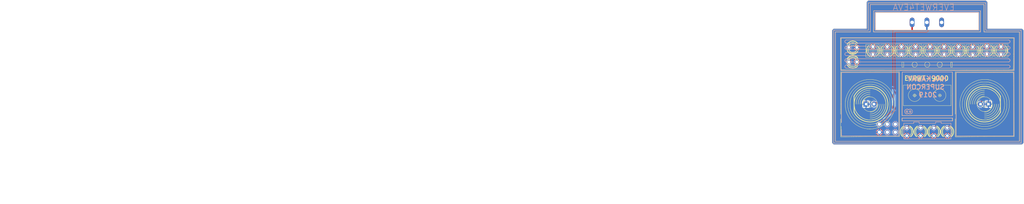
<source format=kicad_pcb>
(kicad_pcb (version 20211014) (generator pcbnew)
  (layers (0 "F.Cu" signal) (31 "B.Cu" signal) (34 "B.Paste" user) (35 "F.Paste" user) (36 "B.SilkS" user "B.Silkscreen") (37 "F.SilkS" user "F.Silkscreen") (38 "B.Mask" user) (39 "F.Mask" user) (44 "Edge.Cuts" user))
  (net 0 "")
  (net 1 "N$1")
  (net 2 "N$2")
  (net 3 "GND")
  (net 4 "3.3V")
  (net 5 "SCL")
  (net 6 "SDA")
  (net 7 "GPIO2")
  (net 8 "GPIO1")
  (net 9 "N$3")
  (net 10 "N$4")
  (net 11 "N$5")
  (net 12 "N$6")
  (net 13 "N$7")
  (net 14 "N$8")
  (net 15 "N$9")
  (net 16 "N$10")
  (net 17 "N$11")
  (net 18 "N$12")
  (net 19 "N$13")
  (net 20 "N$14")
  (net 21 "N$15")
  (net 22 "N$16")
  (net 23 "N$17")
  (net 24 "N$18")
  (net 25 "N$19")
  (net 26 "N$20")
  (net 27 "N$21")
  (net 28 "N$22")
  (net 29 "N$23")
  (net 30 "N$24")
  (net 31 "N$25")
  (net 32 "N$26")
  (net 33 "N$27")
  (net 34 "N$28")
  (net 35 "N$29")
  (net 36 "N$30")
  (net 37 "N$31")
  (net 38 "N$32")
  (net 39 "N$33")
  (net 40 "N$34")
  (net 41 "N$35")
  (net 42 "N$36")
  (net 43 "N$37")
  (net 44 "N$38")
  (net 45 "N$39")
  (net 46 "N$40")
  (net 47 "N$41")
  (net 48 "N$42")
  (net 49 "N$43")
  (net 50 "N$44")
  (net 51 "N$45")
  (net 52 "N$46")
  (net 53 "N$47")
  (net 54 "N$48")
  (net 55 "N$49")
  (net 56 "N$50")
  (net 57 "N$51")
  (net 58 "N$52")
  (net 59 "N$53")
  (net 60 "N$54")
  (net 61 "N$55")
  (net 62 "N$56")
  (net 63 "N$57")
  (net 64 "N$58")
  (net 65 "N$59")
  (net 66 "N$60")
  (net 67 "N$61")
  (net 68 "N$62")
  (net 69 "N$63")
  (net 70 "N$64")
  (net 71 "N$65")
  (net 72 "N$66")
  (net 73 "N$67")
  (net 74 "N$68")
  (net 75 "N$69")
  (net 76 "N$70")
  (net 77 "N$71")
  (net 78 "N$72")
  (net 79 "N$73")
  (net 80 "N$74")
  (net 81 "N$75")
  (net 82 "N$76")
  (net 83 "N$77")
  (net 84 "N$78")
  (net 85 "N$79")
  (net 86 "N$80")
  (net 87 "N$81")
  (net 88 "N$82")
  (net 89 "N$83")
  (net 90 "N$84")
  (net 91 "N$85")
  (net 92 "N$86")
  (net 93 "N$87")
  (net 94 "N$88")
  (net 95 "N$89")
  (net 96 "N$90")
  (net 97 "N$91")
  (net 98 "N$92")
  (net 99 "N$93")
  (net 100 "N$94")
  (net 101 "N$95")
  (net 102 "N$96")
  (net 103 "N$97")
  (net 104 "N$98")
  (net 105 "N$99")
  (net 106 "N$100")
  (net 107 "N$101")
  (net 108 "N$102")
  (net 109 "N$103")
  (net 110 "N$104")
  (net 111 "N$105")
  (net 112 "N$106")
  (net 113 "N$107")
  (net 114 "N$108")
  (net 115 "N$109")
  (net 116 "N$110")
  (net 117 "N$111")
  (net 118 "N$112")
  (net 119 "N$113")
  (net 120 "N$114")
  (net 121 "N$115")
  (net 122 "N$116")
  (net 123 "N$117")
  (net 124 "N$118")
  (net 125 "N$119")
  (net 126 "N$120")
  (net 127 "N$121")
  (net 128 "N$122")
  (net 129 "N$123")
  (net 130 "N$124")
  (net 131 "N$125")
  (net 132 "N$126")
  (net 133 "N$127")
  (net 134 "N$128")
  (net 135 "N$129")
  (net 136 "N$130")
  (net 137 "N$131")
  (net 138 "N$132")
  (net 139 "N$133")
  (net 140 "N$134")
  (net 141 "N$135")
  (net 142 "N$136")
  (net 143 "N$137")
  (net 144 "N$138")
  (net 145 "N$139")
  (net 146 "N$140")
  (net 147 "N$141")
  (net 148 "N$142")
  (net 149 "N$143")
  (net 150 "N$144")
  (net 151 "N$145")
  (net 152 "N$146")
  (net 153 "N$147")
  (net 154 "N$148")
  (net 155 "N$149")
  (net 156 "N$150")
  (net 157 "N$151")
  (net 158 "N$152")
  (net 159 "N$153")
  (net 160 "N$154")
  (net 161 "N$155")
  (net 162 "N$156")
  (net 163 "N$157")
  (net 164 "N$158")
  (net 165 "N$159")
  (net 166 "N$160")
  (net 167 "N$161")
  (net 168 "N$162")
  (footprint "eagleBoard:R0402" (layer "F.Cu") (at 140.1011 102.1036 90)
    (fp_text reference "R10" hide)
    (fp_text value "")
  )
  (footprint "eagleBoard:LED3MM" (layer "F.Cu") (at 153.7011 98.0036 90)
    (fp_text reference "LED13" hide)
    (fp_text value "")
  )
  (footprint "eagleBoard:LED3MM" (layer "F.Cu") (at 124.6011 101.6036)
    (fp_text reference "LED7" hide)
    (fp_text value "")
  )
  (footprint "eagleBoard:LED3MM" (layer "F.Cu") (at 124.6011 97.0036)
    (fp_text reference "LED6" hide)
    (fp_text value "")
  )
  (footprint "eagleBoard:R0402" (layer "F.Cu") (at 150.4511 120.0036)
    (fp_text reference "R4" hide)
    (fp_text value "")
  )
  (footprint "eagleBoard:LED3MM" (layer "F.Cu") (at 146.2011 123.9036 -90)
    (fp_text reference "LED3" hide)
    (fp_text value "")
  )
  (footprint "eagleBoard:R0402" (layer "F.Cu") (at 131.0011 102.1036 90)
    (fp_text reference "R8" hide)
    (fp_text value "")
  )
  (footprint "eagleBoard:2X03" (layer "F.Cu") (at 135.6011 122.8036)
    (fp_text reference "JP1" hide)
    (fp_text value "")
  )
  (footprint "eagleBoard:255SB" (layer "F.Cu") (at 148.2011 89.0036)
    (fp_text reference "S1" hide)
    (fp_text value "" hide)
  )
  (footprint "eagleBoard:R0402" (layer "F.Cu") (at 146.2011 120.0036)
    (fp_text reference "R3" hide)
    (fp_text value "")
  )
  (footprint "eagleBoard:LED3MM" (layer "F.Cu") (at 149.2011 98.0036 90)
    (fp_text reference "LED12" hide)
    (fp_text value "")
  )
  (footprint "eagleBoard:R0402" (layer "F.Cu") (at 171.8011 102.1036 90)
    (fp_text reference "R17" hide)
    (fp_text value "")
  )
  (footprint "eagleBoard:LED3MM" (layer "F.Cu") (at 140.1011 98.0036 90)
    (fp_text reference "LED10" hide)
    (fp_text value "")
  )
  (footprint "eagleBoard:LED3MM" (layer "F.Cu") (at 167.3011 97.9036 90)
    (fp_text reference "LED16" hide)
    (fp_text value "")
  )
  (footprint "eagleBoard:R0402" (layer "F.Cu") (at 135.6011 102.1036 90)
    (fp_text reference "R9" hide)
    (fp_text value "")
  )
  (footprint "eagleBoard:R0402" (layer "F.Cu") (at 153.7011 102.1036 90)
    (fp_text reference "R13" hide)
    (fp_text value "")
  )
  (footprint "eagleBoard:R0402" (layer "F.Cu") (at 173.1511 106.7036 180)
    (fp_text reference "R18" hide)
    (fp_text value "")
  )
  (footprint "eagleBoard:R0402" (layer "F.Cu") (at 127.8011 101.7036 90)
    (fp_text reference "R7" hide)
    (fp_text value "")
  )
  (footprint "eagleBoard:LED3MM" (layer "F.Cu") (at 135.6011 98.0036 90)
    (fp_text reference "LED9" hide)
    (fp_text value "")
  )
  (footprint "eagleBoard:LED3MM" (layer "F.Cu") (at 131.0011 98.0036 90)
    (fp_text reference "LED8" hide)
    (fp_text value "")
  )
  (footprint "eagleBoard:R0402" (layer "F.Cu") (at 141.8011 120.0036)
    (fp_text reference "R1" hide)
    (fp_text value "")
  )
  (footprint "eagleBoard:LED3MM" (layer "F.Cu") (at 171.8011 98.0036 90)
    (fp_text reference "LED17" hide)
    (fp_text value "")
  )
  (footprint "eagleBoard:LED3MM" (layer "F.Cu") (at 144.6011 98.0036 90)
    (fp_text reference "LED11" hide)
    (fp_text value "")
  )
  (footprint "eagleBoard:LED3MM" (layer "F.Cu") (at 154.7011 123.9036 -90)
    (fp_text reference "LED5" hide)
    (fp_text value "")
  )
  (footprint "eagleBoard:LED10MM" (layer "F.Cu") (at 130.1011 115.1036 180)
    (fp_text reference "LED2" hide)
    (fp_text value "")
  )
  (footprint "eagleBoard:R0402" (layer "F.Cu") (at 158.3011 102.1036 90)
    (fp_text reference "R14" hide)
    (fp_text value "")
  )
  (footprint "eagleBoard:R0402" (layer "F.Cu") (at 162.8011 102.1036 90)
    (fp_text reference "R15" hide)
    (fp_text value "")
  )
  (footprint "eagleBoard:R0402" (layer "F.Cu") (at 144.6011 102.1036 90)
    (fp_text reference "R11" hide)
    (fp_text value "")
  )
  (footprint "eagleBoard:R0402" (layer "F.Cu") (at 154.6511 120.0036)
    (fp_text reference "R5" hide)
    (fp_text value "")
  )
  (footprint "eagleBoard:LED10MM" (layer "F.Cu") (at 166.5311 115.1036)
    (fp_text reference "LED18" hide)
    (fp_text value "")
  )
  (footprint "eagleBoard:R0402" (layer "F.Cu") (at 123.6011 106.7036)
    (fp_text reference "R2" hide)
    (fp_text value "")
  )
  (footprint "eagleBoard:R0402" (layer "F.Cu") (at 149.2011 102.1036 90)
    (fp_text reference "R12" hide)
    (fp_text value "")
  )
  (footprint "eagleBoard:LED3MM" (layer "F.Cu") (at 141.8011 123.9036 -90)
    (fp_text reference "LED1" hide)
    (fp_text value "")
  )
  (footprint "eagleBoard:LED3MM" (layer "F.Cu") (at 150.4011 123.9036 -90)
    (fp_text reference "LED4" hide)
    (fp_text value "")
  )
  (footprint "eagleBoard:LED3MM" (layer "F.Cu") (at 158.3011 98.0036 90)
    (fp_text reference "LED14" hide)
    (fp_text value "")
  )
  (footprint "eagleBoard:LED3MM" (layer "F.Cu") (at 162.8011 98.1036 90)
    (fp_text reference "LED15" hide)
    (fp_text value "")
  )
  (footprint "eagleBoard:R0402" (layer "F.Cu") (at 127.8011 96.9036 90)
    (fp_text reference "R6" hide)
    (fp_text value "")
  )
  (footprint "eagleBoard:R0402" (layer "F.Cu") (at 167.3011 102.1036 90)
    (fp_text reference "R16" hide)
    (fp_text value "")
  )
  (gr_line (start 122.5899 98.627) (end 174.1773 98.627) (layer "B.SilkS") (width 0.15))
  (gr_line (start 174.6853 99.1858) (end 174.6853 99.0588) (layer "B.SilkS") (width 0.15))
  (gr_arc (start 142.690818 117.379897) (mid 142.699107 117.361729) (end 142.708228 117.343963) (layer "B.SilkS") (width 0.15))
  (gr_arc (start 142.170287 116.778038) (mid 142.266506 116.839042) (end 142.354637 116.911241) (layer "B.SilkS") (width 0.15))
  (gr_line (start 122.5899 97.611) (end 174.1773 97.611) (layer "B.SilkS") (width 0.15))
  (gr_arc (start 141.250833 117.835547) (mid 141.168298 117.681295) (end 141.132971 117.509954) (layer "B.SilkS") (width 0.15))
  (gr_arc (start 174.052712 105.003722) (mid 174.951853 105.0049) (end 175.85085 105.020985) (layer "B.SilkS") (width 0.15))
  (gr_line (start 119.0847 126.9734) (end 177.7333 126.9734) (layer "B.SilkS") (width 0.15))
  (gr_line (start 140.8525 126.2114) (end 140.8525 121.2076) (layer "B.SilkS") (width 0.15))
  (gr_arc (start 142.036956 117.660132) (mid 142.024207 117.672582) (end 142.010753 117.684266) (layer "B.SilkS") (width 0.15))
  (gr_arc (start 122.177892 95.434913) (mid 122.106896 95.312929) (end 122.081903 95.174019) (layer "B.SilkS") (width 0.15))
  (gr_line (start 157.5403 125.297) (end 175.8791 125.297) (layer "B.SilkS") (width 0.15))
  (gr_line (start 166.4303 92.0484) (end 166.4303 83.3108) (layer "B.SilkS") (width 0.15))
  (gr_arc (start 141.6734 117.277241) (mid 141.704246 117.256747) (end 141.737531 117.240513) (layer "B.SilkS") (width 0.15))
  (gr_line (start 178.2667 127.5068) (end 178.2667 91.515) (layer "B.SilkS") (width 0.15))
  (gr_line (start 166.6589 105.0024) (end 169.5545 104.977) (layer "B.SilkS") (width 0.15))
  (gr_line (start 118.5513 127.5068) (end 118.5513 91.515) (layer "B.SilkS") (width 0.15))
  (gr_line (start 122.2343 104.3674) (end 148.4471 104.3674) (layer "B.SilkS") (width 0.15))
  (gr_arc (start 142.767417 118.208641) (mid 142.670044 118.204944) (end 142.577331 118.174954) (layer "B.SilkS") (width 0.15))
  (gr_arc (start 122.5899 102.6148) (mid 122.590387 102.6148) (end 122.590875 102.6148) (layer "B.SilkS") (width 0.15))
  (gr_line (start 122.0819 95.1726) (end 122.0819 95.071) (layer "B.SilkS") (width 0.15))
  (gr_arc (start 142.655915 117.502125) (mid 142.662629 117.438251) (end 142.68375 117.377597) (layer "B.SilkS") (width 0.15))
  (gr_arc (start 141.656996 117.327466) (mid 141.673445 117.30221) (end 141.694543 117.280685) (layer "B.SilkS") (width 0.15))
  (gr_line (start 175.8791 109.1934) (end 175.8791 125.297) (layer "B.SilkS") (width 0.15))
  (gr_arc (start 122.5899 96.6204) (mid 122.590387 96.6204) (end 122.590875 96.6204) (layer "B.SilkS") (width 0.15))
  (gr_arc (start 174.177299 100.608199) (mid 174.39892 100.65642) (end 174.580471 100.792363) (layer "B.SilkS") (width 0.15))
  (gr_line (start 122.0819 101.167) (end 122.0819 101.0654) (layer "B.SilkS") (width 0.15))
  (gr_arc (start 122.599208 101.624119) (mid 122.372521 101.577895) (end 122.186728 101.440038) (layer "B.SilkS") (width 0.15))
  (gr_arc (start 122.177892 101.429313) (mid 122.106896 101.307329) (end 122.081903 101.168419) (layer "B.SilkS") (width 0.15))
  (gr_arc (start 143.079198 117.284451) (mid 143.163833 117.468037) (end 143.087615 117.655275) (layer "B.SilkS") (width 0.15))
  (gr_arc (start 142.249587 118.137322) (mid 142.207536 118.155628) (end 142.163862 118.169629) (layer "B.SilkS") (width 0.15))
  (gr_arc (start 142.149193 118.149044) (mid 142.02692 118.172147) (end 141.903015 118.183641) (layer "B.SilkS") (width 0.15))
  (gr_arc (start 141.753886 118.208384) (mid 141.652212 118.204613) (end 141.555768 118.172204) (layer "B.SilkS") (width 0.15))
  (gr_arc (start 143.167434 118.148507) (mid 143.042919 118.172147) (end 142.916712 118.183744) (layer "B.SilkS") (width 0.15))
  (gr_line (start 131.7847 85.7746) (end 164.7539 85.7746) (layer "B.SilkS") (width 0.15))
  (gr_arc (start 174.16799 94.613882) (mid 174.172645 94.613821) (end 174.1773 94.6138) (layer "B.SilkS") (width 0.15))
  (gr_line (start 177.7333 126.9734) (end 177.7333 92.0484) (layer "B.SilkS") (width 0.15))
  (gr_line (start 120.9897 115.0608) (end 121.0151 105.0024) (layer "B.SilkS") (width 0.15))
  (gr_line (start 122.5899 102.6148) (end 174.1773 102.6148) (layer "B.SilkS") (width 0.15))
  (gr_arc (start 174.684961 97.17135) (mid 174.582404 97.442764) (end 174.337156 97.597804) (layer "B.SilkS") (width 0.15))
  (gr_arc (start 122.599208 103.630719) (mid 122.372521 103.584495) (end 122.186728 103.446638) (layer "B.SilkS") (width 0.15))
  (gr_line (start 122.5899 103.6308) (end 174.1773 103.6308) (layer "B.SilkS") (width 0.15))
  (gr_line (start 174.6853 97.1792) (end 174.6853 97.0522) (layer "B.SilkS") (width 0.15))
  (gr_line (start 150.9871 121.2076) (end 150.9871 120.8266) (layer "B.SilkS") (width 0.15))
  (gr_line (start 140.3445 118.7692) (end 156.3973 118.7692) (layer "B.SilkS") (width 0.15))
  (gr_line (start 140.8525 126.2114) (end 155.8639 126.2114) (layer "B.SilkS") (width 0.15))
  (gr_arc (start 122.177892 99.448113) (mid 122.106896 99.326129) (end 122.081903 99.187219) (layer "B.SilkS") (width 0.15))
  (gr_line (start 131.7847 90.3212) (end 131.7847 90.9562) (layer "B.SilkS") (width 0.15))
  (gr_line (start 140.8525 121.2076) (end 144.0021 121.2076) (layer "B.SilkS") (width 0.15))
  (gr_arc (start 174.16799 96.620482) (mid 174.172645 96.620421) (end 174.1773 96.6204) (layer "B.SilkS") (width 0.15))
  (gr_line (start 157.5403 125.297) (end 157.5403 105.0024) (layer "B.SilkS") (width 0.15))
  (gr_arc (start 143.015856 117.715354) (mid 142.973925 117.723296) (end 142.931437 117.727294) (layer "B.SilkS") (width 0.15))
  (gr_line (start 119.0847 92.0484) (end 130.1845 92.0484) (layer "B.SilkS") (width 0.15))
  (gr_line (start 148.4471 104.3674) (end 176.0061 104.342) (layer "B.SilkS") (width 0.15))
  (gr_arc (start 142.762639 116.730666) (mid 142.922133 116.71193) (end 143.080703 116.737329) (layer "B.SilkS") (width 0.15))
  (gr_arc (start 143.078356 117.660132) (mid 143.065607 117.672582) (end 143.052153 117.684266) (layer "B.SilkS") (width 0.15))
  (gr_arc (start 142.698396 117.327466) (mid 142.714845 117.30221) (end 142.735943 117.280685) (layer "B.SilkS") (width 0.15))
  (gr_arc (start 174.3332 103.583213) (mid 174.255553 103.599895) (end 174.176325 103.6054) (layer "B.SilkS") (width 0.15))
  (gr_arc (start 122.177892 103.435913) (mid 122.106896 103.313929) (end 122.081903 103.175019) (layer "B.SilkS") (width 0.15))
  (gr_arc (start 141.558765 118.173329) (mid 141.460067 118.097321) (end 141.371981 118.009235) (layer "B.SilkS") (width 0.15))
  (gr_line (start 122.5899 96.6204) (end 174.1773 96.6204) (layer "B.SilkS") (width 0.15))
  (gr_arc (start 141.628956 117.594669) (mid 141.601354 117.5433) (end 141.589478 117.486207) (layer "B.SilkS") (width 0.15))
  (gr_arc (start 122.5899 98.627) (mid 122.590387 98.627) (end 122.590875 98.627) (layer "B.SilkS") (width 0.15))
  (gr_arc (start 143.414153 118.008544) (mid 143.377021 118.044748) (end 143.337896 118.078788) (layer "B.SilkS") (width 0.15))
  (gr_line (start 174.6853 103.1736) (end 174.6853 103.072) (layer "B.SilkS") (width 0.15))
  (gr_arc (start 142.35819 116.906132) (mid 142.391151 116.878669) (end 142.426121 116.853816) (layer "B.SilkS") (width 0.15))
  (gr_line (start 120.9897 123.2142) (end 120.9897 124.662) (layer "B.SilkS") (width 0.15))
  (gr_arc (start 142.395437 117.994719) (mid 142.359985 118.028451) (end 142.322568 118.059988) (layer "B.SilkS") (width 0.15))
  (gr_line (start 118.5513 91.515) (end 129.5749 91.515) (layer "B.SilkS") (width 0.15))
  (gr_arc (start 174.684961 95.19015) (mid 174.582404 95.461564) (end 174.337156 95.616604) (layer "B.SilkS") (width 0.15))
  (gr_arc (start 174.589306 94.808688) (mid 174.660302 94.930672) (end 174.685296 95.069582) (layer "B.SilkS") (width 0.15))
  (gr_arc (start 174.177299 94.613799) (mid 174.39892 94.66202) (end 174.580471 94.797963) (layer "B.SilkS") (width 0.15))
  (gr_line (start 140.3445 120.4456) (end 156.3973 120.4456) (layer "B.SilkS") (width 0.15))
  (gr_arc (start 174.589306 96.789888) (mid 174.660302 96.911872) (end 174.685296 97.050782) (layer "B.SilkS") (width 0.15))
  (gr_arc (start 174.684961 101.18455) (mid 174.582404 101.455964) (end 174.337156 101.611004) (layer "B.SilkS") (width 0.15))
  (gr_line (start 166.4303 92.0484) (end 177.7333 92.0484) (layer "B.SilkS") (width 0.15))
  (gr_arc (start 141.374825 116.9043) (mid 141.464559 116.844681) (end 141.56139 116.797454) (layer "B.SilkS") (width 0.15))
  (gr_arc (start 143.375467 116.924681) (mid 143.62091 117.457089) (end 143.399871 118.000082) (layer "B.SilkS") (width 0.15))
  (gr_arc (start 143.325865 118.082107) (mid 143.288913 118.109275) (end 143.249425 118.132604) (layer "B.SilkS") (width 0.15))
  (gr_arc (start 142.869895 117.701825) (mid 142.840845 117.700748) (end 142.81329 117.691488) (layer "B.SilkS") (width 0.15))
  (gr_arc (start 143.075603 116.731613) (mid 143.238416 116.809533) (end 143.380018 116.921463) (layer "B.SilkS") (width 0.15))
  (gr_line (start 155.8639 126.2114) (end 155.8639 121.2076) (layer "B.SilkS") (width 0.15))
  (gr_arc (start 122.082236 95.05345) (mid 122.184795 94.782036) (end 122.430043 94.626997) (layer "B.SilkS") (width 0.15))
  (gr_line (start 120.9897 121.0044) (end 120.9897 115.0608) (layer "B.SilkS") (width 0.15))
  (gr_arc (start 174.3332 99.595413) (mid 174.255553 99.612095) (end 174.176325 99.6176) (layer "B.SilkS") (width 0.15))
  (gr_arc (start 142.929437 117.723872) (mid 142.902994 117.725744) (end 142.876515 117.727016) (layer "B.SilkS") (width 0.15))
  (gr_line (start 122.5899 99.6176) (end 174.1773 99.6176) (layer "B.SilkS") (width 0.15))
  (gr_line (start 129.5749 82.7774) (end 166.9637 82.7774) (layer "B.SilkS") (width 0.15))
  (gr_arc (start 122.434 96.642588) (mid 122.511165 96.625975) (end 122.5899 96.6204) (layer "B.SilkS") (width 0.15))
  (gr_arc (start 174.684961 103.16575) (mid 174.582404 103.437164) (end 174.337156 103.592204) (layer "B.SilkS") (width 0.15))
  (gr_line (start 164.7539 91.515) (end 164.7539 85.7746) (layer "B.SilkS") (width 0.15))
  (gr_line (start 144.0021 121.2076) (end 144.0021 120.8266) (layer "B.SilkS") (width 0.15))
  (gr_arc (start 122.082236 97.06005) (mid 122.184795 96.788636) (end 122.430043 96.633597) (layer "B.SilkS") (width 0.15))
  (gr_arc (start 143.259675 118.11185) (mid 143.218449 118.130378) (end 143.175512 118.144494) (layer "B.SilkS") (width 0.15))
  (gr_line (start 174.6853 95.1726) (end 174.6853 95.071) (layer "B.SilkS") (width 0.15))
  (gr_arc (start 174.3332 97.588813) (mid 174.255553 97.605495) (end 174.176325 97.611) (layer "B.SilkS") (width 0.15))
  (gr_line (start 130.1845 83.3108) (end 166.4303 83.3108) (layer "B.SilkS") (width 0.15))
  (gr_line (start 139.3539 125.297) (end 139.3539 105.0024) (layer "B.SilkS") (width 0.15))
  (gr_arc (start 174.589306 100.803088) (mid 174.660302 100.925072) (end 174.685296 101.063982) (layer "B.SilkS") (width 0.15))
  (gr_arc (start 122.259315 104.341404) (mid 121.536638 104.339196) (end 120.814096 104.325007) (layer "B.SilkS") (width 0.15))
  (gr_arc (start 174.167989 98.601681) (mid 174.394677 98.647905) (end 174.580471 98.785763) (layer "B.SilkS") (width 0.15))
  (gr_line (start 152.7397 121.2076) (end 152.7397 120.8266) (layer "B.SilkS") (width 0.15))
  (gr_arc (start 131.822584 91.353475) (mid 131.816878 91.155396) (end 131.8129 90.957275) (layer "B.SilkS") (width 0.15))
  (gr_line (start 131.3021 85.292) (end 148.2947 85.2666) (layer "B.SilkS") (width 0.15))
  (gr_arc (start 142.976384 117.235341) (mid 143.032352 117.262127) (end 143.081028 117.300604) (layer "B.SilkS") (width 0.15))
  (gr_arc (start 142.464565 116.829375) (mid 142.511955 116.804257) (end 142.560496 116.781441) (layer "B.SilkS") (width 0.15))
  (gr_line (start 157.5403 105.0024) (end 166.6589 105.0024) (layer "B.SilkS") (width 0.15))
  (gr_line (start 140.3445 119.5566) (end 156.3973 119.5566) (layer "B.SilkS") (width 0.15))
  (gr_arc (start 174.589306 98.796488) (mid 174.660302 98.918472) (end 174.685296 99.057382) (layer "B.SilkS") (width 0.15))
  (gr_line (start 156.3719 111.835) (end 156.3973 118.7692) (layer "B.SilkS") (width 0.15))
  (gr_line (start 175.8537 105.5358) (end 175.8537 106.9836) (layer "B.SilkS") (width 0.15))
  (gr_line (start 120.7611 102.1576) (end 120.7865 103.3006) (layer "B.SilkS") (width 0.15))
  (gr_arc (start 142.313328 118.067135) (mid 142.278305 118.091978) (end 142.240987 118.113219) (layer "B.SilkS") (width 0.15))
  (gr_arc (start 141.210362 117.143366) (mid 141.235135 117.088819) (end 141.262403 117.035475) (layer "B.SilkS") (width 0.15))
  (gr_line (start 121.0151 105.0024) (end 139.3539 105.0024) (layer "B.SilkS") (width 0.15))
  (gr_arc (start 142.012398 117.284451) (mid 142.097033 117.468037) (end 142.020815 117.655275) (layer "B.SilkS") (width 0.15))
  (gr_line (start 152.7397 121.2076) (end 155.8639 121.2076) (layer "B.SilkS") (width 0.15))
  (gr_arc (start 135.254587 91.538035) (mid 133.596357 91.538758) (end 131.938196 91.523563) (layer "B.SilkS") (width 0.15))
  (gr_line (start 156.3973 120.4456) (end 156.3973 119.5566) (layer "B.SilkS") (width 0.15))
  (gr_arc (start 122.521853 125.268338) (mid 121.769856 125.263089) (end 121.019493 125.21325) (layer "B.SilkS") (width 0.15))
  (gr_line (start 140.3445 120.4456) (end 140.3445 119.5566) (layer "B.SilkS") (width 0.15))
  (gr_arc (start 122.599208 99.617519) (mid 122.372521 99.571295) (end 122.186728 99.433438) (layer "B.SilkS") (width 0.15))
  (gr_line (start 140.3699 104.8754) (end 156.3465 104.8754) (layer "B.SilkS") (width 0.15))
  (gr_line (start 122.5899 95.6298) (end 174.1773 95.6298) (layer "B.SilkS") (width 0.15))
  (gr_arc (start 122.434 102.636988) (mid 122.511165 102.620375) (end 122.5899 102.6148) (layer "B.SilkS") (width 0.15))
  (gr_arc (start 142.7402 117.277241) (mid 142.771046 117.256747) (end 142.804331 117.240513) (layer "B.SilkS") (width 0.15))
  (gr_arc (start 131.821609 91.532619) (mid 131.812498 91.454174) (end 131.81019 91.375235) (layer "B.SilkS") (width 0.15))
  (gr_arc (start 141.949056 117.715354) (mid 141.907125 117.723296) (end 141.864637 117.727294) (layer "B.SilkS") (width 0.15))
  (gr_line (start 130.1845 92.0484) (end 130.1845 83.3108) (layer "B.SilkS") (width 0.15))
  (gr_arc (start 141.909584 117.209941) (mid 141.965552 117.236727) (end 142.014228 117.275204) (layer "B.SilkS") (width 0.15))
  (gr_line (start 131.2513 92.0484) (end 165.2873 92.0484) (layer "B.SilkS") (width 0.15))
  (gr_arc (start 141.106546 117.507979) (mid 141.126687 117.316354) (end 141.190053 117.134391) (layer "B.SilkS") (width 0.15))
  (gr_line (start 144.0021 120.8266) (end 145.7293 120.8266) (layer "B.SilkS") (width 0.15))
  (gr_arc (start 122.082236 103.05445) (mid 122.184795 102.783036) (end 122.430043 102.627997) (layer "B.SilkS") (width 0.15))
  (gr_line (start 145.7293 121.2076) (end 145.7293 120.8266) (layer "B.SilkS") (width 0.15))
  (gr_line (start 131.7847 88.6448) (end 131.7847 85.7746) (layer "B.SilkS") (width 0.15))
  (gr_arc (start 174.684961 99.17795) (mid 174.582404 99.449364) (end 174.337156 99.604404) (layer "B.SilkS") (width 0.15))
  (gr_arc (start 141.792221 117.226275) (mid 141.84771 117.219854) (end 141.90285 117.228785) (layer "B.SilkS") (width 0.15))
  (gr_arc (start 141.990015 117.668269) (mid 141.977571 117.677378) (end 141.964271 117.685182) (layer "B.SilkS") (width 0.15))
  (gr_arc (start 141.683234 117.634669) (mid 141.659464 117.608843) (end 141.638012 117.581063) (layer "B.SilkS") (width 0.15))
  (gr_arc (start 141.624018 117.354497) (mid 141.632307 117.336329) (end 141.641428 117.318563) (layer "B.SilkS") (width 0.15))
  (gr_line (start 122.0819 99.1858) (end 122.0819 99.0588) (layer "B.SilkS") (width 0.15))
  (gr_arc (start 174.16799 102.614882) (mid 174.172645 102.614821) (end 174.1773 102.6148) (layer "B.SilkS") (width 0.15))
  (gr_line (start 118.5513 127.5068) (end 178.2667 127.5068) (layer "B.SilkS") (width 0.15))
  (gr_line (start 165.2873 92.0484) (end 165.2873 85.2666) (layer "B.SilkS") (width 0.15))
  (gr_line (start 169.5545 104.977) (end 174.0503 104.977) (layer "B.SilkS") (width 0.15))
  (gr_arc (start 174.589306 102.809688) (mid 174.660302 102.931672) (end 174.685296 103.070582) (layer "B.SilkS") (width 0.15))
  (gr_arc (start 122.5899 94.6138) (mid 122.590387 94.6138) (end 122.590875 94.6138) (layer "B.SilkS") (width 0.15))
  (gr_line (start 166.9637 91.515) (end 178.2667 91.515) (layer "B.SilkS") (width 0.15))
  (gr_arc (start 120.998687 125.206225) (mid 120.991204 124.929704) (end 120.989996 124.653085) (layer "B.SilkS") (width 0.15))
  (gr_line (start 174.6853 101.167) (end 174.6853 101.0654) (layer "B.SilkS") (width 0.15))
  (gr_line (start 131.2513 92.0484) (end 131.3021 85.292) (layer "B.SilkS") (width 0.15))
  (gr_arc (start 143.056815 117.693669) (mid 143.044371 117.702778) (end 143.031071 117.710582) (layer "B.SilkS") (width 0.15))
  (gr_arc (start 141.711365 116.717479) (mid 141.806205 116.695452) (end 141.903165 116.686585) (layer "B.SilkS") (width 0.15))
  (gr_arc (start 141.803095 117.701825) (mid 141.774045 117.700748) (end 141.74649 117.691488) (layer "B.SilkS") (width 0.15))
  (gr_arc (start 141.734653 117.722147) (mid 141.700934 117.696086) (end 141.670853 117.6659) (layer "B.SilkS") (width 0.15))
  (gr_arc (start 174.16799 100.608282) (mid 174.172645 100.608221) (end 174.1773 100.6082) (layer "B.SilkS") (width 0.15))
  (gr_line (start 126.9333 125.297) (end 139.3539 125.297) (layer "B.SilkS") (width 0.15))
  (gr_line (start 140.3445 111.835) (end 140.3699 104.8754) (layer "B.SilkS") (width 0.15))
  (gr_arc (start 142.078378 116.722085) (mid 142.125259 116.740623) (end 142.170521 116.762822) (layer "B.SilkS") (width 0.15))
  (gr_arc (start 142.750034 117.660069) (mid 142.726264 117.634243) (end 142.704812 117.606463) (layer "B.SilkS") (width 0.15))
  (gr_arc (start 174.177299 96.620399) (mid 174.39892 96.66862) (end 174.580471 96.804563) (layer "B.SilkS") (width 0.15))
  (gr_line (start 120.7611 93.9026) (end 176.0569 93.9026) (layer "B.SilkS") (width 0.15))
  (gr_arc (start 175.842481 105.02591) (mid 175.851639 105.288183) (end 175.853471 105.55061) (layer "B.SilkS") (width 0.15))
  (gr_arc (start 141.756443 117.249769) (mid 141.785308 117.238167) (end 141.815137 117.229332) (layer "B.SilkS") (width 0.15))
  (gr_arc (start 142.563159 116.778616) (mid 142.651972 116.742914) (end 142.74375 116.715729) (layer "B.SilkS") (width 0.15))
  (gr_line (start 124.3679 125.2716) (end 126.9333 125.297) (layer "B.SilkS") (width 0.15))
  (gr_arc (start 142.797843 117.249769) (mid 142.826708 117.238167) (end 142.856537 117.229332) (layer "B.SilkS") (width 0.15))
  (gr_line (start 175.8537 106.9836) (end 175.8791 109.1934) (layer "B.SilkS") (width 0.15))
  (gr_line (start 150.9871 120.8266) (end 152.7397 120.8266) (layer "B.SilkS") (width 0.15))
  (gr_arc (start 143.029887 117.711191) (mid 143.015438 117.717631) (end 143.0004 117.722538) (layer "B.SilkS") (width 0.15))
  (gr_line (start 135.0359 91.5404) (end 148.3201 91.5404) (layer "B.SilkS") (width 0.15))
  (gr_arc (start 141.925028 118.1733) (mid 141.846273 118.178876) (end 141.767412 118.182663) (layer "B.SilkS") (width 0.15))
  (gr_arc (start 122.082236 99.06665) (mid 122.184795 98.795236) (end 122.430043 98.640197) (layer "B.SilkS") (width 0.15))
  (gr_arc (start 141.390409 117.98331) (mid 141.318279 117.905144) (end 141.253237 117.820988) (layer "B.SilkS") (width 0.15))
  (gr_arc (start 120.821175 104.351263) (mid 120.793272 103.836038) (end 120.786968 103.320097) (layer "B.SilkS") (width 0.15))
  (gr_line (start 119.0847 126.9734) (end 119.0847 92.0484) (layer "B.SilkS") (width 0.15))
  (gr_line (start 120.7611 93.9026) (end 120.7611 102.1576) (layer "B.SilkS") (width 0.15))
  (gr_arc (start 142.859021 117.226275) (mid 142.91451 117.219854) (end 142.96965 117.228785) (layer "B.SilkS") (width 0.15))
  (gr_arc (start 141.862637 117.723872) (mid 141.836194 117.725744) (end 141.809715 117.727016) (layer "B.SilkS") (width 0.15))
  (gr_line (start 122.0819 103.1736) (end 122.0819 103.072) (layer "B.SilkS") (width 0.15))
  (gr_arc (start 122.599208 97.636319) (mid 122.372521 97.590095) (end 122.186728 97.452238) (layer "B.SilkS") (width 0.15))
  (gr_arc (start 122.434 94.635988) (mid 122.511165 94.619375) (end 122.5899 94.6138) (layer "B.SilkS") (width 0.15))
  (gr_line (start 122.5899 101.6242) (end 174.1773 101.6242) (layer "B.SilkS") (width 0.15))
  (gr_arc (start 142.569081 118.174313) (mid 142.473177 118.102634) (end 142.388109 118.018379) (layer "B.SilkS") (width 0.15))
  (gr_arc (start 142.801453 117.722147) (mid 142.767734 117.696086) (end 142.737653 117.6659) (layer "B.SilkS") (width 0.15))
  (gr_arc (start 141.963087 117.685791) (mid 141.948638 117.692231) (end 141.9336 117.697138) (layer "B.SilkS") (width 0.15))
  (gr_line (start 148.3201 91.5404) (end 164.7539 91.515) (layer "B.SilkS") (width 0.15))
  (gr_line (start 122.5899 94.6138) (end 174.1773 94.6138) (layer "B.SilkS") (width 0.15))
  (gr_line (start 122.5899 100.6082) (end 174.1773 100.6082) (layer "B.SilkS") (width 0.15))
  (gr_line (start 166.9637 91.515) (end 166.9637 82.7774) (layer "B.SilkS") (width 0.15))
  (gr_arc (start 142.695756 117.594669) (mid 142.668154 117.5433) (end 142.656278 117.486207) (layer "B.SilkS") (width 0.15))
  (gr_line (start 156.3465 104.8754) (end 156.3719 111.835) (layer "B.SilkS") (width 0.15))
  (gr_arc (start 141.569706 116.78395) (mid 141.637509 116.7559) (end 141.707043 116.732466) (layer "B.SilkS") (width 0.15))
  (gr_line (start 129.5749 91.515) (end 129.5749 82.7774) (layer "B.SilkS") (width 0.15))
  (gr_arc (start 141.26224 117.023107) (mid 141.314328 116.943129) (end 141.381137 116.874966) (layer "B.SilkS") (width 0.15))
  (gr_arc (start 174.3332 101.602013) (mid 174.255553 101.618695) (end 174.176325 101.6242) (layer "B.SilkS") (width 0.15))
  (gr_arc (start 141.589115 117.476725) (mid 141.595829 117.412851) (end 141.61695 117.352197) (layer "B.SilkS") (width 0.15))
  (gr_arc (start 122.177892 97.441513) (mid 122.106896 97.319529) (end 122.081903 97.180619) (layer "B.SilkS") (width 0.15))
  (gr_arc (start 174.177299 102.614799) (mid 174.39892 102.66302) (end 174.580471 102.798963) (layer "B.SilkS") (width 0.15))
  (gr_arc (start 174.3332 95.582213) (mid 174.255553 95.598895) (end 174.176325 95.6044) (layer "B.SilkS") (width 0.15))
  (gr_arc (start 122.434 100.655788) (mid 122.511647 100.639106) (end 122.590875 100.6336) (layer "B.SilkS") (width 0.15))
  (gr_arc (start 141.885121 116.686469) (mid 141.98324 116.693588) (end 142.07859 116.717804) (layer "B.SilkS") (width 0.15))
  (gr_line (start 176.0061 104.342) (end 176.0315 99.135) (layer "B.SilkS") (width 0.15))
  (gr_arc (start 142.416796 116.854657) (mid 142.436698 116.842003) (end 142.457009 116.830016) (layer "B.SilkS") (width 0.15))
  (gr_line (start 176.0315 99.135) (end 176.0569 93.9026) (layer "B.SilkS") (width 0.15))
  (gr_line (start 148.2947 85.2666) (end 165.2873 85.2666) (layer "B.SilkS") (width 0.15))
  (gr_arc (start 142.918681 118.199847) (mid 142.841661 118.205132) (end 142.764537 118.2086) (layer "B.SilkS") (width 0.15))
  (gr_line (start 140.3445 118.7692) (end 140.3445 111.835) (layer "B.SilkS") (width 0.15))
  (gr_arc (start 131.791771 90.316113) (mid 131.786468 89.505864) (end 131.7847 88.6956) (layer "B.SilkS") (width 0.15))
  (gr_arc (start 122.082236 101.04785) (mid 122.184795 100.776436) (end 122.430043 100.621397) (layer "B.SilkS") (width 0.15))
  (gr_line (start 145.7293 121.2076) (end 150.9871 121.2076) (layer "B.SilkS") (width 0.15))
  (gr_arc (start 122.434 98.649188) (mid 122.511165 98.632575) (end 122.5899 98.627) (layer "B.SilkS") (width 0.15))
  (gr_line (start 122.5137 125.2716) (end 124.3679 125.2716) (layer "B.SilkS") (width 0.15))
  (gr_line (start 122.0819 97.1792) (end 122.0819 97.0522) (layer "B.SilkS") (width 0.15))
  (gr_arc (start 122.599208 95.629719) (mid 122.372521 95.583495) (end 122.186728 95.445638) (layer "B.SilkS") (width 0.15))
  (gr_arc (start 167.499728 114.902585) (mid 167.506176 114.934925) (end 167.511121 114.967529) (layer "F.SilkS") (width 0.1))
  (gr_line (start 120.708909 102.76355) (end 120.7159 103.290069) (layer "F.SilkS") (width 0.1))
  (gr_arc (start 153.852306 96.972885) (mid 153.848181 97.024709) (end 153.843062 97.076444) (layer "F.SilkS") (width 0.1))
  (gr_arc (start 144.980255 102.938788) (mid 144.733492 103.177919) (end 144.412909 103.301622) (layer "F.SilkS") (width 0.1))
  (gr_arc (start 135.728359 98.919788) (mid 135.735495 98.948146) (end 135.741362 98.976794) (layer "F.SilkS") (width 0.1))
  (gr_arc (start 148.822262 123.967885) (mid 148.822478 123.720224) (end 148.824856 123.472575) (layer "F.SilkS") (width 0.1))
  (gr_line (start 150.42209 125.374541) (end 150.717031 125.37395) (layer "F.SilkS") (width 0.1))
  (gr_arc (start 138.008275 97.116754) (mid 138.001787 97.148149) (end 137.993368 97.179082) (layer "F.SilkS") (width 0.1))
  (gr_arc (start 146.827834 97.323347) (mid 146.777656 97.306437) (end 146.73475 97.275407) (layer "F.SilkS") (width 0.1))
  (gr_arc (start 159.551734 114.052194) (mid 159.601423 113.734887) (end 159.669843 113.421085) (layer "F.SilkS") (width 0.1))
  (gr_line (start 175.80974 115.158691) (end 175.809781 125.286369) (layer "F.SilkS") (width 0.1))
  (gr_arc (start 160.464003 98.783925) (mid 160.478638 98.784975) (end 160.492906 98.7884) (layer "F.SilkS") (width 0.1))
  (gr_arc (start 146.887121 97.328657) (mid 146.857181 97.327442) (end 146.827506 97.323285) (layer "F.SilkS") (width 0.1))
  (gr_arc (start 153.851715 99.129241) (mid 153.854601 99.170791) (end 153.856871 99.212379) (layer "F.SilkS") (width 0.1))
  (gr_line (start 131.712518 85.775241) (end 164.69724 85.775241) (layer "F.SilkS") (width 0.1))
  (gr_arc (start 136.403875 114.134744) (mid 136.410095 114.232926) (end 136.414687 114.331197) (layer "F.SilkS") (width 0.1))
  (gr_line (start 120.924259 119.676082) (end 120.925768 118.229441) (layer "F.SilkS") (width 0.1))
  (gr_arc (start 140.934471 122.495132) (mid 140.993887 122.487204) (end 141.053543 122.481354) (layer "F.SilkS") (width 0.1))
  (gr_arc (start 152.895793 101.917847) (mid 152.956385 101.979776) (end 153.014275 102.044238) (layer "F.SilkS") (width 0.1))
  (gr_arc (start 151.961583 112.095671) (mid 152.132716 111.916435) (end 152.378134 111.882054) (layer "F.SilkS") (width 0.1))
  (gr_arc (start 152.004821 112.624519) (mid 151.976675 112.586549) (end 151.953581 112.54531) (layer "F.SilkS") (width 0.1))
  (gr_line (start 140.267368 103.237741) (end 140.79654 103.237741) (layer "F.SilkS") (width 0.1))
  (gr_line (start 175.80974 99.087391) (end 175.80974 94.065519) (layer "F.SilkS") (width 0.1))
  (gr_arc (start 147.763862 124.00741) (mid 147.763477 124.228059) (end 147.760781 124.448691) (layer "F.SilkS") (width 0.1))
  (gr_arc (start 144.589375 124.2715) (mid 144.589012 124.132941) (end 144.58889 123.994382) (layer "F.SilkS") (width 0.1))
  (gr_arc (start 153.197952 114.01394) (mid 152.002264 114.212957) (end 150.9189 113.669266) (layer "F.SilkS") (width 0.1))
  (gr_arc (start 162.057061 119.639141) (mid 160.209945 115.313866) (end 161.789568 110.883897) (layer "F.SilkS") (width 0.1))
  (gr_arc (start 152.068728 101.681963) (mid 152.18692 101.650681) (end 152.308775 101.640716) (layer "F.SilkS") (width 0.1))
  (gr_arc (start 160.574184 98.917254) (mid 160.581407 98.9499) (end 160.587343 98.982804) (layer "F.SilkS") (width 0.1))
  (gr_arc (start 127.018528 119.072257) (mid 126.801292 118.880568) (end 126.59315 118.679041) (layer "F.SilkS") (width 0.1))
  (gr_line (start 131.27159 100.062741) (end 133.035481 100.062741) (layer "F.SilkS") (width 0.1))
  (gr_line (start 173.06354 104.975032) (end 173.98275 104.977032) (layer "F.SilkS") (width 0.1))
  (gr_arc (start 142.532156 98.976132) (mid 142.537958 99.010804) (end 142.542668 99.045641) (layer "F.SilkS") (width 0.1))
  (gr_arc (start 151.502987 97.272963) (mid 151.463839 97.282578) (end 151.423575 97.284547) (layer "F.SilkS") (width 0.1))
  (gr_arc (start 166.470062 116.0831) (mid 166.43661 116.072311) (end 166.403587 116.060275) (layer "F.SilkS") (width 0.1))
  (gr_arc (start 151.720415 110.361819) (mid 151.768772 110.352046) (end 151.817375 110.343585) (layer "F.SilkS") (width 0.1))
  (gr_arc (start 151.945725 122.927757) (mid 151.957247 122.971829) (end 151.966056 123.016522) (layer "F.SilkS") (width 0.1))
  (gr_line (start 133.47645 100.062741) (end 133.47645 99.450582) (layer "F.SilkS") (width 0.1))
  (gr_arc (start 151.96689 124.863438) (mid 151.958505 124.907812) (end 151.947503 124.95161) (layer "F.SilkS") (width 0.1))
  (gr_line (start 139.681881 104.366732) (end 148.374131 104.362569) (layer "F.SilkS") (width 0.1))
  (gr_arc (start 171.644762 97.178422) (mid 171.636434 97.147661) (end 171.63 97.11645) (layer "F.SilkS") (width 0.1))
  (gr_arc (start 140.015175 98.827969) (mid 140.025057 98.814491) (end 140.036865 98.802663) (layer "F.SilkS") (width 0.1))
  (gr_line (start 175.941968 104.781141) (end 175.964359 115.121941) (layer "F.SilkS") (width 0.1))
  (gr_arc (start 152.366459 112.197438) (mid 152.378615 112.209353) (end 152.38884 112.22296) (layer "F.SilkS") (width 0.1))
  (gr_line (start 147.102068 96.049841) (end 148.002118 96.024741) (layer "F.SilkS") (width 0.1))
  (gr_arc (start 172.868168 116.309716) (mid 172.841352 116.469535) (end 172.80939 116.628404) (layer "F.SilkS") (width 0.1))
  (gr_arc (start 144.641196 124.977079) (mid 144.628875 124.935879) (end 144.619678 124.893872) (layer "F.SilkS") (width 0.1))
  (gr_arc (start 152.9573 103.006482) (mid 152.9441 103.026349) (end 152.930012 103.045597) (layer "F.SilkS") (width 0.1))
  (gr_arc (start 144.8201 96.931988) (mid 144.81601 96.983374) (end 144.810934 97.034672) (layer "F.SilkS") (width 0.1))
  (gr_arc (start 165.189862 108.122022) (mid 165.264832 108.110517) (end 165.340018 108.100519) (layer "F.SilkS") (width 0.1))
  (gr_arc (start 156.118637 96.943616) (mid 156.112957 96.992897) (end 156.10629 97.042054) (layer "F.SilkS") (width 0.1))
  (gr_arc (start 147.639156 122.846904) (mid 147.66234 122.905533) (end 147.681325 122.965654) (layer "F.SilkS") (width 0.1))
  (gr_line (start 138.043959 96.645169) (end 138.069859 96.00576) (layer "F.SilkS") (width 0.1))
  (gr_arc (start 142.206759 97.223875) (mid 142.196111 97.201823) (end 142.187846 97.178772) (layer "F.SilkS") (width 0.1))
  (gr_line (start 130.37955 123.03981) (end 130.496759 123.028332) (layer "F.SilkS") (width 0.1))
  (gr_arc (start 125.145637 102.610341) (mid 125.108985 102.623248) (end 125.071746 102.63435) (layer "F.SilkS") (width 0.1))
  (gr_arc (start 125.396156 102.448379) (mid 125.365592 102.475419) (end 125.334103 102.501375) (layer "F.SilkS") (width 0.1))
  (gr_arc (start 135.741218 98.976007) (mid 135.747019 99.010673) (end 135.751728 99.045504) (layer "F.SilkS") (width 0.1))
  (gr_arc (start 156.106465 97.040885) (mid 156.100007 97.080651) (end 156.092131 97.12016) (layer "F.SilkS") (width 0.1))
  (gr_arc (start 129.367843 115.744729) (mid 129.282232 115.635741) (end 129.219206 115.51231) (layer "F.SilkS") (width 0.1))
  (gr_arc (start 175.764421 103.870154) (mid 175.760642 104.003382) (end 175.743765 104.135591) (layer "F.SilkS") (width 0.1))
  (gr_arc (start 166.337578 117.468144) (mid 166.163965 117.44243) (end 165.993009 117.402725) (layer "F.SilkS") (width 0.1))
  (gr_line (start 131.18125 92.036991) (end 165.226409 92.036991) (layer "F.SilkS") (width 0.1))
  (gr_line (start 123.73699 115.188091) (end 123.739231 115.469391) (layer "F.SilkS") (width 0.1))
  (gr_arc (start 152.330792 112.740474) (mid 152.152575 112.7259) (end 152.005078 112.624813) (layer "F.SilkS") (width 0.1))
  (gr_arc (start 156.138403 99.229947) (mid 156.141605 99.344595) (end 156.142406 99.459285) (layer "F.SilkS") (width 0.1))
  (gr_arc (start 133.370859 98.787644) (mid 133.38955 98.80994) (end 133.40424 98.835054) (layer "F.SilkS") (width 0.1))
  (gr_line (start 157.22205 115.055791) (end 157.24475 104.781141) (layer "F.SilkS") (width 0.1))
  (gr_arc (start 147.711209 124.917272) (mid 147.698708 124.951902) (end 147.683528 124.985444) (layer "F.SilkS") (width 0.1))
  (gr_line (start 131.732381 91.17886) (end 131.73764 91.357641) (layer "F.SilkS") (width 0.1))
  (gr_arc (start 149.323118 98.976007) (mid 149.328919 99.010673) (end 149.333628 99.045504) (layer "F.SilkS") (width 0.1))
  (gr_arc (start 156.276946 101.965875) (mid 156.281901 102.030264) (end 156.285731 102.094729) (layer "F.SilkS") (width 0.1))
  (gr_arc (start 159.51054 115.867238) (mid 159.48928 115.501287) (end 159.483043 115.134772) (layer "F.SilkS") (width 0.1))
  (gr_arc (start 153.85675 99.209638) (mid 153.860506 99.348458) (end 153.858687 99.487316) (layer "F.SilkS") (width 0.1))
  (gr_line (start 130.039659 123.06815) (end 130.101431 123.06405) (layer "F.SilkS") (width 0.1))
  (gr_arc (start 172.931656 114.500857) (mid 172.942571 114.685946) (end 172.949446 114.871229) (layer "F.SilkS") (width 0.1))
  (gr_arc (start 131.135706 98.825035) (mid 131.149965 98.838171) (end 131.1629 98.852613) (layer "F.SilkS") (width 0.1))
  (gr_arc (start 124.526493 100.277066) (mid 124.725471 100.274027) (end 124.9207 100.312594) (layer "F.SilkS") (width 0.1))
  (gr_arc (start 142.173068 97.117022) (mid 142.166474 97.075859) (end 142.161321 97.034491) (layer "F.SilkS") (width 0.1))
  (gr_arc (start 165.992311 117.40254) (mid 165.181648 117.004524) (end 164.568621 116.341357) (layer "F.SilkS") (width 0.1))
  (gr_line (start 166.467531 125.469282) (end 169.694918 125.462741) (layer "F.SilkS") (width 0.1))
  (gr_arc (start 135.719275 97.1202) (mid 135.71176 97.150452) (end 135.702412 97.180188) (layer "F.SilkS") (width 0.1))
  (gr_arc (start 153.843028 97.076704) (mid 153.837949 97.117624) (end 153.831481 97.158347) (layer "F.SilkS") (width 0.1))
  (gr_arc (start 151.386865 98.784456) (mid 151.440761 98.787045) (end 151.490034 98.809035) (layer "F.SilkS") (width 0.1))
  (gr_line (start 166.9021 91.507882) (end 166.9021 82.776632) (layer "F.SilkS") (width 0.1))
  (gr_arc (start 121.326146 125.22956) (mid 121.132137 125.224988) (end 120.939893 125.198482) (layer "F.SilkS") (width 0.1))
  (gr_line (start 135.726609 104.36651) (end 139.681881 104.366732) (layer "F.SilkS") (width 0.1))
  (gr_arc (start 167.389734 114.666638) (mid 167.409538 114.695184) (end 167.428078 114.724566) (layer "F.SilkS") (width 0.1))
  (gr_arc (start 158.062681 97.178379) (mid 158.054357 97.147637) (end 158.047925 97.116444) (layer "F.SilkS") (width 0.1))
  (gr_line (start 145.580959 122.466891) (end 145.805468 122.464632) (layer "F.SilkS") (width 0.1))
  (gr_line (start 120.71779 123.43726) (end 120.72354 124.28986) (layer "F.SilkS") (width 0.1))
  (gr_line (start 145.678609 125.3712) (end 146.192309 125.374519) (layer "F.SilkS") (width 0.1))
  (gr_arc (start 152.652587 112.075229) (mid 152.676807 112.110141) (end 152.700475 112.145429) (layer "F.SilkS") (width 0.1))
  (gr_arc (start 140.371484 124.933219) (mid 140.351636 124.873467) (end 140.334996 124.812744) (layer "F.SilkS") (width 0.1))
  (gr_arc (start 159.887318 117.571441) (mid 159.765105 117.202982) (end 159.660384 116.829175) (layer "F.SilkS") (width 0.1))
  (gr_line (start 121.79364 125.242832) (end 122.447081 125.2543) (layer "F.SilkS") (width 0.1))
  (gr_arc (start 136.291603 116.782319) (mid 136.267569 116.861546) (end 136.242225 116.940363) (layer "F.SilkS") (width 0.1))
  (gr_arc (start 136.424871 115.152232) (mid 136.42413 115.435128) (end 136.420921 115.718007) (layer "F.SilkS") (width 0.1))
  (gr_arc (start 165.114409 97.254491) (mid 165.1005 97.265001) (end 165.084971 97.272922) (layer "F.SilkS") (width 0.1))
  (gr_arc (start 173.685312 115.279438) (mid 173.68086 115.47562) (end 173.6723 115.671666) (layer "F.SilkS") (width 0.1))
  (gr_line (start 151.61895 96.79981) (end 151.626009 96.64211) (layer "F.SilkS") (width 0.1))
  (gr_arc (start 125.187187 98.663704) (mid 125.130763 98.692483) (end 125.073206 98.718925) (layer "F.SilkS") (width 0.1))
  (gr_line (start 140.27824 96.841769) (end 140.285181 96.689269) (layer "F.SilkS") (width 0.1))
  (gr_arc (start 153.014259 102.044204) (mid 153.036052 102.071091) (end 153.056628 102.098922) (layer "F.SilkS") (width 0.1))
  (gr_arc (start 126.600243 118.686188) (mid 126.444804 118.525507) (end 126.2942 118.360285) (layer "F.SilkS") (width 0.1))
  (gr_arc (start 131.239643 99.042313) (mid 131.246133 99.077678) (end 131.251509 99.113229) (layer "F.SilkS") (width 0.1))
  (gr_line (start 148.241581 91.529432) (end 164.6972 91.506932) (layer "F.SilkS") (width 0.1))
  (gr_arc (start 153.745856 97.316588) (mid 153.707848 97.32656) (end 153.668612 97.328685) (layer "F.SilkS") (width 0.1))
  (gr_arc (start 163.888587 107.703275) (mid 164.044348 107.644107) (end 164.201509 107.588763) (layer "F.SilkS") (width 0.1))
  (gr_line (start 174.045509 96.93175) (end 174.045509 96.0057) (layer "F.SilkS") (width 0.1))
  (gr_arc (start 151.681587 125.27065) (mid 151.612598 125.30415) (end 151.539296 125.3267) (layer "F.SilkS") (width 0.1))
  (gr_arc (start 169.396174 98.849999) (mid 169.435399 98.81067) (end 169.485812 98.78735) (layer "F.SilkS") (width 0.1))
  (gr_arc (start 136.414928 114.33716) (mid 136.418579 114.447234) (end 136.421078 114.557341) (layer "F.SilkS") (width 0.1))
  (gr_arc (start 136.189071 113.163029) (mid 136.244619 113.332226) (end 136.295868 113.502775) (layer "F.SilkS") (width 0.1))
  (gr_arc (start 123.751771 115.913572) (mid 123.747135 115.809473) (end 123.743771 115.705325) (layer "F.SilkS") (width 0.1))
  (gr_arc (start 144.61994 123.017888) (mid 144.628731 122.972875) (end 144.640253 122.928482) (layer "F.SilkS") (width 0.1))
  (gr_arc (start 168.174925 108.159235) (mid 168.261873 108.181721) (end 168.348331 108.206022) (layer "F.SilkS") (width 0.1))
  (gr_arc (start 171.5861 99.129232) (mid 171.589613 99.087824) (end 171.594065 99.046507) (layer "F.SilkS") (width 0.1))
  (gr_arc (start 159.483034 115.13785) (mid 159.490961 114.774551) (end 159.513462 114.411863) (layer "F.SilkS") (width 0.1))
  (gr_arc (start 122.24485 115.110357) (mid 122.245784 114.804579) (end 122.249653 114.498825) (layer "F.SilkS") (width 0.1))
  (gr_arc (start 122.249675 114.496838) (mid 122.252597 114.377265) (end 122.256771 114.257729) (layer "F.SilkS") (width 0.1))
  (gr_line (start 155.01544 97.795541) (end 158.49374 97.799832) (layer "F.SilkS") (width 0.1))
  (gr_arc (start 151.278977 98.83939) (mid 151.298964 98.816216) (end 151.325065 98.800238) (layer "F.SilkS") (width 0.1))
  (gr_arc (start 164.56879 116.341647) (mid 164.466932 116.153069) (end 164.386209 115.954522) (layer "F.SilkS") (width 0.1))
  (gr_line (start 120.708081 119.824541) (end 120.709981 121.18276) (layer "F.SilkS") (width 0.1))
  (gr_arc (start 123.841528 100.53385) (mid 123.87721 100.511205) (end 123.913734 100.489947) (layer "F.SilkS") (width 0.1))
  (gr_line (start 153.86704 96.689269) (end 153.89294 96.04986) (layer "F.SilkS") (width 0.1))
  (gr_arc (start 172.809887 116.626085) (mid 172.776057 116.767812) (end 172.7362 116.907963) (layer "F.SilkS") (width 0.1))
  (gr_arc (start 133.45704 97.060957) (mid 133.450556 97.094632) (end 133.4429 97.12806) (layer "F.SilkS") (width 0.1))
  (gr_arc (start 140.096134 97.328682) (mid 140.066189 97.327466) (end 140.036509 97.323307) (layer "F.SilkS") (width 0.1))
  (gr_arc (start 167.892328 107.324847) (mid 168.132551 107.363969) (end 168.370306 107.416025) (layer "F.SilkS") (width 0.1))
  (gr_arc (start 144.430321 99.045588) (mid 144.43503 99.010758) (end 144.440831 98.976094) (layer "F.SilkS") (width 0.1))
  (gr_line (start 161.633531 125.502691) (end 162.45424 125.494332) (layer "F.SilkS") (width 0.1))
  (gr_arc (start 123.584825 100.818869) (mid 123.60608 100.782348) (end 123.628721 100.746669) (layer "F.SilkS") (width 0.1))
  (gr_line (start 139.826018 96.527719) (end 139.826018 96.00576) (layer "F.SilkS") (width 0.1))
  (gr_arc (start 139.956659 99.063379) (mid 139.961697 99.022498) (end 139.967768 98.981757) (layer "F.SilkS") (width 0.1))
  (gr_line (start 165.20789 96.642091) (end 165.23389 95.999641) (layer "F.SilkS") (width 0.1))
  (gr_arc (start 142.519275 98.919838) (mid 142.526414 98.948212) (end 142.532284 98.976875) (layer "F.SilkS") (width 0.1))
  (gr_arc (start 153.499437 99.282141) (mid 153.502871 99.209324) (end 153.508084 99.136613) (layer "F.SilkS") (width 0.1))
  (gr_arc (start 160.29285 97.073932) (mid 160.287686 97.021727) (end 160.283525 96.969432) (layer "F.SilkS") (width 0.1))
  (gr_line (start 136.42415 114.824741) (end 136.424859 115.143991) (layer "F.SilkS") (width 0.1))
  (gr_arc (start 151.590062 97.11735) (mid 151.583574 97.148545) (end 151.575193 97.179285) (layer "F.SilkS") (width 0.1))
  (gr_arc (start 140.036831 97.323369) (mid 139.986651 97.306457) (end 139.943743 97.275425) (layer "F.SilkS") (width 0.1))
  (gr_arc (start 165.383159 121.403429) (mid 165.195335 121.366323) (end 165.00919 121.321547) (layer "F.SilkS") (width 0.1))
  (gr_arc (start 138.01279 98.989438) (mid 138.02497 99.03856) (end 138.034606 99.088244) (layer "F.SilkS") (width 0.1))
  (gr_arc (start 144.461925 97.120144) (mid 144.454052 97.080655) (end 144.447596 97.04091) (layer "F.SilkS") (width 0.1))
  (gr_arc (start 155.910252 101.717879) (mid 155.928363 101.708198) (end 155.947896 101.70186) (layer "F.SilkS") (width 0.1))
  (gr_arc (start 169.164843 109.293338) (mid 169.693764 109.558491) (end 170.203687 109.85856) (layer "F.SilkS") (width 0.1))
  (gr_arc (start 157.273531 125.483669) (mid 157.257694 125.471562) (end 157.246778 125.454882) (layer "F.SilkS") (width 0.1))
  (gr_line (start 151.99435 124.432091) (end 151.99724 123.94405) (layer "F.SilkS") (width 0.1))
  (gr_arc (start 133.035481 99.497641) (mid 133.035786 99.4439) (end 133.0367 99.390166) (layer "F.SilkS") (width 0.1))
  (gr_arc (start 148.874371 124.914413) (mid 148.862832 124.872014) (end 148.85394 124.828982) (layer "F.SilkS") (width 0.1))
  (gr_line (start 131.716631 89.938591) (end 131.719618 90.315291) (layer "F.SilkS") (width 0.1))
  (gr_arc (start 130.824137 99.154832) (mid 130.829249 99.091291) (end 130.836796 99.027994) (layer "F.SilkS") (width 0.1))
  (gr_line (start 175.784609 105.5244) (end 175.789868 106.145932) (layer "F.SilkS") (width 0.1))
  (gr_arc (start 171.948206 97.179257) (mid 171.939948 97.202162) (end 171.929321 97.224069) (layer "F.SilkS") (width 0.1))
  (gr_line (start 151.626009 96.64211) (end 151.652009 95.99966) (layer "F.SilkS") (width 0.1))
  (gr_arc (start 129.916596 123.061682) (mid 129.945991 123.065292) (end 129.975303 123.069516) (layer "F.SilkS") (width 0.1))
  (gr_arc (start 151.953659 112.545468) (mid 151.919382 112.442576) (end 151.909034 112.334619) (layer "F.SilkS") (width 0.1))
  (gr_arc (start 133.330953 97.301685) (mid 133.302064 97.311113) (end 133.272196 97.316716) (layer "F.SilkS") (width 0.1))
  (gr_arc (start 160.538552 97.316046) (mid 160.501737 97.326378) (end 160.463568 97.328663) (layer "F.SilkS") (width 0.1))
  (gr_arc (start 167.254459 97.328654) (mid 167.23394 97.328072) (end 167.213528 97.3259) (layer "F.SilkS") (width 0.1))
  (gr_arc (start 129.996481 123.069963) (mid 129.98528 123.070056) (end 129.974103 123.069319) (layer "F.SilkS") (width 0.1))
  (gr_arc (start 124.94939 103.189125) (mid 124.670489 103.22374) (end 124.38945 103.224844) (layer "F.SilkS") (width 0.1))
  (gr_arc (start 158.323408 97.254482) (mid 158.3095 97.264991) (end 158.293971 97.272913) (layer "F.SilkS") (width 0.1))
  (gr_arc (start 145.503681 113.810466) (mid 145.202072 114.016983) (end 144.865593 114.15981) (layer "F.SilkS") (width 0.1))
  (gr_arc (start 143.909546 103.22011) (mid 143.874253 103.199589) (end 143.841446 103.175291) (layer "F.SilkS") (width 0.1))
  (gr_arc (start 142.473159 97.223841) (mid 142.449853 97.252725) (end 142.418481 97.272557) (layer "F.SilkS") (width 0.1))
  (gr_line (start 131.71439 89.527569) (end 131.716631 89.938591) (layer "F.SilkS") (width 0.1))
  (gr_arc (start 130.836768 99.028091) (mid 130.845369 98.976413) (end 130.856931 98.925316) (layer "F.SilkS") (width 0.1))
  (gr_line (start 153.144431 124.19) (end 153.146968 124.404) (layer "F.SilkS") (width 0.1))
  (gr_line (start 169.71255 96.816619) (end 169.723968 96.667182) (layer "F.SilkS") (width 0.1))
  (gr_arc (start 148.822856 124.225054) (mid 148.822387 124.105852) (end 148.822231 123.98665) (layer "F.SilkS") (width 0.1))
  (gr_line (start 175.80229 101.3933) (end 175.806309 100.67176) (layer "F.SilkS") (width 0.1))
  (gr_line (start 160.622131 99.423332) (end 160.64804 100.062741) (layer "F.SilkS") (width 0.1))
  (gr_line (start 143.44204 123.621669) (end 143.442381 123.91036) (layer "F.SilkS") (width 0.1))
  (gr_arc (start 143.573406 102.825772) (mid 143.543527 102.760133) (end 143.516715 102.693182) (layer "F.SilkS") (width 0.1))
  (gr_arc (start 143.345193 125.06281) (mid 143.304209 125.133725) (end 143.250393 125.195469) (layer "F.SilkS") (width 0.1))
  (gr_arc (start 158.02265 98.976838) (mid 158.028519 98.948185) (end 158.035656 98.919822) (layer "F.SilkS") (width 0.1))
  (gr_arc (start 157.99449 99.450841) (mid 157.994746 99.392095) (end 157.995515 99.333354) (layer "F.SilkS") (width 0.1))
  (gr_arc (start 142.374909 122.46746) (mid 142.467943 122.469612) (end 142.560946 122.472819) (layer "F.SilkS") (width 0.1))
  (gr_line (start 175.794681 106.97666) (end 175.798959 107.995232) (layer "F.SilkS") (width 0.1))
  (gr_arc (start 131.030312 108.806894) (mid 131.169119 108.825231) (end 131.30734 108.847557) (layer "F.SilkS") (width 0.1))
  (gr_line (start 125.460981 102.3862) (end 125.461009 102.3862) (layer "F.SilkS") (width 0.1))
  (gr_arc (start 144.425468 112.710907) (mid 144.409111 112.719955) (end 144.392493 112.728513) (layer "F.SilkS") (width 0.1))
  (gr_line (start 135.7695 100.062741) (end 135.7695 99.45481) (layer "F.SilkS") (width 0.1))
  (gr_line (start 131.20435 88.66361) (end 131.22745 85.290169) (layer "F.SilkS") (width 0.1))
  (gr_arc (start 162.603559 97.254488) (mid 162.590435 97.24023) (end 162.579746 97.224066) (layer "F.SilkS") (width 0.1))
  (gr_arc (start 156.24879 101.795572) (mid 156.258218 101.830945) (end 156.265062 101.866907) (layer "F.SilkS") (width 0.1))
  (gr_arc (start 155.99574 101.695472) (mid 156.025192 101.694495) (end 156.054659 101.694341) (layer "F.SilkS") (width 0.1))
  (gr_arc (start 170.426175 110.007972) (mid 170.529693 110.082907) (end 170.631078 110.160704) (layer "F.SilkS") (width 0.1))
  (gr_line (start 143.44014 123.38825) (end 143.44204 123.621669) (layer "F.SilkS") (width 0.1))
  (gr_arc (start 169.696031 98.976007) (mid 169.701831 99.010673) (end 169.70654 99.045504) (layer "F.SilkS") (width 0.1))
  (gr_arc (start 171.68769 97.254491) (mid 171.67457 97.240235) (end 171.663884 97.224075) (layer "F.SilkS") (width 0.1))
  (gr_arc (start 135.759568 99.126016) (mid 135.762775 99.173996) (end 135.765187 99.222022) (layer "F.SilkS") (width 0.1))
  (gr_line (start 175.773918 103.5614) (end 175.782581 103.148291) (layer "F.SilkS") (width 0.1))
  (gr_line (start 140.267368 103.237741) (end 140.267368 101.650241) (layer "F.SilkS") (width 0.1))
  (gr_arc (start 144.711796 97.273063) (mid 144.672719 97.282608) (end 144.63254 97.284557) (layer "F.SilkS") (width 0.1))
  (gr_arc (start 140.837218 122.515125) (mid 140.885073 122.503922) (end 140.933456 122.495282) (layer "F.SilkS") (width 0.1))
  (gr_arc (start 164.862125 113.550269) (mid 165.152961 113.280008) (end 165.48094 113.056275) (layer "F.SilkS") (width 0.1))
  (gr_line (start 120.723618 103.720832) (end 120.731959 104.044832) (layer "F.SilkS") (width 0.1))
  (gr_arc (start 144.340896 112.387204) (mid 144.327465 112.396759) (end 144.312634 112.403954) (layer "F.SilkS") (width 0.1))
  (gr_arc (start 125.574462 109.642385) (mid 126.028364 109.290619) (end 126.50819 108.975132) (layer "F.SilkS") (width 0.1))
  (gr_line (start 118.48335 127.49121) (end 118.48335 91.507882) (layer "F.SilkS") (width 0.1))
  (gr_arc (start 172.737314 116.904371) (mid 171.345539 119.371858) (end 169.051468 121.034016) (layer "F.SilkS") (width 0.1))
  (gr_arc (start 146.957812 98.827997) (mid 146.968029 98.846333) (end 146.976359 98.8656) (layer "F.SilkS") (width 0.1))
  (gr_arc (start 122.925996 118.456072) (mid 122.782329 118.139728) (end 122.650631 117.818216) (layer "F.SilkS") (width 0.1))
  (gr_arc (start 142.131781 99.208363) (mid 142.138398 99.148895) (end 142.14719 99.08971) (layer "F.SilkS") (width 0.1))
  (gr_arc (start 167.329575 97.316057) (mid 167.292764 97.326388) (end 167.2546 97.328672) (layer "F.SilkS") (width 0.1))
  (gr_line (start 175.80969 99.087469) (end 175.80974 99.087391) (layer "F.SilkS") (width 0.1))
  (gr_arc (start 133.030517 109.473691) (mid 134.971548 111.003876) (end 136.186771 113.156154) (layer "F.SilkS") (width 0.1))
  (gr_arc (start 167.342903 107.279454) (mid 167.440319 107.284132) (end 167.537671 107.29) (layer "F.SilkS") (width 0.1))
  (gr_arc (start 167.629141 120.041968) (mid 163.434925 119.038897) (end 161.581746 115.144885) (layer "F.SilkS") (width 0.1))
  (gr_arc (start 168.528521 107.456779) (mid 169.181531 107.665181) (end 169.814812 107.927494) (layer "F.SilkS") (width 0.1))
  (gr_arc (start 127.340346 109.364832) (mid 127.613067 109.242409) (end 127.889993 109.129819) (layer "F.SilkS") (width 0.1))
  (gr_arc (start 169.62729 98.814907) (mid 169.63887 98.826366) (end 169.648787 98.839291) (layer "F.SilkS") (width 0.1))
  (gr_arc (start 149.310259 98.919788) (mid 149.317395 98.948146) (end 149.323262 98.976794) (layer "F.SilkS") (width 0.1))
  (gr_line (start 148.91044 100.062741) (end 148.91044 99.50711) (layer "F.SilkS") (width 0.1))
  (gr_arc (start 149.010743 122.792669) (mid 149.044741 122.757463) (end 149.079228 122.722735) (layer "F.SilkS") (width 0.1))
  (gr_arc (start 142.910406 125.336757) (mid 142.777827 125.353859) (end 142.644518 125.363766) (layer "F.SilkS") (width 0.1))
  (gr_arc (start 153.36059 122.680247) (mid 153.41607 122.626856) (end 153.475993 122.578504) (layer "F.SilkS") (width 0.1))
  (gr_arc (start 137.974318 97.224319) (mid 137.963629 97.240423) (end 137.950515 97.254622) (layer "F.SilkS") (width 0.1))
  (gr_arc (start 163.214728 107.999607) (mid 163.546909 107.846293) (end 163.884362 107.70496) (layer "F.SilkS") (width 0.1))
  (gr_line (start 155.803168 122.464132) (end 156.06854 122.7295) (layer "F.SilkS") (width 0.1))
  (gr_arc (start 143.250784 125.195104) (mid 143.183595 125.246012) (end 143.108253 125.283822) (layer "F.SilkS") (width 0.1))
  (gr_line (start 164.35405 125.479891) (end 166.467531 125.469282) (layer "F.SilkS") (width 0.1))
  (gr_arc (start 166.761634 116.062107) (mid 166.728452 116.073694) (end 166.694868 116.084057) (layer "F.SilkS") (width 0.1))
  (gr_arc (start 136.414312 115.955882) (mid 136.409605 116.055693) (end 136.403156 116.155407) (layer "F.SilkS") (width 0.1))
  (gr_line (start 124.518881 102.70091) (end 124.661381 102.691169) (layer "F.SilkS") (width 0.1))
  (gr_arc (start 167.111203 99.162735) (mid 167.115425 99.113226) (end 167.120468 99.063794) (layer "F.SilkS") (width 0.1))
  (gr_line (start 175.9646 99.11465) (end 175.98739 93.889132) (layer "F.SilkS") (width 0.1))
  (gr_arc (start 123.525871 112.3431) (mid 123.637064 112.09365) (end 123.759671 111.849607) (layer "F.SilkS") (width 0.1))
  (gr_arc (start 160.353753 98.916838) (mid 160.360828 98.890976) (end 160.369512 98.86561) (layer "F.SilkS") (width 0.1))
  (gr_arc (start 151.423871 97.284554) (mid 151.402266 97.284016) (end 151.380753 97.281954) (layer "F.SilkS") (width 0.1))
  (gr_arc (start 126.320228 101.491785) (mid 126.31769 101.551093) (end 126.314428 101.610366) (layer "F.SilkS") (width 0.1))
  (gr_line (start 175.9419 104.340169) (end 175.9646 99.11465) (layer "F.SilkS") (width 0.1))
  (gr_line (start 175.808818 99.899619) (end 175.80969 99.087469) (layer "F.SilkS") (width 0.1))
  (gr_line (start 120.92364 121.000869) (end 120.924259 119.676082) (layer "F.SilkS") (width 0.1))
  (gr_arc (start 140.30739 123.290638) (mid 140.313306 123.224994) (end 140.320481 123.159475) (layer "F.SilkS") (width 0.1))
  (gr_arc (start 154.158043 125.372057) (mid 154.055406 125.37022) (end 153.952796 125.367219) (layer "F.SilkS") (width 0.1))
  (gr_line (start 177.661818 126.962041) (end 177.661818 92.037041) (layer "F.SilkS") (width 0.1))
  (gr_arc (start 144.775434 98.909932) (mid 144.791085 98.949161) (end 144.80375 98.989454) (layer "F.SilkS") (width 0.1))
  (gr_line (start 133.035481 100.062741) (end 133.035481 99.500269) (layer "F.SilkS") (width 0.1))
  (gr_arc (start 146.734606 97.275266) (mid 146.71562 97.253291) (end 146.699771 97.228957) (layer "F.SilkS") (width 0.1))
  (gr_arc (start 144.31265 112.403947) (mid 144.296706 112.408444) (end 144.280209 112.40996) (layer "F.SilkS") (width 0.1))
  (gr_line (start 148.315118 104.1416) (end 156.943109 104.1472) (layer "F.SilkS") (width 0.1))
  (gr_arc (start 143.937203 101.724104) (mid 144.154369 101.655736) (end 144.382037 101.657225) (layer "F.SilkS") (width 0.1))
  (gr_arc (start 149.875253 125.372138) (mid 149.774715 125.370339) (end 149.674203 125.3674) (layer "F.SilkS") (width 0.1))
  (gr_arc (start 155.779581 98.909769) (mid 155.795346 98.878795) (end 155.81444 98.849754) (layer "F.SilkS") (width 0.1))
  (gr_line (start 132.603318 91.52565) (end 133.609909 91.52955) (layer "F.SilkS") (width 0.1))
  (gr_arc (start 140.32074 123.157304) (mid 140.327874 123.104541) (end 140.336662 123.052029) (layer "F.SilkS") (width 0.1))
  (gr_arc (start 144.696137 101.77176) (mid 144.77366 101.82196) (end 144.846662 101.878535) (layer "F.SilkS") (width 0.1))
  (gr_arc (start 140.285884 123.629963) (mid 140.295689 123.455959) (end 140.308075 123.282119) (layer "F.SilkS") (width 0.1))
  (gr_arc (start 144.478496 97.179297) (mid 144.469203 97.149554) (end 144.461743 97.1193) (layer "F.SilkS") (width 0.1))
  (gr_arc (start 140.383012 122.892575) (mid 140.415193 122.832242) (end 140.455987 122.777363) (layer "F.SilkS") (width 0.1))
  (gr_arc (start 148.854137 124.830072) (mid 148.845847 124.77667) (end 148.839753 124.722972) (layer "F.SilkS") (width 0.1))
  (gr_arc (start 169.700681 96.943594) (mid 169.695 96.992876) (end 169.688331 97.042035) (layer "F.SilkS") (width 0.1))
  (gr_arc (start 168.893106 109.1735) (mid 169.029785 109.232364) (end 169.165415 109.293604) (layer "F.SilkS") (width 0.1))
  (gr_arc (start 130.441745 116.005782) (mid 130.21099 116.074463) (end 129.970234 116.075829) (layer "F.SilkS") (width 0.1))
  (gr_line (start 125.630459 125.502632) (end 126.48229 125.494291) (layer "F.SilkS") (width 0.1))
  (gr_arc (start 158.048018 97.117) (mid 158.041424 97.075837) (end 158.036271 97.034469) (layer "F.SilkS") (width 0.1))
  (gr_arc (start 123.791125 113.979935) (mid 123.817097 113.835228) (end 123.849481 113.691819) (layer "F.SilkS") (width 0.1))
  (gr_arc (start 170.106415 111.541838) (mid 170.271022 111.713938) (end 170.426553 111.894282) (layer "F.SilkS") (width 0.1))
  (gr_arc (start 124.9875 102.653679) (mid 124.940935 102.661806) (end 124.894162 102.668629) (layer "F.SilkS") (width 0.1))
  (gr_arc (start 156.132481 99.12635) (mid 156.135686 99.174285) (end 156.138096 99.222266) (layer "F.SilkS") (width 0.1))
  (gr_line (start 140.691731 91.53565) (end 143.052881 91.53465) (layer "F.SilkS") (width 0.1))
  (gr_arc (start 135.356481 99.08826) (mid 135.366115 99.038581) (end 135.378293 98.989463) (layer "F.SilkS") (width 0.1))
  (gr_arc (start 142.463521 98.815004) (mid 142.475087 98.826489) (end 142.484987 98.839438) (layer "F.SilkS") (width 0.1))
  (gr_line (start 166.9021 91.507882) (end 178.19099 91.507882) (layer "F.SilkS") (width 0.1))
  (gr_arc (start 169.333109 98.989463) (mid 169.345774 98.949172) (end 169.361425 98.909944) (layer "F.SilkS") (width 0.1))
  (gr_arc (start 143.803503 112.285394) (mid 143.814004 112.254547) (end 143.827362 112.224825) (layer "F.SilkS") (width 0.1))
  (gr_line (start 131.712518 88.62686) (end 131.712518 85.775241) (layer "F.SilkS") (width 0.1))
  (gr_arc (start 123.74614 114.4719) (mid 123.750548 114.382562) (end 123.756281 114.2933) (layer "F.SilkS") (width 0.1))
  (gr_arc (start 152.321737 110.301041) (mid 152.385534 110.299009) (end 152.449356 110.298035) (layer "F.SilkS") (width 0.1))
  (gr_arc (start 149.667146 125.367154) (mid 149.589269 125.363617) (end 149.511484 125.35845) (layer "F.SilkS") (width 0.1))
  (gr_arc (start 161.202968 119.775475) (mid 161.07675 119.627823) (end 160.954046 119.477238) (layer "F.SilkS") (width 0.1))
  (gr_line (start 146.617018 96.5277) (end 146.617018 96.005741) (layer "F.SilkS") (width 0.1))
  (gr_arc (start 123.764103 116.095069) (mid 123.757202 116.005385) (end 123.751868 115.915594) (layer "F.SilkS") (width 0.1))
  (gr_arc (start 153.668634 97.328682) (mid 153.6433 97.328318) (end 153.618015 97.326694) (layer "F.SilkS") (width 0.1))
  (gr_arc (start 144.7653 97.224294) (mid 144.754612 97.240396) (end 144.7415 97.254594) (layer "F.SilkS") (width 0.1))
  (gr_arc (start 151.619081 96.797216) (mid 151.615546 96.862477) (end 151.611328 96.927697) (layer "F.SilkS") (width 0.1))
  (gr_arc (start 149.229871 98.80025) (mid 149.242781 98.806561) (end 149.254443 98.814957) (layer "F.SilkS") (width 0.1))
  (gr_line (start 172.017368 100.062741) (end 172.017368 99.50711) (layer "F.SilkS") (width 0.1))
  (gr_line (start 139.473609 125.462769) (end 139.473609 104.739341) (layer "F.SilkS") (width 0.1))
  (gr_arc (start 144.459896 112.689941) (mid 144.442931 112.700594) (end 144.425684 112.710785) (layer "F.SilkS") (width 0.1))
  (gr_arc (start 131.008112 97.282) (mid 130.973078 97.273021) (end 130.94225 97.25411) (layer "F.SilkS") (width 0.1))
  (gr_arc (start 126.222428 100.860629) (mid 126.239085 100.901044) (end 126.254465 100.941963) (layer "F.SilkS") (width 0.1))
  (gr_line (start 156.186018 96.049841) (end 157.0861 96.024741) (layer "F.SilkS") (width 0.1))
  (gr_arc (start 171.759915 109.154285) (mid 171.924978 109.297645) (end 172.085587 109.445979) (layer "F.SilkS") (width 0.1))
  (gr_line (start 123.739231 115.469391) (end 123.7439 115.71001) (layer "F.SilkS") (width 0.1))
  (gr_arc (start 130.880265 97.120172) (mid 130.872392 97.080685) (end 130.865937 97.040941) (layer "F.SilkS") (width 0.1))
  (gr_arc (start 156.114115 98.976147) (mid 156.119917 99.010816) (end 156.124628 99.04565) (layer "F.SilkS") (width 0.1))
  (gr_arc (start 164.386468 115.955263) (mid 164.323012 115.740001) (end 164.279903 115.51976) (layer "F.SilkS") (width 0.1))
  (gr_line (start 129.629068 123.0293) (end 129.718168 123.039069) (layer "F.SilkS") (width 0.1))
  (gr_arc (start 160.388087 98.827972) (mid 160.39797 98.814494) (end 160.409778 98.802666) (layer "F.SilkS") (width 0.1))
  (gr_arc (start 124.289293 119.259941) (mid 124.21608 119.157583) (end 124.144393 119.05415) (layer "F.SilkS") (width 0.1))
  (gr_arc (start 169.602771 98.80025) (mid 169.615681 98.806561) (end 169.627343 98.814957) (layer "F.SilkS") (width 0.1))
  (gr_line (start 133.49389 96.64955) (end 133.52009 96.049882) (layer "F.SilkS") (width 0.1))
  (gr_arc (start 131.051221 97.284594) (mid 131.029615 97.284056) (end 131.0081 97.281994) (layer "F.SilkS") (width 0.1))
  (gr_arc (start 169.70664 99.046366) (mid 169.711094 99.087694) (end 169.714609 99.129113) (layer "F.SilkS") (width 0.1))
  (gr_arc (start 152.366565 112.387204) (mid 152.353134 112.396759) (end 152.338303 112.403954) (layer "F.SilkS") (width 0.1))
  (gr_line (start 130.496759 123.028332) (end 130.8948 122.986132) (layer "F.SilkS") (width 0.1))
  (gr_arc (start 133.4795 96.8807) (mid 133.474891 96.929226) (end 133.469393 96.97766) (layer "F.SilkS") (width 0.1))
  (gr_arc (start 137.678459 98.874238) (mid 137.686918 98.856384) (end 137.69705 98.839422) (layer "F.SilkS") (width 0.1))
  (gr_arc (start 122.307153 113.704757) (mid 122.337805 113.539377) (end 122.375928 113.375557) (layer "F.SilkS") (width 0.1))
  (gr_arc (start 124.242346 100.343547) (mid 124.242366 100.343539) (end 124.242387 100.343532) (layer "F.SilkS") (width 0.1))
  (gr_arc (start 151.603003 122.542588) (mid 151.665468 122.579017) (end 151.721862 122.624279) (layer "F.SilkS") (width 0.1))
  (gr_line (start 156.318759 120.43566) (end 156.318759 119.55371) (layer "F.SilkS") (width 0.1))
  (gr_arc (start 135.682158 97.22386) (mid 135.658852 97.252743) (end 135.627481 97.272575) (layer "F.SilkS") (width 0.1))
  (gr_arc (start 171.60897 114.933504) (mid 171.572655 115.837695) (end 171.361406 116.717613) (layer "F.SilkS") (width 0.1))
  (gr_arc (start 128.142206 107.460313) (mid 128.485218 107.383798) (end 128.832593 107.330488) (layer "F.SilkS") (width 0.1))
  (gr_line (start 120.925768 118.229441) (end 120.931481 115.055841) (layer "F.SilkS") (width 0.1))
  (gr_arc (start 126.2934 118.359375) (mid 126.157376 118.200113) (end 126.026993 118.0362) (layer "F.SilkS") (width 0.1))
  (gr_arc (start 146.754753 122.483338) (mid 146.825391 122.487844) (end 146.895987 122.492966) (layer "F.SilkS") (width 0.1))
  (gr_arc (start 133.163843 98.831272) (mid 133.194624 98.807374) (end 133.227353 98.786222) (layer "F.SilkS") (width 0.1))
  (gr_arc (start 152.222884 112.223125) (mid 152.233085 112.209501) (end 152.245218 112.197566) (layer "F.SilkS") (width 0.1))
  (gr_arc (start 135.439686 97.254525) (mid 135.426565 97.240267) (end 135.415878 97.224104) (layer "F.SilkS") (width 0.1))
  (gr_arc (start 171.57745 99.332) (mid 171.578734 99.277484) (end 171.580684 99.222988) (layer "F.SilkS") (width 0.1))
  (gr_arc (start 143.430828 124.630504) (mid 143.420244 124.754591) (end 143.401996 124.877785) (layer "F.SilkS") (width 0.1))
  (gr_line (start 164.6972 91.506932) (end 164.69724 88.6411) (layer "F.SilkS") (width 0.1))
  (gr_arc (start 128.411493 108.957682) (mid 128.796509 108.868262) (end 129.187303 108.808985) (layer "F.SilkS") (width 0.1))
  (gr_arc (start 133.431078 98.907366) (mid 133.442624 98.955647) (end 133.451371 99.004513) (layer "F.SilkS") (width 0.1))
  (gr_arc (start 131.749246 91.515335) (mid 131.744721 91.493765) (end 131.743281 91.471772) (layer "F.SilkS") (width 0.1))
  (gr_arc (start 172.897884 114.142879) (mid 172.91685 114.320349) (end 172.931475 114.498229) (layer "F.SilkS") (width 0.1))
  (gr_line (start 128.887809 104.3618) (end 132.10925 104.364841) (layer "F.SilkS") (width 0.1))
  (gr_line (start 167.41309 99.423332) (end 167.43899 100.062741) (layer "F.SilkS") (width 0.1))
  (gr_arc (start 167.37364 115.650419) (mid 167.309199 115.734629) (end 167.234384 115.809772) (layer "F.SilkS") (width 0.1))
  (gr_arc (start 166.81877 114.218485) (mid 167.034255 114.322886) (end 167.219943 114.47406) (layer "F.SilkS") (width 0.1))
  (gr_arc (start 151.821143 110.342975) (mid 151.874185 110.335166) (end 151.927384 110.328516) (layer "F.SilkS") (width 0.1))
  (gr_arc (start 167.330721 98.827997) (mid 167.340938 98.846333) (end 167.349268 98.8656) (layer "F.SilkS") (width 0.1))
  (gr_arc (start 122.650731 117.818444) (mid 122.595427 117.668737) (end 122.543928 117.517679) (layer "F.SilkS") (width 0.1))
  (gr_arc (start 152.028196 103.271157) (mid 151.984003 103.258714) (end 151.940965 103.242729) (layer "F.SilkS") (width 0.1))
  (gr_line (start 158.15079 125.54946) (end 158.545381 125.548469) (layer "F.SilkS") (width 0.1))
  (gr_arc (start 131.169112 120.040016) (mid 131.031027 120.063248) (end 130.892381 120.082857) (layer "F.SilkS") (width 0.1))
  (gr_arc (start 140.537143 125.203344) (mid 140.471231 125.125899) (end 140.417943 125.039282) (layer "F.SilkS") (width 0.1))
  (gr_arc (start 121.327206 125.537985) (mid 121.203419 125.53469) (end 121.079678 125.529991) (layer "F.SilkS") (width 0.1))
  (gr_arc (start 151.989168 123.26811) (mid 151.992422 123.360116) (end 151.994471 123.452157) (layer "F.SilkS") (width 0.1))
  (gr_arc (start 172.672487 113.140066) (mid 172.732222 113.326957) (end 172.784903 113.515957) (layer "F.SilkS") (width 0.1))
  (gr_line (start 156.142418 100.062741) (end 156.142418 99.45481) (layer "F.SilkS") (width 0.1))
  (gr_arc (start 162.520331 99.088257) (mid 162.529965 99.038575) (end 162.542143 98.989454) (layer "F.SilkS") (width 0.1))
  (gr_line (start 160.305731 99.423332) (end 160.312281 99.2844) (layer "F.SilkS") (width 0.1))
  (gr_arc (start 140.03693 98.802615) (mid 140.062282 98.788315) (end 140.091056 98.783925) (layer "F.SilkS") (width 0.1))
  (gr_arc (start 140.774303 125.329232) (mid 140.735074 125.319488) (end 140.696556 125.307232) (layer "F.SilkS") (width 0.1))
  (gr_arc (start 123.598621 118.066304) (mid 123.551359 117.954008) (end 123.505965 117.840944) (layer "F.SilkS") (width 0.1))
  (gr_line (start 160.658059 96.68925) (end 160.683959 96.049841) (layer "F.SilkS") (width 0.1))
  (gr_arc (start 137.74329 98.800194) (mid 137.773689 98.790346) (end 137.805093 98.784441) (layer "F.SilkS") (width 0.1))
  (gr_line (start 152.552068 96.02476) (end 153.45215 96.04986) (layer "F.SilkS") (width 0.1))
  (gr_arc (start 153.946056 125.366979) (mid 153.868377 125.363486) (end 153.790784 125.358435) (layer "F.SilkS") (width 0.1))
  (gr_arc (start 123.099131 98.43656) (mid 123.055497 98.360449) (end 123.015565 98.282332) (layer "F.SilkS") (width 0.1))
  (gr_arc (start 153.573665 125.325804) (mid 153.536513 125.314357) (end 153.500412 125.299935) (layer "F.SilkS") (width 0.1))
  (gr_arc (start 146.624821 96.85816) (mid 146.618536 96.69266) (end 146.617018 96.527047) (layer "F.SilkS") (width 0.1))
  (gr_arc (start 153.143834 123.9533) (mid 153.144052 123.703252) (end 153.146453 123.453216) (layer "F.SilkS") (width 0.1))
  (gr_arc (start 144.803756 98.989457) (mid 144.815934 99.038578) (end 144.825568 99.08826) (layer "F.SilkS") (width 0.1))
  (gr_arc (start 124.402171 102.706269) (mid 124.353967 102.706816) (end 124.305775 102.705597) (layer "F.SilkS") (width 0.1))
  (gr_arc (start 126.27959 101.021247) (mid 126.29898 101.103918) (end 126.311971 101.187832) (layer "F.SilkS") (width 0.1))
  (gr_arc (start 142.510262 97.120185) (mid 142.502747 97.150438) (end 142.4934 97.180175) (layer "F.SilkS") (width 0.1))
  (gr_arc (start 153.517515 97.264841) (mid 153.506356 97.23927) (end 153.49814 97.212607) (layer "F.SilkS") (width 0.1))
  (gr_arc (start 137.662756 98.919822) (mid 137.669932 98.896601) (end 137.678612 98.8739) (layer "F.SilkS") (width 0.1))
  (gr_arc (start 162.811815 98.800254) (mid 162.824726 98.806564) (end 162.83639 98.81496) (layer "F.SilkS") (width 0.1))
  (gr_line (start 158.40984 96.799791) (end 158.41689 96.642091) (layer "F.SilkS") (width 0.1))
  (gr_arc (start 157.609934 125.537894) (mid 157.526943 125.5326) (end 157.444146 125.524847) (layer "F.SilkS") (width 0.1))
  (gr_arc (start 167.103218 99.284629) (mid 167.106864 99.223726) (end 167.1112 99.162869) (layer "F.SilkS") (width 0.1))
  (gr_line (start 147.040181 99.423332) (end 147.066081 100.062741) (layer "F.SilkS") (width 0.1))
  (gr_arc (start 144.5968 123.27391) (mid 144.600438 123.203299) (end 144.605678 123.132788) (layer "F.SilkS") (width 0.1))
  (gr_arc (start 133.22055 97.313385) (mid 133.197052 97.304518) (end 133.175806 97.291125) (layer "F.SilkS") (width 0.1))
  (gr_arc (start 130.737196 108.779994) (mid 130.884602 108.791661) (end 131.031665 108.807054) (layer "F.SilkS") (width 0.1))
  (gr_arc (start 124.211962 103.2057) (mid 124.130391 103.190435) (end 124.049868 103.17036) (layer "F.SilkS") (width 0.1))
  (gr_arc (start 142.548428 96.819244) (mid 142.542978 96.881225) (end 142.536825 96.943141) (layer "F.SilkS") (width 0.1))
  (gr_arc (start 123.781818 102.383385) (mid 123.718685 102.318009) (end 123.658109 102.250257) (layer "F.SilkS") (width 0.1))
  (gr_arc (start 130.962353 98.764291) (mid 130.987208 98.758895) (end 131.012625 98.759804) (layer "F.SilkS") (width 0.1))
  (gr_line (start 157.217359 118.300732) (end 157.219018 116.718319) (layer "F.SilkS") (width 0.1))
  (gr_arc (start 123.755012 111.858372) (mid 123.892794 111.611082) (end 124.041021 111.369907) (layer "F.SilkS") (width 0.1))
  (gr_arc (start 124.12405 99.267835) (mid 124.059271 99.24738) (end 123.994953 99.225516) (layer "F.SilkS") (width 0.1))
  (gr_line (start 175.805631 110.510532) (end 175.807859 111.964569) (layer "F.SilkS") (width 0.1))
  (gr_line (start 167.449081 96.68925) (end 167.474981 96.049841) (layer "F.SilkS") (width 0.1))
  (gr_arc (start 153.788228 125.358232) (mid 153.727749 125.352622) (end 153.667503 125.344904) (layer "F.SilkS") (width 0.1))
  (gr_arc (start 131.840012 121.265572) (mid 131.1083 121.424777) (end 130.364775 121.513766) (layer "F.SilkS") (width 0.1))
  (gr_arc (start 129.969993 116.075804) (mid 129.789809 116.029458) (end 129.623271 115.946516) (layer "F.SilkS") (width 0.1))
  (gr_arc (start 162.2897 112.522347) (mid 162.39904 112.358708) (end 162.514859 112.199588) (layer "F.SilkS") (width 0.1))
  (gr_arc (start 129.234525 107.289404) (mid 129.44053 107.275269) (end 129.646778 107.265272) (layer "F.SilkS") (width 0.1))
  (gr_arc (start 152.930046 103.045544) (mid 152.916754 103.061828) (end 152.902453 103.077232) (layer "F.SilkS") (width 0.1))
  (gr_line (start 161.74155 97.804382) (end 164.711259 97.8091) (layer "F.SilkS") (width 0.1))
  (gr_arc (start 140.565478 122.67136) (mid 140.627117 122.620639) (end 140.692862 122.575369) (layer "F.SilkS") (width 0.1))
  (gr_arc (start 143.108412 125.283763) (mid 143.010335 125.315866) (end 142.909309 125.336925) (layer "F.SilkS") (width 0.1))
  (gr_arc (start 147.603162 125.09971) (mid 147.575549 125.129425) (end 147.547118 125.158357) (layer "F.SilkS") (width 0.1))
  (gr_line (start 140.70835 109.058569) (end 155.8778 109.058569) (layer "F.SilkS") (width 0.1))
  (gr_arc (start 148.839503 124.720269) (mid 148.83413 124.653481) (end 148.83039 124.586582) (layer "F.SilkS") (width 0.1))
  (gr_arc (start 135.548709 97.284572) (mid 135.526842 97.284067) (end 135.505059 97.282094) (layer "F.SilkS") (width 0.1))
  (gr_arc (start 123.507965 117.846085) (mid 123.413028 117.59351) (end 123.32429 117.338691) (layer "F.SilkS") (width 0.1))
  (gr_arc (start 126.254259 100.941404) (mid 126.267653 100.98109) (end 126.279584 101.021241) (layer "F.SilkS") (width 0.1))
  (gr_line (start 154.68994 122.464132) (end 155.803168 122.464132) (layer "F.SilkS") (width 0.1))
  (gr_arc (start 169.28334 99.502091) (mid 169.284125 99.423817) (end 169.286481 99.345575) (layer "F.SilkS") (width 0.1))
  (gr_arc (start 149.333731 99.046366) (mid 149.338185 99.087694) (end 149.3417 99.129113) (layer "F.SilkS") (width 0.1))
  (gr_arc (start 160.329568 99.063385) (mid 160.334605 99.022512) (end 160.340675 98.981779) (layer "F.SilkS") (width 0.1))
  (gr_arc (start 166.5947 107.267135) (mid 166.853395 107.26815) (end 167.112062 107.2721) (layer "F.SilkS") (width 0.1))
  (gr_arc (start 123.56955 98.9778) (mid 123.435199 98.858203) (end 123.311668 98.72746) (layer "F.SilkS") (width 0.1))
  (gr_arc (start 141.861675 122.46421) (mid 142.112705 122.464538) (end 142.363721 122.467275) (layer "F.SilkS") (width 0.1))
  (gr_arc (start 149.021681 97.2545) (mid 149.008561 97.240245) (end 148.997875 97.224085) (layer "F.SilkS") (width 0.1))
  (gr_line (start 131.719618 90.315291) (end 131.72329 90.65161) (layer "F.SilkS") (width 0.1))
  (gr_arc (start 164.813609 98.97685) (mid 164.819478 98.948199) (end 164.826615 98.919838) (layer "F.SilkS") (width 0.1))
  (gr_arc (start 124.388203 103.224779) (mid 124.300669 103.217467) (end 124.213587 103.205963) (layer "F.SilkS") (width 0.1))
  (gr_arc (start 146.885793 122.492188) (mid 146.953551 122.497669) (end 147.021243 122.503919) (layer "F.SilkS") (width 0.1))
  (gr_arc (start 122.284859 113.86916) (mid 122.295224 113.785648) (end 122.307553 113.702404) (layer "F.SilkS") (width 0.1))
  (gr_arc (start 167.894481 121.370066) (mid 166.838204 121.48948) (end 165.77564 121.458872) (layer "F.SilkS") (width 0.1))
  (gr_line (start 165.23389 95.999641) (end 166.133959 96.024741) (layer "F.SilkS") (width 0.1))
  (gr_arc (start 124.241484 99.300175) (mid 124.182362 99.28472) (end 124.123665 99.267722) (layer "F.SilkS") (width 0.1))
  (gr_arc (start 128.454168 113.455025) (mid 128.744724 113.204003) (end 129.0715 113.002379) (layer "F.SilkS") (width 0.1))
  (gr_line (start 149.325859 96.799791) (end 149.332918 96.642091) (layer "F.SilkS") (width 0.1))
  (gr_arc (start 171.618396 97.034863) (mid 171.613265 96.983001) (end 171.609131 96.93105) (layer "F.SilkS") (width 0.1))
  (gr_arc (start 149.35274 122.5201) (mid 149.39817 122.506622) (end 149.444456 122.496466) (layer "F.SilkS") (width 0.1))
  (gr_arc (start 152.777406 112.303935) (mid 152.780143 112.32509) (end 152.78004 112.346422) (layer "F.SilkS") (width 0.1))
  (gr_arc (start 151.5397 125.326604) (mid 151.4907 125.336997) (end 151.441243 125.344941) (layer "F.SilkS") (width 0.1))
  (gr_arc (start 143.147975 122.601657) (mid 143.179153 122.623448) (end 143.209431 122.646472) (layer "F.SilkS") (width 0.1))
  (gr_arc (start 148.910431 99.502091) (mid 148.911216 99.423817) (end 148.913571 99.345575) (layer "F.SilkS") (width 0.1))
  (gr_arc (start 122.268456 114.048044) (mid 122.275837 113.957784) (end 122.285028 113.867691) (layer "F.SilkS") (width 0.1))
  (gr_line (start 165.226431 100.062741) (end 165.226431 99.50711) (layer "F.SilkS") (width 0.1))
  (gr_arc (start 146.923968 125.367097) (mid 146.828849 125.370045) (end 146.733703 125.371913) (layer "F.SilkS") (width 0.1))
  (gr_line (start 166.841209 116.031191) (end 166.9375 115.9914) (layer "F.SilkS") (width 0.1))
  (gr_arc (start 143.806053 103.144563) (mid 143.787021 103.126263) (end 143.768556 103.107391) (layer "F.SilkS") (width 0.1))
  (gr_arc (start 165.113746 98.850185) (mid 165.132789 98.879259) (end 165.1485 98.91026) (layer "F.SilkS") (width 0.1))
  (gr_arc (start 153.192653 124.925) (mid 153.18225 124.879672) (end 153.174193 124.833869) (layer "F.SilkS") (width 0.1))
  (gr_arc (start 122.263853 115.916019) (mid 122.255102 115.726958) (end 122.249321 115.537782) (layer "F.SilkS") (width 0.1))
  (gr_arc (start 149.112702 98.787393) (mid 149.172218 98.784873) (end 149.229778 98.800216) (layer "F.SilkS") (width 0.1))
  (gr_arc (start 158.775665 116.160932) (mid 158.759537 115.987897) (end 158.746281 115.814619) (layer "F.SilkS") (width 0.1))
  (gr_arc (start 140.417721 125.038838) (mid 140.393255 124.98766) (end 140.372143 124.93501) (layer "F.SilkS") (width 0.1))
  (gr_arc (start 123.837537 116.556629) (mid 123.791945 116.327942) (end 123.764234 116.096407) (layer "F.SilkS") (width 0.1))
  (gr_line (start 131.27159 100.062741) (end 131.27159 99.500269) (layer "F.SilkS") (width 0.1))
  (gr_arc (start 140.201278 98.917257) (mid 140.2085 98.949901) (end 140.214434 98.982804) (layer "F.SilkS") (width 0.1))
  (gr_arc (start 164.200084 107.589238) (mid 164.354793 107.539268) (end 164.510837 107.493638) (layer "F.SilkS") (width 0.1))
  (gr_arc (start 123.3129 98.728872) (mid 123.200201 98.587948) (end 123.09995 98.437913) (layer "F.SilkS") (width 0.1))
  (gr_arc (start 124.065965 99.855194) (mid 124.346534 99.793123) (end 124.633178 99.772954) (layer "F.SilkS") (width 0.1))
  (gr_arc (start 153.152159 124.577522) (mid 153.14899 124.489002) (end 153.146903 124.40045) (layer "F.SilkS") (width 0.1))
  (gr_arc (start 121.076265 125.529838) (mid 120.989653 125.525299) (end 120.903156 125.518947) (layer "F.SilkS") (width 0.1))
  (gr_arc (start 171.796678 97.284522) (mid 171.774814 97.284016) (end 171.753034 97.282044) (layer "F.SilkS") (width 0.1))
  (gr_arc (start 160.30434 97.155697) (mid 160.297938 97.115045) (end 160.292887 97.074204) (layer "F.SilkS") (width 0.1))
  (gr_line (start 142.111218 95.99966) (end 142.137218 96.64211) (layer "F.SilkS") (width 0.1))
  (gr_arc (start 142.48495 98.8394) (mid 142.495083 98.856366) (end 142.503543 98.874225) (layer "F.SilkS") (width 0.1))
  (gr_arc (start 135.74579 96.943635) (mid 135.740109 96.992917) (end 135.73344 97.042075) (layer "F.SilkS") (width 0.1))
  (gr_line (start 138.062559 100.062741) (end 138.062559 99.50711) (layer "F.SilkS") (width 0.1))
  (gr_arc (start 126.026865 118.036029) (mid 125.908083 117.87462) (end 125.795875 117.708575) (layer "F.SilkS") (width 0.1))
  (gr_arc (start 153.537565 122.542569) (mid 153.573725 122.527313) (end 153.611003 122.515038) (layer "F.SilkS") (width 0.1))
  (gr_arc (start 160.283815 96.973604) (mid 160.275232 96.831239) (end 160.268887 96.688757) (layer "F.SilkS") (width 0.1))
  (gr_line (start 151.940531 103.242591) (end 151.940531 103.24255) (layer "F.SilkS") (width 0.1))
  (gr_arc (start 161.58174 115.138279) (mid 161.584891 114.925912) (end 161.595081 114.713766) (layer "F.SilkS") (width 0.1))
  (gr_arc (start 142.524609 97.040897) (mid 142.518149 97.080666) (end 142.510271 97.120179) (layer "F.SilkS") (width 0.1))
  (gr_line (start 165.005918 121.320782) (end 165.005931 121.320691) (layer "F.SilkS") (width 0.1))
  (gr_arc (start 144.197193 112.223125) (mid 144.207396 112.209501) (end 144.219531 112.197566) (layer "F.SilkS") (width 0.1))
  (gr_arc (start 167.218896 114.473013) (mid 167.252611 114.50723) (end 167.285693 114.54206) (layer "F.SilkS") (width 0.1))
  (gr_arc (start 139.859687 97.083569) (mid 139.850751 97.031835) (end 139.84399 96.979772) (layer "F.SilkS") (width 0.1))
  (gr_line (start 123.282259 125.26405) (end 124.297709 125.27206) (layer "F.SilkS") (width 0.1))
  (gr_arc (start 133.605621 122.222219) (mid 133.375537 122.330489) (end 133.140778 122.42821) (layer "F.SilkS") (width 0.1))
  (gr_arc (start 124.15319 102.678969) (mid 124.11982 102.665639) (end 124.087725 102.649479) (layer "F.SilkS") (width 0.1))
  (gr_arc (start 152.2735 112.180794) (mid 152.289444 112.176298) (end 152.30594 112.174782) (layer "F.SilkS") (width 0.1))
  (gr_arc (start 140.214734 98.984647) (mid 140.220734 99.025397) (end 140.2257 99.066285) (layer "F.SilkS") (width 0.1))
  (gr_arc (start 133.097328 98.935369) (mid 133.10633 98.913364) (end 133.116734 98.891985) (layer "F.SilkS") (width 0.1))
  (gr_arc (start 132.114431 109.067847) (mid 132.258621 109.122836) (end 132.401475 109.181207) (layer "F.SilkS") (width 0.1))
  (gr_line (start 175.782581 103.148291) (end 175.79029 102.642169) (layer "F.SilkS") (width 0.1))
  (gr_arc (start 125.46745 119.515175) (mid 125.267305 119.296373) (end 125.076103 119.069716) (layer "F.SilkS") (width 0.1))
  (gr_arc (start 142.151937 96.928525) (mid 142.143572 96.786694) (end 142.137312 96.644754) (layer "F.SilkS") (width 0.1))
  (gr_arc (start 133.123837 120.771913) (mid 132.830732 120.91949) (end 132.527715 121.045469) (layer "F.SilkS") (width 0.1))
  (gr_arc (start 126.235406 102.087004) (mid 126.212058 102.156783) (end 126.18509 102.225244) (layer "F.SilkS") (width 0.1))
  (gr_arc (start 144.363158 112.222954) (mid 144.378129 112.256224) (end 144.383128 112.292363) (layer "F.SilkS") (width 0.1))
  (gr_line (start 137.62159 100.062741) (end 137.62159 99.45481) (layer "F.SilkS") (width 0.1))
  (gr_arc (start 153.50005 125.299769) (mid 153.440717 125.266098) (end 153.387793 125.22305) (layer "F.SilkS") (width 0.1))
  (gr_arc (start 153.702518 122.494913) (mid 153.761801 122.486686) (end 153.821356 122.480741) (layer "F.SilkS") (width 0.1))
  (gr_line (start 130.821259 99.48585) (end 130.839959 100.062741) (layer "F.SilkS") (width 0.1))
  (gr_arc (start 147.745828 124.734879) (mid 147.739662 124.785833) (end 147.731368 124.836485) (layer "F.SilkS") (width 0.1))
  (gr_line (start 156.28574 102.094869) (end 156.293018 102.260341) (layer "F.SilkS") (width 0.1))
  (gr_arc (start 159.596418 116.536854) (mid 159.568857 116.373902) (end 159.545856 116.210244) (layer "F.SilkS") (width 0.1))
  (gr_arc (start 167.341543 114.605091) (mid 167.365713 114.634831) (end 167.388831 114.665397) (layer "F.SilkS") (width 0.1))
  (gr_arc (start 165.072234 98.809207) (mid 165.094517 98.82797) (end 165.11359 98.849988) (layer "F.SilkS") (width 0.1))
  (gr_arc (start 153.668159 125.345004) (mid 153.620455 125.336722) (end 153.573306 125.325707) (layer "F.SilkS") (width 0.1))
  (gr_arc (start 160.558318 98.8656) (mid 160.567006 98.890974) (end 160.574084 98.916844) (layer "F.SilkS") (width 0.1))
  (gr_arc (start 153.151603 123.270504) (mid 153.155281 123.199744) (end 153.160625 123.129091) (layer "F.SilkS") (width 0.1))
  (gr_arc (start 136.385915 116.332138) (mid 136.375423 116.40873) (end 136.362796 116.485) (layer "F.SilkS") (width 0.1))
  (gr_arc (start 144.847051 101.87885) (mid 145.129614 102.381852) (end 144.980053 102.939063) (layer "F.SilkS") (width 0.1))
  (gr_line (start 171.998859 96.64511) (end 172.024759 96.0057) (layer "F.SilkS") (width 0.1))
  (gr_line (start 167.474981 96.049841) (end 168.37505 96.024741) (layer "F.SilkS") (width 0.1))
  (gr_arc (start 131.183645 117.216397) (mid 130.51988 117.440424) (end 129.819918 117.46915) (layer "F.SilkS") (width 0.1))
  (gr_arc (start 155.921559 97.284563) (mid 155.899694 97.284058) (end 155.877912 97.282085) (layer "F.SilkS") (width 0.1))
  (gr_line (start 136.609 91.53455) (end 138.532231 91.53561) (layer "F.SilkS") (width 0.1))
  (gr_line (start 142.11949 100.062741) (end 142.11949 99.50711) (layer "F.SilkS") (width 0.1))
  (gr_arc (start 133.046484 99.201297) (mid 133.050448 99.160498) (end 133.055337 99.1198) (layer "F.SilkS") (width 0.1))
  (gr_arc (start 149.562084 122.480644) (mid 149.638342 122.474843) (end 149.714725 122.471041) (layer "F.SilkS") (width 0.1))
  (gr_arc (start 174.033537 97.741675) (mid 174.032122 97.768671) (end 174.030331 97.795644) (layer "F.SilkS") (width 0.1))
  (gr_arc (start 158.012278 99.04556) (mid 158.016988 99.010727) (end 158.02279 98.97606) (layer "F.SilkS") (width 0.1))
  (gr_arc (start 143.832402 112.431141) (mid 143.807634 112.38888) (end 143.795184 112.341504) (layer "F.SilkS") (width 0.1))
  (gr_arc (start 140.275493 124.336141) (mid 140.272348 124.231687) (end 140.2713 124.127191) (layer "F.SilkS") (width 0.1))
  (gr_arc (start 140.261278 97.07051) (mid 140.256201 97.111712) (end 140.249796 97.152729) (layer "F.SilkS") (width 0.1))
  (gr_line (start 174.041209 97.47351) (end 174.043018 97.353932) (layer "F.SilkS") (width 0.1))
  (gr_arc (start 146.9361 98.802657) (mid 146.947908 98.814487) (end 146.95779 98.827966) (layer "F.SilkS") (width 0.1))
  (gr_arc (start 167.349268 98.8656) (mid 167.349272 98.865608) (end 167.349275 98.865616) (layer "F.SilkS") (width 0.1))
  (gr_arc (start 133.33014 98.763922) (mid 133.351934 98.773095) (end 133.3707 98.787482) (layer "F.SilkS") (width 0.1))
  (gr_arc (start 171.364002 116.710175) (mid 169.927828 118.857535) (end 167.631693 120.041391) (layer "F.SilkS") (width 0.1))
  (gr_arc (start 157.998812 99.222132) (mid 158.001224 99.174124) (end 158.004431 99.126163) (layer "F.SilkS") (width 0.1))
  (gr_arc (start 169.325318 97.034885) (mid 169.320187 96.983021) (end 169.316053 96.931069) (layer "F.SilkS") (width 0.1))
  (gr_arc (start 148.978753 97.178438) (mid 148.970425 97.147678) (end 148.96399 97.116466) (layer "F.SilkS") (width 0.1))
  (gr_arc (start 123.908543 103.118919) (mid 123.144445 102.445869) (end 122.879615 101.462657) (layer "F.SilkS") (width 0.1))
  (gr_arc (start 129.168487 114.965594) (mid 129.184899 114.899648) (end 129.206715 114.835288) (layer "F.SilkS") (width 0.1))
  (gr_line (start 160.243009 96.049841) (end 160.268909 96.68925) (layer "F.SilkS") (width 0.1))
  (gr_arc (start 171.6089 96.92765) (mid 171.60051 96.785381) (end 171.594231 96.643004) (layer "F.SilkS") (width 0.1))
  (gr_arc (start 165.183753 97.034447) (mid 165.178597 97.075842) (end 165.172 97.117032) (layer "F.SilkS") (width 0.1))
  (gr_line (start 129.507659 82.776632) (end 166.9021 82.776632) (layer "F.SilkS") (width 0.1))
  (gr_line (start 150.451059 122.464132) (end 150.97819 122.466819) (layer "F.SilkS") (width 0.1))
  (gr_arc (start 168.926018 110.694841) (mid 169.037909 110.755277) (end 169.148565 110.817947) (layer "F.SilkS") (width 0.1))
  (gr_arc (start 130.8189 99.307085) (mid 130.820443 99.231822) (end 130.824021 99.156629) (layer "F.SilkS") (width 0.1))
  (gr_arc (start 167.131462 98.982769) (mid 167.137397 98.949873) (end 167.144618 98.917235) (layer "F.SilkS") (width 0.1))
  (gr_arc (start 156.124746 99.046607) (mid 156.129198 99.087919) (end 156.132712 99.129322) (layer "F.SilkS") (width 0.1))
  (gr_arc (start 130.283072 114.202329) (mid 130.9953 114.844184) (end 130.768634 115.775779) (layer "F.SilkS") (width 0.1))
  (gr_arc (start 137.210759 114.730804) (mid 137.218164 114.93037) (end 137.219471 115.130069) (layer "F.SilkS") (width 0.1))
  (gr_arc (start 164.834803 97.120122) (mid 164.82693 97.080635) (end 164.820475 97.040891) (layer "F.SilkS") (width 0.1))
  (gr_arc (start 144.413371 103.301566) (mid 144.15562 103.29988) (end 143.910375 103.22055) (layer "F.SilkS") (width 0.1))
  (gr_arc (start 155.812571 97.254522) (mid 155.799451 97.240266) (end 155.788765 97.224104) (layer "F.SilkS") (width 0.1))
  (gr_line (start 166.965668 108.05405) (end 167.240859 108.05815) (layer "F.SilkS") (width 0.1))
  (gr_arc (start 132.032492 116.465991) (mid 131.657837 116.896223) (end 131.185153 117.215654) (layer "F.SilkS") (width 0.1))
  (gr_arc (start 166.852521 110.12226) (mid 166.974371 110.128752) (end 167.096043 110.138007) (layer "F.SilkS") (width 0.1))
  (gr_arc (start 173.67135 115.688879) (mid 173.658577 115.877456) (end 173.641365 116.065679) (layer "F.SilkS") (width 0.1))
  (gr_arc (start 162.929334 99.229507) (mid 162.932543 99.344379) (end 162.933346 99.459294) (layer "F.SilkS") (width 0.1))
  (gr_arc (start 155.7512 98.989463) (mid 155.763865 98.949172) (end 155.779515 98.909944) (layer "F.SilkS") (width 0.1))
  (gr_arc (start 153.387053 125.222363) (mid 153.360686 125.196656) (end 153.335209 125.170066) (layer "F.SilkS") (width 0.1))
  (gr_arc (start 147.71375 123.11085) (mid 147.727077 123.198198) (end 147.737271 123.285966) (layer "F.SilkS") (width 0.1))
  (gr_arc (start 124.276859 98.768404) (mid 124.158806 98.725727) (end 124.044875 98.673022) (layer "F.SilkS") (width 0.1))
  (gr_arc (start 167.200792 98.802615) (mid 167.226149 98.788314) (end 167.254928 98.783925) (layer "F.SilkS") (width 0.1))
  (gr_arc (start 172.91094 115.969819) (mid 172.891336 116.143224) (end 172.8672 116.316057) (layer "F.SilkS") (width 0.1))
  (gr_arc (start 171.99199 96.798469) (mid 171.988495 96.863005) (end 171.984325 96.9275) (layer "F.SilkS") (width 0.1))
  (gr_arc (start 147.648159 125.043916) (mid 147.626341 125.072555) (end 147.602959 125.099932) (layer "F.SilkS") (width 0.1))
  (gr_arc (start 129.819059 117.469069) (mid 129.653066 117.444188) (end 129.489637 117.405932) (layer "F.SilkS") (width 0.1))
  (gr_arc (start 158.177874 98.784444) (mid 158.231773 98.787034) (end 158.28105 98.809025) (layer "F.SilkS") (width 0.1))
  (gr_arc (start 137.908375 98.809197) (mid 137.930658 98.827961) (end 137.949731 98.849979) (layer "F.SilkS") (width 0.1))
  (gr_line (start 120.697681 101.467382) (end 120.7028 102.152319) (layer "F.SilkS") (width 0.1))
  (gr_arc (start 137.639371 99.045588) (mid 137.64408 99.010758) (end 137.649881 98.976094) (layer "F.SilkS") (width 0.1))
  (gr_arc (start 129.16994 115.322679) (mid 129.158159 115.209638) (end 129.154887 115.096032) (layer "F.SilkS") (width 0.1))
  (gr_arc (start 144.383127 112.292379) (mid 144.378129 112.328514) (end 144.363162 112.361782) (layer "F.SilkS") (width 0.1))
  (gr_line (start 157.217 119.781169) (end 157.2179 121.13781) (layer "F.SilkS") (width 0.1))
  (gr_arc (start 139.996612 98.865613) (mid 140.004941 98.846343) (end 140.015159 98.828004) (layer "F.SilkS") (width 0.1))
  (gr_line (start 122.4571 125.543169) (end 122.979468 125.538819) (layer "F.SilkS") (width 0.1))
  (gr_arc (start 162.309296 110.370844) (mid 162.60713 110.127503) (end 162.918478 109.90171) (layer "F.SilkS") (width 0.1))
  (gr_arc (start 167.128559 97.265372) (mid 167.118224 97.242876) (end 167.110153 97.219472) (layer "F.SilkS") (width 0.1))
  (gr_arc (start 126.272937 101.939685) (mid 126.255827 102.01409) (end 126.235231 102.087607) (layer "F.SilkS") (width 0.1))
  (gr_line (start 156.943109 104.1472) (end 160.869518 104.148741) (layer "F.SilkS") (width 0.1))
  (gr_arc (start 149.2944 98.873897) (mid 149.303076 98.896591) (end 149.31025 98.919804) (layer "F.SilkS") (width 0.1))
  (gr_line (start 125.1875 98.6637) (end 125.1875 98.663541) (layer "F.SilkS") (width 0.1))
  (gr_line (start 129.2005 122.983532) (end 129.315218 122.995632) (layer "F.SilkS") (width 0.1))
  (gr_arc (start 153.78285 98.814454) (mid 153.791314 98.825258) (end 153.797931 98.837282) (layer "F.SilkS") (width 0.1))
  (gr_arc (start 130.093588 110.116911) (mid 134.180911 112.222022) (end 134.840631 116.772019) (layer "F.SilkS") (width 0.1))
  (gr_line (start 140.79654 103.237741) (end 140.79654 101.650241) (layer "F.SilkS") (width 0.1))
  (gr_line (start 166.637509 108.0522) (end 166.965668 108.05405) (layer "F.SilkS") (width 0.1))
  (gr_line (start 162.933368 100.062741) (end 162.933368 99.45481) (layer "F.SilkS") (width 0.1))
  (gr_arc (start 135.415768 97.223907) (mid 135.40512 97.201855) (end 135.396856 97.178804) (layer "F.SilkS") (width 0.1))
  (gr_arc (start 144.589775 97.28195) (mid 144.554739 97.272971) (end 144.523909 97.25406) (layer "F.SilkS") (width 0.1))
  (gr_arc (start 153.46764 96.915269) (mid 153.462514 96.73176) (end 153.459309 96.548207) (layer "F.SilkS") (width 0.1))
  (gr_arc (start 146.262678 112.329922) (mid 146.257548 112.44742) (end 146.243418 112.564179) (layer "F.SilkS") (width 0.1))
  (gr_arc (start 144.588834 123.924875) (mid 144.589354 123.686844) (end 144.591743 123.448825) (layer "F.SilkS") (width 0.1))
  (gr_arc (start 129.201995 122.984087) (mid 125.478779 121.545552) (end 122.933187 118.471194) (layer "F.SilkS") (width 0.1))
  (gr_arc (start 151.611081 96.931169) (mid 151.606951 96.983079) (end 151.601825 97.0349) (layer "F.SilkS") (width 0.1))
  (gr_line (start 149.86759 125.372041) (end 150.42209 125.374541) (layer "F.SilkS") (width 0.1))
  (gr_arc (start 144.280253 112.409957) (mid 144.247896 112.403975) (end 144.219581 112.387213) (layer "F.SilkS") (width 0.1))
  (gr_arc (start 147.0841 125.357829) (mid 147.006654 125.36321) (end 146.929109 125.3669) (layer "F.SilkS") (width 0.1))
  (gr_arc (start 151.238153 97.037829) (mid 151.231575 96.988696) (end 151.225984 96.939441) (layer "F.SilkS") (width 0.1))
  (gr_arc (start 167.120503 107.272272) (mid 167.231611 107.275326) (end 167.342684 107.279447) (layer "F.SilkS") (width 0.1))
  (gr_arc (start 164.616531 113.858335) (mid 164.732979 113.699955) (end 164.861365 113.551088) (layer "F.SilkS") (width 0.1))
  (gr_arc (start 146.730309 99.284629) (mid 146.733954 99.223726) (end 146.73829 99.162869) (layer "F.SilkS") (width 0.1))
  (gr_arc (start 143.516831 102.6935) (mid 143.506702 102.664248) (end 143.497703 102.634629) (layer "F.SilkS") (width 0.1))
  (gr_arc (start 151.380553 97.281925) (mid 151.345538 97.272886) (end 151.314746 97.253925) (layer "F.SilkS") (width 0.1))
  (gr_arc (start 144.703525 122.796044) (mid 144.725483 122.76701) (end 144.749125 122.739329) (layer "F.SilkS") (width 0.1))
  (gr_line (start 143.052881 91.53465) (end 145.58104 91.532591) (layer "F.SilkS") (width 0.1))
  (gr_arc (start 143.510021 102.2899) (mid 143.520619 102.25452) (end 143.531925 102.21936) (layer "F.SilkS") (width 0.1))
  (gr_arc (start 146.976359 98.8656) (mid 146.985047 98.890974) (end 146.992125 98.916844) (layer "F.SilkS") (width 0.1))
  (gr_line (start 167.43899 100.062741) (end 169.28335 100.062741) (layer "F.SilkS") (width 0.1))
  (gr_arc (start 152.737956 112.206444) (mid 152.751371 112.231729) (end 152.763218 112.257785) (layer "F.SilkS") (width 0.1))
  (gr_arc (start 131.628206 119.92386) (mid 131.521247 119.958201) (end 131.41284 119.987654) (layer "F.SilkS") (width 0.1))
  (gr_arc (start 162.517243 112.196475) (mid 162.782708 111.873293) (end 163.070071 111.569416) (layer "F.SilkS") (width 0.1))
  (gr_line (start 140.267368 120.43566) (end 156.318759 120.43566) (layer "F.SilkS") (width 0.1))
  (gr_arc (start 124.387365 100.3014) (mid 124.457079 100.287091) (end 124.527518 100.276941) (layer "F.SilkS") (width 0.1))
  (gr_arc (start 131.246421 96.79855) (mid 131.242926 96.863085) (end 131.238756 96.927579) (layer "F.SilkS") (width 0.1))
  (gr_arc (start 144.402615 111.911191) (mid 144.435897 111.927622) (end 144.468034 111.946194) (layer "F.SilkS") (width 0.1))
  (gr_arc (start 131.913992 122.03015) (mid 127.789669 121.877117) (end 124.441225 119.464363) (layer "F.SilkS") (width 0.1))
  (gr_arc (start 158.385715 98.989444) (mid 158.397894 99.038565) (end 158.407528 99.088247) (layer "F.SilkS") (width 0.1))
  (gr_arc (start 152.178903 110.307979) (mid 152.254384 110.30399) (end 152.3299 110.300725) (layer "F.SilkS") (width 0.1))
  (gr_arc (start 145.202206 125.344357) (mid 145.150767 125.336554) (end 145.099709 125.32656) (layer "F.SilkS") (width 0.1))
  (gr_line (start 164.74094 96.049819) (end 164.785031 96.667182) (layer "F.SilkS") (width 0.1))
  (gr_line (start 129.315218 122.995632) (end 129.425968 123.00741) (layer "F.SilkS") (width 0.1))
  (gr_arc (start 125.173693 100.43035) (mid 125.302077 100.520162) (end 125.421528 100.621554) (layer "F.SilkS") (width 0.1))
  (gr_arc (start 155.808371 102.46036) (mid 155.814911 102.270699) (end 155.823271 102.08111) (layer "F.SilkS") (width 0.1))
  (gr_arc (start 152.700821 112.145963) (mid 152.719874 112.175843) (end 152.7379 112.206354) (layer "F.SilkS") (width 0.1))
  (gr_arc (start 129.621718 115.945544) (mid 129.572529 115.913662) (end 129.524425 115.880166) (layer "F.SilkS") (width 0.1))
  (gr_line (start 175.789868 106.145932) (end 175.794681 106.97666) (layer "F.SilkS") (width 0.1))
  (gr_arc (start 137.176962 114.340013) (mid 137.197143 114.534468) (end 137.210696 114.729497) (layer "F.SilkS") (width 0.1))
  (gr_arc (start 171.454012 110.980163) (mid 172.157127 112.004159) (end 172.670759 113.135141) (layer "F.SilkS") (width 0.1))
  (gr_arc (start 171.963184 97.116704) (mid 171.956697 97.148099) (end 171.948278 97.179032) (layer "F.SilkS") (width 0.1))
  (gr_arc (start 155.730431 125.340366) (mid 155.597557 125.355916) (end 155.464075 125.364841) (layer "F.SilkS") (width 0.1))
  (gr_line (start 156.130509 96.816641) (end 156.141931 96.6672) (layer "F.SilkS") (width 0.1))
  (gr_arc (start 148.938371 99.08826) (mid 148.948006 99.038581) (end 148.960184 98.989463) (layer "F.SilkS") (width 0.1))
  (gr_line (start 167.070781 100.062741) (end 167.096681 99.423332) (layer "F.SilkS") (width 0.1))
  (gr_arc (start 144.699325 98.809207) (mid 144.721608 98.82797) (end 144.740681 98.849988) (layer "F.SilkS") (width 0.1))
  (gr_arc (start 153.611318 122.51495) (mid 153.657147 122.503461) (end 153.703584 122.49475) (layer "F.SilkS") (width 0.1))
  (gr_arc (start 123.876025 116.701585) (mid 123.855701 116.628177) (end 123.836984 116.554344) (layer "F.SilkS") (width 0.1))
  (gr_arc (start 144.605921 123.129944) (mid 144.611903 123.073274) (end 144.620106 123.016882) (layer "F.SilkS") (width 0.1))
  (gr_arc (start 123.890981 113.536816) (mid 123.914675 113.456051) (end 123.939353 113.375582) (layer "F.SilkS") (width 0.1))
  (gr_line (start 169.768068 96.049819) (end 170.668131 96.024719) (layer "F.SilkS") (width 0.1))
  (gr_arc (start 149.047103 102.844154) (mid 148.955873 102.986261) (end 148.842221 103.111163) (layer "F.SilkS") (width 0.1))
  (gr_line (start 174.036409 97.669532) (end 174.03899 97.579341) (layer "F.SilkS") (width 0.1))
  (gr_arc (start 135.733615 97.040904) (mid 135.727157 97.08067) (end 135.719281 97.120179) (layer "F.SilkS") (width 0.1))
  (gr_arc (start 153.859771 96.849925) (mid 153.856199 96.913822) (end 153.851959 96.977679) (layer "F.SilkS") (width 0.1))
  (gr_line (start 120.7028 102.152319) (end 120.708909 102.76355) (layer "F.SilkS") (width 0.1))
  (gr_line (start 164.69724 88.6411) (end 164.69724 85.775241) (layer "F.SilkS") (width 0.1))
  (gr_arc (start 158.036321 97.034944) (mid 158.031199 96.983162) (end 158.027071 96.931291) (layer "F.SilkS") (width 0.1))
  (gr_arc (start 135.765475 99.2295) (mid 135.768684 99.344376) (end 135.769487 99.459294) (layer "F.SilkS") (width 0.1))
  (gr_arc (start 151.98015 123.128225) (mid 151.985603 123.200343) (end 151.989356 123.272569) (layer "F.SilkS") (width 0.1))
  (gr_arc (start 171.633268 98.874238) (mid 171.641727 98.856384) (end 171.651859 98.839422) (layer "F.SilkS") (width 0.1))
  (gr_arc (start 148.830525 124.589582) (mid 148.827236 124.503966) (end 148.825143 124.418313) (layer "F.SilkS") (width 0.1))
  (gr_arc (start 156.020828 98.800247) (mid 156.03373 98.806554) (end 156.045384 98.814944) (layer "F.SilkS") (width 0.1))
  (gr_arc (start 146.992225 98.917254) (mid 146.999448 98.9499) (end 147.005384 98.982804) (layer "F.SilkS") (width 0.1))
  (gr_arc (start 165.338725 108.100672) (mid 165.419524 108.091466) (end 165.500471 108.083672) (layer "F.SilkS") (width 0.1))
  (gr_line (start 147.066081 100.062741) (end 148.91044 100.062741) (layer "F.SilkS") (width 0.1))
  (gr_arc (start 126.319621 101.278175) (mid 126.321577 101.327402) (end 126.322287 101.376663) (layer "F.SilkS") (width 0.1))
  (gr_arc (start 147.008236 97.263166) (mid 146.987883 97.293343) (end 146.95889 97.31535) (layer "F.SilkS") (width 0.1))
  (gr_line (start 131.22745 85.290169) (end 148.226918 85.267869) (layer "F.SilkS") (width 0.1))
  (gr_arc (start 123.737071 115.200535) (mid 123.736843 114.939883) (end 123.7398 114.679247) (layer "F.SilkS") (width 0.1))
  (gr_line (start 157.465331 105.003282) (end 166.600809 104.980382) (layer "F.SilkS") (width 0.1))
  (gr_line (start 121.316409 125.53775) (end 121.626731 125.542641) (layer "F.SilkS") (width 0.1))
  (gr_arc (start 167.723121 107.305232) (mid 167.806687 107.314162) (end 167.890084 107.32455) (layer "F.SilkS") (width 0.1))
  (gr_arc (start 159.203931 117.897138) (mid 159.146692 117.751081) (end 159.092525 117.603857) (layer "F.SilkS") (width 0.1))
  (gr_arc (start 153.825428 122.480413) (mid 153.899838 122.475243) (end 153.974343 122.471697) (layer "F.SilkS") (width 0.1))
  (gr_line (start 140.70835 115.58496) (end 155.87779 115.58496) (layer "F.SilkS") (width 0.1))
  (gr_arc (start 162.495381 99.349557) (mid 162.499002 99.279876) (end 162.504506 99.210319) (layer "F.SilkS") (width 0.1))
  (gr_arc (start 162.866375 97.179904) (mid 162.857327 97.202383) (end 162.846034 97.223822) (layer "F.SilkS") (width 0.1))
  (gr_arc (start 162.694652 98.787393) (mid 162.754168 98.784873) (end 162.811728 98.800216) (layer "F.SilkS") (width 0.1))
  (gr_arc (start 136.386593 113.953138) (mid 136.395922 114.03971) (end 136.403284 114.126472) (layer "F.SilkS") (width 0.1))
  (gr_line (start 146.723768 99.423332) (end 146.730318 99.2844) (layer "F.SilkS") (width 0.1))
  (gr_arc (start 122.907851 97.975797) (mid 123.480164 96.270281) (end 125.253159 95.965625) (layer "F.SilkS") (width 0.1))
  (gr_arc (start 144.340121 111.888944) (mid 144.372194 111.898857) (end 144.403293 111.9115) (layer "F.SilkS") (width 0.1))
  (gr_arc (start 144.821356 125.191813) (mid 144.763193 125.144839) (end 144.709209 125.093116) (layer "F.SilkS") (width 0.1))
  (gr_arc (start 175.772971 104.993591) (mid 175.777836 105.063605) (end 175.778968 105.133779) (layer "F.SilkS") (width 0.1))
  (gr_arc (start 144.749009 122.739463) (mid 144.776621 122.709826) (end 144.805025 122.680947) (layer "F.SilkS") (width 0.1))
  (gr_arc (start 144.920118 122.579263) (mid 144.949822 122.560011) (end 144.981003 122.543257) (layer "F.SilkS") (width 0.1))
  (gr_line (start 133.609909 91.52955) (end 134.956681 91.532519) (layer "F.SilkS") (width 0.1))
  (gr_line (start 120.707618 118.34145) (end 120.708659 116.755319) (layer "F.SilkS") (width 0.1))
  (gr_arc (start 162.892218 98.919804) (mid 162.899354 98.948159) (end 162.905221 98.976804) (layer "F.SilkS") (width 0.1))
  (gr_arc (start 155.822618 102.094666) (mid 155.826448 102.030207) (end 155.831403 101.965825) (layer "F.SilkS") (width 0.1))
  (gr_arc (start 169.049975 121.034694) (mid 168.681731 121.171826) (end 168.304146 121.280632) (layer "F.SilkS") (width 0.1))
  (gr_arc (start 162.087015 121.616072) (mid 160.589599 120.246346) (end 159.488775 118.541472) (layer "F.SilkS") (width 0.1))
  (gr_arc (start 136.2417 116.941985) (mid 136.212194 117.029914) (end 136.181921 117.117582) (layer "F.SilkS") (width 0.1))
  (gr_arc (start 152.780025 112.34661) (mid 152.776906 112.367542) (end 152.770993 112.387863) (layer "F.SilkS") (width 0.1))
  (gr_line (start 164.78545 100.062741) (end 164.78545 99.45481) (layer "F.SilkS") (width 0.1))
  (gr_arc (start 160.607968 99.167672) (mid 160.616349 99.298166) (end 160.622337 99.428791) (layer "F.SilkS") (width 0.1))
  (gr_arc (start 125.33484 102.500779) (mid 125.244319 102.563168) (end 125.145112 102.610541) (layer "F.SilkS") (width 0.1))
  (gr_arc (start 124.778033 99.336247) (mid 124.565906 99.347178) (end 124.354721 99.324422) (layer "F.SilkS") (width 0.1))
  (gr_arc (start 156.273737 124.682841) (mid 156.259919 124.798731) (end 156.23845 124.91345) (layer "F.SilkS") (width 0.1))
  (gr_arc (start 166.244368 108.764097) (mid 166.762763 108.75912) (end 167.280668 108.782185) (layer "F.SilkS") (width 0.1))
  (gr_arc (start 142.119481 99.502091) (mid 142.120266 99.423817) (end 142.122621 99.345575) (layer "F.SilkS") (width 0.1))
  (gr_arc (start 153.798021 98.837482) (mid 153.805627 98.855444) (end 153.811865 98.873925) (layer "F.SilkS") (width 0.1))
  (gr_arc (start 168.011975 108.123635) (mid 168.094887 108.140617) (end 168.177309 108.159835) (layer "F.SilkS") (width 0.1))
  (gr_arc (start 151.616765 99.089704) (mid 151.625559 99.148892) (end 151.632178 99.208363) (layer "F.SilkS") (width 0.1))
  (gr_arc (start 151.921365 125.021557) (mid 151.887546 125.079373) (end 151.845053 125.13115) (layer "F.SilkS") (width 0.1))
  (gr_arc (start 129.546678 114.374172) (mid 129.602823 114.331091) (end 129.6617 114.291825) (layer "F.SilkS") (width 0.1))
  (gr_arc (start 133.487409 96.773575) (mid 133.483643 96.829173) (end 133.47915 96.884716) (layer "F.SilkS") (width 0.1))
  (gr_line (start 128.7139 99.0926) (end 128.7139 98.12246) (layer "F.SilkS") (width 0.1))
  (gr_line (start 169.724318 100.062741) (end 169.724318 99.45481) (layer "F.SilkS") (width 0.1))
  (gr_line (start 120.709981 121.18276) (end 120.71325 122.394282) (layer "F.SilkS") (width 0.1))
  (gr_arc (start 172.004846 99.2057) (mid 172.014642 99.355154) (end 172.017387 99.504904) (layer "F.SilkS") (width 0.1))
  (gr_line (start 175.7969 102.053641) (end 175.80229 101.3933) (layer "F.SilkS") (width 0.1))
  (gr_arc (start 137.70805 97.223844) (mid 137.696759 97.202408) (end 137.687712 97.179932) (layer "F.SilkS") (width 0.1))
  (gr_arc (start 133.451178 99.003182) (mid 133.459461 99.064846) (end 133.465478 99.126772) (layer "F.SilkS") (width 0.1))
  (gr_line (start 175.806309 100.67176) (end 175.808818 99.899619) (layer "F.SilkS") (width 0.1))
  (gr_line (start 133.03534 96.005782) (end 133.03635 96.557) (layer "F.SilkS") (width 0.1))
  (gr_arc (start 146.699768 97.22896) (mid 146.68434 97.197913) (end 146.671987 97.165519) (layer "F.SilkS") (width 0.1))
  (gr_arc (start 130.91973 98.793397) (mid 130.939351 98.776282) (end 130.962446 98.76426) (layer "F.SilkS") (width 0.1))
  (gr_line (start 157.22764 124.24655) (end 157.23305 124.88961) (layer "F.SilkS") (width 0.1))
  (gr_arc (start 132.413884 109.18646) (mid 132.564286 109.251934) (end 132.713462 109.320154) (layer "F.SilkS") (width 0.1))
  (gr_line (start 130.102959 104.760241) (end 139.473609 104.739341) (layer "F.SilkS") (width 0.1))
  (gr_arc (start 133.426503 97.182782) (mid 133.417593 97.205459) (end 133.407084 97.227441) (layer "F.SilkS") (width 0.1))
  (gr_arc (start 165.148343 98.909932) (mid 165.163994 98.949161) (end 165.176659 98.989454) (layer "F.SilkS") (width 0.1))
  (gr_arc (start 131.01232 98.759735) (mid 131.078209 98.78401) (end 131.135393 98.82476) (layer "F.SilkS") (width 0.1))
  (gr_arc (start 136.2943 113.497263) (mid 136.314794 113.573085) (end 136.333496 113.649369) (layer "F.SilkS") (width 0.1))
  (gr_arc (start 146.738293 99.162735) (mid 146.742516 99.113226) (end 146.747559 99.063794) (layer "F.SilkS") (width 0.1))
  (gr_arc (start 155.933484 125.290982) (mid 155.83466 125.320583) (end 155.733334 125.339957) (layer "F.SilkS") (width 0.1))
  (gr_arc (start 144.453706 98.919822) (mid 144.460882 98.896601) (end 144.469562 98.8739) (layer "F.SilkS") (width 0.1))
  (gr_arc (start 160.422746 97.325944) (mid 160.389213 97.316423) (end 160.360434 97.296754) (layer "F.SilkS") (width 0.1))
  (gr_arc (start 123.659878 102.252313) (mid 123.606929 102.187852) (end 123.557193 102.120882) (layer "F.SilkS") (width 0.1))
  (gr_arc (start 123.85019 113.688963) (mid 123.869808 113.613107) (end 123.890746 113.537604) (layer "F.SilkS") (width 0.1))
  (gr_arc (start 123.015337 98.281872) (mid 122.981114 98.205543) (end 122.951068 98.127475) (layer "F.SilkS") (width 0.1))
  (gr_line (start 167.034031 96.049841) (end 167.059918 96.68925) (layer "F.SilkS") (width 0.1))
  (gr_arc (start 148.964093 97.117054) (mid 148.957494 97.07585) (end 148.952337 97.034441) (layer "F.SilkS") (width 0.1))
  (gr_line (start 157.24475 104.781141) (end 175.941968 104.781141) (layer "F.SilkS") (width 0.1))
  (gr_arc (start 151.490275 98.809207) (mid 151.512558 98.82797) (end 151.531631 98.849988) (layer "F.SilkS") (width 0.1))
  (gr_arc (start 144.596153 124.646641) (mid 144.593095 124.555657) (end 144.591228 124.464641) (layer "F.SilkS") (width 0.1))
  (gr_arc (start 165.213896 99.2057) (mid 165.223692 99.355154) (end 165.226437 99.504904) (layer "F.SilkS") (width 0.1))
  (gr_arc (start 149.444853 122.496394) (mid 149.503344 122.487156) (end 149.5622 122.480632) (layer "F.SilkS") (width 0.1))
  (gr_arc (start 169.362537 110.948585) (mid 169.7488 111.224359) (end 170.103846 111.539307) (layer "F.SilkS") (width 0.1))
  (gr_line (start 154.793009 96.02476) (end 155.693081 95.99966) (layer "F.SilkS") (width 0.1))
  (gr_line (start 165.226409 92.036991) (end 165.226409 85.245569) (layer "F.SilkS") (width 0.1))
  (gr_arc (start 155.743278 97.034904) (mid 155.738147 96.983042) (end 155.734012 96.931091) (layer "F.SilkS") (width 0.1))
  (gr_arc (start 144.605006 124.784269) (mid 144.599619 124.713851) (end 144.596015 124.643319) (layer "F.SilkS") (width 0.1))
  (gr_arc (start 153.334831 125.169697) (mid 153.288716 125.117206) (end 153.24834 125.060182) (layer "F.SilkS") (width 0.1))
  (gr_arc (start 130.85675 98.926044) (mid 130.868792 98.886035) (end 130.884478 98.84731) (layer "F.SilkS") (width 0.1))
  (gr_line (start 141.387068 122.467141) (end 141.61505 122.464719) (layer "F.SilkS") (width 0.1))
  (gr_arc (start 131.713778 89.374282) (mid 131.712812 89.005551) (end 131.71249 88.636819) (layer "F.SilkS") (width 0.1))
  (gr_line (start 140.31149 104.869341) (end 156.27469 104.869341) (layer "F.SilkS") (width 0.1))
  (gr_arc (start 123.937559 113.381322) (mid 124.346008 112.347061) (end 124.912893 111.390416) (layer "F.SilkS") (width 0.1))
  (gr_line (start 119.012518 126.962041) (end 177.661818 126.962041) (layer "F.SilkS") (width 0.1))
  (gr_arc (start 162.791309 97.272544) (mid 162.752483 97.282387) (end 162.712487 97.284535) (layer "F.SilkS") (width 0.1))
  (gr_arc (start 164.842318 98.874238) (mid 164.850777 98.856384) (end 164.860909 98.839422) (layer "F.SilkS") (width 0.1))
  (gr_line (start 122.17914 104.345141) (end 123.86474 104.351869) (layer "F.SilkS") (width 0.1))
  (gr_line (start 151.35424 97.79161) (end 151.35464 97.791732) (layer "F.SilkS") (width 0.1))
  (gr_arc (start 124.223912 102.69705) (mid 124.188069 102.689448) (end 124.152978 102.678904) (layer "F.SilkS") (width 0.1))
  (gr_arc (start 165.045768 108.91226) (mid 165.315576 108.853679) (end 165.588743 108.813585) (layer "F.SilkS") (width 0.1))
  (gr_line (start 140.266368 118.75996) (end 156.31989 118.75996) (layer "F.SilkS") (width 0.1))
  (gr_line (start 144.827909 96.80205) (end 144.83495 96.64515) (layer "F.SilkS") (width 0.1))
  (gr_arc (start 123.366781 101.453438) (mid 123.376553 101.380439) (end 123.390953 101.30821) (layer "F.SilkS") (width 0.1))
  (gr_line (start 140.275131 100.062741) (end 142.11949 100.062741) (layer "F.SilkS") (width 0.1))
  (gr_line (start 175.778968 105.1334) (end 175.784609 105.5244) (layer "F.SilkS") (width 0.1))
  (gr_line (start 134.956681 91.532519) (end 136.609 91.53455) (layer "F.SilkS") (width 0.1))
  (gr_arc (start 152.388839 112.222954) (mid 152.40381 112.256224) (end 152.408809 112.292363) (layer "F.SilkS") (width 0.1))
  (gr_arc (start 171.580712 99.222147) (mid 171.583122 99.174147) (end 171.586328 99.126194) (layer "F.SilkS") (width 0.1))
  (gr_arc (start 147.43153 125.260269) (mid 147.366081 125.297904) (end 147.295181 125.32385) (layer "F.SilkS") (width 0.1))
  (gr_line (start 144.853518 100.062741) (end 144.853518 99.50711) (layer "F.SilkS") (width 0.1))
  (gr_arc (start 125.792259 117.702994) (mid 125.601289 117.376516) (end 125.440396 117.034213) (layer "F.SilkS") (width 0.1))
  (gr_arc (start 167.283825 98.788385) (mid 167.297041 98.794311) (end 167.308928 98.802588) (layer "F.SilkS") (width 0.1))
  (gr_arc (start 151.92289 112.205794) (mid 151.938908 112.149659) (end 151.961506 112.095835) (layer "F.SilkS") (width 0.1))
  (gr_arc (start 151.57535 97.178775) (mid 151.567083 97.201834) (end 151.556431 97.223894) (layer "F.SilkS") (width 0.1))
  (gr_arc (start 171.989678 99.089704) (mid 171.998471 99.148892) (end 172.00509 99.208363) (layer "F.SilkS") (width 0.1))
  (gr_line (start 131.727568 90.941491) (end 131.732381 91.17886) (layer "F.SilkS") (width 0.1))
  (gr_line (start 137.577068 96.04986) (end 137.621159 96.667219) (layer "F.SilkS") (width 0.1))
  (gr_arc (start 139.908768 97.228972) (mid 139.89334 97.197927) (end 139.880987 97.165535) (layer "F.SilkS") (width 0.1))
  (gr_line (start 162.933368 100.062741) (end 164.78545 100.062741) (layer "F.SilkS") (width 0.1))
  (gr_arc (start 155.463103 125.364891) (mid 155.293409 125.370891) (end 155.123628 125.373485) (layer "F.SilkS") (width 0.1))
  (gr_line (start 121.626731 125.542641) (end 122.006581 125.54445) (layer "F.SilkS") (width 0.1))
  (gr_arc (start 124.515878 102.701097) (mid 124.458622 102.704198) (end 124.401321 102.7063) (layer "F.SilkS") (width 0.1))
  (gr_arc (start 165.693929 114.907885) (mid 166.096864 114.30428) (end 166.817459 114.218035) (layer "F.SilkS") (width 0.1))
  (gr_arc (start 168.471003 110.478569) (mid 168.698776 110.580695) (end 168.921878 110.69266) (layer "F.SilkS") (width 0.1))
  (gr_line (start 144.853518 100.062741) (end 146.697868 100.062741) (layer "F.SilkS") (width 0.1))
  (gr_arc (start 135.7125 98.873897) (mid 135.721176 98.896591) (end 135.72835 98.919804) (layer "F.SilkS") (width 0.1))
  (gr_arc (start 142.503665 98.874472) (mid 142.512205 98.896893) (end 142.519281 98.919819) (layer "F.SilkS") (width 0.1))
  (gr_arc (start 142.935453 122.512557) (mid 142.976624 122.52309) (end 143.017121 122.535975) (layer "F.SilkS") (width 0.1))
  (gr_line (start 156.293018 102.260341) (end 156.30015 102.466041) (layer "F.SilkS") (width 0.1))
  (gr_arc (start 151.32519 98.800194) (mid 151.355589 98.790346) (end 151.386993 98.784441) (layer "F.SilkS") (width 0.1))
  (gr_arc (start 165.770468 121.458319) (mid 165.572933 121.433715) (end 165.376378 121.402232) (layer "F.SilkS") (width 0.1))
  (gr_arc (start 139.943603 97.275288) (mid 139.924619 97.253313) (end 139.908771 97.228979) (layer "F.SilkS") (width 0.1))
  (gr_line (start 162.93295 96.667182) (end 162.97705 96.049819) (layer "F.SilkS") (width 0.1))
  (gr_arc (start 130.921975 107.288429) (mid 131.123126 107.306293) (end 131.3238 107.328891) (layer "F.SilkS") (width 0.1))
  (gr_arc (start 169.459967 97.282069) (mid 169.425078 97.27337) (end 169.394518 97.254422) (layer "F.SilkS") (width 0.1))
  (gr_line (start 131.24625 96.802091) (end 131.25329 96.645191) (layer "F.SilkS") (width 0.1))
  (gr_arc (start 149.081299 102.150894) (mid 149.147509 102.501301) (end 149.047421 102.843575) (layer "F.SilkS") (width 0.1))
  (gr_line (start 151.159059 96.049841) (end 151.203159 96.6672) (layer "F.SilkS") (width 0.1))
  (gr_arc (start 124.050287 103.170472) (mid 123.977472 103.147059) (end 123.906693 103.118066) (layer "F.SilkS") (width 0.1))
  (gr_arc (start 123.685959 118.259638) (mid 123.638808 118.157477) (end 123.593537 118.054469) (layer "F.SilkS") (width 0.1))
  (gr_arc (start 162.524818 96.928516) (mid 162.516453 96.78668) (end 162.510193 96.644735) (layer "F.SilkS") (width 0.1))
  (gr_arc (start 136.643681 119.551663) (mid 135.293174 121.07144) (end 133.614115 122.217891) (layer "F.SilkS") (width 0.1))
  (gr_arc (start 123.771034 114.131204) (mid 123.780108 114.056493) (end 123.790809 113.981997) (layer "F.SilkS") (width 0.1))
  (gr_arc (start 124.604295 96.358894) (mid 124.941317 96.403863) (end 125.251931 96.542157) (layer "F.SilkS") (width 0.1))
  (gr_arc (start 160.650931 96.846429) (mid 160.647395 96.909687) (end 160.643196 96.972904) (layer "F.SilkS") (width 0.1))
  (gr_arc (start 151.989253 124.610422) (mid 151.985691 124.68014) (end 151.980609 124.749763) (layer "F.SilkS") (width 0.1))
  (gr_line (start 131.72329 90.65161) (end 131.727568 90.941491) (layer "F.SilkS") (width 0.1))
  (gr_line (start 154.399659 122.4646) (end 154.68994 122.464132) (layer "F.SilkS") (width 0.1))
  (gr_arc (start 129.491701 117.406458) (mid 127.81911 115.735327) (end 128.451956 113.457225) (layer "F.SilkS") (width 0.1))
  (gr_arc (start 144.363265 112.361616) (mid 144.353065 112.37524) (end 144.340931 112.387175) (layer "F.SilkS") (width 0.1))
  (gr_arc (start 137.219565 115.121532) (mid 137.166268 115.951343) (end 137.024378 116.770669) (layer "F.SilkS") (width 0.1))
  (gr_arc (start 131.743403 91.473663) (mid 131.74006 91.416115) (end 131.737671 91.358519) (layer "F.SilkS") (width 0.1))
  (gr_line (start 130.7864 96.049882) (end 130.8305 96.667241) (layer "F.SilkS") (width 0.1))
  (gr_arc (start 146.672271 97.166379) (mid 146.660123 97.125236) (end 146.650656 97.083394) (layer "F.SilkS") (width 0.1))
  (gr_arc (start 133.047459 96.8764) (mid 133.038845 96.717341) (end 133.036343 96.558069) (layer "F.SilkS") (width 0.1))
  (gr_arc (start 130.664112 115.869257) (mid 130.557185 115.944475) (end 130.441728 116.0058) (layer "F.SilkS") (width 0.1))
  (gr_arc (start 143.84184 103.175613) (mid 143.823271 103.160059) (end 143.805284 103.143835) (layer "F.SilkS") (width 0.1))
  (gr_arc (start 148.94289 96.927669) (mid 148.9345 96.785405) (end 148.928221 96.643032) (layer "F.SilkS") (width 0.1))
  (gr_arc (start 160.319053 97.219207) (mid 160.3109 97.188241) (end 160.304543 97.156857) (layer "F.SilkS") (width 0.1))
  (gr_arc (start 133.080678 97.105369) (mid 133.069723 97.053721) (end 133.061168 97.001622) (layer "F.SilkS") (width 0.1))
  (gr_line (start 147.076168 96.68925) (end 147.102068 96.049841) (layer "F.SilkS") (width 0.1))
  (gr_line (start 141.61505 122.464719) (end 141.892 122.464132) (layer "F.SilkS") (width 0.1))
  (gr_arc (start 160.029878 110.738082) (mid 160.404249 110.219958) (end 160.818118 109.732804) (layer "F.SilkS") (width 0.1))
  (gr_arc (start 151.299856 110.5302) (mid 151.459469 110.446313) (end 151.628937 110.384716) (layer "F.SilkS") (width 0.1))
  (gr_arc (start 133.442806 97.128422) (mid 133.435183 97.15624) (end 133.426187 97.183644) (layer "F.SilkS") (width 0.1))
  (gr_arc (start 167.398918 99.167672) (mid 167.407299 99.298166) (end 167.413287 99.428791) (layer "F.SilkS") (width 0.1))
  (gr_arc (start 149.279775 122.552441) (mid 149.315932 122.534472) (end 149.353556 122.519822) (layer "F.SilkS") (width 0.1))
  (gr_line (start 158.545381 125.548469) (end 159.0365 125.54325) (layer "F.SilkS") (width 0.1))
  (gr_arc (start 172.78394 113.512247) (mid 172.851137 113.825031) (end 172.897734 114.141541) (layer "F.SilkS") (width 0.1))
  (gr_arc (start 126.314559 101.607997) (mid 126.299773 101.774482) (end 126.272978 101.93946) (layer "F.SilkS") (width 0.1))
  (gr_line (start 169.28335 100.062741) (end 169.28335 99.50711) (layer "F.SilkS") (width 0.1))
  (gr_arc (start 139.833821 96.858175) (mid 139.827536 96.692677) (end 139.826018 96.527066) (layer "F.SilkS") (width 0.1))
  (gr_arc (start 132.192878 121.162419) (mid 132.017437 121.216056) (end 131.840737 121.265391) (layer "F.SilkS") (width 0.1))
  (gr_line (start 120.68959 99.080532) (end 120.69095 99.92046) (layer "F.SilkS") (width 0.1))
  (gr_arc (start 144.280193 111.880785) (mid 144.310191 111.882962) (end 144.33969 111.888829) (layer "F.SilkS") (width 0.1))
  (gr_arc (start 131.23844 96.932029) (mid 131.23435 96.983415) (end 131.229275 97.034713) (layer "F.SilkS") (width 0.1))
  (gr_arc (start 155.713731 99.208363) (mid 155.720348 99.148895) (end 155.72914 99.08971) (layer "F.SilkS") (width 0.1))
  (gr_line (start 150.717031 125.37395) (end 150.96004 125.371582) (layer "F.SilkS") (width 0.1))
  (gr_arc (start 151.947396 124.952004) (mid 151.93581 124.987245) (end 151.921434 125.021444) (layer "F.SilkS") (width 0.1))
  (gr_arc (start 128.401021 119.871363) (mid 128.032817 119.720727) (end 127.679462 119.537957) (layer "F.SilkS") (width 0.1))
  (gr_line (start 129.863331 123.0554) (end 129.91615 123.061632) (layer "F.SilkS") (width 0.1))
  (gr_arc (start 147.06925 96.841388) (mid 147.065767 96.903687) (end 147.061631 96.965947) (layer "F.SilkS") (width 0.1))
  (gr_arc (start 167.083881 97.073925) (mid 167.078717 97.021723) (end 167.074556 96.969432) (layer "F.SilkS") (width 0.1))
  (gr_arc (start 158.21465 97.284532) (mid 158.192781 97.284027) (end 158.170996 97.282054) (layer "F.SilkS") (width 0.1))
  (gr_arc (start 144.840984 99.2057) (mid 144.85078 99.355154) (end 144.853525 99.504904) (layer "F.SilkS") (width 0.1))
  (gr_arc (start 151.929984 110.328244) (mid 152.054517 110.316308) (end 152.179343 110.307963) (layer "F.SilkS") (width 0.1))
  (gr_arc (start 147.026134 97.217013) (mid 147.018241 97.240534) (end 147.008209 97.263225) (layer "F.SilkS") (width 0.1))
  (gr_arc (start 151.556328 97.224085) (mid 151.545639 97.24025) (end 151.532515 97.25451) (layer "F.SilkS") (width 0.1))
  (gr_arc (start 144.488027 98.83939) (mid 144.508014 98.816216) (end 144.534115 98.800238) (layer "F.SilkS") (width 0.1))
  (gr_arc (start 169.148537 110.817938) (mid 169.255877 110.881799) (end 169.36174 110.948079) (layer "F.SilkS") (width 0.1))
  (gr_arc (start 167.237915 108.058088) (mid 167.356949 108.06131) (end 167.475934 108.065985) (layer "F.SilkS") (width 0.1))
  (gr_arc (start 156.198146 101.71791) (mid 156.214138 101.731411) (end 156.227103 101.747841) (layer "F.SilkS") (width 0.1))
  (gr_arc (start 167.378584 98.984632) (mid 167.384584 99.025384) (end 167.38955 99.066275) (layer "F.SilkS") (width 0.1))
  (gr_arc (start 129.46955 108.782972) (mid 129.615998 108.774079) (end 129.762584 108.767872) (layer "F.SilkS") (width 0.1))
  (gr_arc (start 162.49239 99.502091) (mid 162.493175 99.423811) (end 162.495531 99.345563) (layer "F.SilkS") (width 0.1))
  (gr_arc (start 151.882134 122.795432) (mid 151.901448 122.82523) (end 151.918256 122.85651) (layer "F.SilkS") (width 0.1))
  (gr_arc (start 124.202203 117.607791) (mid 124.144829 117.469619) (end 124.090118 117.330372) (layer "F.SilkS") (width 0.1))
  (gr_arc (start 125.565906 102.94806) (mid 125.433822 103.031157) (end 125.291403 103.094938) (layer "F.SilkS") (width 0.1))
  (gr_arc (start 124.145431 119.055657) (mid 123.902425 118.671631) (end 123.69065 118.269538) (layer "F.SilkS") (width 0.1))
  (gr_arc (start 162.60522 98.849994) (mid 162.644443 98.810669) (end 162.694853 98.78735) (layer "F.SilkS") (width 0.1))
  (gr_arc (start 174.026964 97.827269) (mid 174.026787 97.832253) (end 174.023403 97.835916) (layer "F.SilkS") (width 0.1))
  (gr_arc (start 160.33754 97.265379) (mid 160.327204 97.242881) (end 160.319134 97.219475) (layer "F.SilkS") (width 0.1))
  (gr_arc (start 155.729371 99.08826) (mid 155.739006 99.038581) (end 155.751184 98.989463) (layer "F.SilkS") (width 0.1))
  (gr_arc (start 145.33144 125.357404) (mid 145.267235 125.351871) (end 145.203215 125.344491) (layer "F.SilkS") (width 0.1))
  (gr_line (start 145.805468 122.464632) (end 146.08005 122.464132) (layer "F.SilkS") (width 0.1))
  (gr_arc (start 143.696643 101.916582) (mid 143.807091 101.807762) (end 143.937531 101.723941) (layer "F.SilkS") (width 0.1))
  (gr_arc (start 149.037834 125.157229) (mid 148.985339 125.102488) (end 148.937609 125.043547) (layer "F.SilkS") (width 0.1))
  (gr_arc (start 142.122471 99.349563) (mid 142.126092 99.279889) (end 142.131596 99.210338) (layer "F.SilkS") (width 0.1))
  (gr_line (start 120.7159 103.290069) (end 120.723618 103.720832) (layer "F.SilkS") (width 0.1))
  (gr_arc (start 124.896931 102.668275) (mid 124.779184 102.681534) (end 124.661087 102.691191) (layer "F.SilkS") (width 0.1))
  (gr_arc (start 169.485611 98.787393) (mid 169.545127 98.784873) (end 169.602687 98.800216) (layer "F.SilkS") (width 0.1))
  (gr_arc (start 171.984009 96.93195) (mid 171.979919 96.983335) (end 171.974843 97.034632) (layer "F.SilkS") (width 0.1))
  (gr_arc (start 129.99784 120.139332) (mid 129.852358 120.137998) (end 129.70694 120.133491) (layer "F.SilkS") (width 0.1))
  (gr_arc (start 152.771006 112.387813) (mid 152.761668 112.409548) (end 152.750146 112.430207) (layer "F.SilkS") (width 0.1))
  (gr_line (start 175.76444 103.870882) (end 175.773918 103.5614) (layer "F.SilkS") (width 0.1))
  (gr_line (start 157.219018 116.718319) (end 157.22205 115.055791) (layer "F.SilkS") (width 0.1))
  (gr_arc (start 158.081709 97.223866) (mid 158.071061 97.201814) (end 158.062796 97.178763) (layer "F.SilkS") (width 0.1))
  (gr_arc (start 160.598915 99.069122) (mid 160.603871 99.118556) (end 160.608006 99.168066) (layer "F.SilkS") (width 0.1))
  (gr_arc (start 144.232753 112.754032) (mid 144.204263 112.743281) (end 144.176715 112.730304) (layer "F.SilkS") (width 0.1))
  (gr_line (start 140.266368 118.75996) (end 140.2889 111.81465) (layer "F.SilkS") (width 0.1))
  (gr_arc (start 158.004209 99.129207) (mid 158.007723 99.087796) (end 158.012175 99.046475) (layer "F.SilkS") (width 0.1))
  (gr_arc (start 165.593368 108.813054) (mid 165.752987 108.795855) (end 165.912956 108.782282) (layer "F.SilkS") (width 0.1))
  (gr_arc (start 145.10005 125.326635) (mid 145.058134 125.316223) (end 145.016887 125.303416) (layer "F.SilkS") (width 0.1))
  (gr_arc (start 137.670934 97.120154) (mid 137.663061 97.080665) (end 137.656606 97.040919) (layer "F.SilkS") (width 0.1))
  (gr_arc (start 147.230775 122.530863) (mid 147.267331 122.537688) (end 147.303606 122.545879) (layer "F.SilkS") (width 0.1))
  (gr_arc (start 171.939293 98.909932) (mid 171.954944 98.949161) (end 171.967609 98.989454) (layer "F.SilkS") (width 0.1))
  (gr_arc (start 153.174375 124.835066) (mid 153.166742 124.778048) (end 153.161053 124.720804) (layer "F.SilkS") (width 0.1))
  (gr_arc (start 143.730443 103.064972) (mid 143.659881 102.973262) (end 143.59869 102.87505) (layer "F.SilkS") (width 0.1))
  (gr_arc (start 164.280278 115.522229) (mid 164.256961 114.954042) (end 164.359128 114.394629) (layer "F.SilkS") (width 0.1))
  (gr_arc (start 166.126475 108.055041) (mid 166.390513 108.052275) (end 166.654565 108.052275) (layer "F.SilkS") (width 0.1))
  (gr_arc (start 144.649168 112.102) (mid 144.673503 112.131704) (end 144.696168 112.1627) (layer "F.SilkS") (width 0.1))
  (gr_arc (start 169.286331 99.349563) (mid 169.289952 99.279889) (end 169.295456 99.210338) (layer "F.SilkS") (width 0.1))
  (gr_arc (start 146.747606 99.063382) (mid 146.752644 99.022502) (end 146.758715 98.981763) (layer "F.SilkS") (width 0.1))
  (gr_arc (start 139.980853 98.916825) (mid 139.987929 98.890962) (end 139.996615 98.865594) (layer "F.SilkS") (width 0.1))
  (gr_arc (start 169.626084 121.572347) (mid 169.086434 121.795327) (end 168.531584 121.977216) (layer "F.SilkS") (width 0.1))
  (gr_arc (start 144.713506 112.441597) (mid 144.703432 112.455298) (end 144.693109 112.468813) (layer "F.SilkS") (width 0.1))
  (gr_arc (start 166.230575 115.987697) (mid 166.129457 115.937667) (end 166.034175 115.877257) (layer "F.SilkS") (width 0.1))
  (gr_arc (start 152.338328 112.403947) (mid 152.322385 112.408444) (end 152.30589 112.40996) (layer "F.SilkS") (width 0.1))
  (gr_arc (start 144.670621 125.04095) (mid 144.654226 125.009591) (end 144.641084 124.976735) (layer "F.SilkS") (width 0.1))
  (gr_arc (start 161.790578 110.882804) (mid 162.043211 110.616585) (end 162.312931 110.367694) (layer "F.SilkS") (width 0.1))
  (gr_arc (start 138.037093 96.798507) (mid 138.033598 96.863032) (end 138.029428 96.927516) (layer "F.SilkS") (width 0.1))
  (gr_arc (start 124.046512 111.361463) (mid 124.748069 110.443033) (end 125.578375 109.639113) (layer "F.SilkS") (width 0.1))
  (gr_arc (start 168.020212 110.315057) (mid 168.244878 110.390011) (end 168.465465 110.476235) (layer "F.SilkS") (width 0.1))
  (gr_arc (start 169.637046 97.223819) (mid 169.613741 97.252703) (end 169.582371 97.272535) (layer "F.SilkS") (width 0.1))
  (gr_line (start 123.86474 104.351869) (end 126.1203 104.35745) (layer "F.SilkS") (width 0.1))
  (gr_arc (start 152.659293 103.220613) (mid 152.608811 103.237749) (end 152.557578 103.252488) (layer "F.SilkS") (width 0.1))
  (gr_arc (start 160.340503 98.982772) (mid 160.346436 98.949877) (end 160.353656 98.917241) (layer "F.SilkS") (width 0.1))
  (gr_arc (start 135.694078 98.839435) (mid 135.704204 98.856387) (end 135.712659 98.874232) (layer "F.SilkS") (width 0.1))
  (gr_line (start 120.7323 104.781141) (end 130.102959 104.760241) (layer "F.SilkS") (width 0.1))
  (gr_arc (start 167.380395 97.265494) (mid 167.359215 97.295134) (end 167.329428 97.316107) (layer "F.SilkS") (width 0.1))
  (gr_arc (start 135.382078 97.117041) (mid 135.375484 97.075877) (end 135.370331 97.034507) (layer "F.SilkS") (width 0.1))
  (gr_arc (start 165.005762 97.284535) (mid 164.984154 97.283997) (end 164.962637 97.281935) (layer "F.SilkS") (width 0.1))
  (gr_arc (start 136.496989 118.274635) (mid 135.252872 120.020433) (end 133.567618 121.345407) (layer "F.SilkS") (width 0.1))
  (gr_arc (start 133.137828 97.249522) (mid 133.120336 97.219499) (end 133.106162 97.187775) (layer "F.SilkS") (width 0.1))
  (gr_arc (start 162.534253 97.034944) (mid 162.529131 96.983162) (end 162.525003 96.931291) (layer "F.SilkS") (width 0.1))
  (gr_line (start 144.83495 96.64515) (end 144.86085 96.005741) (layer "F.SilkS") (width 0.1))
  (gr_line (start 129.507659 91.507882) (end 129.507659 82.776632) (layer "F.SilkS") (width 0.1))
  (gr_line (start 160.925109 125.511632) (end 161.633531 125.502691) (layer "F.SilkS") (width 0.1))
  (gr_arc (start 137.434378 118.067194) (mid 137.082229 118.833702) (end 136.642428 119.553507) (layer "F.SilkS") (width 0.1))
  (gr_line (start 158.49374 97.799832) (end 161.74155 97.804382) (layer "F.SilkS") (width 0.1))
  (gr_line (start 121.121509 104.337319) (end 122.17914 104.345141) (layer "F.SilkS") (width 0.1))
  (gr_arc (start 171.698103 98.800194) (mid 171.728501 98.790347) (end 171.759903 98.784441) (layer "F.SilkS") (width 0.1))
  (gr_arc (start 124.022631 102.606744) (mid 123.987407 102.578802) (end 123.953409 102.549379) (layer "F.SilkS") (width 0.1))
  (gr_arc (start 145.672306 125.371091) (mid 145.577627 125.368943) (end 145.482975 125.365804) (layer "F.SilkS") (width 0.1))
  (gr_arc (start 126.185728 102.223769) (mid 126.082777 102.419654) (end 125.950296 102.596907) (layer "F.SilkS") (width 0.1))
  (gr_arc (start 144.731528 112.415385) (mid 144.722741 112.428486) (end 144.713659 112.441385) (layer "F.SilkS") (width 0.1))
  (gr_arc (start 165.011312 121.322179) (mid 164.502649 121.169089) (end 164.006896 120.978291) (layer "F.SilkS") (width 0.1))
  (gr_arc (start 132.883556 122.524016) (mid 132.74767 122.570607) (end 132.611031 122.614938) (layer "F.SilkS") (width 0.1))
  (gr_arc (start 167.213764 97.32594) (mid 167.180228 97.316419) (end 167.151446 97.29675) (layer "F.SilkS") (width 0.1))
  (gr_arc (start 165.192962 96.931172) (mid 165.18883 96.98309) (end 165.183703 97.034919) (layer "F.SilkS") (width 0.1))
  (gr_arc (start 153.63818 98.754766) (mid 153.65927 98.749557) (end 153.680975 98.750457) (layer "F.SilkS") (width 0.1))
  (gr_arc (start 173.532693 116.73385) (mid 173.432833 117.115173) (end 173.314793 117.491266) (layer "F.SilkS") (width 0.1))
  (gr_arc (start 149.209906 97.272954) (mid 149.170757 97.282569) (end 149.130493 97.284538) (layer "F.SilkS") (width 0.1))
  (gr_arc (start 144.247809 112.180794) (mid 144.263758 112.176297) (end 144.280259 112.174782) (layer "F.SilkS") (width 0.1))
  (gr_arc (start 153.222868 122.856122) (mid 153.239594 122.825091) (end 153.258781 122.795519) (layer "F.SilkS") (width 0.1))
  (gr_arc (start 147.757155 103.068169) (mid 147.626616 102.90754) (end 147.534909 102.721982) (layer "F.SilkS") (width 0.1))
  (gr_arc (start 173.3125 117.497997) (mid 172.95633 118.349447) (end 172.485128 119.143041) (layer "F.SilkS") (width 0.1))
  (gr_arc (start 153.057203 102.09975) (mid 153.073994 102.125288) (end 153.089171 102.151816) (layer "F.SilkS") (width 0.1))
  (gr_arc (start 151.439609 125.345163) (mid 151.377423 125.352579) (end 151.315034 125.358038) (layer "F.SilkS") (width 0.1))
  (gr_arc (start 135.441352 98.849997) (mid 135.480577 98.81067) (end 135.53099 98.78735) (layer "F.SilkS") (width 0.1))
  (gr_line (start 135.813181 96.04986) (end 137.577068 96.04986) (layer "F.SilkS") (width 0.1))
  (gr_arc (start 156.092125 97.120179) (mid 156.08461 97.15043) (end 156.075262 97.180166) (layer "F.SilkS") (width 0.1))
  (gr_arc (start 143.986806 112.597535) (mid 143.956175 112.570076) (end 143.926496 112.541591) (layer "F.SilkS") (width 0.1))
  (gr_line (start 171.991818 96.80201) (end 171.998859 96.64511) (layer "F.SilkS") (width 0.1))
  (gr_arc (start 133.2272 98.786313) (mid 133.253988 98.772957) (end 133.282471 98.763757) (layer "F.SilkS") (width 0.1))
  (gr_arc (start 120.791017 125.504432) (mid 120.76779 125.499166) (end 120.747275 125.487069) (layer "F.SilkS") (width 0.1))
  (gr_arc (start 135.370381 97.034994) (mid 135.365259 96.983212) (end 135.361131 96.931341) (layer "F.SilkS") (width 0.1))
  (gr_line (start 173.98275 104.977032) (end 174.732559 104.979991) (layer "F.SilkS") (width 0.1))
  (gr_arc (start 155.733781 96.927691) (mid 155.725391 96.785422) (end 155.719112 96.643044) (layer "F.SilkS") (width 0.1))
  (gr_arc (start 143.767134 103.105885) (mid 143.748672 103.085842) (end 143.73074 103.065322) (layer "F.SilkS") (width 0.1))
  (gr_line (start 162.921531 96.816619) (end 162.93295 96.667182) (layer "F.SilkS") (width 0.1))
  (gr_arc (start 142.161381 97.03496) (mid 142.156259 96.983179) (end 142.152131 96.93131) (layer "F.SilkS") (width 0.1))
  (gr_arc (start 135.62744 97.272594) (mid 135.588614 97.282437) (end 135.548618 97.284585) (layer "F.SilkS") (width 0.1))
  (gr_arc (start 123.390765 101.309025) (mid 123.437242 101.149312) (end 123.498678 100.994735) (layer "F.SilkS") (width 0.1))
  (gr_arc (start 133.1063 97.188147) (mid 133.092061 97.147258) (end 133.080709 97.105475) (layer "F.SilkS") (width 0.1))
  (gr_arc (start 167.309009 98.80266) (mid 167.320817 98.814488) (end 167.3307 98.827966) (layer "F.SilkS") (width 0.1))
  (gr_line (start 120.74729 125.487069) (end 120.7473 125.487) (layer "F.SilkS") (width 0.1))
  (gr_line (start 118.48335 127.49121) (end 178.19099 127.49121) (layer "F.SilkS") (width 0.1))
  (gr_line (start 140.285181 96.689269) (end 140.311081 96.04986) (layer "F.SilkS") (width 0.1))
  (gr_arc (start 139.939359 99.284629) (mid 139.943004 99.223723) (end 139.94734 99.162863) (layer "F.SilkS") (width 0.1))
  (gr_arc (start 130.884462 98.847366) (mid 130.899977 98.819059) (end 130.919662 98.793475) (layer "F.SilkS") (width 0.1))
  (gr_arc (start 130.942218 97.254097) (mid 130.928704 97.239993) (end 130.917465 97.224016) (layer "F.SilkS") (width 0.1))
  (gr_arc (start 147.353212 122.562054) (mid 147.442395 122.610477) (end 147.521815 122.67365) (layer "F.SilkS") (width 0.1))
  (gr_arc (start 147.023309 122.504125) (mid 147.081409 122.510257) (end 147.139412 122.51725) (layer "F.SilkS") (width 0.1))
  (gr_arc (start 149.282271 97.178769) (mid 149.274003 97.20183) (end 149.26335 97.223891) (layer "F.SilkS") (width 0.1))
  (gr_line (start 138.036918 96.802069) (end 138.043959 96.645169) (layer "F.SilkS") (width 0.1))
  (gr_line (start 160.279831 100.062741) (end 160.305731 99.423332) (layer "F.SilkS") (width 0.1))
  (gr_arc (start 151.437128 122.494891) (mid 151.483625 122.503614) (end 151.529512 122.515119) (layer "F.SilkS") (width 0.1))
  (gr_arc (start 156.078353 125.209013) (mid 156.009458 125.256275) (end 155.933462 125.290988) (layer "F.SilkS") (width 0.1))
  (gr_arc (start 158.171025 97.282072) (mid 158.136116 97.273369) (end 158.10554 97.25441) (layer "F.SilkS") (width 0.1))
  (gr_line (start 136.421031 114.554932) (end 136.42415 114.824741) (layer "F.SilkS") (width 0.1))
  (gr_arc (start 136.403037 116.157097) (mid 136.395741 116.242637) (end 136.386431 116.327982) (layer "F.SilkS") (width 0.1))
  (gr_arc (start 156.304215 124.021916) (mid 156.293915 124.354271) (end 156.273471 124.686157) (layer "F.SilkS") (width 0.1))
  (gr_arc (start 135.360946 96.928557) (mid 135.352581 96.786719) (end 135.346321 96.644772) (layer "F.SilkS") (width 0.1))
  (gr_arc (start 148.830003 123.313672) (mid 148.834038 123.246262) (end 148.840012 123.178997) (layer "F.SilkS") (width 0.1))
  (gr_arc (start 123.706756 99.078816) (mid 123.636013 99.029281) (end 123.567775 98.97635) (layer "F.SilkS") (width 0.1))
  (gr_arc (start 137.984484 98.909919) (mid 138.000135 98.949148) (end 138.0128 98.989441) (layer "F.SilkS") (width 0.1))
  (gr_line (start 149.351409 100.062741) (end 151.20349 100.062741) (layer "F.SilkS") (width 0.1))
  (gr_arc (start 151.317359 125.357869) (mid 151.236595 125.363021) (end 151.155746 125.366622) (layer "F.SilkS") (width 0.1))
  (gr_arc (start 122.2494 115.541244) (mid 122.245773 115.322498) (end 122.244818 115.103725) (layer "F.SilkS") (width 0.1))
  (gr_arc (start 144.591662 123.45481) (mid 144.593572 123.367319) (end 144.59655 123.279857) (layer "F.SilkS") (width 0.1))
  (gr_line (start 174.044368 97.222519) (end 174.045509 96.93175) (layer "F.SilkS") (width 0.1))
  (gr_line (start 169.62594 97.8187) (end 171.4757 97.823391) (layer "F.SilkS") (width 0.1))
  (gr_arc (start 169.819896 107.92986) (mid 170.82939 108.4774) (end 171.75819 109.152832) (layer "F.SilkS") (width 0.1))
  (gr_arc (start 173.429421 113.069554) (mid 173.47335 113.22051) (end 173.511053 113.373141) (layer "F.SilkS") (width 0.1))
  (gr_arc (start 146.635118 96.9809) (mid 146.629042 96.918085) (end 146.624668 96.855129) (layer "F.SilkS") (width 0.1))
  (gr_line (start 120.9271 124.03121) (end 120.930018 124.655641) (layer "F.SilkS") (width 0.1))
  (gr_arc (start 169.351684 97.178444) (mid 169.343354 97.147682) (end 169.336918 97.116469) (layer "F.SilkS") (width 0.1))
  (gr_line (start 124.24434 125.520969) (end 124.87795 125.511569) (layer "F.SilkS") (width 0.1))
  (gr_arc (start 138.029109 96.931994) (mid 138.02502 96.983375) (end 138.019946 97.034669) (layer "F.SilkS") (width 0.1))
  (gr_arc (start 140.14515 98.802657) (mid 140.156958 98.814487) (end 140.16684 98.827966) (layer "F.SilkS") (width 0.1))
  (gr_line (start 128.713968 100.062741) (end 130.839959 100.062741) (layer "F.SilkS") (width 0.1))
  (gr_arc (start 131.130137 97.273107) (mid 131.091058 97.282651) (end 131.050878 97.284597) (layer "F.SilkS") (width 0.1))
  (gr_arc (start 133.567506 121.345466) (mid 132.764528 121.743195) (end 131.9155 122.02975) (layer "F.SilkS") (width 0.1))
  (gr_arc (start 141.334353 125.371085) (mid 141.24138 125.369016) (end 141.148431 125.366054) (layer "F.SilkS") (width 0.1))
  (gr_arc (start 166.527428 116.096644) (mid 166.498035 116.090623) (end 166.469071 116.082794) (layer "F.SilkS") (width 0.1))
  (gr_arc (start 144.330759 112.753766) (mid 144.305763 112.760102) (end 144.280112 112.762741) (layer "F.SilkS") (width 0.1))
  (gr_arc (start 158.159906 125.549485) (mid 158.00844 125.54856) (end 157.856987 125.546313) (layer "F.SilkS") (width 0.1))
  (gr_arc (start 167.513706 115.236966) (mid 167.506522 115.294848) (end 167.496168 115.352247) (layer "F.SilkS") (width 0.1))
  (gr_line (start 120.931481 115.055841) (end 120.954281 105.001632) (layer "F.SilkS") (width 0.1))
  (gr_arc (start 129.189881 115.4214) (mid 129.178708 115.372718) (end 129.170056 115.323525) (layer "F.SilkS") (width 0.1))
  (gr_line (start 133.52009 96.049882) (end 134.420159 96.024782) (layer "F.SilkS") (width 0.1))
  (gr_line (start 157.246768 125.454841) (end 157.24685 125.454919) (layer "F.SilkS") (width 0.1))
  (gr_arc (start 157.842371 125.546019) (mid 157.726449 125.542882) (end 157.61059 125.537925) (layer "F.SilkS") (width 0.1))
  (gr_arc (start 146.650687 97.083557) (mid 146.641751 97.031821) (end 146.63499 96.979757) (layer "F.SilkS") (width 0.1))
  (gr_arc (start 132.594771 91.525691) (mid 132.175905 91.524229) (end 131.757128 91.515457) (layer "F.SilkS") (width 0.1))
  (gr_line (start 175.964359 115.121941) (end 175.986768 125.462741) (layer "F.SilkS") (width 0.1))
  (gr_line (start 141.87124 125.374541) (end 142.299809 125.373369) (layer "F.SilkS") (width 0.1))
  (gr_arc (start 123.025881 114.323963) (mid 123.204701 113.317524) (end 123.524393 112.3466) (layer "F.SilkS") (width 0.1))
  (gr_arc (start 144.53424 98.800194) (mid 144.564639 98.790346) (end 144.596043 98.784441) (layer "F.SilkS") (width 0.1))
  (gr_line (start 166.600809 104.980382) (end 168.07805 104.97716) (layer "F.SilkS") (width 0.1))
  (gr_arc (start 147.885965 103.176504) (mid 147.819291 103.125297) (end 147.757384 103.068419) (layer "F.SilkS") (width 0.1))
  (gr_arc (start 164.789762 99.222147) (mid 164.792172 99.174147) (end 164.795378 99.126194) (layer "F.SilkS") (width 0.1))
  (gr_arc (start 142.493493 97.179935) (mid 142.484445 97.202414) (end 142.473153 97.223854) (layer "F.SilkS") (width 0.1))
  (gr_line (start 138.069859 96.00576) (end 139.826018 96.00576) (layer "F.SilkS") (width 0.1))
  (gr_arc (start 137.804965 98.784444) (mid 137.85886 98.787033) (end 137.908134 98.809022) (layer "F.SilkS") (width 0.1))
  (gr_line (start 151.99445 123.450691) (end 151.996718 123.672682) (layer "F.SilkS") (width 0.1))
  (gr_arc (start 169.648887 98.839435) (mid 169.659013 98.856387) (end 169.667468 98.874232) (layer "F.SilkS") (width 0.1))
  (gr_arc (start 137.64975 98.97685) (mid 137.655619 98.948199) (end 137.662756 98.919838) (layer "F.SilkS") (width 0.1))
  (gr_line (start 165.880981 108.0613) (end 166.103731 108.055419) (layer "F.SilkS") (width 0.1))
  (gr_arc (start 127.239215 119.247182) (mid 127.13095 119.163883) (end 127.024978 119.077685) (layer "F.SilkS") (width 0.1))
  (gr_arc (start 158.051371 98.874232) (mid 158.059829 98.856379) (end 158.069959 98.839419) (layer "F.SilkS") (width 0.1))
  (gr_arc (start 171.604559 98.97685) (mid 171.610428 98.948199) (end 171.617565 98.919838) (layer "F.SilkS") (width 0.1))
  (gr_arc (start 165.762378 115.56735) (mid 165.690551 115.371338) (end 165.667371 115.163872) (layer "F.SilkS") (width 0.1))
  (gr_arc (start 152.126403 103.288204) (mid 152.076934 103.281229) (end 152.028009 103.271119) (layer "F.SilkS") (width 0.1))
  (gr_arc (start 144.805025 122.680969) (mid 144.860536 122.627502) (end 144.920453 122.579025) (layer "F.SilkS") (width 0.1))
  (gr_arc (start 142.556434 99.229941) (mid 142.559636 99.344594) (end 142.560437 99.459288) (layer "F.SilkS") (width 0.1))
  (gr_arc (start 160.558318 98.8656) (mid 160.558322 98.865608) (end 160.558325 98.865616) (layer "F.SilkS") (width 0.1))
  (gr_line (start 141.349981 125.371341) (end 141.87124 125.374541) (layer "F.SilkS") (width 0.1))
  (gr_arc (start 156.055009 97.223841) (mid 156.031703 97.252725) (end 156.000331 97.272557) (layer "F.SilkS") (width 0.1))
  (gr_arc (start 131.18365 97.224335) (mid 131.172962 97.240437) (end 131.15985 97.254635) (layer "F.SilkS") (width 0.1))
  (gr_arc (start 131.207428 98.930479) (mid 131.216894 98.955931) (end 131.225015 98.981844) (layer "F.SilkS") (width 0.1))
  (gr_arc (start 132.023698 107.459368) (mid 137.124032 111.545507) (end 137.431887 118.073535) (layer "F.SilkS") (width 0.1))
  (gr_arc (start 149.130678 97.284541) (mid 149.108811 97.284036) (end 149.087028 97.282063) (layer "F.SilkS") (width 0.1))
  (gr_arc (start 140.270409 96.969341) (mid 140.26632 97.019884) (end 140.261306 97.070344) (layer "F.SilkS") (width 0.1))
  (gr_line (start 132.10925 104.364841) (end 135.726609 104.36651) (layer "F.SilkS") (width 0.1))
  (gr_arc (start 143.086053 122.565416) (mid 143.1181 122.582961) (end 143.14905 122.602375) (layer "F.SilkS") (width 0.1))
  (gr_arc (start 144.4407 98.97685) (mid 144.446569 98.948199) (end 144.453706 98.919838) (layer "F.SilkS") (width 0.1))
  (gr_line (start 120.71325 122.394282) (end 120.71779 123.43726) (layer "F.SilkS") (width 0.1))
  (gr_line (start 157.465331 125.286369) (end 157.465331 105.003282) (layer "F.SilkS") (width 0.1))
  (gr_arc (start 145.015937 125.303082) (mid 144.980315 125.289408) (end 144.945678 125.273404) (layer "F.SilkS") (width 0.1))
  (gr_arc (start 147.736962 123.282885) (mid 147.746113 123.387481) (end 147.752706 123.492269) (layer "F.SilkS") (width 0.1))
  (gr_line (start 120.68559 93.889132) (end 120.68959 99.080532) (layer "F.SilkS") (width 0.1))
  (gr_arc (start 137.841893 97.284572) (mid 137.820285 97.284034) (end 137.798768 97.281972) (layer "F.SilkS") (width 0.1))
  (gr_arc (start 167.160471 98.865616) (mid 167.1688 98.846347) (end 167.179018 98.82801) (layer "F.SilkS") (width 0.1))
  (gr_arc (start 151.725693 101.908204) (mid 151.832042 101.814114) (end 151.95045 101.735741) (layer "F.SilkS") (width 0.1))
  (gr_arc (start 158.36624 97.178757) (mid 158.357973 97.201816) (end 158.347321 97.223875) (layer "F.SilkS") (width 0.1))
  (gr_arc (start 166.404415 116.060604) (mid 166.317165 116.025131) (end 166.230709 115.987763) (layer "F.SilkS") (width 0.1))
  (gr_line (start 160.348631 125.521041) (end 160.925109 125.511632) (layer "F.SilkS") (width 0.1))
  (gr_arc (start 167.349268 98.8656) (mid 167.357956 98.890974) (end 167.365034 98.916844) (layer "F.SilkS") (width 0.1))
  (gr_arc (start 172.086037 109.446416) (mid 172.236182 109.594221) (end 172.381343 109.746922) (layer "F.SilkS") (width 0.1))
  (gr_arc (start 168.358793 108.209141) (mid 168.559494 108.270981) (end 168.759028 108.336488) (layer "F.SilkS") (width 0.1))
  (gr_arc (start 152.784143 101.819347) (mid 152.84206 101.867302) (end 152.896806 101.918847) (layer "F.SilkS") (width 0.1))
  (gr_arc (start 135.340828 99.20836) (mid 135.347447 99.148889) (end 135.35624 99.0897) (layer "F.SilkS") (width 0.1))
  (gr_arc (start 151.221278 99.04556) (mid 151.225988 99.010727) (end 151.23179 98.97606) (layer "F.SilkS") (width 0.1))
  (gr_line (start 169.723968 96.667182) (end 169.768068 96.049819) (layer "F.SilkS") (width 0.1))
  (gr_arc (start 169.714378 99.126016) (mid 169.717585 99.173996) (end 169.719996 99.222022) (layer "F.SilkS") (width 0.1))
  (gr_arc (start 167.286028 114.542432) (mid 167.314892 114.57421) (end 167.342915 114.606732) (layer "F.SilkS") (width 0.1))
  (gr_arc (start 153.195393 122.927041) (mid 153.207773 122.890883) (end 153.223012 122.855835) (layer "F.SilkS") (width 0.1))
  (gr_arc (start 123.628187 100.747463) (mid 123.697053 100.657634) (end 123.779056 100.579613) (layer "F.SilkS") (width 0.1))
  (gr_arc (start 135.751831 99.046366) (mid 135.756285 99.087694) (end 135.7598 99.129113) (layer "F.SilkS") (width 0.1))
  (gr_arc (start 142.418437 97.272563) (mid 142.379613 97.282405) (end 142.339618 97.284554) (layer "F.SilkS") (width 0.1))
  (gr_arc (start 149.713737 122.471072) (mid 149.810153 122.468) (end 149.9066 122.466191) (layer "F.SilkS") (width 0.1))
  (gr_line (start 163.367618 125.486691) (end 164.35405 125.479891) (layer "F.SilkS") (width 0.1))
  (gr_arc (start 129.654709 107.264972) (mid 130.296225 107.258814) (end 130.937031 107.289594) (layer "F.SilkS") (width 0.1))
  (gr_arc (start 151.531784 98.850185) (mid 151.550828 98.879258) (end 151.56654 98.91026) (layer "F.SilkS") (width 0.1))
  (gr_arc (start 130.767512 115.776922) (mid 130.716896 115.824745) (end 130.66365 115.869622) (layer "F.SilkS") (width 0.1))
  (gr_arc (start 135.37829 98.98945) (mid 135.390955 98.949161) (end 135.406606 98.909935) (layer "F.SilkS") (width 0.1))
  (gr_arc (start 123.985778 117.042741) (mid 123.929243 116.874509) (end 123.876984 116.7049) (layer "F.SilkS") (width 0.1))
  (gr_arc (start 148.824662 123.485688) (mid 148.826593 123.402227) (end 148.829762 123.318804) (layer "F.SilkS") (width 0.1))
  (gr_line (start 153.84004 100.062741) (end 153.85874 99.48585) (layer "F.SilkS") (width 0.1))
  (gr_line (start 121.323409 125.22965) (end 121.79364 125.242832) (layer "F.SilkS") (width 0.1))
  (gr_arc (start 144.39224 112.728641) (mid 144.376649 112.736043) (end 144.360809 112.742897) (layer "F.SilkS") (width 0.1))
  (gr_arc (start 164.820031 97.037804) (mid 164.813453 96.988673) (end 164.807862 96.939419) (layer "F.SilkS") (width 0.1))
  (gr_arc (start 153.304225 122.739091) (mid 153.331712 122.709589) (end 153.359987 122.680841) (layer "F.SilkS") (width 0.1))
  (gr_arc (start 153.508309 99.134019) (mid 153.5145 99.072801) (end 153.522771 99.011829) (layer "F.SilkS") (width 0.1))
  (gr_arc (start 171.967615 98.989457) (mid 171.979794 99.038578) (end 171.989428 99.08826) (layer "F.SilkS") (width 0.1))
  (gr_arc (start 144.468143 111.94626) (mid 144.564386 112.017345) (end 144.649065 112.101875) (layer "F.SilkS") (width 0.1))
  (gr_line (start 139.932818 99.423332) (end 139.939368 99.2844) (layer "F.SilkS") (width 0.1))
  (gr_arc (start 135.550871 118.464522) (mid 134.48851 119.7776) (end 133.123365 120.772169) (layer "F.SilkS") (width 0.1))
  (gr_arc (start 135.39674 97.178416) (mid 135.388416 97.147674) (end 135.381984 97.116482) (layer "F.SilkS") (width 0.1))
  (gr_arc (start 160.40984 98.802609) (mid 160.435198 98.788307) (end 160.463978 98.783916) (layer "F.SilkS") (width 0.1))
  (gr_arc (start 151.966234 123.017625) (mid 151.974343 123.073378) (end 151.980256 123.129407) (layer "F.SilkS") (width 0.1))
  (gr_line (start 153.84004 100.062741) (end 155.70144 100.062741) (layer "F.SilkS") (width 0.1))
  (gr_line (start 120.69095 99.92046) (end 120.69369 100.71975) (layer "F.SilkS") (width 0.1))
  (gr_arc (start 162.897487 97.040866) (mid 162.891029 97.08063) (end 162.883153 97.120138) (layer "F.SilkS") (width 0.1))
  (gr_arc (start 164.962652 97.281932) (mid 164.927618 97.272952) (end 164.89679 97.254041) (layer "F.SilkS") (width 0.1))
  (gr_arc (start 124.742578 118.616038) (mid 124.521018 118.255545) (end 124.325471 117.880304) (layer "F.SilkS") (width 0.1))
  (gr_arc (start 144.828081 96.79851) (mid 144.824586 96.863046) (end 144.820415 96.927541) (layer "F.SilkS") (width 0.1))
  (gr_arc (start 164.795159 99.129232) (mid 164.798673 99.087824) (end 164.803125 99.046507) (layer "F.SilkS") (width 0.1))
  (gr_arc (start 144.866669 114.159481) (mid 143.368527 114.009285) (end 142.39619 112.859697) (layer "F.SilkS") (width 0.1))
  (gr_line (start 155.78275 103.237741) (end 155.8082 102.466041) (layer "F.SilkS") (width 0.1))
  (gr_arc (start 164.435184 114.187475) (mid 164.518124 114.018732) (end 164.616437 113.858457) (layer "F.SilkS") (width 0.1))
  (gr_arc (start 153.681099 98.750482) (mid 153.736748 98.774824) (end 153.782815 98.814413) (layer "F.SilkS") (width 0.1))
  (gr_arc (start 148.952387 97.034879) (mid 148.947256 96.98302) (end 148.943121 96.931072) (layer "F.SilkS") (width 0.1))
  (gr_line (start 162.45424 125.494332) (end 163.367618 125.486691) (layer "F.SilkS") (width 0.1))
  (gr_arc (start 124.04626 98.673742) (mid 123.40866 97.295431) (end 124.604143 96.358897) (layer "F.SilkS") (width 0.1))
  (gr_arc (start 131.217612 97.116785) (mid 131.211125 97.14818) (end 131.202706 97.179113) (layer "F.SilkS") (width 0.1))
  (gr_arc (start 162.056564 109.632125) (mid 163.349429 108.783678) (end 164.78699 108.213782) (layer "F.SilkS") (width 0.1))
  (gr_arc (start 131.251606 99.113907) (mid 131.256469 99.153366) (end 131.2604 99.192929) (layer "F.SilkS") (width 0.1))
  (gr_arc (start 172.385101 109.751006) (mid 174.423172 116.060992) (end 170.958506 121.714819) (layer "F.SilkS") (width 0.1))
  (gr_arc (start 158.392765 97.034444) (mid 158.387609 97.075836) (end 158.381012 97.117022) (layer "F.SilkS") (width 0.1))
  (gr_line (start 146.59165 122.475) (end 146.74769 122.482919) (layer "F.SilkS") (width 0.1))
  (gr_arc (start 160.622437 97.156866) (mid 160.616082 97.188244) (end 160.607931 97.219204) (layer "F.SilkS") (width 0.1))
  (gr_arc (start 144.619425 124.892454) (mid 144.611015 124.838744) (end 144.60505 124.784707) (layer "F.SilkS") (width 0.1))
  (gr_arc (start 152.750337 112.429897) (mid 152.734588 112.453378) (end 152.717356 112.475794) (layer "F.SilkS") (width 0.1))
  (gr_arc (start 144.219565 112.197538) (mid 144.233 112.187982) (end 144.247834 112.180788) (layer "F.SilkS") (width 0.1))
  (gr_arc (start 151.260371 98.874232) (mid 151.268829 98.856379) (end 151.278959 98.839419) (layer "F.SilkS") (width 0.1))
  (gr_line (start 150.25899 96.024741) (end 151.159059 96.049841) (layer "F.SilkS") (width 0.1))
  (gr_arc (start 140.336518 123.052807) (mid 140.345619 123.008861) (end 140.356856 122.965413) (layer "F.SilkS") (width 0.1))
  (gr_arc (start 144.219684 112.3873) (mid 144.207527 112.375384) (end 144.1973 112.361775) (layer "F.SilkS") (width 0.1))
  (gr_line (start 169.694918 125.462741) (end 175.986768 125.462741) (layer "F.SilkS") (width 0.1))
  (gr_arc (start 129.07015 113.003074) (mid 129.653071 112.809163) (end 130.267025 112.787725) (layer "F.SilkS") (width 0.1))
  (gr_arc (start 167.4822 114.840325) (mid 167.491701 114.870878) (end 167.499562 114.901894) (layer "F.SilkS") (width 0.1))
  (gr_arc (start 147.0614 96.969338) (mid 147.057311 97.019873) (end 147.052296 97.070325) (layer "F.SilkS") (width 0.1))
  (gr_arc (start 146.882043 98.783925) (mid 146.896678 98.784975) (end 146.910946 98.7884) (layer "F.SilkS") (width 0.1))
  (gr_arc (start 129.762371 108.767885) (mid 129.919444 108.76384) (end 130.076559 108.762125) (layer "F.SilkS") (width 0.1))
  (gr_arc (start 148.718796 103.205247) (mid 148.588556 103.27061) (end 148.448168 103.309675) (layer "F.SilkS") (width 0.1))
  (gr_arc (start 153.226719 110.519441) (mid 154.269925 112.27465) (end 153.199284 114.01326) (layer "F.SilkS") (width 0.1))
  (gr_arc (start 165.667378 115.164532) (mid 165.673794 115.035654) (end 165.693868 114.908188) (layer "F.SilkS") (width 0.1))
  (gr_arc (start 127.675968 119.535944) (mid 127.451436 119.396728) (end 127.235556 119.244441) (layer "F.SilkS") (width 0.1))
  (gr_line (start 120.930018 124.655641) (end 120.933809 125.051741) (layer "F.SilkS") (width 0.1))
  (gr_arc (start 144.49904 97.223822) (mid 144.48775 97.202386) (end 144.478703 97.17991) (layer "F.SilkS") (width 0.1))
  (gr_arc (start 140.287203 124.514644) (mid 140.280005 124.42215) (end 140.275231 124.3295) (layer "F.SilkS") (width 0.1))
  (gr_arc (start 162.579637 97.223866) (mid 162.568989 97.201814) (end 162.560725 97.178763) (layer "F.SilkS") (width 0.1))
  (gr_arc (start 143.484665 102.578213) (mid 143.47686 102.496398) (end 143.482378 102.414397) (layer "F.SilkS") (width 0.1))
  (gr_arc (start 125.107534 99.25656) (mid 124.996634 99.290677) (end 124.883906 99.318157) (layer "F.SilkS") (width 0.1))
  (gr_arc (start 143.827478 112.224607) (mid 143.844848 112.192977) (end 143.864356 112.162619) (layer "F.SilkS") (width 0.1))
  (gr_arc (start 166.694506 116.08416) (mid 166.665358 116.091618) (end 166.635809 116.097282) (layer "F.SilkS") (width 0.1))
  (gr_arc (start 131.691021 107.385207) (mid 131.856769 107.418702) (end 132.021075 107.458679) (layer "F.SilkS") (width 0.1))
  (gr_line (start 157.465331 125.286369) (end 175.809781 125.286369) (layer "F.SilkS") (width 0.1))
  (gr_line (start 154.162809 122.466769) (end 154.399659 122.4646) (layer "F.SilkS") (width 0.1))
  (gr_arc (start 131.328031 107.329422) (mid 131.511375 107.354944) (end 131.693909 107.385735) (layer "F.SilkS") (width 0.1))
  (gr_arc (start 161.472521 120.070672) (mid 161.336208 119.924496) (end 161.202987 119.775497) (layer "F.SilkS") (width 0.1))
  (gr_arc (start 147.30425 122.546041) (mid 147.32902 122.55298) (end 147.353106 122.56201) (layer "F.SilkS") (width 0.1))
  (gr_arc (start 140.692709 122.575454) (mid 140.763357 122.539845) (end 140.838406 122.514807) (layer "F.SilkS") (width 0.1))
  (gr_arc (start 158.026887 96.928516) (mid 158.018522 96.78668) (end 158.012262 96.644735) (layer "F.SilkS") (width 0.1))
  (gr_arc (start 152.47684 111.917291) (mid 152.575016 111.986225) (end 152.653678 112.076794) (layer "F.SilkS") (width 0.1))
  (gr_arc (start 167.676671 108.078832) (mid 167.847061 108.097116) (end 168.016237 108.124441) (layer "F.SilkS") (width 0.1))
  (gr_arc (start 151.483395 102.648056) (mid 151.515355 102.248669) (end 151.726043 101.907872) (layer "F.SilkS") (width 0.1))
  (gr_line (start 129.79679 123.047832) (end 129.863331 123.0554) (layer "F.SilkS") (width 0.1))
  (gr_arc (start 164.781584 108.21535) (mid 164.985763 108.16207) (end 165.19285 108.121535) (layer "F.SilkS") (width 0.1))
  (gr_arc (start 153.010025 102.909057) (mid 152.997602 102.934724) (end 152.984446 102.960022) (layer "F.SilkS") (width 0.1))
  (gr_arc (start 171.929221 97.224254) (mid 171.918532 97.240358) (end 171.905418 97.254557) (layer "F.SilkS") (width 0.1))
  (gr_arc (start 142.833784 122.494388) (mid 142.884167 122.502232) (end 142.934159 122.512266) (layer "F.SilkS") (width 0.1))
  (gr_line (start 153.49655 100.062741) (end 153.49655 99.450582) (layer "F.SilkS") (width 0.1))
  (gr_line (start 166.9375 115.9914) (end 166.9375 115.99115) (layer "F.SilkS") (width 0.1))
  (gr_arc (start 166.200646 107.271754) (mid 166.403772 107.268119) (end 166.606928 107.267144) (layer "F.SilkS") (width 0.1))
  (gr_arc (start 131.312931 108.848563) (mid 131.722537 108.941435) (end 132.122153 109.0707) (layer "F.SilkS") (width 0.1))
  (gr_arc (start 144.632881 97.284554) (mid 144.611274 97.284016) (end 144.589759 97.281954) (layer "F.SilkS") (width 0.1))
  (gr_arc (start 150.919123 113.669479) (mid 150.326669 112.054887) (end 151.216321 110.583007) (layer "F.SilkS") (width 0.1))
  (gr_arc (start 125.780111 97.289938) (mid 125.727147 98.082143) (end 125.186928 98.664) (layer "F.SilkS") (width 0.1))
  (gr_arc (start 147.547812 125.157647) (mid 147.49214 125.211363) (end 147.431956 125.259969) (layer "F.SilkS") (width 0.1))
  (gr_arc (start 140.235059 99.167675) (mid 140.24344 99.298166) (end 140.249428 99.428788) (layer "F.SilkS") (width 0.1))
  (gr_line (start 153.89294 96.04986) (end 154.793009 96.02476) (layer "F.SilkS") (width 0.1))
  (gr_arc (start 138.019915 97.034966) (mid 138.014807 97.075977) (end 138.008271 97.116785) (layer "F.SilkS") (width 0.1))
  (gr_arc (start 136.183056 117.114235) (mid 135.904838 117.801984) (end 135.555684 118.456579) (layer "F.SilkS") (width 0.1))
  (gr_line (start 120.72354 124.28986) (end 120.730431 124.930241) (layer "F.SilkS") (width 0.1))
  (gr_arc (start 142.187728 97.178391) (mid 142.179405 97.147651) (end 142.172975 97.11646) (layer "F.SilkS") (width 0.1))
  (gr_arc (start 151.319078 122.480841) (mid 151.378638 122.486786) (end 151.437925 122.495013) (layer "F.SilkS") (width 0.1))
  (gr_arc (start 151.781381 122.681197) (mid 151.83435 122.736336) (end 151.882415 122.795797) (layer "F.SilkS") (width 0.1))
  (gr_arc (start 159.514325 114.401363) (mid 159.530788 114.228806) (end 159.551162 114.056666) (layer "F.SilkS") (width 0.1))
  (gr_arc (start 147.73139 124.836357) (mid 147.722425 124.877563) (end 147.710925 124.918135) (layer "F.SilkS") (width 0.1))
  (gr_arc (start 132.303086 114.400087) (mid 132.398108 115.464774) (end 132.030765 116.468591) (layer "F.SilkS") (width 0.1))
  (gr_arc (start 144.692993 112.468972) (mid 144.681362 112.483658) (end 144.66949 112.49815) (layer "F.SilkS") (width 0.1))
  (gr_arc (start 165.917162 108.781963) (mid 166.084995 108.771257) (end 166.253003 108.763775) (layer "F.SilkS") (width 0.1))
  (gr_arc (start 137.949875 98.850175) (mid 137.968918 98.879249) (end 137.984628 98.91025) (layer "F.SilkS") (width 0.1))
  (gr_line (start 140.267368 119.55371) (end 156.318759 119.55371) (layer "F.SilkS") (width 0.1))
  (gr_arc (start 164.807225 96.933057) (mid 164.794794 96.797122) (end 164.784618 96.661) (layer "F.SilkS") (width 0.1))
  (gr_arc (start 142.564321 122.47296) (mid 142.638592 122.476625) (end 142.712784 122.48165) (layer "F.SilkS") (width 0.1))
  (gr_arc (start 162.921321 96.819204) (mid 162.915872 96.881172) (end 162.909721 96.943075) (layer "F.SilkS") (width 0.1))
  (gr_arc (start 148.988581 98.909769) (mid 149.004346 98.878795) (end 149.02344 98.849754) (layer "F.SilkS") (width 0.1))
  (gr_arc (start 152.388946 112.361616) (mid 152.378744 112.37524) (end 152.366609 112.387175) (layer "F.SilkS") (width 0.1))
  (gr_arc (start 162.905081 98.976013) (mid 162.910881 99.010676) (end 162.91559 99.045504) (layer "F.SilkS") (width 0.1))
  (gr_arc (start 152.614715 112.586241) (mid 152.570308 112.626826) (end 152.522184 112.662925) (layer "F.SilkS") (width 0.1))
  (gr_arc (start 123.081146 116.363844) (mid 122.983553 115.345641) (end 123.02594 114.32365) (layer "F.SilkS") (width 0.1))
  (gr_arc (start 144.75629 112.371994) (mid 144.751155 112.382374) (end 144.745581 112.392525) (layer "F.SilkS") (width 0.1))
  (gr_arc (start 148.955725 122.855554) (mid 148.9828 122.823231) (end 149.011259 122.792119) (layer "F.SilkS") (width 0.1))
  (gr_arc (start 142.396098 112.859433) (mid 142.683212 111.101327) (end 144.2708 110.293285) (layer "F.SilkS") (width 0.1))
  (gr_line (start 139.906918 100.062741) (end 139.932818 99.423332) (layer "F.SilkS") (width 0.1))
  (gr_arc (start 160.539771 98.827997) (mid 160.549988 98.846333) (end 160.558318 98.8656) (layer "F.SilkS") (width 0.1))
  (gr_arc (start 121.117418 104.337347) (mid 120.931816 104.335728) (end 120.746356 104.328279) (layer "F.SilkS") (width 0.1))
  (gr_line (start 150.149209 122.464391) (end 150.451059 122.464132) (layer "F.SilkS") (width 0.1))
  (gr_arc (start 155.881346 101.747704) (mid 155.89434 101.731295) (end 155.910356 101.717819) (layer "F.SilkS") (width 0.1))
  (gr_arc (start 129.441193 115.81465) (mid 129.403993 115.781036) (end 129.368603 115.745522) (layer "F.SilkS") (width 0.1))
  (gr_line (start 178.19099 127.49121) (end 178.19099 91.507882) (layer "F.SilkS") (width 0.1))
  (gr_arc (start 152.558234 103.252304) (mid 152.343926 103.28961) (end 152.1264 103.288185) (layer "F.SilkS") (width 0.1))
  (gr_arc (start 155.843143 101.867788) (mid 155.849924 101.831814) (end 155.85929 101.796425) (layer "F.SilkS") (width 0.1))
  (gr_arc (start 149.263239 97.224069) (mid 149.252551 97.240234) (end 149.239428 97.254494) (layer "F.SilkS") (width 0.1))
  (gr_arc (start 160.518059 98.80266) (mid 160.529867 98.814488) (end 160.53975 98.827966) (layer "F.SilkS") (width 0.1))
  (gr_arc (start 140.335506 124.814794) (mid 140.319831 124.745099) (end 140.30715 124.674797) (layer "F.SilkS") (width 0.1))
  (gr_arc (start 166.635956 116.09726) (mid 166.608883 116.10044) (end 166.581643 116.101438) (layer "F.SilkS") (width 0.1))
  (gr_arc (start 143.795165 112.341391) (mid 143.797476 112.31282) (end 143.803668 112.284832) (layer "F.SilkS") (width 0.1))
  (gr_line (start 166.372931 92.037041) (end 166.372931 83.305791) (layer "F.SilkS") (width 0.1))
  (gr_line (start 171.994209 104.97401) (end 173.06354 104.975032) (layer "F.SilkS") (width 0.1))
  (gr_arc (start 165.084865 97.272954) (mid 165.045717 97.282569) (end 165.005453 97.284538) (layer "F.SilkS") (width 0.1))
  (gr_arc (start 152.245371 112.3873) (mid 152.233216 112.375387) (end 152.22299 112.361782) (layer "F.SilkS") (width 0.1))
  (gr_arc (start 147.760856 124.444963) (mid 147.758709 124.525635) (end 147.755365 124.606266) (layer "F.SilkS") (width 0.1))
  (gr_arc (start 137.687503 97.179316) (mid 137.678212 97.149575) (end 137.670753 97.119322) (layer "F.SilkS") (width 0.1))
  (gr_line (start 130.273309 123.04971) (end 130.37955 123.03981) (layer "F.SilkS") (width 0.1))
  (gr_arc (start 144.825815 99.089704) (mid 144.834609 99.148892) (end 144.841228 99.208363) (layer "F.SilkS") (width 0.1))
  (gr_arc (start 125.048306 100.362138) (mid 125.111318 100.393968) (end 125.172331 100.429479) (layer "F.SilkS") (width 0.1))
  (gr_line (start 135.320231 95.999682) (end 135.346231 96.642132) (layer "F.SilkS") (width 0.1))
  (gr_arc (start 159.545606 116.208213) (mid 159.525818 116.035207) (end 159.510112 115.861782) (layer "F.SilkS") (width 0.1))
  (gr_arc (start 162.54215 98.98946) (mid 162.554815 98.949169) (end 162.570465 98.909941) (layer "F.SilkS") (width 0.1))
  (gr_arc (start 125.46045 102.386729) (mid 125.42875 102.417825) (end 125.396353 102.448194) (layer "F.SilkS") (width 0.1))
  (gr_arc (start 167.365134 98.917254) (mid 167.372357 98.9499) (end 167.378293 98.982804) (layer "F.SilkS") (width 0.1))
  (gr_arc (start 173.641418 116.065472) (mid 173.596814 116.406581) (end 173.53029 116.7441) (layer "F.SilkS") (width 0.1))
  (gr_arc (start 147.521868 122.673696) (mid 147.588972 122.754666) (end 147.639231 122.847041) (layer "F.SilkS") (width 0.1))
  (gr_line (start 169.275109 95.999641) (end 169.301118 96.642091) (layer "F.SilkS") (width 0.1))
  (gr_arc (start 129.662318 114.291429) (mid 129.721828 114.257587) (end 129.783734 114.228357) (layer "F.SilkS") (width 0.1))
  (gr_arc (start 167.441953 96.846429) (mid 167.438415 96.909691) (end 167.434215 96.972913) (layer "F.SilkS") (width 0.1))
  (gr_arc (start 158.357393 98.909922) (mid 158.373044 98.949151) (end 158.385709 98.989444) (layer "F.SilkS") (width 0.1))
  (gr_arc (start 149.275978 98.839435) (mid 149.286104 98.856387) (end 149.294559 98.874232) (layer "F.SilkS") (width 0.1))
  (gr_arc (start 128.671375 119.960866) (mid 128.537209 119.918435) (end 128.4042 119.872507) (layer "F.SilkS") (width 0.1))
  (gr_arc (start 130.882418 120.084119) (mid 130.43829 120.125515) (end 129.99245 120.139332) (layer "F.SilkS") (width 0.1))
  (gr_arc (start 120.748075 125.497944) (mid 120.733582 125.216714) (end 120.730387 124.935129) (layer "F.SilkS") (width 0.1))
  (gr_arc (start 156.265206 101.867835) (mid 156.271897 101.916213) (end 156.276853 101.9648) (layer "F.SilkS") (width 0.1))
  (gr_line (start 128.757918 96.049882) (end 130.7864 96.049882) (layer "F.SilkS") (width 0.1))
  (gr_arc (start 123.497596 100.997185) (mid 123.51919 100.949251) (end 123.5417 100.901741) (layer "F.SilkS") (width 0.1))
  (gr_arc (start 163.371112 111.290557) (mid 164.325097 110.64162) (end 165.408778 110.245585) (layer "F.SilkS") (width 0.1))
  (gr_arc (start 151.225356 96.933079) (mid 151.212925 96.797141) (end 151.20275 96.661016) (layer "F.SilkS") (width 0.1))
  (gr_line (start 120.68559 93.889132) (end 175.98739 93.889132) (layer "F.SilkS") (width 0.1))
  (gr_line (start 155.8778 112.321769) (end 155.8778 109.058569) (layer "F.SilkS") (width 0.1))
  (gr_arc (start 137.023775 116.773313) (mid 136.921807 117.170456) (end 136.797828 117.561288) (layer "F.SilkS") (width 0.1))
  (gr_arc (start 130.032996 114.173844) (mid 130.158948 114.180886) (end 130.283256 114.202357) (layer "F.SilkS") (width 0.1))
  (gr_arc (start 169.683168 98.919788) (mid 169.690304 98.948146) (end 169.696171 98.976794) (layer "F.SilkS") (width 0.1))
  (gr_arc (start 167.074837 96.973594) (mid 167.066254 96.831234) (end 167.059909 96.688757) (layer "F.SilkS") (width 0.1))
  (gr_arc (start 144.696103 112.162629) (mid 144.715612 112.192988) (end 144.732984 112.224619) (layer "F.SilkS") (width 0.1))
  (gr_arc (start 139.947353 99.162732) (mid 139.951575 99.11322) (end 139.956618 99.063785) (layer "F.SilkS") (width 0.1))
  (gr_arc (start 151.252925 97.120144) (mid 151.245052 97.080654) (end 151.238596 97.040907) (layer "F.SilkS") (width 0.1))
  (gr_arc (start 160.312268 99.284557) (mid 160.315912 99.22367) (end 160.320246 99.162829) (layer "F.SilkS") (width 0.1))
  (gr_arc (start 146.806137 98.827979) (mid 146.816019 98.814502) (end 146.827825 98.802675) (layer "F.SilkS") (width 0.1))
  (gr_arc (start 164.871921 97.223804) (mid 164.860631 97.202367) (end 164.851584 97.179891) (layer "F.SilkS") (width 0.1))
  (gr_arc (start 164.78544 99.450841) (mid 164.785696 99.392109) (end 164.786465 99.333382) (layer "F.SilkS") (width 0.1))
  (gr_line (start 169.724318 100.062741) (end 171.5764 100.062741) (layer "F.SilkS") (width 0.1))
  (gr_arc (start 169.337018 97.117057) (mid 169.330417 97.07585) (end 169.325259 97.034438) (layer "F.SilkS") (width 0.1))
  (gr_arc (start 133.384711 97.261647) (mid 133.360333 97.285353) (end 133.330593 97.301838) (layer "F.SilkS") (width 0.1))
  (gr_arc (start 148.902046 124.984163) (mid 148.886846 124.949902) (end 148.874412 124.914544) (layer "F.SilkS") (width 0.1))
  (gr_line (start 168.07805 104.97716) (end 169.4822 104.97505) (layer "F.SilkS") (width 0.1))
  (gr_arc (start 151.909031 112.334754) (mid 151.912411 112.269725) (end 151.922962 112.205469) (layer "F.SilkS") (width 0.1))
  (gr_arc (start 135.32854 99.502091) (mid 135.329325 99.423811) (end 135.331681 99.345563) (layer "F.SilkS") (width 0.1))
  (gr_line (start 135.769081 96.667219) (end 135.813181 96.04986) (layer "F.SilkS") (width 0.1))
  (gr_line (start 168.37505 96.024741) (end 169.275109 95.999641) (layer "F.SilkS") (width 0.1))
  (gr_line (start 122.006581 125.54445) (end 122.4571 125.543169) (layer "F.SilkS") (width 0.1))
  (gr_arc (start 134.842414 116.766793) (mid 134.22188 117.995243) (end 133.286778 119.005063) (layer "F.SilkS") (width 0.1))
  (gr_arc (start 151.215681 110.583438) (mid 151.257755 110.556167) (end 151.300437 110.529857) (layer "F.SilkS") (width 0.1))
  (gr_arc (start 158.069977 98.83939) (mid 158.089964 98.816216) (end 158.116065 98.800238) (layer "F.SilkS") (width 0.1))
  (gr_arc (start 143.411671 122.946579) (mid 143.420266 123.002103) (end 143.426334 123.05796) (layer "F.SilkS") (width 0.1))
  (gr_line (start 120.925068 123.199732) (end 120.9271 124.03121) (layer "F.SilkS") (width 0.1))
  (gr_arc (start 164.907153 98.800194) (mid 164.937551 98.790347) (end 164.968953 98.784441) (layer "F.SilkS") (width 0.1))
  (gr_arc (start 125.950125 102.597088) (mid 125.896162 102.65681) (end 125.839746 102.714219) (layer "F.SilkS") (width 0.1))
  (gr_arc (start 165.198728 99.089704) (mid 165.207521 99.148892) (end 165.21414 99.208363) (layer "F.SilkS") (width 0.1))
  (gr_arc (start 131.229243 97.035) (mid 131.224136 97.076013) (end 131.2176 97.116822) (layer "F.SilkS") (width 0.1))
  (gr_arc (start 137.656162 97.037844) (mid 137.649584 96.988713) (end 137.643993 96.93946) (layer "F.SilkS") (width 0.1))
  (gr_arc (start 143.531887 102.219416) (mid 143.60004 102.060211) (end 143.696693 101.916513) (layer "F.SilkS") (width 0.1))
  (gr_arc (start 169.582331 97.272544) (mid 169.543505 97.282387) (end 169.503509 97.284535) (layer "F.SilkS") (width 0.1))
  (gr_line (start 157.99449 100.062741) (end 157.99449 99.45481) (layer "F.SilkS") (width 0.1))
  (gr_arc (start 143.497709 102.634647) (mid 143.490593 102.606983) (end 143.484812 102.57901) (layer "F.SilkS") (width 0.1))
  (gr_arc (start 131.414762 119.987169) (mid 131.289513 120.0162) (end 131.163371 120.041063) (layer "F.SilkS") (width 0.1))
  (gr_arc (start 125.072037 102.634282) (mid 125.031301 102.644514) (end 124.990203 102.653175) (layer "F.SilkS") (width 0.1))
  (gr_line (start 144.589259 124.23455) (end 144.59119 124.46235) (layer "F.SilkS") (width 0.1))
  (gr_arc (start 135.530787 98.787385) (mid 135.590309 98.784864) (end 135.647875 98.800207) (layer "F.SilkS") (width 0.1))
  (gr_arc (start 149.254381 98.814907) (mid 149.265961 98.826366) (end 149.275878 98.839291) (layer "F.SilkS") (width 0.1))
  (gr_arc (start 167.144712 98.916835) (mid 167.151787 98.890972) (end 167.160471 98.865604) (layer "F.SilkS") (width 0.1))
  (gr_arc (start 144.09159 111.946719) (mid 144.123693 111.928092) (end 144.156946 111.911604) (layer "F.SilkS") (width 0.1))
  (gr_arc (start 149.325987 96.797219) (mid 149.322452 96.862494) (end 149.318234 96.927729) (layer "F.SilkS") (width 0.1))
  (gr_arc (start 171.57639 99.450841) (mid 171.576646 99.392109) (end 171.577415 99.333382) (layer "F.SilkS") (width 0.1))
  (gr_arc (start 169.370718 97.223907) (mid 169.360067 97.201849) (end 169.3518 97.178791) (layer "F.SilkS") (width 0.1))
  (gr_arc (start 133.404043 98.834657) (mid 133.419208 98.869997) (end 133.430884 98.906638) (layer "F.SilkS") (width 0.1))
  (gr_arc (start 165.821663 112.901173) (mid 168.259392 113.487548) (end 168.798859 115.936085) (layer "F.SilkS") (width 0.1))
  (gr_line (start 139.29724 115.143991) (end 139.29724 105.001632) (layer "F.SilkS") (width 0.1))
  (gr_line (start 149.351409 100.062741) (end 149.351409 99.45481) (layer "F.SilkS") (width 0.1))
  (gr_arc (start 153.09359 102.671641) (mid 153.057332 102.792493) (end 153.009862 102.909397) (layer "F.SilkS") (width 0.1))
  (gr_arc (start 147.026009 99.167672) (mid 147.03439 99.298166) (end 147.040378 99.428791) (layer "F.SilkS") (width 0.1))
  (gr_arc (start 140.274656 123.899588) (mid 140.27916 123.772186) (end 140.285109 123.644844) (layer "F.SilkS") (width 0.1))
  (gr_arc (start 145.482184 125.365785) (mid 145.405476 125.362168) (end 145.328843 125.357213) (layer "F.SilkS") (width 0.1))
  (gr_line (start 170.40724 104.14835) (end 172.647309 104.1466) (layer "F.SilkS") (width 0.1))
  (gr_arc (start 155.754978 97.117075) (mid 155.748377 97.075869) (end 155.743218 97.034457) (layer "F.SilkS") (width 0.1))
  (gr_line (start 129.718168 123.039069) (end 129.79679 123.047832) (layer "F.SilkS") (width 0.1))
  (gr_arc (start 146.08125 122.464129) (mid 146.332436 122.46676) (end 146.583512 122.47465) (layer "F.SilkS") (width 0.1))
  (gr_arc (start 137.7329 97.254075) (mid 137.719386 97.239971) (end 137.708146 97.223994) (layer "F.SilkS") (width 0.1))
  (gr_arc (start 124.091468 100.402979) (mid 124.166285 100.371683) (end 124.242346 100.343547) (layer "F.SilkS") (width 0.1))
  (gr_arc (start 137.993303 97.179319) (mid 137.985045 97.202226) (end 137.974418 97.224135) (layer "F.SilkS") (width 0.1))
  (gr_arc (start 143.321737 122.745163) (mid 143.342604 122.770635) (end 143.360815 122.798069) (layer "F.SilkS") (width 0.1))
  (gr_arc (start 158.035653 98.919813) (mid 158.042831 98.896591) (end 158.051512 98.873888) (layer "F.SilkS") (width 0.1))
  (gr_line (start 156.30015 102.466041) (end 156.32565 103.237741) (layer "F.SilkS") (width 0.1))
  (gr_arc (start 166.839912 116.031722) (mid 166.800379 116.047454) (end 166.760578 116.062494) (layer "F.SilkS") (width 0.1))
  (gr_arc (start 140.235143 97.217038) (mid 140.22725 97.240559) (end 140.217218 97.26325) (layer "F.SilkS") (width 0.1))
  (gr_arc (start 162.846028 97.223819) (mid 162.822723 97.252703) (end 162.791353 97.272535) (layer "F.SilkS") (width 0.1))
  (gr_arc (start 145.141528 122.495382) (mid 145.198079 122.487158) (end 145.254909 122.48116) (layer "F.SilkS") (width 0.1))
  (gr_arc (start 161.594803 114.717737) (mid 161.798735 113.575756) (end 162.288534 112.524182) (layer "F.SilkS") (width 0.1))
  (gr_arc (start 140.226006 99.069129) (mid 140.230961 99.118561) (end 140.235096 99.168069) (layer "F.SilkS") (width 0.1))
  (gr_line (start 157.0861 96.024741) (end 157.986168 95.999641) (layer "F.SilkS") (width 0.1))
  (gr_arc (start 144.469409 98.874238) (mid 144.477868 98.856384) (end 144.488 98.839422) (layer "F.SilkS") (width 0.1))
  (gr_arc (start 132.609981 122.615279) (mid 131.897703 122.810135) (end 131.172575 122.949772) (layer "F.SilkS") (width 0.1))
  (gr_arc (start 153.474146 97.038019) (mid 153.47017 96.971579) (end 153.467296 96.905082) (layer "F.SilkS") (width 0.1))
  (gr_arc (start 129.526353 115.88155) (mid 129.483126 115.849066) (end 129.441328 115.814763) (layer "F.SilkS") (width 0.1))
  (gr_arc (start 164.7865 99.332) (mid 164.787784 99.277484) (end 164.789734 99.222988) (layer "F.SilkS") (width 0.1))
  (gr_arc (start 142.635096 125.364219) (mid 142.465776 125.37065) (end 142.296356 125.373385) (layer "F.SilkS") (width 0.1))
  (gr_arc (start 130.896834 97.179338) (mid 130.887543 97.149595) (end 130.880084 97.119341) (layer "F.SilkS") (width 0.1))
  (gr_arc (start 130.011537 121.52645) (mid 129.847827 121.524236) (end 129.684315 121.515882) (layer "F.SilkS") (width 0.1))
  (gr_arc (start 170.727961 112.298547) (mid 171.347526 113.5549) (end 171.608812 114.931132) (layer "F.SilkS") (width 0.1))
  (gr_arc (start 144.810906 97.03496) (mid 144.805798 97.075973) (end 144.799262 97.116782) (layer "F.SilkS") (width 0.1))
  (gr_arc (start 169.667309 98.873897) (mid 169.675987 98.896591) (end 169.683162 98.919804) (layer "F.SilkS") (width 0.1))
  (gr_line (start 126.1203 104.35745) (end 128.887809 104.3618) (layer "F.SilkS") (width 0.1))
  (gr_arc (start 137.6313 99.129232) (mid 137.634813 99.087824) (end 137.639265 99.046507) (layer "F.SilkS") (width 0.1))
  (gr_arc (start 166.939112 122.999229) (mid 166.360177 123.003775) (end 165.78194 122.974988) (layer "F.SilkS") (width 0.1))
  (gr_arc (start 152.753159 103.180325) (mid 152.707177 103.201596) (end 152.660096 103.220307) (layer "F.SilkS") (width 0.1))
  (gr_line (start 130.179959 123.057841) (end 130.273309 123.04971) (layer "F.SilkS") (width 0.1))
  (gr_arc (start 147.016953 99.069122) (mid 147.021908 99.118556) (end 147.026043 99.168066) (layer "F.SilkS") (width 0.1))
  (gr_arc (start 144.981387 122.543075) (mid 145.016646 122.52789) (end 145.053009 122.515582) (layer "F.SilkS") (width 0.1))
  (gr_arc (start 133.283189 119.007972) (mid 132.494662 119.538342) (end 131.626353 119.924485) (layer "F.SilkS") (width 0.1))
  (gr_arc (start 142.550521 99.12635) (mid 142.553727 99.174286) (end 142.556137 99.222269) (layer "F.SilkS") (width 0.1))
  (gr_line (start 142.54865 96.816641) (end 142.560068 96.6672) (layer "F.SilkS") (width 0.1))
  (gr_arc (start 167.519459 115.115135) (mid 167.518076 115.17606) (end 167.513718 115.236844) (layer "F.SilkS") (width 0.1))
  (gr_arc (start 169.5036 97.284541) (mid 169.481735 97.284036) (end 169.459953 97.282063) (layer "F.SilkS") (width 0.1))
  (gr_line (start 156.304309 124.016291) (end 156.333909 122.994869) (layer "F.SilkS") (width 0.1))
  (gr_arc (start 144.434346 96.933075) (mid 144.421915 96.797141) (end 144.41174 96.661019) (layer "F.SilkS") (width 0.1))
  (gr_arc (start 151.20349 99.450841) (mid 151.203746 99.392095) (end 151.204515 99.333354) (layer "F.SilkS") (width 0.1))
  (gr_arc (start 160.168806 118.240275) (mid 160.017998 117.907048) (end 159.885431 117.566154) (layer "F.SilkS") (width 0.1))
  (gr_arc (start 153.088878 102.151257) (mid 153.101294 102.176884) (end 153.111753 102.203369) (layer "F.SilkS") (width 0.1))
  (gr_arc (start 124.32634 117.882132) (mid 124.265414 117.751474) (end 124.207237 117.619569) (layer "F.SilkS") (width 0.1))
  (gr_arc (start 129.423775 120.114388) (mid 129.183257 120.084643) (end 128.945646 120.036947) (layer "F.SilkS") (width 0.1))
  (gr_arc (start 147.755271 124.60831) (mid 147.751404 124.671086) (end 147.74595 124.733744) (layer "F.SilkS") (width 0.1))
  (gr_arc (start 144.41359 99.332) (mid 144.414875 99.277484) (end 144.416825 99.222988) (layer "F.SilkS") (width 0.1))
  (gr_arc (start 160.587634 98.984632) (mid 160.593634 99.025384) (end 160.5986 99.066275) (layer "F.SilkS") (width 0.1))
  (gr_arc (start 153.133284 102.318035) (mid 153.134184 102.351334) (end 153.133515 102.384638) (layer "F.SilkS") (width 0.1))
  (gr_arc (start 126.32229 101.38161) (mid 126.321796 101.435496) (end 126.320315 101.489363) (layer "F.SilkS") (width 0.1))
  (gr_arc (start 165.498993 108.083804) (mid 165.590635 108.07647) (end 165.682375 108.070497) (layer "F.SilkS") (width 0.1))
  (gr_arc (start 130.917381 97.223863) (mid 130.90609 97.202426) (end 130.897043 97.17995) (layer "F.SilkS") (width 0.1))
  (gr_line (start 144.86085 96.005741) (end 146.617018 96.005741) (layer "F.SilkS") (width 0.1))
  (gr_arc (start 153.111659 102.203116) (mid 153.126543 102.259452) (end 153.13324 102.317335) (layer "F.SilkS") (width 0.1))
  (gr_arc (start 145.404718 122.471804) (mid 145.492541 122.468814) (end 145.580393 122.466897) (layer "F.SilkS") (width 0.1))
  (gr_arc (start 144.270093 110.293294) (mid 144.443257 110.299266) (end 144.615534 110.317754) (layer "F.SilkS") (width 0.1))
  (gr_arc (start 152.560987 110.30005) (mid 152.610729 110.303093) (end 152.660334 110.307869) (layer "F.SilkS") (width 0.1))
  (gr_arc (start 159.752593 111.179169) (mid 159.887658 110.957246) (end 160.029056 110.739304) (layer "F.SilkS") (width 0.1))
  (gr_line (start 165.200831 96.799791) (end 165.20789 96.642091) (layer "F.SilkS") (width 0.1))
  (gr_arc (start 143.016959 122.53591) (mid 143.05223 122.549645) (end 143.086528 122.565657) (layer "F.SilkS") (width 0.1))
  (gr_arc (start 147.040643 97.153532) (mid 147.034332 97.185192) (end 147.02629 97.216457) (layer "F.SilkS") (width 0.1))
  (gr_line (start 128.7139 98.12246) (end 174.04585 98.12246) (layer "F.SilkS") (width 0.1))
  (gr_line (start 170.794009 104.97401) (end 171.994209 104.97401) (layer "F.SilkS") (width 0.1))
  (gr_arc (start 131.186656 98.887385) (mid 131.197751 98.908539) (end 131.2074 98.930391) (layer "F.SilkS") (width 0.1))
  (gr_arc (start 140.999521 125.358147) (mid 140.936864 125.352996) (end 140.874375 125.346097) (layer "F.SilkS") (width 0.1))
  (gr_arc (start 158.347218 97.224075) (mid 158.336529 97.24024) (end 158.323406 97.2545) (layer "F.SilkS") (width 0.1))
  (gr_arc (start 123.323065 117.335032) (mid 123.184624 116.860831) (end 123.083393 116.377319) (layer "F.SilkS") (width 0.1))
  (gr_line (start 158.435468 100.062741) (end 158.435468 99.50711) (layer "F.SilkS") (width 0.1))
  (gr_arc (start 158.11619 98.800185) (mid 158.146593 98.790337) (end 158.178 98.784432) (layer "F.SilkS") (width 0.1))
  (gr_arc (start 137.950515 97.25461) (mid 137.936571 97.265107) (end 137.921009 97.27301) (layer "F.SilkS") (width 0.1))
  (gr_arc (start 156.045481 98.815013) (mid 156.057046 98.826498) (end 156.066946 98.839447) (layer "F.SilkS") (width 0.1))
  (gr_line (start 142.604159 96.049841) (end 144.368059 96.049841) (layer "F.SilkS") (width 0.1))
  (gr_arc (start 149.214134 122.59665) (mid 149.24577 122.573412) (end 149.279168 122.552785) (layer "F.SilkS") (width 0.1))
  (gr_arc (start 160.589381 97.265496) (mid 160.5682 97.295138) (end 160.538412 97.316113) (layer "F.SilkS") (width 0.1))
  (gr_arc (start 168.301484 121.281307) (mid 168.0985 121.328916) (end 167.894121 121.370125) (layer "F.SilkS") (width 0.1))
  (gr_line (start 122.424281 113.19711) (end 122.481931 113.002469) (layer "F.SilkS") (width 0.1))
  (gr_line (start 148.90219 95.999641) (end 148.92819 96.642091) (layer "F.SilkS") (width 0.1))
  (gr_line (start 151.996718 123.672682) (end 151.99724 123.94405) (layer "F.SilkS") (width 0.1))
  (gr_line (start 120.74985 104.328469) (end 120.74999 104.32845) (layer "F.SilkS") (width 0.1))
  (gr_arc (start 140.69724 125.307472) (mid 140.665581 125.294778) (end 140.635068 125.279532) (layer "F.SilkS") (width 0.1))
  (gr_line (start 149.90589 122.4662) (end 150.149209 122.464391) (layer "F.SilkS") (width 0.1))
  (gr_arc (start 132.696025 109.31201) (mid 132.863148 109.391366) (end 133.029146 109.473047) (layer "F.SilkS") (width 0.1))
  (gr_arc (start 146.958955 97.315316) (mid 146.923896 97.326152) (end 146.887287 97.328663) (layer "F.SilkS") (width 0.1))
  (gr_line (start 149.358918 95.999641) (end 150.25899 96.024741) (layer "F.SilkS") (width 0.1))
  (gr_arc (start 133.144781 122.426635) (mid 133.015205 122.476309) (end 132.88474 122.5236) (layer "F.SilkS") (width 0.1))
  (gr_arc (start 128.945365 120.03686) (mid 128.808069 120.000456) (end 128.671634 119.960947) (layer "F.SilkS") (width 0.1))
  (gr_line (start 151.644468 100.062741) (end 153.49655 100.062741) (layer "F.SilkS") (width 0.1))
  (gr_arc (start 131.225434 98.983344) (mid 131.233254 99.01326) (end 131.239868 99.043466) (layer "F.SilkS") (width 0.1))
  (gr_line (start 142.560459 100.062741) (end 144.41254 100.062741) (layer "F.SilkS") (width 0.1))
  (gr_arc (start 124.433978 119.454822) (mid 124.356012 119.350887) (end 124.279231 119.246075) (layer "F.SilkS") (width 0.1))
  (gr_arc (start 122.256821 114.256663) (mid 122.261881 114.151304) (end 122.268596 114.046038) (layer "F.SilkS") (width 0.1))
  (gr_arc (start 139.881271 97.166391) (mid 139.869123 97.125251) (end 139.859656 97.083413) (layer "F.SilkS") (width 0.1))
  (gr_arc (start 164.008637 120.979057) (mid 162.969923 120.405065) (end 162.060481 119.642629) (layer "F.SilkS") (width 0.1))
  (gr_arc (start 137.643356 96.933094) (mid 137.630925 96.797161) (end 137.62075 96.661041) (layer "F.SilkS") (width 0.1))
  (gr_arc (start 122.375896 113.37571) (mid 122.399208 113.287009) (end 122.423834 113.198663) (layer "F.SilkS") (width 0.1))
  (gr_arc (start 165.480603 113.056475) (mid 165.564316 113.011164) (end 165.649962 112.969622) (layer "F.SilkS") (width 0.1))
  (gr_arc (start 140.456371 122.776913) (mid 140.480468 122.75036) (end 140.505856 122.725038) (layer "F.SilkS") (width 0.1))
  (gr_arc (start 165.40664 110.246082) (mid 165.997437 110.147746) (end 166.595568 110.116922) (layer "F.SilkS") (width 0.1))
  (gr_arc (start 122.544756 117.520163) (mid 122.381966 116.901846) (end 122.290218 116.269075) (layer "F.SilkS") (width 0.1))
  (gr_line (start 119.012518 126.962041) (end 119.012518 92.037041) (layer "F.SilkS") (width 0.1))
  (gr_arc (start 162.915693 99.046382) (mid 162.920145 99.087707) (end 162.923659 99.129122) (layer "F.SilkS") (width 0.1))
  (gr_arc (start 149.098287 125.215304) (mid 149.068174 125.18715) (end 149.038834 125.158191) (layer "F.SilkS") (width 0.1))
  (gr_arc (start 140.167962 97.315338) (mid 140.132906 97.326173) (end 140.0963 97.328685) (layer "F.SilkS") (width 0.1))
  (gr_arc (start 135.672481 98.814907) (mid 135.684061 98.826366) (end 135.693978 98.839291) (layer "F.SilkS") (width 0.1))
  (gr_arc (start 158.409959 96.797297) (mid 158.406424 96.862556) (end 158.402206 96.927775) (layer "F.SilkS") (width 0.1))
  (gr_arc (start 153.831309 97.159363) (mid 153.824913 97.190519) (end 153.816681 97.221241) (layer "F.SilkS") (width 0.1))
  (gr_arc (start 168.757874 108.336049) (mid 171.672113 110.135921) (end 173.431118 113.075007) (layer "F.SilkS") (width 0.1))
  (gr_arc (start 159.096837 117.615932) (mid 159.048007 117.474116) (end 159.002656 117.33115) (layer "F.SilkS") (width 0.1))
  (gr_arc (start 143.360831 122.79811) (mid 143.377324 122.82996) (end 143.390484 122.863325) (layer "F.SilkS") (width 0.1))
  (gr_arc (start 142.232311 98.849997) (mid 142.271537 98.81067) (end 142.32195 98.78735) (layer "F.SilkS") (width 0.1))
  (gr_arc (start 149.078403 122.723641) (mid 149.144237 122.658378) (end 149.213718 122.597013) (layer "F.SilkS") (width 0.1))
  (gr_arc (start 157.99555 99.331975) (mid 157.996835 99.277448) (end 157.998787 99.222941) (layer "F.SilkS") (width 0.1))
  (gr_arc (start 151.601884 97.034447) (mid 151.596728 97.075839) (end 151.590131 97.117025) (layer "F.SilkS") (width 0.1))
  (gr_line (start 131.25329 96.645191) (end 131.27919 96.005782) (layer "F.SilkS") (width 0.1))
  (gr_line (start 138.532231 91.53561) (end 140.691731 91.53565) (layer "F.SilkS") (width 0.1))
  (gr_arc (start 120.899012 125.518604) (mid 120.844464 125.512918) (end 120.790303 125.504291) (layer "F.SilkS") (width 0.1))
  (gr_arc (start 153.970446 122.471847) (mid 154.068134 122.468693) (end 154.165853 122.466732) (layer "F.SilkS") (width 0.1))
  (gr_arc (start 133.407109 97.227372) (mid 133.396807 97.244984) (end 133.384821 97.261497) (layer "F.SilkS") (width 0.1))
  (gr_arc (start 131.202631 97.179338) (mid 131.194375 97.202241) (end 131.18375 97.224147) (layer "F.SilkS") (width 0.1))
  (gr_line (start 120.923909 122.182519) (end 120.925068 123.199732) (layer "F.SilkS") (width 0.1))
  (gr_arc (start 144.709865 125.093807) (mid 144.688954 125.068395) (end 144.670671 125.041032) (layer "F.SilkS") (width 0.1))
  (gr_line (start 151.35424 97.79161) (end 155.01544 97.795541) (layer "F.SilkS") (width 0.1))
  (gr_arc (start 152.716171 112.477204) (mid 152.66664 112.533139) (end 152.61439 112.586541) (layer "F.SilkS") (width 0.1))
  (gr_arc (start 130.821175 99.48346) (mid 130.819154 99.396045) (end 130.818887 99.308607) (layer "F.SilkS") (width 0.1))
  (gr_arc (start 124.391475 98.797857) (mid 124.334032 98.784596) (end 124.277306 98.768544) (layer "F.SilkS") (width 0.1))
  (gr_arc (start 152.837443 110.343569) (mid 152.881274 110.357516) (end 152.924509 110.37321) (layer "F.SilkS") (width 0.1))
  (gr_arc (start 175.285934 104.983954) (mid 175.527504 104.985218) (end 175.768915 104.994069) (layer "F.SilkS") (width 0.1))
  (gr_arc (start 147.052271 97.070494) (mid 147.047194 97.11169) (end 147.04079 97.1527) (layer "F.SilkS") (width 0.1))
  (gr_arc (start 133.040571 99.286554) (mid 133.043278 99.2423) (end 133.046756 99.1981) (layer "F.SilkS") (width 0.1))
  (gr_arc (start 157.246681 125.451954) (mid 157.235467 125.17275) (end 157.233028 124.893332) (layer "F.SilkS") (width 0.1))
  (gr_arc (start 167.254953 98.783925) (mid 167.269588 98.784975) (end 167.283856 98.7884) (layer "F.SilkS") (width 0.1))
  (gr_arc (start 139.844118 96.980916) (mid 139.838042 96.918101) (end 139.833668 96.855144) (layer "F.SilkS") (width 0.1))
  (gr_arc (start 153.12775 102.462685) (mid 153.122817 102.50683) (end 153.117153 102.550888) (layer "F.SilkS") (width 0.1))
  (gr_arc (start 147.295125 125.323869) (mid 147.248349 125.335423) (end 147.200962 125.344141) (layer "F.SilkS") (width 0.1))
  (gr_arc (start 168.364706 107.414654) (mid 168.44966 107.435953) (end 168.534328 107.458363) (layer "F.SilkS") (width 0.1))
  (gr_arc (start 140.2713 124.126191) (mid 140.272141 124.012705) (end 140.274665 123.899244) (layer "F.SilkS") (width 0.1))
  (gr_arc (start 124.921509 100.312847) (mid 124.985006 100.335083) (end 125.04689 100.361479) (layer "F.SilkS") (width 0.1))
  (gr_arc (start 152.522234 112.662891) (mid 152.475648 112.690966) (end 152.426362 112.713975) (layer "F.SilkS") (width 0.1))
  (gr_arc (start 156.085378 98.873885) (mid 156.094061 98.896595) (end 156.10124 98.919825) (layer "F.SilkS") (width 0.1))
  (gr_line (start 144.41254 100.062741) (end 144.41254 99.45481) (layer "F.SilkS") (width 0.1))
  (gr_arc (start 153.146518 123.448166) (mid 153.148516 123.358356) (end 153.15169 123.268579) (layer "F.SilkS") (width 0.1))
  (gr_arc (start 152.30845 101.640713) (mid 152.431285 101.653027) (end 152.550087 101.686588) (layer "F.SilkS") (width 0.1))
  (gr_arc (start 153.844262 99.050169) (mid 153.848292 99.089165) (end 153.85164 99.128225) (layer "F.SilkS") (width 0.1))
  (gr_arc (start 144.157292 111.911447) (mid 144.217178 111.889709) (end 144.280259 111.880788) (layer "F.SilkS") (width 0.1))
  (gr_line (start 155.693081 95.99966) (end 155.719081 96.64211) (layer "F.SilkS") (width 0.1))
  (gr_arc (start 152.305895 112.174782) (mid 152.338246 112.180763) (end 152.366556 112.197522) (layer "F.SilkS") (width 0.1))
  (gr_arc (start 123.739456 114.698041) (mid 123.741911 114.591875) (end 123.745571 114.485744) (layer "F.SilkS") (width 0.1))
  (gr_arc (start 152.66769 101.741679) (mid 152.727339 101.778447) (end 152.784206 101.819385) (layer "F.SilkS") (width 0.1))
  (gr_arc (start 160.633853 97.076379) (mid 160.628731 97.117202) (end 160.622259 97.157832) (layer "F.SilkS") (width 0.1))
  (gr_line (start 139.29724 115.143991) (end 139.297618 125.2864) (layer "F.SilkS") (width 0.1))
  (gr_arc (start 141.05179 122.481494) (mid 141.125502 122.476211) (end 141.199309 122.472472) (layer "F.SilkS") (width 0.1))
  (gr_line (start 168.5279 121.978241) (end 168.52799 121.978241) (layer "F.SilkS") (width 0.1))
  (gr_line (start 140.70835 115.58496) (end 140.70835 109.058569) (layer "F.SilkS") (width 0.1))
  (gr_line (start 135.7695 100.062741) (end 137.62159 100.062741) (layer "F.SilkS") (width 0.1))
  (gr_arc (start 137.798783 97.281969) (mid 137.763749 97.27299) (end 137.732921 97.254079) (layer "F.SilkS") (width 0.1))
  (gr_arc (start 153.816606 97.221491) (mid 153.808444 97.244636) (end 153.797965 97.266829) (layer "F.SilkS") (width 0.1))
  (gr_arc (start 144.595915 98.784456) (mid 144.649811 98.787045) (end 144.699084 98.809035) (layer "F.SilkS") (width 0.1))
  (gr_arc (start 143.4824 102.414291) (mid 143.487237 102.38459) (end 143.493262 102.355107) (layer "F.SilkS") (width 0.1))
  (gr_arc (start 152.408805 112.292379) (mid 152.403807 112.328514) (end 152.38884 112.361782) (layer "F.SilkS") (width 0.1))
  (gr_line (start 172.856931 97.827882) (end 174.023409 97.83591) (layer "F.SilkS") (width 0.1))
  (gr_line (start 171.4757 97.823391) (end 172.856931 97.827882) (layer "F.SilkS") (width 0.1))
  (gr_line (start 166.133959 96.024741) (end 167.034031 96.049841) (layer "F.SilkS") (width 0.1))
  (gr_arc (start 168.800187 115.932391) (mid 168.358455 116.675612) (end 167.675531 117.205819) (layer "F.SilkS") (width 0.1))
  (gr_line (start 118.48335 91.507882) (end 129.507659 91.507882) (layer "F.SilkS") (width 0.1))
  (gr_arc (start 158.422934 99.205682) (mid 158.43273 99.355145) (end 158.435475 99.504904) (layer "F.SilkS") (width 0.1))
  (gr_arc (start 162.909662 96.943594) (mid 162.903981 96.992876) (end 162.897312 97.042035) (layer "F.SilkS") (width 0.1))
  (gr_arc (start 143.210334 122.647172) (mid 143.268228 122.693929) (end 143.321962 122.745413) (layer "F.SilkS") (width 0.1))
  (gr_arc (start 144.340778 112.197438) (mid 144.352934 112.209353) (end 144.363159 112.22296) (layer "F.SilkS") (width 0.1))
  (gr_arc (start 160.951253 119.473741) (mid 160.526711 118.879653) (end 160.169925 118.242566) (layer "F.SilkS") (width 0.1))
  (gr_line (start 122.447081 125.2543) (end 123.282259 125.26405) (layer "F.SilkS") (width 0.1))
  (gr_line (start 120.95279 104.1194) (end 120.95279 94.065519) (layer "F.SilkS") (width 0.1))
  (gr_arc (start 133.055406 99.119263) (mid 133.060642 99.083477) (end 133.066906 99.047857) (layer "F.SilkS") (width 0.1))
  (gr_arc (start 166.581206 116.101438) (mid 166.554151 116.100114) (end 166.52729 116.096625) (layer "F.SilkS") (width 0.1))
  (gr_arc (start 152.926175 110.373854) (mid 152.971856 110.392404) (end 153.016931 110.412379) (layer "F.SilkS") (width 0.1))
  (gr_line (start 171.5682 95.999619) (end 171.5942 96.642069) (layer "F.SilkS") (width 0.1))
  (gr_arc (start 148.922731 99.208363) (mid 148.929348 99.148895) (end 148.93814 99.08971) (layer "F.SilkS") (width 0.1))
  (gr_arc (start 130.86549 97.037863) (mid 130.858912 96.988732) (end 130.853321 96.939479) (layer "F.SilkS") (width 0.1))
  (gr_arc (start 149.23944 97.254491) (mid 149.22553 97.265001) (end 149.21 97.272922) (layer "F.SilkS") (width 0.1))
  (gr_arc (start 123.779237 100.579469) (mid 123.81002 100.555806) (end 123.841884 100.533619) (layer "F.SilkS") (width 0.1))
  (gr_arc (start 155.76964 97.178463) (mid 155.761312 97.147702) (end 155.754878 97.116491) (layer "F.SilkS") (width 0.1))
  (gr_arc (start 160.463428 97.328666) (mid 160.442912 97.328085) (end 160.422503 97.325913) (layer "F.SilkS") (width 0.1))
  (gr_arc (start 147.534783 102.721638) (mid 147.509325 102.273323) (end 147.731465 101.883082) (layer "F.SilkS") (width 0.1))
  (gr_line (start 140.267368 120.43566) (end 140.267368 119.55371) (layer "F.SilkS") (width 0.1))
  (gr_arc (start 133.175884 97.291191) (mid 133.155155 97.271861) (end 133.137784 97.249466) (layer "F.SilkS") (width 0.1))
  (gr_arc (start 164.803231 99.045588) (mid 164.80794 99.010758) (end 164.81374 98.976094) (layer "F.SilkS") (width 0.1))
  (gr_line (start 175.80264 109.1803) (end 175.805631 110.510532) (layer "F.SilkS") (width 0.1))
  (gr_arc (start 125.2924 103.094563) (mid 125.209417 103.123908) (end 125.125078 103.149091) (layer "F.SilkS") (width 0.1))
  (gr_arc (start 153.175062 123.015097) (mid 153.183865 122.970844) (end 153.195353 122.92721) (layer "F.SilkS") (width 0.1))
  (gr_arc (start 155.85939 101.796091) (mid 155.86872 101.771138) (end 155.88135 101.747682) (layer "F.SilkS") (width 0.1))
  (gr_arc (start 149.296984 97.117344) (mid 149.290494 97.148542) (end 149.282112 97.179285) (layer "F.SilkS") (width 0.1))
  (gr_arc (start 167.234596 115.809579) (mid 167.191896 115.845124) (end 167.147134 115.878035) (layer "F.SilkS") (width 0.1))
  (gr_line (start 175.798959 107.995232) (end 175.80264 109.1803) (layer "F.SilkS") (width 0.1))
  (gr_arc (start 152.245262 112.197538) (mid 152.258695 112.187982) (end 152.273528 112.180788) (layer "F.SilkS") (width 0.1))
  (gr_arc (start 153.258859 122.79541) (mid 153.280705 122.766603) (end 153.304196 122.739122) (layer "F.SilkS") (width 0.1))
  (gr_arc (start 170.634987 110.163816) (mid 170.925824 110.415082) (end 171.19724 110.68721) (layer "F.SilkS") (width 0.1))
  (gr_line (start 142.560459 100.062741) (end 142.560459 99.45481) (layer "F.SilkS") (width 0.1))
  (gr_line (start 174.043018 97.353932) (end 174.044368 97.222519) (layer "F.SilkS") (width 0.1))
  (gr_arc (start 164.826615 98.919822) (mid 164.833791 98.896601) (end 164.842471 98.8739) (layer "F.SilkS") (width 0.1))
  (gr_arc (start 144.177168 112.730525) (mid 144.145579 112.713267) (end 144.114903 112.694432) (layer "F.SilkS") (width 0.1))
  (gr_arc (start 167.26769 108.781244) (mid 167.429041 108.794651) (end 167.590046 108.811716) (layer "F.SilkS") (width 0.1))
  (gr_arc (start 152.426471 112.713925) (mid 152.379296 112.729939) (end 152.330612 112.74051) (layer "F.SilkS") (width 0.1))
  (gr_arc (start 144.360475 112.743035) (mid 144.345742 112.748727) (end 144.330771 112.753757) (layer "F.SilkS") (width 0.1))
  (gr_arc (start 124.884143 99.318107) (mid 124.831202 99.328158) (end 124.777928 99.336263) (layer "F.SilkS") (width 0.1))
  (gr_arc (start 148.879693 122.989185) (mid 148.912243 122.919145) (end 148.95585 122.8554) (layer "F.SilkS") (width 0.1))
  (gr_arc (start 125.07295 98.719029) (mid 124.738489 98.812413) (end 124.39154 98.797872) (layer "F.SilkS") (width 0.1))
  (gr_arc (start 133.469243 96.978875) (mid 133.463687 97.019835) (end 133.457096 97.060641) (layer "F.SilkS") (width 0.1))
  (gr_arc (start 124.304971 102.705575) (mid 124.264354 102.702558) (end 124.223996 102.697066) (layer "F.SilkS") (width 0.1))
  (gr_arc (start 171.759774 98.784456) (mid 171.81367 98.787045) (end 171.862943 98.809035) (layer "F.SilkS") (width 0.1))
  (gr_arc (start 169.315821 96.927669) (mid 169.307431 96.7854) (end 169.301153 96.643022) (layer "F.SilkS") (width 0.1))
  (gr_arc (start 167.475646 108.06596) (mid 167.574831 108.071375) (end 167.6739 108.078607) (layer "F.SilkS") (width 0.1))
  (gr_line (start 164.711259 97.8091) (end 167.35525 97.81391) (layer "F.SilkS") (width 0.1))
  (gr_arc (start 158.380953 97.117338) (mid 158.374465 97.148532) (end 158.366084 97.179272) (layer "F.SilkS") (width 0.1))
  (gr_arc (start 171.863184 98.809207) (mid 171.885467 98.82797) (end 171.90454 98.849988) (layer "F.SilkS") (width 0.1))
  (gr_arc (start 151.722062 122.62445) (mid 151.752169 122.652501) (end 151.781506 122.681357) (layer "F.SilkS") (width 0.1))
  (gr_arc (start 147.005675 98.984632) (mid 147.011674 99.025384) (end 147.01664 99.066275) (layer "F.SilkS") (width 0.1))
  (gr_arc (start 173.576031 113.706835) (mid 173.604125 113.893151) (end 173.627496 114.080119) (layer "F.SilkS") (width 0.1))
  (gr_arc (start 162.923428 99.126029) (mid 162.926635 99.174006) (end 162.929046 99.222029) (layer "F.SilkS") (width 0.1))
  (gr_arc (start 142.16925 98.989463) (mid 142.181915 98.949172) (end 142.197565 98.909944) (layer "F.SilkS") (width 0.1))
  (gr_arc (start 167.496121 115.352444) (mid 167.449129 115.507358) (end 167.373565 115.650525) (layer "F.SilkS") (width 0.1))
  (gr_arc (start 170.210443 109.862885) (mid 170.32188 109.936155) (end 170.431693 110.011838) (layer "F.SilkS") (width 0.1))
  (gr_arc (start 158.999012 117.319097) (mid 158.889376 116.895169) (end 158.812587 116.464079) (layer "F.SilkS") (width 0.1))
  (gr_arc (start 125.839628 102.714357) (mid 125.777556 102.7729) (end 125.713528 102.829297) (layer "F.SilkS") (width 0.1))
  (gr_arc (start 169.720284 99.2295) (mid 169.723493 99.344376) (end 169.724296 99.459294) (layer "F.SilkS") (width 0.1))
  (gr_arc (start 142.536778 96.943638) (mid 142.531097 96.992926) (end 142.524428 97.042091) (layer "F.SilkS") (width 0.1))
  (gr_arc (start 144.382865 101.65736) (mid 144.544713 101.699744) (end 144.695815 101.771572) (layer "F.SilkS") (width 0.1))
  (gr_line (start 162.97705 96.049819) (end 164.74094 96.049819) (layer "F.SilkS") (width 0.1))
  (gr_arc (start 167.179046 98.827979) (mid 167.188928 98.814502) (end 167.200734 98.802675) (layer "F.SilkS") (width 0.1))
  (gr_arc (start 131.159846 97.254629) (mid 131.145902 97.265128) (end 131.13034 97.273032) (layer "F.SilkS") (width 0.1))
  (gr_arc (start 129.154875 115.096907) (mid 129.15838 115.031129) (end 129.1684 114.966025) (layer "F.SilkS") (width 0.1))
  (gr_arc (start 153.4758 122.578638) (mid 153.505783 122.559389) (end 153.537271 122.542716) (layer "F.SilkS") (width 0.1))
  (gr_arc (start 164.896768 97.254035) (mid 164.883254 97.239931) (end 164.872015 97.223954) (layer "F.SilkS") (width 0.1))
  (gr_arc (start 151.631934 99.2057) (mid 151.64173 99.355154) (end 151.644475 99.504904) (layer "F.SilkS") (width 0.1))
  (gr_line (start 155.70144 100.062741) (end 155.70144 99.50711) (layer "F.SilkS") (width 0.1))
  (gr_line (start 133.57904 125.462769) (end 139.473609 125.462769) (layer "F.SilkS") (width 0.1))
  (gr_arc (start 173.512162 113.378085) (mid 173.547373 113.546259) (end 173.577431 113.715429) (layer "F.SilkS") (width 0.1))
  (gr_arc (start 160.643434 96.969535) (mid 160.639274 97.021812) (end 160.634112 97.074) (layer "F.SilkS") (width 0.1))
  (gr_arc (start 170.424434 111.891688) (mid 170.579301 112.089728) (end 170.725203 112.294463) (layer "F.SilkS") (width 0.1))
  (gr_arc (start 135.702503 97.179944) (mid 135.693455 97.202423) (end 135.682162 97.223863) (layer "F.SilkS") (width 0.1))
  (gr_arc (start 130.351 121.514707) (mid 130.17813 121.523238) (end 130.005081 121.526485) (layer "F.SilkS") (width 0.1))
  (gr_arc (start 142.321752 98.787393) (mid 142.381268 98.784873) (end 142.438828 98.800216) (layer "F.SilkS") (width 0.1))
  (gr_arc (start 133.080665 98.987591) (mid 133.08841 98.961107) (end 133.09744 98.935032) (layer "F.SilkS") (width 0.1))
  (gr_arc (start 135.406678 98.909772) (mid 135.422443 98.878799) (end 135.441537 98.84976) (layer "F.SilkS") (width 0.1))
  (gr_arc (start 131.182209 122.948319) (mid 131.03921 122.968543) (end 130.89585 122.986019) (layer "F.SilkS") (width 0.1))
  (gr_arc (start 144.883259 125.236963) (mid 144.85213 125.215207) (end 144.8219 125.192219) (layer "F.SilkS") (width 0.1))
  (gr_line (start 165.226431 100.062741) (end 167.070781 100.062741) (layer "F.SilkS") (width 0.1))
  (gr_arc (start 122.951609 98.129) (mid 122.927031 98.052221) (end 122.907459 97.974016) (layer "F.SilkS") (width 0.1))
  (gr_line (start 167.4421 96.843669) (end 167.449081 96.68925) (layer "F.SilkS") (width 0.1))
  (gr_arc (start 164.851375 97.179279) (mid 164.842084 97.149536) (end 164.834625 97.119282) (layer "F.SilkS") (width 0.1))
  (gr_arc (start 141.157525 125.366375) (mid 141.077008 125.36286) (end 140.996565 125.357941) (layer "F.SilkS") (width 0.1))
  (gr_line (start 120.95279 104.1194) (end 148.315118 104.1416) (layer "F.SilkS") (width 0.1))
  (gr_line (start 158.435468 100.062741) (end 160.279831 100.062741) (layer "F.SilkS") (width 0.1))
  (gr_arc (start 153.543193 97.298666) (mid 153.528808 97.282911) (end 153.517503 97.264819) (layer "F.SilkS") (width 0.1))
  (gr_arc (start 172.484903 119.143379) (mid 172.140573 119.598251) (end 171.761987 120.025035) (layer "F.SilkS") (width 0.1))
  (gr_arc (start 150.973587 122.466757) (mid 151.070922 122.468711) (end 151.168225 122.471854) (layer "F.SilkS") (width 0.1))
  (gr_arc (start 137.62264 99.332) (mid 137.623925 99.277484) (end 137.625875 99.222988) (layer "F.SilkS") (width 0.1))
  (gr_arc (start 168.628762 109.068275) (mid 168.760736 109.119332) (end 168.891706 109.172913) (layer "F.SilkS") (width 0.1))
  (gr_line (start 129.531131 123.018691) (end 129.629068 123.0293) (layer "F.SilkS") (width 0.1))
  (gr_arc (start 151.980353 124.752747) (mid 151.974609 124.808574) (end 151.966775 124.864147) (layer "F.SilkS") (width 0.1))
  (gr_arc (start 169.657393 97.179904) (mid 169.648345 97.202383) (end 169.637053 97.223822) (layer "F.SilkS") (width 0.1))
  (gr_arc (start 129.704375 120.133375) (mid 129.566556 120.125851) (end 129.428971 120.114841) (layer "F.SilkS") (width 0.1))
  (gr_arc (start 165.200956 96.797219) (mid 165.197421 96.862494) (end 165.193203 96.927729) (layer "F.SilkS") (width 0.1))
  (gr_arc (start 165.650421 112.969413) (mid 165.734474 112.933431) (end 165.820212 112.901672) (layer "F.SilkS") (width 0.1))
  (gr_line (start 128.7139 99.0926) (end 128.713968 100.062741) (layer "F.SilkS") (width 0.1))
  (gr_arc (start 140.357153 122.964366) (mid 140.368873 122.928083) (end 140.382971 122.892657) (layer "F.SilkS") (width 0.1))
  (gr_line (start 157.220009 122.348819) (end 157.223268 123.392341) (layer "F.SilkS") (width 0.1))
  (gr_line (start 174.732559 104.979991) (end 175.293718 104.983869) (layer "F.SilkS") (width 0.1))
  (gr_arc (start 158.8131 116.46776) (mid 158.792739 116.313621) (end 158.775475 116.159104) (layer "F.SilkS") (width 0.1))
  (gr_arc (start 123.475853 101.989516) (mid 123.39677 101.797646) (end 123.362875 101.592904) (layer "F.SilkS") (width 0.1))
  (gr_arc (start 171.764433 120.022507) (mid 170.771873 120.899878) (end 169.629553 121.570744) (layer "F.SilkS") (width 0.1))
  (gr_arc (start 153.133575 102.383285) (mid 153.131356 102.422068) (end 153.127953 102.460766) (layer "F.SilkS") (width 0.1))
  (gr_line (start 156.142418 100.062741) (end 157.99449 100.062741) (layer "F.SilkS") (width 0.1))
  (gr_arc (start 151.146925 125.366941) (mid 151.049482 125.369833) (end 150.952015 125.371704) (layer "F.SilkS") (width 0.1))
  (gr_line (start 148.82279 124.213191) (end 148.825181 124.420391) (layer "F.SilkS") (width 0.1))
  (gr_line (start 138.062559 100.062741) (end 139.906918 100.062741) (layer "F.SilkS") (width 0.1))
  (gr_arc (start 122.484458 112.993716) (mid 124.587915 109.482575) (end 128.145875 107.459319) (layer "F.SilkS") (width 0.1))
  (gr_arc (start 149.023261 98.849997) (mid 149.062487 98.81067) (end 149.1129 98.78735) (layer "F.SilkS") (width 0.1))
  (gr_arc (start 140.166865 98.828004) (mid 140.177085 98.846346) (end 140.185415 98.865619) (layer "F.SilkS") (width 0.1))
  (gr_arc (start 158.293865 97.272954) (mid 158.254717 97.282569) (end 158.214453 97.284538) (layer "F.SilkS") (width 0.1))
  (gr_arc (start 149.087049 97.282069) (mid 149.052156 97.273371) (end 149.021593 97.254422) (layer "F.SilkS") (width 0.1))
  (gr_arc (start 144.733183 112.224982) (mid 144.755886 112.281454) (end 144.765303 112.341585) (layer "F.SilkS") (width 0.1))
  (gr_arc (start 152.902928 103.076766) (mid 152.832508 103.134301) (end 152.753875 103.179975) (layer "F.SilkS") (width 0.1))
  (gr_arc (start 140.278265 96.841332) (mid 140.274782 96.903647) (end 140.270646 96.965922) (layer "F.SilkS") (width 0.1))
  (gr_arc (start 165.454115 107.317575) (mid 165.627842 107.30123) (end 165.801884 107.288679) (layer "F.SilkS") (width 0.1))
  (gr_arc (start 151.566393 98.909932) (mid 151.582044 98.949161) (end 151.594709 98.989454) (layer "F.SilkS") (width 0.1))
  (gr_arc (start 156.226981 101.747682) (mid 156.239609 101.771137) (end 156.248937 101.796088) (layer "F.SilkS") (width 0.1))
  (gr_line (start 164.46075 104.149432) (end 167.65919 104.1493) (layer "F.SilkS") (width 0.1))
  (gr_line (start 167.096681 99.423332) (end 167.103231 99.2844) (layer "F.SilkS") (width 0.1))
  (gr_arc (start 153.601031 98.782994) (mid 153.617958 98.766619) (end 153.638281 98.754719) (layer "F.SilkS") (width 0.1))
  (gr_arc (start 156.066912 98.839404) (mid 156.077045 98.85637) (end 156.085506 98.874229) (layer "F.SilkS") (width 0.1))
  (gr_line (start 127.413818 125.48666) (end 131.544931 125.46575) (layer "F.SilkS") (width 0.1))
  (gr_line (start 170.668131 96.024719) (end 171.5682 95.999619) (layer "F.SilkS") (width 0.1))
  (gr_arc (start 152.20302 112.292354) (mid 152.208018 112.256218) (end 152.222987 112.22295) (layer "F.SilkS") (width 0.1))
  (gr_arc (start 152.984209 102.960463) (mid 152.9713 102.983467) (end 152.957596 103.006007) (layer "F.SilkS") (width 0.1))
  (gr_arc (start 153.523096 99.009694) (mid 153.532016 98.959869) (end 153.543446 98.91056) (layer "F.SilkS") (width 0.1))
  (gr_line (start 174.033518 97.742182) (end 174.036409 97.669532) (layer "F.SilkS") (width 0.1))
  (gr_line (start 120.708659 116.755319) (end 120.7113 115.08801) (layer "F.SilkS") (width 0.1))
  (gr_arc (start 158.401962 96.931194) (mid 158.397832 96.983102) (end 158.392706 97.034922) (layer "F.SilkS") (width 0.1))
  (gr_arc (start 167.095359 97.155688) (mid 167.088957 97.115037) (end 167.083906 97.074197) (layer "F.SilkS") (width 0.1))
  (gr_arc (start 142.230678 97.254507) (mid 142.217556 97.240249) (end 142.206868 97.224085) (layer "F.SilkS") (width 0.1))
  (gr_arc (start 155.877928 97.282091) (mid 155.843038 97.273392) (end 155.812478 97.254444) (layer "F.SilkS") (width 0.1))
  (gr_arc (start 167.398878 97.219469) (mid 167.390807 97.242873) (end 167.380471 97.265369) (layer "F.SilkS") (width 0.1))
  (gr_arc (start 140.504543 122.726304) (mid 140.534546 122.698496) (end 140.56529 122.67151) (layer "F.SilkS") (width 0.1))
  (gr_arc (start 144.197296 112.361774) (mid 144.182329 112.328511) (end 144.177331 112.292379) (layer "F.SilkS") (width 0.1))
  (gr_arc (start 125.442418 117.039088) (mid 125.313761 116.683679) (end 125.217846 116.318072) (layer "F.SilkS") (width 0.1))
  (gr_arc (start 145.053137 122.515538) (mid 145.097611 122.503995) (end 145.142706 122.495188) (layer "F.SilkS") (width 0.1))
  (gr_arc (start 151.529893 122.515232) (mid 151.567247 122.527532) (end 151.603481 122.542819) (layer "F.SilkS") (width 0.1))
  (gr_arc (start 162.836331 98.814907) (mid 162.847911 98.826366) (end 162.857828 98.839291) (layer "F.SilkS") (width 0.1))
  (gr_arc (start 125.420604 100.620701) (mid 125.82821 101.494811) (end 125.460678 102.386513) (layer "F.SilkS") (width 0.1))
  (gr_arc (start 170.949021 121.721188) (mid 169.030995 122.645303) (end 166.931615 122.999444) (layer "F.SilkS") (width 0.1))
  (gr_arc (start 169.674165 97.12016) (mid 169.66665 97.150411) (end 169.657303 97.180147) (layer "F.SilkS") (width 0.1))
  (gr_arc (start 130.528665 112.826557) (mid 130.663402 112.856736) (end 130.7966 112.893113) (layer "F.SilkS") (width 0.1))
  (gr_arc (start 144.784293 97.179297) (mid 144.776035 97.202203) (end 144.765409 97.22411) (layer "F.SilkS") (width 0.1))
  (gr_line (start 174.321781 104.14405) (end 175.373081 104.14071) (layer "F.SilkS") (width 0.1))
  (gr_line (start 144.368059 96.049841) (end 144.412159 96.6672) (layer "F.SilkS") (width 0.1))
  (gr_arc (start 122.291146 116.279107) (mid 122.275601 116.097782) (end 122.263856 115.916172) (layer "F.SilkS") (width 0.1))
  (gr_line (start 172.017368 100.062741) (end 174.04585 100.062741) (layer "F.SilkS") (width 0.1))
  (gr_line (start 130.125018 83.305791) (end 166.372931 83.305791) (layer "F.SilkS") (width 0.1))
  (gr_arc (start 123.54215 100.900807) (mid 123.562847 100.859657) (end 123.584684 100.8191) (layer "F.SilkS") (width 0.1))
  (gr_line (start 156.141931 96.6672) (end 156.186018 96.049841) (layer "F.SilkS") (width 0.1))
  (gr_arc (start 152.378568 111.882141) (mid 152.428735 111.896361) (end 152.476562 111.917132) (layer "F.SilkS") (width 0.1))
  (gr_line (start 148.226918 85.267869) (end 165.226409 85.245569) (layer "F.SilkS") (width 0.1))
  (gr_arc (start 146.758553 98.982769) (mid 146.764488 98.949873) (end 146.771709 98.917235) (layer "F.SilkS") (width 0.1))
  (gr_line (start 120.69369 100.71975) (end 120.697681 101.467382) (layer "F.SilkS") (width 0.1))
  (gr_arc (start 147.680856 122.963941) (mid 147.699059 123.036279) (end 147.713515 123.109457) (layer "F.SilkS") (width 0.1))
  (gr_arc (start 130.267884 112.787822) (mid 130.39884 112.803959) (end 130.528831 112.826588) (layer "F.SilkS") (width 0.1))
  (gr_arc (start 149.347375 99.2295) (mid 149.350584 99.344376) (end 149.351387 99.459294) (layer "F.SilkS") (width 0.1))
  (gr_line (start 159.0365 125.54325) (end 160.348631 125.521041) (layer "F.SilkS") (width 0.1))
  (gr_arc (start 171.617565 98.919822) (mid 171.624741 98.896601) (end 171.633421 98.8739) (layer "F.SilkS") (width 0.1))
  (gr_arc (start 156.054771 101.694322) (mid 156.107942 101.695111) (end 156.160681 101.701913) (layer "F.SilkS") (width 0.1))
  (gr_arc (start 135.75745 96.819244) (mid 135.752001 96.881213) (end 135.74585 96.943116) (layer "F.SilkS") (width 0.1))
  (gr_arc (start 167.094359 110.137854) (mid 167.563145 110.202277) (end 168.022531 110.31575) (layer "F.SilkS") (width 0.1))
  (gr_arc (start 171.651886 98.839391) (mid 171.671874 98.816216) (end 171.697975 98.800238) (layer "F.SilkS") (width 0.1))
  (gr_arc (start 174.030365 97.795294) (mid 174.029002 97.811279) (end 174.026984 97.827194) (layer "F.SilkS") (width 0.1))
  (gr_arc (start 137.621581 99.450841) (mid 137.621837 99.392109) (end 137.622606 99.333382) (layer "F.SilkS") (width 0.1))
  (gr_arc (start 140.634643 125.279291) (mid 140.608242 125.263096) (end 140.58324 125.244813) (layer "F.SilkS") (width 0.1))
  (gr_arc (start 143.925659 112.540772) (mid 143.898971 112.513184) (end 143.873412 112.484547) (layer "F.SilkS") (width 0.1))
  (gr_arc (start 151.940433 103.242559) (mid 151.634335 103.004911) (end 151.483387 102.647997) (layer "F.SilkS") (width 0.1))
  (gr_arc (start 129.783793 114.228329) (mid 129.90549 114.188611) (end 130.03265 114.173841) (layer "F.SilkS") (width 0.1))
  (gr_arc (start 156.1303 96.819222) (mid 156.124851 96.881191) (end 156.1187 96.943094) (layer "F.SilkS") (width 0.1))
  (gr_line (start 151.652009 95.99966) (end 152.552068 96.02476) (layer "F.SilkS") (width 0.1))
  (gr_arc (start 151.269496 97.179307) (mid 151.260203 97.149563) (end 151.252743 97.119307) (layer "F.SilkS") (width 0.1))
  (gr_line (start 147.06924 96.84175) (end 147.076168 96.68925) (layer "F.SilkS") (width 0.1))
  (gr_line (start 155.78275 103.237741) (end 156.32565 103.237741) (layer "F.SilkS") (width 0.1))
  (gr_arc (start 144.416853 99.222147) (mid 144.419263 99.174147) (end 144.422468 99.126194) (layer "F.SilkS") (width 0.1))
  (gr_arc (start 149.317993 96.931172) (mid 149.313861 96.98309) (end 149.308734 97.034919) (layer "F.SilkS") (width 0.1))
  (gr_arc (start 136.333993 113.651482) (mid 136.364739 113.803616) (end 136.387078 113.95721) (layer "F.SilkS") (width 0.1))
  (gr_arc (start 131.2669 99.288319) (mid 131.270601 99.395663) (end 131.271584 99.503066) (layer "F.SilkS") (width 0.1))
  (gr_arc (start 142.339709 97.284563) (mid 142.317839 97.284058) (end 142.296053 97.282085) (layer "F.SilkS") (width 0.1))
  (gr_arc (start 147.136365 122.516866) (mid 147.184238 122.523445) (end 147.231956 122.531066) (layer "F.SilkS") (width 0.1))
  (gr_arc (start 138.034856 99.089679) (mid 138.043649 99.148872) (end 138.050268 99.208347) (layer "F.SilkS") (width 0.1))
  (gr_arc (start 130.852687 96.933116) (mid 130.840256 96.797182) (end 130.830081 96.66106) (layer "F.SilkS") (width 0.1))
  (gr_arc (start 140.217246 97.263191) (mid 140.196895 97.293364) (end 140.167906 97.315369) (layer "F.SilkS") (width 0.1))
  (gr_arc (start 155.903693 98.787394) (mid 155.963207 98.784874) (end 156.020765 98.800216) (layer "F.SilkS") (width 0.1))
  (gr_arc (start 144.640315 122.92826) (mid 144.652617 122.891918) (end 144.667793 122.856679) (layer "F.SilkS") (width 0.1))
  (gr_arc (start 156.160446 101.701869) (mid 156.179976 101.708206) (end 156.198084 101.717885) (layer "F.SilkS") (width 0.1))
  (gr_line (start 129.2005 122.983919) (end 129.2005 122.983532) (layer "F.SilkS") (width 0.1))
  (gr_arc (start 124.087334 102.649263) (mid 124.054372 102.629183) (end 124.022853 102.606907) (layer "F.SilkS") (width 0.1))
  (gr_line (start 153.45215 96.04986) (end 153.45915 96.534932) (layer "F.SilkS") (width 0.1))
  (gr_arc (start 166.03424 115.8773) (mid 165.879714 115.73853) (end 165.7623 115.567213) (layer "F.SilkS") (width 0.1))
  (gr_arc (start 130.040665 123.068082) (mid 130.0188 123.069218) (end 129.996918 123.069954) (layer "F.SilkS") (width 0.1))
  (gr_line (start 175.807859 111.964569) (end 175.80974 115.158691) (layer "F.SilkS") (width 0.1))
  (gr_arc (start 151.628965 110.384713) (mid 151.674613 110.372503) (end 151.720631 110.361772) (layer "F.SilkS") (width 0.1))
  (gr_arc (start 171.875709 97.273022) (mid 171.83663 97.282568) (end 171.79645 97.284516) (layer "F.SilkS") (width 0.1))
  (gr_arc (start 166.596531 110.11691) (mid 166.724933 110.118255) (end 166.853278 110.122288) (layer "F.SilkS") (width 0.1))
  (gr_arc (start 138.050025 99.205679) (mid 138.059821 99.355144) (end 138.062565 99.504904) (layer "F.SilkS") (width 0.1))
  (gr_arc (start 125.150328 115.929119) (mid 125.109924 115.501693) (end 125.097937 115.072529) (layer "F.SilkS") (width 0.1))
  (gr_arc (start 137.697077 98.83939) (mid 137.717064 98.816216) (end 137.743165 98.800238) (layer "F.SilkS") (width 0.1))
  (gr_arc (start 142.542784 99.046591) (mid 142.547236 99.087907) (end 142.55075 99.129313) (layer "F.SilkS") (width 0.1))
  (gr_arc (start 164.507112 107.494685) (mid 164.97621 107.386386) (end 165.452725 107.317719) (layer "F.SilkS") (width 0.1))
  (gr_arc (start 162.712578 97.284532) (mid 162.690711 97.284027) (end 162.668928 97.282054) (layer "F.SilkS") (width 0.1))
  (gr_arc (start 165.682725 108.070472) (mid 165.781874 108.065319) (end 165.881075 108.061291) (layer "F.SilkS") (width 0.1))
  (gr_arc (start 171.905415 97.25455) (mid 171.891471 97.265047) (end 171.875909 97.27295) (layer "F.SilkS") (width 0.1))
  (gr_arc (start 151.20455 99.331975) (mid 151.205835 99.277448) (end 151.207787 99.222941) (layer "F.SilkS") (width 0.1))
  (gr_arc (start 160.320253 99.16271) (mid 160.324474 99.113211) (end 160.329515 99.063788) (layer "F.SilkS") (width 0.1))
  (gr_arc (start 149.217228 125.296722) (mid 149.154222 125.260235) (end 149.0975 125.214588) (layer "F.SilkS") (width 0.1))
  (gr_arc (start 147.683568 124.985347) (mid 147.66682 125.015563) (end 147.647803 125.044404) (layer "F.SilkS") (width 0.1))
  (gr_arc (start 151.994428 124.42805) (mid 151.992503 124.516301) (end 151.9895 124.604522) (layer "F.SilkS") (width 0.1))
  (gr_line (start 128.707509 97.769332) (end 128.732718 96.90961) (layer "F.SilkS") (width 0.1))
  (gr_line (start 134.420159 96.024782) (end 135.320231 95.999682) (layer "F.SilkS") (width 0.1))
  (gr_arc (start 171.196221 110.6861) (mid 171.33028 110.834466) (end 171.459612 110.986969) (layer "F.SilkS") (width 0.1))
  (gr_line (start 160.869518 104.148741) (end 164.46075 104.149432) (layer "F.SilkS") (width 0.1))
  (gr_arc (start 144.412531 99.450841) (mid 144.412787 99.392109) (end 144.413556 99.333382) (layer "F.SilkS") (width 0.1))
  (gr_line (start 130.101431 123.06405) (end 130.179959 123.057841) (layer "F.SilkS") (width 0.1))
  (gr_arc (start 167.538387 107.29006) (mid 167.631275 107.296962) (end 167.724043 107.305322) (layer "F.SilkS") (width 0.1))
  (gr_arc (start 124.242346 100.343547) (mid 124.314398 100.320622) (end 124.387518 100.301372) (layer "F.SilkS") (width 0.1))
  (gr_line (start 158.44289 95.999641) (end 160.243009 96.049841) (layer "F.SilkS") (width 0.1))
  (gr_arc (start 156.101237 98.919844) (mid 156.108376 98.948215) (end 156.114246 98.976875) (layer "F.SilkS") (width 0.1))
  (gr_arc (start 159.486353 118.5364) (mid 159.341693 118.221525) (end 159.206159 117.902616) (layer "F.SilkS") (width 0.1))
  (gr_arc (start 133.282415 98.763769) (mid 133.306299 98.760963) (end 133.330162 98.763935) (layer "F.SilkS") (width 0.1))
  (gr_line (start 149.332918 96.642091) (end 149.358918 95.999641) (layer "F.SilkS") (width 0.1))
  (gr_arc (start 124.913262 111.389875) (mid 125.998117 110.216288) (end 127.348262 109.361113) (layer "F.SilkS") (width 0.1))
  (gr_arc (start 172.949328 114.866919) (mid 172.947398 115.419903) (end 172.91075 115.971675) (layer "F.SilkS") (width 0.1))
  (gr_arc (start 160.607856 97.219466) (mid 160.599787 97.242869) (end 160.589453 97.265363) (layer "F.SilkS") (width 0.1))
  (gr_arc (start 162.54595 97.117) (mid 162.539356 97.075837) (end 162.534203 97.034469) (layer "F.SilkS") (width 0.1))
  (gr_arc (start 162.876362 98.8739) (mid 162.885038 98.896591) (end 162.892212 98.9198) (layer "F.SilkS") (width 0.1))
  (gr_arc (start 133.465721 99.130116) (mid 133.474316 99.291407) (end 133.476431 99.452913) (layer "F.SilkS") (width 0.1))
  (gr_line (start 160.683959 96.049841) (end 161.584031 96.024741) (layer "F.SilkS") (width 0.1))
  (gr_arc (start 144.177339 112.29235) (mid 144.182338 112.256219) (end 144.197306 112.222957) (layer "F.SilkS") (width 0.1))
  (gr_arc (start 155.831487 101.964788) (mid 155.836443 101.916202) (end 155.843134 101.867825) (layer "F.SilkS") (width 0.1))
  (gr_line (start 128.707509 97.769332) (end 151.35464 97.791732) (layer "F.SilkS") (width 0.1))
  (gr_arc (start 129.190606 108.808607) (mid 129.329894 108.794275) (end 129.469462 108.782985) (layer "F.SilkS") (width 0.1))
  (gr_arc (start 123.995631 99.225785) (mid 123.846965 99.161374) (end 123.707328 99.079204) (layer "F.SilkS") (width 0.1))
  (gr_arc (start 125.251708 96.541997) (mid 125.587007 96.865509) (end 125.780037 97.289566) (layer "F.SilkS") (width 0.1))
  (gr_arc (start 120.749734 104.326629) (mid 120.735553 104.1858) (end 120.731971 104.044304) (layer "F.SilkS") (width 0.1))
  (gr_arc (start 144.58889 112.586382) (mid 144.526939 112.641626) (end 144.459596 112.69015) (layer "F.SilkS") (width 0.1))
  (gr_line (start 157.223268 123.392341) (end 157.22764 124.24655) (layer "F.SilkS") (width 0.1))
  (gr_arc (start 167.511178 114.968004) (mid 167.517709 115.041912) (end 167.519456 115.116088) (layer "F.SilkS") (width 0.1))
  (gr_arc (start 165.800646 107.288757) (mid 165.987964 107.27894) (end 166.175425 107.272394) (layer "F.SilkS") (width 0.1))
  (gr_arc (start 151.792912 125.182988) (mid 151.73946 125.230028) (end 151.681168 125.270919) (layer "F.SilkS") (width 0.1))
  (gr_arc (start 165.15724 97.178769) (mid 165.148971 97.20183) (end 165.138318 97.223891) (layer "F.SilkS") (width 0.1))
  (gr_arc (start 155.788678 97.223925) (mid 155.778026 97.201867) (end 155.769759 97.17881) (layer "F.SilkS") (width 0.1))
  (gr_arc (start 143.863631 112.16366) (mid 143.939135 112.071413) (end 144.027584 111.991494) (layer "F.SilkS") (width 0.1))
  (gr_line (start 175.79029 102.642169) (end 175.7969 102.053641) (layer "F.SilkS") (width 0.1))
  (gr_arc (start 144.799275 97.116744) (mid 144.792787 97.148139) (end 144.784368 97.179072) (layer "F.SilkS") (width 0.1))
  (gr_arc (start 143.426306 123.057654) (mid 143.431796 123.131087) (end 143.435425 123.204635) (layer "F.SilkS") (width 0.1))
  (gr_arc (start 143.442465 123.918197) (mid 143.441682 124.277616) (end 143.43055 124.636863) (layer "F.SilkS") (width 0.1))
  (gr_line (start 135.757659 96.81666) (end 135.769081 96.667219) (layer "F.SilkS") (width 0.1))
  (gr_arc (start 152.763225 112.257813) (mid 152.771443 112.280453) (end 152.777371 112.303797) (layer "F.SilkS") (width 0.1))
  (gr_arc (start 126.516018 108.970407) (mid 127.000325 108.707175) (end 127.506306 108.488479) (layer "F.SilkS") (width 0.1))
  (gr_arc (start 144.66994 112.497594) (mid 144.630407 112.542911) (end 144.588859 112.586388) (layer "F.SilkS") (width 0.1))
  (gr_arc (start 127.8973 109.12701) (mid 128.025514 109.079709) (end 128.154768 109.035329) (layer "F.SilkS") (width 0.1))
  (gr_arc (start 151.845384 125.130813) (mid 151.819907 125.157035) (end 151.793553 125.182375) (layer "F.SilkS") (width 0.1))
  (gr_arc (start 167.593918 108.812175) (mid 167.740958 108.831598) (end 167.887378 108.855247) (layer "F.SilkS") (width 0.1))
  (gr_arc (start 164.359425 114.393629) (mid 164.394854 114.28896) (end 164.435712 114.186288) (layer "F.SilkS") (width 0.1))
  (gr_arc (start 144.667975 122.856291) (mid 144.684738 122.825096) (end 144.704 122.795379) (layer "F.SilkS") (width 0.1))
  (gr_arc (start 149.2927 125.32436) (mid 149.254526 125.312141) (end 149.217481 125.296835) (layer "F.SilkS") (width 0.1))
  (gr_line (start 158.41689 96.642091) (end 158.44289 95.999641) (layer "F.SilkS") (width 0.1))
  (gr_arc (start 160.369512 98.865625) (mid 160.37784 98.846356) (end 160.388056 98.828019) (layer "F.SilkS") (width 0.1))
  (gr_arc (start 153.617634 97.326654) (mid 153.596676 97.323568) (end 153.576246 97.317969) (layer "F.SilkS") (width 0.1))
  (gr_arc (start 142.29607 97.282088) (mid 142.261161 97.273384) (end 142.230584 97.254425) (layer "F.SilkS") (width 0.1))
  (gr_arc (start 149.386771 125.344313) (mid 149.33908 125.335646) (end 149.291987 125.324166) (layer "F.SilkS") (width 0.1))
  (gr_arc (start 135.505083 97.28211) (mid 135.470176 97.273406) (end 135.4396 97.254447) (layer "F.SilkS") (width 0.1))
  (gr_arc (start 165.138211 97.224069) (mid 165.127523 97.240234) (end 165.1144 97.254494) (layer "F.SilkS") (width 0.1))
  (gr_arc (start 151.213209 99.129207) (mid 151.216723 99.087796) (end 151.221175 99.046475) (layer "F.SilkS") (width 0.1))
  (gr_line (start 140.2889 111.81465) (end 140.31149 104.869341) (layer "F.SilkS") (width 0.1))
  (gr_arc (start 123.362896 101.593491) (mid 123.36226 101.524021) (end 123.366653 101.454688) (layer "F.SilkS") (width 0.1))
  (gr_line (start 167.65919 104.1493) (end 170.40724 104.14835) (layer "F.SilkS") (width 0.1))
  (gr_line (start 154.69279 125.374541) (end 155.122118 125.3735) (layer "F.SilkS") (width 0.1))
  (gr_arc (start 143.87405 112.485304) (mid 143.852362 112.458688) (end 143.832218 112.430885) (layer "F.SilkS") (width 0.1))
  (gr_arc (start 146.243403 112.564285) (mid 146.220461 112.681489) (end 146.1895 112.796835) (layer "F.SilkS") (width 0.1))
  (gr_line (start 120.7113 115.08801) (end 120.7323 104.781141) (layer "F.SilkS") (width 0.1))
  (gr_arc (start 155.814261 98.849997) (mid 155.853487 98.81067) (end 155.9039 98.78735) (layer "F.SilkS") (width 0.1))
  (gr_arc (start 144.44715 97.037825) (mid 144.440572 96.988693) (end 144.434981 96.939438) (layer "F.SilkS") (width 0.1))
  (gr_arc (start 148.842521 103.110891) (mid 148.78309 103.160716) (end 148.71935 103.204894) (layer "F.SilkS") (width 0.1))
  (gr_line (start 140.249231 99.423332) (end 140.275131 100.062741) (layer "F.SilkS") (width 0.1))
  (gr_arc (start 167.675686 117.205732) (mid 167.026211 117.435725) (end 166.337981 117.468182) (layer "F.SilkS") (width 0.1))
  (gr_arc (start 165.775278 122.974432) (mid 163.835911 122.541821) (end 162.080246 121.611263) (layer "F.SilkS") (width 0.1))
  (gr_arc (start 151.171603 122.471979) (mid 151.245992 122.475649) (end 151.320284 122.480941) (layer "F.SilkS") (width 0.1))
  (gr_arc (start 151.918125 122.85621) (mid 151.933339 122.891368) (end 151.945684 122.927632) (layer "F.SilkS") (width 0.1))
  (gr_arc (start 123.756215 114.294207) (mid 123.762896 114.212068) (end 123.771153 114.130072) (layer "F.SilkS") (width 0.1))
  (gr_arc (start 153.144784 124.247085) (mid 153.144015 124.100114) (end 153.143759 123.953141) (layer "F.SilkS") (width 0.1))
  (gr_arc (start 160.360453 97.296769) (mid 160.347835 97.281982) (end 160.337584 97.265466) (layer "F.SilkS") (width 0.1))
  (gr_arc (start 148.855896 123.074375) (mid 148.86621 123.031412) (end 148.879643 122.989319) (layer "F.SilkS") (width 0.1))
  (gr_arc (start 171.630096 97.117035) (mid 171.623497 97.07583) (end 171.61834 97.034419) (layer "F.SilkS") (width 0.1))
  (gr_arc (start 123.915887 100.488775) (mid 124.002185 100.444091) (end 124.090456 100.403444) (layer "F.SilkS") (width 0.1))
  (gr_arc (start 125.709009 102.833132) (mid 125.637285 102.892309) (end 125.563987 102.949525) (layer "F.SilkS") (width 0.1))
  (gr_arc (start 171.663796 97.223885) (mid 171.653145 97.201828) (end 171.644878 97.178772) (layer "F.SilkS") (width 0.1))
  (gr_arc (start 156.00029 97.272563) (mid 155.961464 97.282406) (end 155.921468 97.284554) (layer "F.SilkS") (width 0.1))
  (gr_line (start 131.18125 92.036991) (end 131.20435 88.66361) (layer "F.SilkS") (width 0.1))
  (gr_arc (start 152.66005 110.307844) (mid 152.749751 110.321892) (end 152.837887 110.343704) (layer "F.SilkS") (width 0.1))
  (gr_arc (start 163.066034 111.573404) (mid 163.214626 111.430535) (end 163.368234 111.293072) (layer "F.SilkS") (width 0.1))
  (gr_line (start 133.47645 100.062741) (end 135.32854 100.062741) (layer "F.SilkS") (width 0.1))
  (gr_arc (start 167.151471 97.296769) (mid 167.138854 97.281982) (end 167.128603 97.265466) (layer "F.SilkS") (width 0.1))
  (gr_arc (start 162.560612 97.178379) (mid 162.552288 97.147637) (end 162.545856 97.116444) (layer "F.SilkS") (width 0.1))
  (gr_arc (start 151.207812 99.222132) (mid 151.210224 99.174124) (end 151.213431 99.126163) (layer "F.SilkS") (width 0.1))
  (gr_line (start 131.544931 125.46575) (end 133.57904 125.462769) (layer "F.SilkS") (width 0.1))
  (gr_arc (start 165.176665 98.989457) (mid 165.188844 99.038578) (end 165.198478 99.08826) (layer "F.SilkS") (width 0.1))
  (gr_arc (start 123.949059 102.545372) (mid 123.863764 102.464853) (end 123.780606 102.382129) (layer "F.SilkS") (width 0.1))
  (gr_arc (start 151.244653 98.919813) (mid 151.251831 98.896591) (end 151.260512 98.873888) (layer "F.SilkS") (width 0.1))
  (gr_arc (start 158.74615 115.812647) (mid 158.734468 115.624346) (end 158.725087 115.435916) (layer "F.SilkS") (width 0.1))
  (gr_arc (start 129.207325 114.833791) (mid 129.348008 114.582325) (end 129.54699 114.373919) (layer "F.SilkS") (width 0.1))
  (gr_arc (start 155.94785 101.701872) (mid 155.971463 101.697592) (end 155.995368 101.695491) (layer "F.SilkS") (width 0.1))
  (gr_arc (start 162.668953 97.282072) (mid 162.634046 97.273368) (end 162.603471 97.25441) (layer "F.SilkS") (width 0.1))
  (gr_line (start 122.979468 125.538819) (end 124.24434 125.520969) (layer "F.SilkS") (width 0.1))
  (gr_arc (start 167.120515 99.063382) (mid 167.125554 99.022502) (end 167.131625 98.981763) (layer "F.SilkS") (width 0.1))
  (gr_arc (start 153.016453 110.41216) (mid 153.123316 110.464454) (end 153.228337 110.520354) (layer "F.SilkS") (width 0.1))
  (gr_arc (start 133.060846 96.999319) (mid 133.053131 96.937372) (end 133.047365 96.875213) (layer "F.SilkS") (width 0.1))
  (gr_arc (start 144.523887 97.254057) (mid 144.510374 97.239952) (end 144.499137 97.223975) (layer "F.SilkS") (width 0.1))
  (gr_arc (start 128.15375 109.035672) (mid 128.280959 108.99538) (end 128.409146 108.958319) (layer "F.SilkS") (width 0.1))
  (gr_arc (start 153.498159 97.212638) (mid 153.489898 97.175221) (end 153.483937 97.137369) (layer "F.SilkS") (width 0.1))
  (gr_arc (start 147.201596 125.344041) (mid 147.141804 125.352151) (end 147.08175 125.358013) (layer "F.SilkS") (width 0.1))
  (gr_arc (start 144.027878 111.991263) (mid 144.059187 111.968115) (end 144.091684 111.946666) (layer "F.SilkS") (width 0.1))
  (gr_arc (start 169.71234 96.819204) (mid 169.706891 96.881172) (end 169.70074 96.943075) (layer "F.SilkS") (width 0.1))
  (gr_arc (start 124.354075 99.324313) (mid 124.297533 99.313117) (end 124.241371 99.30015) (layer "F.SilkS") (width 0.1))
  (gr_arc (start 145.257493 122.480938) (mid 145.328255 122.47568) (end 145.399118 122.472029) (layer "F.SilkS") (width 0.1))
  (gr_arc (start 128.831818 107.330585) (mid 129.031148 107.307787) (end 129.230959 107.289691) (layer "F.SilkS") (width 0.1))
  (gr_arc (start 151.532521 97.2545) (mid 151.518612 97.265012) (end 151.503081 97.272935) (layer "F.SilkS") (width 0.1))
  (gr_arc (start 152.450459 110.298032) (mid 152.505776 110.298346) (end 152.561068 110.30006) (layer "F.SilkS") (width 0.1))
  (gr_arc (start 143.493318 102.354835) (mid 143.501069 102.322674) (end 143.509771 102.290757) (layer "F.SilkS") (width 0.1))
  (gr_arc (start 133.1169 98.891657) (mid 133.137518 98.859104) (end 133.164018 98.831129) (layer "F.SilkS") (width 0.1))
  (gr_arc (start 159.669406 113.422807) (mid 160.554392 111.340439) (end 162.046984 109.63996) (layer "F.SilkS") (width 0.1))
  (gr_arc (start 164.968824 98.784456) (mid 165.02272 98.787045) (end 165.071993 98.809035) (layer "F.SilkS") (width 0.1))
  (gr_arc (start 167.389865 99.069122) (mid 167.394821 99.118556) (end 167.398956 99.168066) (layer "F.SilkS") (width 0.1))
  (gr_arc (start 151.950796 101.73556) (mid 152.008502 101.706442) (end 152.068378 101.682097) (layer "F.SilkS") (width 0.1))
  (gr_arc (start 127.506402 108.488404) (mid 133.783024 109.037538) (end 137.177603 114.345491) (layer "F.SilkS") (width 0.1))
  (gr_line (start 131.95835 85.808569) (end 147.1278 85.808569) (layer "F.SilkS") (width 0.1))
  (gr_arc (start 156.176678 125.085897) (mid 156.133506 125.152124) (end 156.07849 125.208897) (layer "F.SilkS") (width 0.1))
  (gr_arc (start 153.248759 125.060882) (mid 153.215653 124.995128) (end 153.19269 124.925182) (layer "F.SilkS") (width 0.1))
  (gr_line (start 120.95279 94.065519) (end 175.80974 94.065519) (layer "F.SilkS") (width 0.1))
  (gr_arc (start 149.308793 97.034447) (mid 149.303637 97.075842) (end 149.29704 97.117032) (layer "F.SilkS") (width 0.1))
  (gr_line (start 151.20349 100.062741) (end 151.20349 99.45481) (layer "F.SilkS") (width 0.1))
  (gr_arc (start 131.162768 98.852457) (mid 131.175448 98.869453) (end 131.186678 98.887441) (layer "F.SilkS") (width 0.1))
  (gr_arc (start 131.260434 99.193372) (mid 131.263952 99.238336) (end 131.266646 99.283357) (layer "F.SilkS") (width 0.1))
  (gr_arc (start 153.576275 97.317988) (mid 153.558844 97.309961) (end 153.543275 97.298741) (layer "F.SilkS") (width 0.1))
  (gr_arc (start 155.701431 99.502091) (mid 155.702216 99.423817) (end 155.704571 99.345575) (layer "F.SilkS") (width 0.1))
  (gr_arc (start 162.857931 98.839444) (mid 162.868056 98.856395) (end 162.876509 98.874238) (layer "F.SilkS") (width 0.1))
  (gr_arc (start 169.29564 99.208363) (mid 169.302258 99.148895) (end 169.31105 99.08971) (layer "F.SilkS") (width 0.1))
  (gr_line (start 174.04585 100.062741) (end 174.04585 98.12246) (layer "F.SilkS") (width 0.1))
  (gr_arc (start 125.127168 103.148529) (mid 125.038103 103.170858) (end 124.948165 103.18936) (layer "F.SilkS") (width 0.1))
  (gr_arc (start 157.336137 125.506913) (mid 157.303892 125.497544) (end 157.273362 125.483566) (layer "F.SilkS") (width 0.1))
  (gr_line (start 154.14505 125.371882) (end 154.69279 125.374541) (layer "F.SilkS") (width 0.1))
  (gr_arc (start 162.570318 98.910272) (mid 162.586028 98.879272) (end 162.605071 98.8502) (layer "F.SilkS") (width 0.1))
  (gr_arc (start 151.23165 98.976838) (mid 151.237519 98.948185) (end 151.244656 98.919822) (layer "F.SilkS") (width 0.1))
  (gr_line (start 140.267368 101.650241) (end 140.79654 101.650241) (layer "F.SilkS") (width 0.1))
  (gr_arc (start 169.36149 98.909769) (mid 169.377256 98.878795) (end 169.39635 98.849754) (layer "F.SilkS") (width 0.1))
  (gr_arc (start 125.21664 116.312435) (mid 125.179486 116.120395) (end 125.150068 115.927019) (layer "F.SilkS") (width 0.1))
  (gr_arc (start 148.913421 99.349563) (mid 148.917042 99.279889) (end 148.922546 99.210338) (layer "F.SilkS") (width 0.1))
  (gr_line (start 142.560068 96.6672) (end 142.604159 96.049841) (layer "F.SilkS") (width 0.1))
  (gr_line (start 145.58104 91.532591) (end 148.241581 91.529432) (layer "F.SilkS") (width 0.1))
  (gr_arc (start 153.797946 97.266841) (mid 153.77617 97.296245) (end 153.745775 97.316613) (layer "F.SilkS") (width 0.1))
  (gr_arc (start 169.394612 97.254513) (mid 169.381492 97.240256) (end 169.370806 97.224094) (layer "F.SilkS") (width 0.1))
  (gr_line (start 171.5764 100.062741) (end 171.5764 99.45481) (layer "F.SilkS") (width 0.1))
  (gr_line (start 162.4841 95.999641) (end 162.5101 96.642091) (layer "F.SilkS") (width 0.1))
  (gr_arc (start 146.827875 98.802618) (mid 146.853229 98.788316) (end 146.882006 98.783925) (layer "F.SilkS") (width 0.1))
  (gr_arc (start 139.967606 98.98276) (mid 139.973541 98.94986) (end 139.980762 98.917219) (layer "F.SilkS") (width 0.1))
  (gr_line (start 126.48229 125.494291) (end 127.413818 125.48666) (layer "F.SilkS") (width 0.1))
  (gr_arc (start 144.7653 112.341357) (mid 144.764615 112.348161) (end 144.762978 112.3548) (layer "F.SilkS") (width 0.1))
  (gr_arc (start 140.185412 98.865613) (mid 140.194099 98.890986) (end 140.201175 98.916854) (layer "F.SilkS") (width 0.1))
  (gr_arc (start 140.091081 98.783916) (mid 140.105721 98.784965) (end 140.119993 98.788391) (layer "F.SilkS") (width 0.1))
  (gr_line (start 151.644468 100.062741) (end 151.644468 99.50711) (layer "F.SilkS") (width 0.1))
  (gr_arc (start 147.761396 123.741497) (mid 147.763382 123.883727) (end 147.763878 124.025969) (layer "F.SilkS") (width 0.1))
  (gr_arc (start 171.904696 98.850185) (mid 171.923739 98.879259) (end 171.93945 98.91026) (layer "F.SilkS") (width 0.1))
  (gr_arc (start 126.135637 100.6827) (mid 126.180895 100.77076) (end 126.222425 100.860638) (layer "F.SilkS") (width 0.1))
  (gr_arc (start 142.147421 99.08826) (mid 142.157056 99.038581) (end 142.169234 98.989463) (layer "F.SilkS") (width 0.1))
  (gr_arc (start 142.197631 98.909769) (mid 142.213396 98.878795) (end 142.23249 98.849754) (layer "F.SilkS") (width 0.1))
  (gr_line (start 156.06854 122.7295) (end 156.333909 122.994869) (layer "F.SilkS") (width 0.1))
  (gr_arc (start 148.449408 103.309457) (mid 148.154054 103.299402) (end 147.885459 103.176147) (layer "F.SilkS") (width 0.1))
  (gr_arc (start 144.280096 112.762732) (mid 144.256317 112.760221) (end 144.233187 112.754163) (layer "F.SilkS") (width 0.1))
  (gr_arc (start 135.331512 99.349547) (mid 135.335133 99.279868) (end 135.340637 99.210313) (layer "F.SilkS") (width 0.1))
  (gr_line (start 124.297709 125.27206) (end 125.491959 125.27831) (layer "F.SilkS") (width 0.1))
  (gr_arc (start 168.529583 121.97775) (mid 164.736357 122.014164) (end 161.476284 120.074625) (layer "F.SilkS") (width 0.1))
  (gr_arc (start 152.22299 112.361784) (mid 152.208021 112.328516) (end 152.203021 112.292379) (layer "F.SilkS") (width 0.1))
  (gr_arc (start 123.555675 102.118725) (mid 123.513762 102.055162) (end 123.475693 101.989225) (layer "F.SilkS") (width 0.1))
  (gr_arc (start 136.799056 117.557772) (mid 136.659736 117.921186) (end 136.496946 118.27471) (layer "F.SilkS") (width 0.1))
  (gr_arc (start 158.105628 97.254488) (mid 158.092506 97.24023) (end 158.081818 97.224066) (layer "F.SilkS") (width 0.1))
  (gr_arc (start 140.249643 97.153557) (mid 140.24333 97.18522) (end 140.235287 97.216488) (layer "F.SilkS") (width 0.1))
  (gr_arc (start 169.311281 99.08826) (mid 169.320915 99.038581) (end 169.333093 98.989463) (layer "F.SilkS") (width 0.1))
  (gr_line (start 130.13275 125.2864) (end 139.297618 125.2864) (layer "F.SilkS") (width 0.1))
  (gr_arc (start 147.731958 101.8826) (mid 148.140826 101.655961) (end 148.606075 101.701579) (layer "F.SilkS") (width 0.1))
  (gr_arc (start 148.997784 97.2239) (mid 148.987134 97.201844) (end 148.978868 97.178788) (layer "F.SilkS") (width 0.1))
  (gr_arc (start 144.422237 99.129232) (mid 144.425751 99.087824) (end 144.430203 99.046507) (layer "F.SilkS") (width 0.1))
  (gr_arc (start 167.424884 97.076385) (mid 167.419762 97.117211) (end 167.41329 97.157844) (layer "F.SilkS") (width 0.1))
  (gr_line (start 157.2179 121.13781) (end 157.220009 122.348819) (layer "F.SilkS") (width 0.1))
  (gr_line (start 146.48984 125.37406) (end 146.73239 125.371932) (layer "F.SilkS") (width 0.1))
  (gr_line (start 135.32854 100.062741) (end 135.32854 99.50711) (layer "F.SilkS") (width 0.1))
  (gr_arc (start 149.341478 99.126016) (mid 149.344685 99.173996) (end 149.347096 99.222022) (layer "F.SilkS") (width 0.1))
  (gr_arc (start 148.839896 123.180085) (mid 148.846581 123.127173) (end 148.855843 123.07465) (layer "F.SilkS") (width 0.1))
  (gr_arc (start 158.281284 98.809197) (mid 158.303567 98.827961) (end 158.32264 98.849979) (layer "F.SilkS") (width 0.1))
  (gr_arc (start 162.917731 109.902241) (mid 163.939964 109.318578) (end 165.044865 108.9126) (layer "F.SilkS") (width 0.1))
  (gr_arc (start 146.976359 98.8656) (mid 146.976362 98.865608) (end 146.976365 98.865616) (layer "F.SilkS") (width 0.1))
  (gr_arc (start 120.938581 125.199747) (mid 120.934742 125.125864) (end 120.933806 125.051888) (layer "F.SilkS") (width 0.1))
  (gr_arc (start 151.314878 97.254057) (mid 151.301364 97.239952) (end 151.290125 97.223975) (layer "F.SilkS") (width 0.1))
  (gr_arc (start 168.135412 108.908816) (mid 168.38309 108.981946) (end 168.62675 109.067513) (layer "F.SilkS") (width 0.1))
  (gr_arc (start 137.920803 97.273085) (mid 137.881727 97.282628) (end 137.84155 97.284575) (layer "F.SilkS") (width 0.1))
  (gr_arc (start 144.740834 98.850185) (mid 144.759878 98.879258) (end 144.77559 98.91026) (layer "F.SilkS") (width 0.1))
  (gr_line (start 156.27469 104.869341) (end 156.31989 118.75996) (layer "F.SilkS") (width 0.1))
  (gr_arc (start 156.075353 97.179922) (mid 156.066305 97.202403) (end 156.055012 97.223844) (layer "F.SilkS") (width 0.1))
  (gr_line (start 172.647309 104.1466) (end 174.321781 104.14405) (layer "F.SilkS") (width 0.1))
  (gr_arc (start 130.793424 112.892163) (mid 131.739745 113.453491) (end 132.302721 114.398832) (layer "F.SilkS") (width 0.1))
  (gr_arc (start 146.771803 98.916835) (mid 146.778878 98.890972) (end 146.787562 98.865604) (layer "F.SilkS") (width 0.1))
  (gr_arc (start 125.097927 115.079801) (mid 126.563834 111.558186) (end 130.095596 110.1169) (layer "F.SilkS") (width 0.1))
  (gr_arc (start 173.629031 114.094107) (mid 173.675325 114.688963) (end 173.685218 115.285535) (layer "F.SilkS") (width 0.1))
  (gr_arc (start 144.741506 97.2546) (mid 144.727562 97.265097) (end 144.712 97.273) (layer "F.SilkS") (width 0.1))
  (gr_arc (start 130.07845 108.762132) (mid 130.407362 108.765145) (end 130.735956 108.779922) (layer "F.SilkS") (width 0.1))
  (gr_arc (start 152.55114 101.686985) (mid 152.611268 101.712446) (end 152.669212 101.742547) (layer "F.SilkS") (width 0.1))
  (gr_arc (start 142.714503 122.481766) (mid 142.774802 122.487281) (end 142.834918 122.494529) (layer "F.SilkS") (width 0.1))
  (gr_arc (start 135.647959 98.80025) (mid 135.660869 98.806561) (end 135.672531 98.814957) (layer "F.SilkS") (width 0.1))
  (gr_arc (start 143.40209 124.877263) (mid 143.379436 124.971807) (end 143.34519 125.062797) (layer "F.SilkS") (width 0.1))
  (gr_arc (start 133.271821 97.316763) (mid 133.245946 97.317418) (end 133.220384 97.313347) (layer "F.SilkS") (width 0.1))
  (gr_line (start 129.425968 123.00741) (end 129.531131 123.018691) (layer "F.SilkS") (width 0.1))
  (gr_arc (start 155.704421 99.349563) (mid 155.708042 99.279889) (end 155.713546 99.210338) (layer "F.SilkS") (width 0.1))
  (gr_line (start 148.002118 96.024741) (end 148.90219 95.999641) (layer "F.SilkS") (width 0.1))
  (gr_arc (start 162.883143 97.12016) (mid 162.875628 97.150411) (end 162.866281 97.180147) (layer "F.SilkS") (width 0.1))
  (gr_arc (start 171.753049 97.28205) (mid 171.71816 97.273352) (end 171.6876 97.254404) (layer "F.SilkS") (width 0.1))
  (gr_arc (start 129.687739 121.516107) (mid 127.387864 120.920247) (end 125.470068 119.517916) (layer "F.SilkS") (width 0.1))
  (gr_arc (start 151.594715 98.989457) (mid 151.606894 99.038578) (end 151.616528 99.08826) (layer "F.SilkS") (width 0.1))
  (gr_arc (start 133.0367 99.389679) (mid 133.03815 99.340835) (end 133.040281 99.292016) (layer "F.SilkS") (width 0.1))
  (gr_arc (start 160.819006 109.7318) (mid 161.75366 108.882076) (end 162.817528 108.20105) (layer "F.SilkS") (width 0.1))
  (gr_line (start 120.954281 105.001632) (end 139.29724 105.001632) (layer "F.SilkS") (width 0.1))
  (gr_line (start 161.584031 96.024741) (end 162.4841 95.999641) (layer "F.SilkS") (width 0.1))
  (gr_line (start 155.87779 115.58496) (end 155.8778 112.321769) (layer "F.SilkS") (width 0.1))
  (gr_arc (start 167.434456 96.969535) (mid 167.430295 97.021814) (end 167.425131 97.074004) (layer "F.SilkS") (width 0.1))
  (gr_arc (start 164.860936 98.839391) (mid 164.880924 98.816216) (end 164.907025 98.800238) (layer "F.SilkS") (width 0.1))
  (gr_arc (start 132.536403 121.042172) (mid 132.366301 121.10442) (end 132.194528 121.161894) (layer "F.SilkS") (width 0.1))
  (gr_arc (start 171.974815 97.034922) (mid 171.969707 97.075933) (end 171.963171 97.116741) (layer "F.SilkS") (width 0.1))
  (gr_arc (start 140.307093 124.674404) (mid 140.295856 124.594949) (end 140.287259 124.515166) (layer "F.SilkS") (width 0.1))
  (gr_arc (start 153.543368 98.910841) (mid 153.554831 98.872452) (end 153.569368 98.835119) (layer "F.SilkS") (width 0.1))
  (gr_arc (start 167.148037 115.877419) (mid 167.04616 115.939605) (end 166.93834 115.9908) (layer "F.SilkS") (width 0.1))
  (gr_arc (start 152.305933 112.40996) (mid 152.273582 112.403979) (end 152.245271 112.387219) (layer "F.SilkS") (width 0.1))
  (gr_arc (start 137.625903 99.222147) (mid 137.628313 99.174147) (end 137.631518 99.126194) (layer "F.SilkS") (width 0.1))
  (gr_arc (start 148.9602 98.989463) (mid 148.972865 98.949172) (end 148.988515 98.909944) (layer "F.SilkS") (width 0.1))
  (gr_arc (start 156.238506 124.913154) (mid 156.213228 125.001602) (end 156.176621 125.085994) (layer "F.SilkS") (width 0.1))
  (gr_line (start 128.732718 96.90961) (end 128.757918 96.049882) (layer "F.SilkS") (width 0.1))
  (gr_arc (start 140.119956 98.788385) (mid 140.133176 98.794312) (end 140.145065 98.802591) (layer "F.SilkS") (width 0.1))
  (gr_arc (start 153.117206 102.550522) (mid 153.106979 102.611801) (end 153.0934 102.672425) (layer "F.SilkS") (width 0.1))
  (gr_arc (start 136.42075 115.7292) (mid 136.418033 115.846682) (end 136.413984 115.964125) (layer "F.SilkS") (width 0.1))
  (gr_arc (start 123.211105 100.446513) (mid 123.591628 100.081924) (end 124.067187 99.854841) (layer "F.SilkS") (width 0.1))
  (gr_line (start 140.311081 96.04986) (end 142.111218 95.99966) (layer "F.SilkS") (width 0.1))
  (gr_arc (start 153.49655 99.445191) (mid 153.497319 99.361166) (end 153.499628 99.277169) (layer "F.SilkS") (width 0.1))
  (gr_arc (start 158.725968 115.454997) (mid 158.721963 114.690084) (end 158.7873 113.927957) (layer "F.SilkS") (width 0.1))
  (gr_arc (start 167.413456 97.15686) (mid 167.407101 97.188239) (end 167.39895 97.2192) (layer "F.SilkS") (width 0.1))
  (gr_line (start 160.64804 100.062741) (end 162.4924 100.062741) (layer "F.SilkS") (width 0.1))
  (gr_arc (start 136.36345 116.481444) (mid 136.331982 116.631419) (end 136.29245 116.779472) (layer "F.SilkS") (width 0.1))
  (gr_arc (start 142.438875 98.800247) (mid 142.451775 98.806552) (end 142.463428 98.814941) (layer "F.SilkS") (width 0.1))
  (gr_line (start 174.03899 97.579341) (end 174.041209 97.47351) (layer "F.SilkS") (width 0.1))
  (gr_arc (start 153.48424 97.139707) (mid 153.478337 97.088495) (end 153.47409 97.037119) (layer "F.SilkS") (width 0.1))
  (gr_arc (start 147.752975 123.497422) (mid 147.758059 123.616243) (end 147.761275 123.735129) (layer "F.SilkS") (width 0.1))
  (gr_arc (start 126.311884 101.187163) (mid 126.316496 101.232763) (end 126.319634 101.278488) (layer "F.SilkS") (width 0.1))
  (gr_line (start 126.863531 125.2828) (end 128.41095 125.2855) (layer "F.SilkS") (width 0.1))
  (gr_arc (start 144.763037 112.354582) (mid 144.759982 112.363379) (end 144.756306 112.371935) (layer "F.SilkS") (width 0.1))
  (gr_arc (start 169.688506 97.040866) (mid 169.682048 97.08063) (end 169.674171 97.120138) (layer "F.SilkS") (width 0.1))
  (gr_arc (start 149.511653 125.358457) (mid 149.449493 125.352608) (end 149.387596 125.344432) (layer "F.SilkS") (width 0.1))
  (gr_line (start 148.374131 104.362569) (end 175.9419 104.340169) (layer "F.SilkS") (width 0.1))
  (gr_arc (start 153.835137 98.981654) (mid 153.840017 99.015522) (end 153.844187 99.049485) (layer "F.SilkS") (width 0.1))
  (gr_line (start 166.372931 92.037041) (end 177.661818 92.037041) (layer "F.SilkS") (width 0.1))
  (gr_arc (start 167.427743 114.72401) (mid 167.458251 114.781085) (end 167.482468 114.8411) (layer "F.SilkS") (width 0.1))
  (gr_line (start 169.4822 104.97505) (end 170.794009 104.97401) (layer "F.SilkS") (width 0.1))
  (gr_arc (start 167.110062 97.21921) (mid 167.10191 97.188245) (end 167.095553 97.156863) (layer "F.SilkS") (width 0.1))
  (gr_line (start 153.860031 96.84496) (end 153.86704 96.689269) (layer "F.SilkS") (width 0.1))
  (gr_arc (start 153.811928 98.874104) (mid 153.818631 98.898154) (end 153.8243 98.922469) (layer "F.SilkS") (width 0.1))
  (gr_line (start 160.651081 96.843669) (end 160.658059 96.68925) (layer "F.SilkS") (width 0.1))
  (gr_arc (start 145.905686 111.090872) (mid 146.061551 111.362202) (end 146.171775 111.655057) (layer "F.SilkS") (width 0.1))
  (gr_line (start 119.012518 92.037041) (end 130.125018 92.037041) (layer "F.SilkS") (width 0.1))
  (gr_arc (start 144.280215 112.174781) (mid 144.312567 112.180762) (end 144.340878 112.197522) (layer "F.SilkS") (width 0.1))
  (gr_arc (start 146.18917 112.797907) (mid 145.919314 113.353655) (end 145.503528 113.8106) (layer "F.SilkS") (width 0.1))
  (gr_arc (start 153.160681 123.128529) (mid 153.166657 123.072152) (end 153.17489 123.01606) (layer "F.SilkS") (width 0.1))
  (gr_arc (start 143.390437 122.863172) (mid 143.402668 122.904797) (end 143.411781 122.947213) (layer "F.SilkS") (width 0.1))
  (gr_arc (start 151.29004 97.223829) (mid 151.278749 97.202391) (end 151.269703 97.179913) (layer "F.SilkS") (width 0.1))
  (gr_arc (start 175.742725 104.136629) (mid 175.561288 104.140034) (end 175.379821 104.140747) (layer "F.SilkS") (width 0.1))
  (gr_line (start 157.986168 95.999641) (end 158.012168 96.642091) (layer "F.SilkS") (width 0.1))
  (gr_arc (start 124.095487 117.344422) (mid 124.039877 117.195687) (end 123.986871 117.046004) (layer "F.SilkS") (width 0.1))
  (gr_arc (start 144.745628 112.392425) (mid 144.73856 112.404304) (end 144.731143 112.415969) (layer "F.SilkS") (width 0.1))
  (gr_line (start 146.697868 100.062741) (end 146.723768 99.423332) (layer "F.SilkS") (width 0.1))
  (gr_line (start 172.024759 96.0057) (end 174.045509 96.0057) (layer "F.SilkS") (width 0.1))
  (gr_arc (start 148.938006 125.044066) (mid 148.918792 125.014732) (end 148.901965 124.983966) (layer "F.SilkS") (width 0.1))
  (gr_arc (start 143.598718 102.87511) (mid 143.585611 102.850485) (end 143.573262 102.825472) (layer "F.SilkS") (width 0.1))
  (gr_arc (start 124.631858 99.772941) (mid 125.507041 100.019768) (end 126.133553 100.678822) (layer "F.SilkS") (width 0.1))
  (gr_arc (start 162.50469 99.208357) (mid 162.511309 99.148884) (end 162.520103 99.089694) (layer "F.SilkS") (width 0.1))
  (gr_arc (start 125.079037 119.073319) (mid 124.905857 118.84905) (end 124.743231 118.617013) (layer "F.SilkS") (width 0.1))
  (gr_arc (start 125.255625 95.966639) (mid 126.330748 97.664033) (end 125.106215 99.257004) (layer "F.SilkS") (width 0.1))
  (gr_line (start 125.491959 125.27831) (end 126.863531 125.2828) (layer "F.SilkS") (width 0.1))
  (gr_arc (start 144.11504 112.694522) (mid 144.04918 112.648235) (end 143.986709 112.597466) (layer "F.SilkS") (width 0.1))
  (gr_arc (start 167.884243 108.854697) (mid 168.012392 108.879723) (end 168.139434 108.909872) (layer "F.SilkS") (width 0.1))
  (gr_arc (start 153.161278 124.723575) (mid 153.156039 124.65224) (end 153.152296 124.58081) (layer "F.SilkS") (width 0.1))
  (gr_line (start 128.41095 125.2855) (end 130.13275 125.2864) (layer "F.SilkS") (width 0.1))
  (gr_arc (start 153.823968 98.920972) (mid 153.829911 98.950784) (end 153.834993 98.980754) (layer "F.SilkS") (width 0.1))
  (gr_arc (start 158.322787 98.850191) (mid 158.34183 98.879263) (end 158.35754 98.910263) (layer "F.SilkS") (width 0.1))
  (gr_arc (start 143.434887 123.190766) (mid 143.438099 123.286318) (end 143.440059 123.381904) (layer "F.SilkS") (width 0.1))
  (gr_arc (start 141.2024 122.47235) (mid 141.296952 122.46913) (end 141.391537 122.467066) (layer "F.SilkS") (width 0.1))
  (gr_line (start 130.125018 92.037041) (end 130.125018 83.305791) (layer "F.SilkS") (width 0.1))
  (gr_arc (start 144.617786 110.318021) (mid 145.344305 110.568892) (end 145.90689 111.092594) (layer "F.SilkS") (width 0.1))
  (gr_arc (start 153.569356 98.83516) (mid 153.583323 98.808012) (end 153.600953 98.783088) (layer "F.SilkS") (width 0.1))
  (gr_arc (start 122.879639 101.461166) (mid 122.963778 100.926919) (end 123.211412 100.44611) (layer "F.SilkS") (width 0.1))
  (gr_arc (start 148.606745 101.701847) (mid 148.887234 101.881399) (end 149.081693 102.151766) (layer "F.SilkS") (width 0.1))
  (gr_arc (start 158.788118 113.921897) (mid 159.132471 112.498517) (end 159.756 111.17345) (layer "F.SilkS") (width 0.1))
  (gr_arc (start 165.171956 97.117344) (mid 165.165466 97.148542) (end 165.157084 97.179285) (layer "F.SilkS") (width 0.1))
  (gr_arc (start 146.172012 111.655882) (mid 146.241688 111.990133) (end 146.262681 112.330922) (layer "F.SilkS") (width 0.1))
  (gr_arc (start 171.594181 99.045588) (mid 171.59889 99.010758) (end 171.60469 98.976094) (layer "F.SilkS") (width 0.1))
  (gr_arc (start 160.492875 98.788385) (mid 160.506091 98.794311) (end 160.517978 98.802588) (layer "F.SilkS") (width 0.1))
  (gr_line (start 131.27919 96.005782) (end 133.03534 96.005782) (layer "F.SilkS") (width 0.1))
  (gr_arc (start 162.823331 108.19796) (mid 163.021919 108.094472) (end 163.22289 107.995691) (layer "F.SilkS") (width 0.1))
  (gr_arc (start 140.583753 125.245229) (mid 140.559805 125.224938) (end 140.537084 125.203282) (layer "F.SilkS") (width 0.1))
  (gr_arc (start 146.787562 98.865616) (mid 146.79589 98.846347) (end 146.806106 98.82801) (layer "F.SilkS") (width 0.1))
  (gr_arc (start 133.494184 96.642435) (mid 133.491167 96.706996) (end 133.487531 96.771525) (layer "F.SilkS") (width 0.1))
  (gr_arc (start 133.066921 99.047719) (mid 133.073334 99.017155) (end 133.080862 98.986847) (layer "F.SilkS") (width 0.1))
  (gr_line (start 124.87795 125.511569) (end 125.630459 125.502632) (layer "F.SilkS") (width 0.1))
  (gr_arc (start 140.874593 125.346125) (mid 140.82451 125.338841) (end 140.7748 125.329335) (layer "F.SilkS") (width 0.1))
  (gr_arc (start 158.407765 99.089685) (mid 158.416559 99.148876) (end 158.423178 99.20835) (layer "F.SilkS") (width 0.1))
  (gr_arc (start 129.21945 115.51291) (mid 129.203457 115.468179) (end 129.190184 115.422566) (layer "F.SilkS") (width 0.1))
  (gr_line (start 162.4924 100.062741) (end 162.4924 99.50711) (layer "F.SilkS") (width 0.1))
  (gr_arc (start 159.660337 116.828994) (mid 159.625198 116.680345) (end 159.595268 116.53056) (layer "F.SilkS") (width 0.1))
  (gr_arc (start 144.945312 125.27321) (mid 144.913234 125.255701) (end 144.882268 125.236294) (layer "F.SilkS") (width 0.1))
  (gr_arc (start 146.910912 98.788385) (mid 146.92413 98.794311) (end 146.936018 98.802588) (layer "F.SilkS") (width 0.1))
  (gr_line (start 167.35525 97.81391) (end 169.62594 97.8187) (layer "F.SilkS") (width 0.1))
  (gr_arc (start 157.446287 125.525075) (mid 157.391165 125.517745) (end 157.336603 125.507016) (layer "F.SilkS") (width 0.1))
  (gr_line (start 146.192309 125.374519) (end 146.48984 125.37406) (layer "F.SilkS") (width 0.1))
  (gr_line (start 167.5011 91.0036) (end 178.5011 91.0036) (layer "Edge.Cuts") (width 0.1))
  (gr_line (start 167.5011 82.5036) (end 167.5011 91.0036) (layer "Edge.Cuts") (width 0.1))
  (gr_line (start 129.0011 91.0036) (end 129.0011 82.5036) (layer "Edge.Cuts") (width 0.1))
  (gr_line (start 118.0011 127.5036) (end 118.5011 128.0036) (layer "Edge.Cuts") (width 0.1))
  (gr_line (start 178.5011 128.0036) (end 118.5011 128.0036) (layer "Edge.Cuts") (width 0.1))
  (gr_line (start 118.0011 127.5036) (end 118.0011 91.5036) (layer "Edge.Cuts") (width 0.1))
  (gr_line (start 179.0011 91.5036) (end 179.0011 127.5036) (layer "Edge.Cuts") (width 0.1))
  (gr_line (start 118.0011 91.5036) (end 118.5011 91.0036) (layer "Edge.Cuts") (width 0.1))
  (gr_line (start 129.5011 82.0036) (end 167.0011 82.0036) (layer "Edge.Cuts") (width 0.1))
  (gr_line (start 118.5011 91.0036) (end 129.0011 91.0036) (layer "Edge.Cuts") (width 0.1))
  (gr_line (start 179.0011 127.5036) (end 178.5011 128.0036) (layer "Edge.Cuts") (width 0.1))
  (gr_line (start 129.0011 82.5036) (end 129.5011 82.0036) (layer "Edge.Cuts") (width 0.1))
  (gr_line (start 178.5011 91.0036) (end 179.0011 91.5036) (layer "Edge.Cuts") (width 0.1))
  (gr_line (start 167.0011 82.0036) (end 167.5011 82.5036) (layer "Edge.Cuts") (width 0.1))
  (gr_text "HACKADAY" (at 154.7511 108.0036) (layer "B.SilkS") (effects (font (size 1.7 1.7) (thickness 0.3)) (justify left bottom mirror)))
  (gr_text "EVERWET4EVA" (at 157.1511 85.3436) (layer "B.SilkS") (effects (font (size 1.9623 1.9623) (thickness 0.1477)) (justify left bottom mirror)))
  (gr_text "SUPERCON" (at 153.971325 110.5036) (layer "B.SilkS") (effects (font (size 1.5113 1.5113) (thickness 0.2667)) (justify left bottom mirror)))
  (gr_text "2019 " (at 151.558953 113.0036) (layer "B.SilkS") (effects (font (size 1.5113 1.5113) (thickness 0.2667)) (justify left bottom mirror)))
  (gr_text "EVRWT-9000" (at 140.9011 107.7036) (layer "F.SilkS") (effects (font (size 1.445 1.445) (thickness 0.255)) (justify left bottom)))
  (segment (start 142.4511 120.0036) (end 142.4511 121.9836) (width 0.3) (layer "F.Cu") (net 1))
  (segment (start 142.4511 121.9836) (end 141.8011 122.6336) (width 0.3) (layer "F.Cu") (net 1))
  (segment (start 126.342009 122.207877) (end 126.0011 122.0036) (width 0.3) (layer "F.Cu") (net 2))
  (segment (start 133.0011 116.003601) (end 132.91623 115.925487) (width 0.3) (layer "F.Cu") (net 2))
  (segment (start 136.39166 119.150798) (end 136.0011 119.5036) (width 0.3) (layer "F.Cu") (net 2))
  (segment (start 131.343171 117.164534) (end 131.038435 117.265705) (width 0.3) (layer "F.Cu") (net 2))
  (segment (start 135.017697 108.992666) (end 135.415656 109.34773) (width 0.3) (layer "F.Cu") (net 2))
  (segment (start 131.909414 119.394855) (end 131.769115 119.465004) (width 0.3) (layer "F.Cu") (net 2))
  (segment (start 129.0011 118.503599) (end 129.02543 118.627538) (width 0.3) (layer "F.Cu") (net 2))
  (segment (start 132.276102 114.628618) (end 132.066686 114.655154) (width 0.3) (layer "F.Cu") (net 2))
  (segment (start 137.357291 116.16193) (end 137.0011 117.0036) (width 0.3) (layer "F.Cu") (net 2))
  (segment (start 130.558083 118.760701) (end 130.5011 119.0036) (width 0.3) (layer "F.Cu") (net 2))
  (segment (start 130.185962 120.817385) (end 130.033199 120.916911) (width 0.3) (layer "F.Cu") (net 2))
  (segment (start 124.787369 113.746146) (end 124.911128 113.289856) (width 0.3) (layer "F.Cu") (net 2))
  (segment (start 130.515421 116.436922) (end 130.270577 116.458671) (width 0.3) (layer "F.Cu") (net 2))
  (segment (start 123.373821 113.639454) (end 123.5011 113.0036) (width 0.3) (layer "F.Cu") (net 2))
  (segment (start 136.229635 114.552499) (end 136.184947 114.944035) (width 0.3) (layer "F.Cu") (net 2))
  (segment (start 136.536171 115.919919) (end 136.364284 116.321411) (width 0.3) (layer "F.Cu") (net 2))
  (segment (start 125.447354 120.5269) (end 125.096938 120.231733) (width 0.3) (layer "F.Cu") (net 2))
  (segment (start 133.061558 114.889392) (end 132.88598 114.772211) (width 0.3) (layer "F.Cu") (net 2))
  (segment (start 123.5011 117.5036) (end 123.5011 117.5036) (width 0.3) (layer "F.Cu") (net 2))
  (segment (start 132.761967 118.902686) (end 132.509827 118.841091) (width 0.3) (layer "F.Cu") (net 2))
  (segment (start 136.629113 109.07057) (end 137.0011 109.5036) (width 0.3) (layer "F.Cu") (net 2))
  (segment (start 133.857742 110.799309) (end 134.185645 111.126597) (width 0.3) (layer "F.Cu") (net 2))
  (segment (start 129.041176 122.608169) (end 128.648049 122.666471) (width 0.3) (layer "F.Cu") (net 2))
  (segment (start 124.213587 119.183038) (end 123.982252 118.787564) (width 0.3) (layer "F.Cu") (net 2))
  (segment (start 136.290305 112.025753) (end 136.5011 112.5036) (width 0.3) (layer "F.Cu") (net 2))
  (segment (start 124.841189 118.427741) (end 124.5011 118.0036) (width 0.3) (layer "F.Cu") (net 2))
  (segment (start 134.307929 115.043584) (end 134.0011 115.5036) (width 0.3) (layer "F.Cu") (net 2))
  (segment (start 122.5011 116.5036) (end 122.435493 115.942323) (width 0.3) (layer "F.Cu") (net 2))
  (segment (start 134.567161 120.122096) (end 134.2511 120.140503) (width 0.3) (layer "F.Cu") (net 2))
  (segment (start 131.883673 109.661834) (end 132.312921 109.821024) (width 0.3) (layer "F.Cu") (net 2))
  (segment (start 125.47675 108.98143) (end 125.933161 108.648226) (width 0.3) (layer "F.Cu") (net 2))
  (segment (start 125.210472 118.826722) (end 124.841189 118.427741) (width 0.3) (layer "F.Cu") (net 2))
  (segment (start 133.486463 111.958595) (end 133.763353 112.29137) (width 0.3) (layer "F.Cu") (net 2))
  (segment (start 132.693427 115.883563) (end 132.58597 115.925487) (width 0.3) (layer "F.Cu") (net 2))
  (segment (start 134.347621 116.594359) (end 134.17839 116.650519) (width 0.3) (layer "F.Cu") (net 2))
  (segment (start 124.147419 114.261107) (end 124.414143 112.78621) (width 0.3) (layer "F.Cu") (net 2))
  (segment (start 130.0011 110.5036) (end 130.001098 110.5036) (width 0.3) (layer "F.Cu") (net 2))
  (segment (start 131.476505 116.557398) (end 131.0011 116.5036) (width 0.3) (layer "F.Cu") (net 2))
  (segment (start 126.581607 117.566636) (end 126.354617 117.231274) (width 0.3) (layer "F.Cu") (net 2))
  (segment (start 122.5011 116.5036) (end 122.5011 116.5036) (width 0.3) (layer "F.Cu") (net 2))
  (segment (start 126.001099 122.0036) (end 125.54722 121.677158) (width 0.3) (layer "F.Cu") (net 2))
  (segment (start 130.732395 121.040164) (end 130.581415 121.200556) (width 0.3) (layer "F.Cu") (net 2))
  (segment (start 128.498962 121.642482) (end 127.996828 121.596056) (width 0.3) (layer "F.Cu") (net 2))
  (segment (start 136.196244 113.766116) (end 136.233414 114.158438) (width 0.3) (layer "F.Cu") (net 2))
  (segment (start 127.425245 120.379037) (end 126.940424 120.13306) (width 0.3) (layer "F.Cu") (net 2))
  (segment (start 128.564008 119.951548) (end 128.133868 119.858077) (width 0.3) (layer "F.Cu") (net 2))
  (segment (start 131.442686 109.538845) (end 131.883673 109.661834) (width 0.3) (layer "F.Cu") (net 2))
  (segment (start 134.482023 111.482685) (end 134.744359 111.864546) (width 0.3) (layer "F.Cu") (net 2))
  (segment (start 122.604586 117.053019) (end 122.5011 116.5036) (width 0.3) (layer "F.Cu") (net 2))
  (segment (start 131.195741 119.254861) (end 131.08874 119.422421) (width 0.3) (layer "F.Cu") (net 2))
  (segment (start 130.999838 120.442606) (end 130.944565 120.655831) (width 0.3) (layer "F.Cu") (net 2))
  (segment (start 132.808773 115.883563) (end 132.693427 115.883563) (width 0.3) (layer "F.Cu") (net 2))
  (segment (start 131.148652 107.335874) (end 131.67578 107.416981) (width 0.3) (layer "F.Cu") (net 2))
  (segment (start 129.008735 118.752734) (end 128.952777 118.865967) (width 0.3) (layer "F.Cu") (net 2))
  (segment (start 122.570009 113.692954) (end 122.702039 113.143496) (width 0.3) (layer "F.Cu") (net 2))
  (segment (start 131.714007 116.521995) (end 131.476505 116.557398) (width 0.3) (layer "F.Cu") (net 2))
  (segment (start 131.266176 121.136138) (end 131.118847 121.388498) (width 0.3) (layer "F.Cu") (net 2))
  (segment (start 128.625039 119.027931) (end 128.5011 119.0036) (width 0.3) (layer "F.Cu") (net 2))
  (segment (start 134.385715 113.426679) (end 134.385715 113.426678) (width 0.3) (layer "F.Cu") (net 2))
  (segment (start 131.08874 119.422421) (end 131.018893 119.608557) (width 0.3) (layer "F.Cu") (net 2))
  (segment (start 127.865044 109.905746) (end 128.287918 109.730324) (width 0.3) (layer "F.Cu") (net 2))
  (segment (start 132.20596 106.632012) (end 132.763307 106.755518) (width 0.3) (layer "F.Cu") (net 2))
  (segment (start 130.544659 108.028478) (end 131.0623 108.097909) (width 0.3) (layer "F.Cu") (net 2))
  (segment (start 126.940424 120.13306) (end 126.474248 119.853354) (width 0.3) (layer "F.Cu") (net 2))
  (segment (start 131.498121 120.295803) (end 131.457416 120.585172) (width 0.3) (layer "F.Cu") (net 2))
  (segment (start 126.354617 117.231274) (end 126.0011 116.5036) (width 0.3) (layer "F.Cu") (net 2))
  (segment (start 137.484581 115.722677) (end 137.357291 116.16193) (width 0.3) (layer "F.Cu") (net 2))
  (segment (start 135.159612 115.76793) (end 134.973529 116.041756) (width 0.3) (layer "F.Cu") (net 2))
  (segment (start 131.582549 117.746332) (end 131.3509 117.838992) (width 0.3) (layer "F.Cu") (net 2))
  (segment (start 137.6544 114.36412) (end 137.633599 114.820971) (width 0.3) (layer "F.Cu") (net 2))
  (segment (start 133.5011 110.5036) (end 133.501099 110.5036) (width 0.3) (layer "F.Cu") (net 2))
  (segment (start 131.769115 119.465004) (end 131.651375 119.568648) (width 0.3) (layer "F.Cu") (net 2))
  (segment (start 126.474248 119.853354) (end 126.029058 119.541324) (width 0.3) (layer "F.Cu") (net 2))
  (segment (start 128.966816 120.903117) (end 128.440993 120.765035) (width 0.3) (layer "F.Cu") (net 2))
  (segment (start 133.319952 119.976328) (end 133.029244 119.850938) (width 0.3) (layer "F.Cu") (net 2))
  (segment (start 122.409551 115.377821) (end 122.423401 114.812893) (width 0.3) (layer "F.Cu") (net 2))
  (segment (start 133.558801 119.202312) (end 133.273138 119.122075) (width 0.3) (layer "F.Cu") (net 2))
  (segment (start 132.298649 117.085675) (end 131.977774 117.073877) (width 0.3) (layer "F.Cu") (net 2))
  (segment (start 123.288661 114.282305) (end 123.373821 113.639454) (width 0.3) (layer "F.Cu") (net 2))
  (segment (start 126.0011 116.5036) (end 125.872984 116.103365) (width 0.3) (layer "F.Cu") (net 2))
  (segment (start 124.335624 120.521215) (end 123.988216 120.083176) (width 0.3) (layer "F.Cu") (net 2))
  (segment (start 124.2511 106.7036) (end 130.5011 106.5036) (width 0.3) (layer "F.Cu") (net 2))
  (segment (start 137.905669 117.01557) (end 137.667056 117.484687) (width 0.3) (layer "F.Cu") (net 2))
  (segment (start 129.0011 120.0036) (end 129.001099 120.0036) (width 0.3) (layer "F.Cu") (net 2))
  (segment (start 133.0011 116.0036) (end 133.0011 116.003601) (width 0.3) (layer "F.Cu") (net 2))
  (segment (start 124.67083 112.005209) (end 124.852494 111.635983) (width 0.3) (layer "F.Cu") (net 2))
  (segment (start 125.89464 110.373463) (end 126.222747 110.125119) (width 0.3) (layer "F.Cu") (net 2))
  (segment (start 132.91623 115.925487) (end 132.808773 115.883563) (width 0.3) (layer "F.Cu") (net 2))
  (segment (start 135.472955 119.850938) (end 135.182248 119.976328) (width 0.3) (layer "F.Cu") (net 2))
  (segment (start 125.721529 114.855552) (end 125.750178 114.436289) (width 0.3) (layer "F.Cu") (net 2))
  (segment (start 135.158299 112.692425) (end 135.306386 113.13141) (width 0.3) (layer "F.Cu") (net 2))
  (segment (start 125.732572 115.275647) (end 125.721529 114.855552) (width 0.3) (layer "F.Cu") (net 2))
  (segment (start 134.750671 109.933754) (end 135.118147 110.304879) (width 0.3) (layer "F.Cu") (net 2))
  (segment (start 130.083745 107.28824) (end 130.617056 107.292886) (width 0.3) (layer "F.Cu") (net 2))
  (segment (start 135.001099 118.003601) (end 134.775829 118.150201) (width 0.3) (layer "F.Cu") (net 2))
  (segment (start 129.239164 117.07505) (end 129.104028 117.280379) (width 0.3) (layer "F.Cu") (net 2))
  (segment (start 124.677514 115.625989) (end 124.646561 115.154227) (width 0.3) (layer "F.Cu") (net 2))
  (segment (start 129.02543 118.627538) (end 129.008735 118.752734) (width 0.3) (layer "F.Cu") (net 2))
  (segment (start 129.003238 121.642482) (end 128.498962 121.642482) (width 0.3) (layer "F.Cu") (net 2))
  (segment (start 130.031734 116.51677) (end 129.804256 116.609913) (width 0.3) (layer "F.Cu") (net 2))
  (segment (start 137.360657 112.489093) (end 137.5011 113.0036) (width 0.3) (layer "F.Cu") (net 2))
  (segment (start 136.156173 116.705378) (end 135.913604 117.068559) (width 0.3) (layer "F.Cu") (net 2))
  (segment (start 133.029244 119.850938) (end 132.755058 119.692648) (width 0.3) (layer "F.Cu") (net 2))
  (segment (start 130.509569 120.185727) (end 130.480251 120.365679) (width 0.3) (layer "F.Cu") (net 2))
  (segment (start 132.5011 119.5036) (end 132.368956 119.419085) (width 0.3) (layer "F.Cu") (net 2))
  (segment (start 128.979567 108.050411) (end 129.5011 108.0036) (width 0.3) (layer "F.Cu") (net 2))
  (segment (start 133.575686 115.572444) (end 133.428156 115.3975) (width 0.3) (layer "F.Cu") (net 2))
  (segment (start 132.0011 109.0036) (end 132.0011 109.0036) (width 0.3) (layer "F.Cu") (net 2))
  (segment (start 126.717023 112.143046) (end 126.997193 111.829827) (width 0.3) (layer "F.Cu") (net 2))
  (segment (start 133.310416 106.918494) (end 133.844496 107.12011) (width 0.3) (layer "F.Cu") (net 2))
  (segment (start 124.263444 110.161435) (end 124.639816 109.739915) (width 0.3) (layer "F.Cu") (net 2))
  (segment (start 132.19571 107.535787) (end 132.70575 107.691676) (width 0.3) (layer "F.Cu") (net 2))
  (segment (start 127.30567 111.544443) (end 127.639701 111.289442) (width 0.3) (layer "F.Cu") (net 2))
  (segment (start 128.658393 109.096974) (end 129.208448 108.985785) (width 0.3) (layer "F.Cu") (net 2))
  (segment (start 136.56098 117.695291) (end 136.297304 118.009668) (width 0.3) (layer "F.Cu") (net 2))
  (segment (start 134.464829 113.692253) (end 134.50747 113.966062) (width 0.3) (layer "F.Cu") (net 2))
  (segment (start 130.864424 110.554184) (end 131.288446 110.641431) (width 0.3) (layer "F.Cu") (net 2))
  (segment (start 130.5011 119.0036) (end 130.5011 119.0036) (width 0.3) (layer "F.Cu") (net 2))
  (segment (start 135.307671 115.471811) (end 135.159612 115.76793) (width 0.3) (layer "F.Cu") (net 2))
  (segment (start 129.5011 121.0036) (end 128.966816 120.903117) (width 0.3) (layer "F.Cu") (net 2))
  (segment (start 123.138588 118.640158) (end 122.924094 118.123861) (width 0.3) (layer "F.Cu") (net 2))
  (segment (start 125.818262 114.021601) (end 125.925174 113.615187) (width 0.3) (layer "F.Cu") (net 2))
  (segment (start 135.379855 116.719118) (end 135.114725 117.010674) (width 0.3) (layer "F.Cu") (net 2))
  (segment (start 137.0011 117.0036) (end 136.796178 117.359078) (width 0.3) (layer "F.Cu") (net 2))
  (segment (start 135.78705 109.730494) (end 136.129956 110.138977) (width 0.3) (layer "F.Cu") (net 2))
  (segment (start 134.5011 117.5036) (end 134.5011 117.5036) (width 0.3) (layer "F.Cu") (net 2))
  (segment (start 132.924881 117.222692) (end 132.615849 117.135516) (width 0.3) (layer "F.Cu") (net 2))
  (segment (start 134.149458 119.24281) (end 133.852741 119.24281) (width 0.3) (layer "F.Cu") (net 2))
  (segment (start 131.0011 116.5036) (end 131.0011 116.5036) (width 0.3) (layer "F.Cu") (net 2))
  (segment (start 138.549411 113.408908) (end 138.572766 113.94118) (width 0.3) (layer "F.Cu") (net 2))
  (segment (start 134.595233 108.667141) (end 135.017697 108.992666) (width 0.3) (layer "F.Cu") (net 2))
  (segment (start 129.501099 108.0036) (end 130.023333 107.996985) (width 0.3) (layer "F.Cu") (net 2))
  (segment (start 135.118147 110.304879) (end 135.457576 110.701818) (width 0.3) (layer "F.Cu") (net 2))
  (segment (start 124.590697 110.641684) (end 124.917632 110.232659) (width 0.3) (layer "F.Cu") (net 2))
  (segment (start 135.34172 107.945554) (end 135.797301 108.289554) (width 0.3) (layer "F.Cu") (net 2))
  (segment (start 136.118525 113.379777) (end 136.196244 113.766116) (width 0.3) (layer "F.Cu") (net 2))
  (segment (start 131.5011 119.0036) (end 131.5011 119.0036) (width 0.3) (layer "F.Cu") (net 2))
  (segment (start 125.116995 121.320118) (end 124.712485 120.934188) (width 0.3) (layer "F.Cu") (net 2))
  (segment (start 126.0011 116.5036) (end 126.0011 116.5036) (width 0.3) (layer "F.Cu") (net 2))
  (segment (start 134.50747 113.966062) (end 134.512859 114.243118) (width 0.3) (layer "F.Cu") (net 2))
  (segment (start 129.444975 119.761112) (end 129.365181 119.867682) (width 0.3) (layer "F.Cu") (net 2))
  (segment (start 137.0011 109.5036) (end 137.31796 109.93192) (width 0.3) (layer "F.Cu") (net 2))
  (segment (start 133.500219 108.994279) (end 133.939547 109.276704) (width 0.3) (layer "F.Cu") (net 2))
  (segment (start 131.0623 108.097909) (end 131.573497 108.20491) (width 0.3) (layer "F.Cu") (net 2))
  (segment (start 123.60421 111.078588) (end 123.91767 110.608399) (width 0.3) (layer "F.Cu") (net 2))
  (segment (start 134.311946 117.596882) (end 134.106552 117.644775) (width 0.3) (layer "F.Cu") (net 2))
  (segment (start 123.080282 112.079217) (end 123.324619 111.569673) (width 0.3) (layer "F.Cu") (net 2))
  (segment (start 133.221365 117.345969) (end 132.924881 117.222692) (width 0.3) (layer "F.Cu") (net 2))
  (segment (start 136.0011 119.5036) (end 136.0011 119.5036) (width 0.3) (layer "F.Cu") (net 2))
  (segment (start 135.0011 118.0036) (end 135.001099 118.003601) (width 0.3) (layer "F.Cu") (net 2))
  (segment (start 128.117255 109.245612) (end 128.658393 109.096974) (width 0.3) (layer "F.Cu") (net 2))
  (segment (start 132.615849 117.135516) (end 132.298649 117.085675) (width 0.3) (layer "F.Cu") (net 2))
  (segment (start 134.357105 109.590419) (end 134.750671 109.933754) (width 0.3) (layer "F.Cu") (net 2))
  (segment (start 138.5011 115.0036) (end 138.407885 115.521594) (width 0.3) (layer "F.Cu") (net 2))
  (segment (start 123.5011 113.0036) (end 123.5011 113.0036) (width 0.3) (layer "F.Cu") (net 2))
  (segment (start 127.773426 118.650083) (end 127.438064 118.423093) (width 0.3) (layer "F.Cu") (net 2))
  (segment (start 132.075037 117.676657) (end 131.826 117.691756) (width 0.3) (layer "F.Cu") (net 2))
  (segment (start 133.273138 119.122075) (end 133.0011 119.0036) (width 0.3) (layer "F.Cu") (net 2))
  (segment (start 128.648049 122.666471) (end 128.2511 122.685967) (width 0.3) (layer "F.Cu") (net 2))
  (segment (start 123.988216 120.083176) (end 123.671925 119.622166) (width 0.3) (layer "F.Cu") (net 2))
  (segment (start 130.16019 122.207877) (end 129.800904 122.377763) (width 0.3) (layer "F.Cu") (net 2))
  (segment (start 122.745809 117.593969) (end 122.604586 117.053019) (width 0.3) (layer "F.Cu") (net 2))
  (segment (start 126.41189 108.34797) (end 126.910564 108.08215) (width 0.3) (layer "F.Cu") (net 2))
  (segment (start 127.125794 118.165256) (end 126.839444 117.878906) (width 0.3) (layer "F.Cu") (net 2))
  (segment (start 127.075502 122.511624) (end 126.701296 122.377763) (width 0.3) (layer "F.Cu") (net 2))
  (segment (start 128.723901 109.590631) (end 129.16998 109.487631) (width 0.3) (layer "F.Cu") (net 2))
  (segment (start 134.0011 116.669527) (end 133.82381 116.650519) (width 0.3) (layer "F.Cu") (net 2))
  (segment (start 131.018893 119.608557) (end 131.0011 120.0036) (width 0.3) (layer "F.Cu") (net 2))
  (segment (start 132.763307 106.755518) (end 133.310416 106.918494) (width 0.3) (layer "F.Cu") (net 2))
  (segment (start 132.153054 116.331882) (end 131.94181 116.44606) (width 0.3) (layer "F.Cu") (net 2))
  (segment (start 130.5011 106.5036) (end 130.501099 106.5036) (width 0.3) (layer "F.Cu") (net 2))
  (segment (start 134.744359 111.864546) (end 134.970424 112.268937) (width 0.3) (layer "F.Cu") (net 2))
  (segment (start 133.5011 116.5036) (end 133.0011 116.0036) (width 0.3) (layer "F.Cu") (net 2))
  (segment (start 131.826 117.691756) (end 131.582549 117.746332) (width 0.3) (layer "F.Cu") (net 2))
  (segment (start 127.5011 121.5036) (end 127.5011 121.5036) (width 0.3) (layer "F.Cu") (net 2))
  (segment (start 133.001101 119.0036) (end 132.761967 118.902686) (width 0.3) (layer "F.Cu") (net 2))
  (segment (start 133.5011 116.5036) (end 133.5011 116.5036) (width 0.3) (layer "F.Cu") (net 2))
  (segment (start 135.797301 108.289554) (end 136.227163 108.665198) (width 0.3) (layer "F.Cu") (net 2))
  (segment (start 122.423401 114.812893) (end 122.476976 114.250341) (width 0.3) (layer "F.Cu") (net 2))
  (segment (start 126.220296 118.811876) (end 125.90944 118.500225) (width 0.3) (layer "F.Cu") (net 2))
  (segment (start 127.957766 107.658916) (end 128.5011 107.5036) (width 0.3) (layer "F.Cu") (net 2))
  (segment (start 137.667056 117.484687) (end 137.394809 117.935118) (width 0.3) (layer "F.Cu") (net 2))
  (segment (start 133.852741 119.24281) (end 133.558801 119.202312) (width 0.3) (layer "F.Cu") (net 2))
  (segment (start 127.639701 111.289442) (end 127.996304 111.0671) (width 0.3) (layer "F.Cu") (net 2))
  (segment (start 133.0011 118.0036) (end 133.0011 118.0036) (width 0.3) (layer "F.Cu") (net 2))
  (segment (start 132.727582 109.207129) (end 133.073025 109.35975) (width 0.3) (layer "F.Cu") (net 2))
  (segment (start 126.559438 119.092482) (end 126.220296 118.811876) (width 0.3) (layer "F.Cu") (net 2))
  (segment (start 136.442597 110.571062) (end 136.723354 111.024512) (width 0.3) (layer "F.Cu") (net 2))
  (segment (start 130.501099 106.5036) (end 131.071962 106.505732) (width 0.3) (layer "F.Cu") (net 2))
  (segment (start 137.394809 117.935118) (end 137.090382 118.364456) (width 0.3) (layer "F.Cu") (net 2))
  (segment (start 129.258612 119.947475) (end 129.0011 120.0036) (width 0.3) (layer "F.Cu") (net 2))
  (segment (start 128.750235 119.011236) (end 128.625039 119.027931) (width 0.3) (layer "F.Cu") (net 2))
  (segment (start 125.5011 112.0036) (end 125.501099 112.003601) (width 0.3) (layer "F.Cu") (net 2))
  (segment (start 130.43398 110.508098) (end 130.864424 110.554184) (width 0.3) (layer "F.Cu") (net 2))
  (segment (start 125.933161 108.648226) (end 126.41189 108.34797) (width 0.3) (layer "F.Cu") (net 2))
  (segment (start 129.764831 108.912567) (end 130.324925 108.877667) (width 0.3) (layer "F.Cu") (net 2))
  (segment (start 133.0011 118.0036) (end 132.792319 117.867008) (width 0.3) (layer "F.Cu") (net 2))
  (segment (start 130.733076 121.825895) (end 130.5011 122.0036) (width 0.3) (layer "F.Cu") (net 2))
  (segment (start 131.01886 120.223156) (end 130.999838 120.442606) (width 0.3) (layer "F.Cu") (net 2))
  (segment (start 125.067708 111.285252) (end 125.314607 110.956054) (width 0.3) (layer "F.Cu") (net 2))
  (segment (start 131.5011 120.003599) (end 131.498121 120.295803) (width 0.3) (layer "F.Cu") (net 2))
  (segment (start 133.62325 120.067123) (end 133.319952 119.976328) (width 0.3) (layer "F.Cu") (net 2))
  (segment (start 134.369554 110.370094) (end 134.712767 110.760327) (width 0.3) (layer "F.Cu") (net 2))
  (segment (start 129.5011 121.0036) (end 129.5011 121.0036) (width 0.3) (layer "F.Cu") (net 2))
  (segment (start 131.379666 120.866858) (end 131.266176 121.136138) (width 0.3) (layer "F.Cu") (net 2))
  (segment (start 130.993009 109.452907) (end 131.442686 109.538845) (width 0.3) (layer "F.Cu") (net 2))
  (segment (start 132.843421 111.380333) (end 133.17887 111.653976) (width 0.3) (layer "F.Cu") (net 2))
  (segment (start 136.007169 118.299804) (end 135.692792 118.56348) (width 0.3) (layer "F.Cu") (net 2))
  (segment (start 134.21507 113.028826) (end 134.385715 113.426679) (width 0.3) (layer "F.Cu") (net 2))
  (segment (start 126.630894 121.219219) (end 126.217135 121.022448) (width 0.3) (layer "F.Cu") (net 2))
  (segment (start 124.852494 111.635983) (end 125.067708 111.285252) (width 0.3) (layer "F.Cu") (net 2))
  (segment (start 132.565722 108.529144) (end 133.041463 108.744649) (width 0.3) (layer "F.Cu") (net 2))
  (segment (start 124.85539 116.553838) (end 124.747283 116.093588) (width 0.3) (layer "F.Cu") (net 2))
  (segment (start 133.402387 109.544532) (end 134.0011 110.0036) (width 0.3) (layer "F.Cu") (net 2))
  (segment (start 130.270577 116.458671) (end 130.031734 116.51677) (width 0.3) (layer "F.Cu") (net 2))
  (segment (start 128.372297 110.8794) (end 128.764325 110.728018) (width 0.3) (layer "F.Cu") (net 2))
  (segment (start 136.364284 116.321411) (end 136.156173 116.705378) (width 0.3) (layer "F.Cu") (net 2))
  (segment (start 131.288446 110.641431) (end 131.702118 110.769031) (width 0.3) (layer "F.Cu") (net 2))
  (segment (start 130.5011 122.0036) (end 130.5011 122.0036) (width 0.3) (layer "F.Cu") (net 2))
  (segment (start 123.821493 112.00745) (end 124.040838 111.531976) (width 0.3) (layer "F.Cu") (net 2))
  (segment (start 131.67578 107.416981) (end 132.19571 107.535787) (width 0.3) (layer "F.Cu") (net 2))
  (segment (start 122.702039 113.143496) (end 122.872412 112.604693) (width 0.3) (layer "F.Cu") (net 2))
  (segment (start 136.755402 118.770405) (end 136.39166 119.150798) (width 0.3) (layer "F.Cu") (net 2))
  (segment (start 127.059924 121.379993) (end 126.630894 121.219219) (width 0.3) (layer "F.Cu") (net 2))
  (segment (start 126.572528 109.908363) (end 127.071863 109.652263) (width 0.3) (layer "F.Cu") (net 2))
  (segment (start 128.463505 108.139108) (end 128.979567 108.050411) (width 0.3) (layer "F.Cu") (net 2))
  (segment (start 131.5011 119.0036) (end 131.335224 119.113193) (width 0.3) (layer "F.Cu") (net 2))
  (segment (start 132.369191 109.088053) (end 132.727582 109.207129) (width 0.3) (layer "F.Cu") (net 2))
  (segment (start 129.365181 119.867682) (end 129.258612 119.947475) (width 0.3) (layer "F.Cu") (net 2))
  (segment (start 123.982252 118.787564) (end 123.785481 118.373806) (width 0.3) (layer "F.Cu") (net 2))
  (segment (start 135.747142 119.692648) (end 135.472955 119.850938) (width 0.3) (layer "F.Cu") (net 2))
  (segment (start 132.509827 118.841091) (end 132.2511 118.820383) (width 0.3) (layer "F.Cu") (net 2))
  (segment (start 134.006973 112.649218) (end 134.21507 113.028826) (width 0.3) (layer "F.Cu") (net 2))
  (segment (start 138.066914 111.340622) (end 138.244785 111.842838) (width 0.3) (layer "F.Cu") (net 2))
  (segment (start 135.5011 114.503599) (end 135.479942 114.833993) (width 0.3) (layer "F.Cu") (net 2))
  (segment (start 133.73324 118.323628) (end 133.472642 118.257849) (width 0.3) (layer "F.Cu") (net 2))
  (segment (start 134.150452 108.372841) (end 134.595233 108.667141) (width 0.3) (layer "F.Cu") (net 2))
  (segment (start 124.911128 113.289856) (end 125.072109 112.845331) (width 0.3) (layer "F.Cu") (net 2))
  (segment (start 129.533464 118.965284) (end 129.5011 119.5036) (width 0.3) (layer "F.Cu") (net 2))
  (segment (start 125.750178 114.436289) (end 125.818262 114.021601) (width 0.3) (layer "F.Cu") (net 2))
  (segment (start 131.992373 118.84109) (end 131.5011 119.0036) (width 0.3) (layer "F.Cu") (net 2))
  (segment (start 132.5011 116.003601) (end 132.341374 116.1829) (width 0.3) (layer "F.Cu") (net 2))
  (segment (start 129.0011 118.5036) (end 129.0011 118.503599) (width 0.3) (layer "F.Cu") (net 2))
  (segment (start 136.821501 114.644948) (end 136.765754 115.078114) (width 0.3) (layer "F.Cu") (net 2))
  (segment (start 123.245988 115.577833) (end 123.245988 114.929366) (width 0.3) (layer "F.Cu") (net 2))
  (segment (start 135.975214 115.702669) (end 135.812439 116.061559) (width 0.3) (layer "F.Cu") (net 2))
  (segment (start 126.910564 108.08215) (end 127.426709 107.852086) (width 0.3) (layer "F.Cu") (net 2))
  (segment (start 129.40347 116.892224) (end 129.239164 117.07505) (width 0.3) (layer "F.Cu") (net 2))
  (segment (start 134.268959 118.323629) (end 134.001099 118.345755) (width 0.3) (layer "F.Cu") (net 2))
  (segment (start 126.251328 112.841588) (end 126.467659 112.481307) (width 0.3) (layer "F.Cu") (net 2))
  (segment (start 124.084621 117.139687) (end 124.0011 116.5036) (width 0.3) (layer "F.Cu") (net 2))
  (segment (start 130.5011 120.0036) (end 130.5011 120.0036) (width 0.3) (layer "F.Cu") (net 2))
  (segment (start 130.946219 118.128184) (end 130.783522 118.317332) (width 0.3) (layer "F.Cu") (net 2))
  (segment (start 129.02302 107.393871) (end 129.551481 107.32196) (width 0.3) (layer "F.Cu") (net 2))
  (segment (start 134.17839 116.650519) (end 134.0011 116.669527) (width 0.3) (layer "F.Cu") (net 2))
  (segment (start 129.582377 110.539276) (end 130.0011 110.5036) (width 0.3) (layer "F.Cu") (net 2))
  (segment (start 129.0011 117.5036) (end 128.933614 117.749563) (width 0.3) (layer "F.Cu") (net 2))
  (segment (start 135.576301 112.055627) (end 136.0011 113.0036) (width 0.3) (layer "F.Cu") (net 2))
  (segment (start 135.479942 114.833993) (end 135.415082 115.158649) (width 0.3) (layer "F.Cu") (net 2))
  (segment (start 133.5011 117.5036) (end 133.501101 117.503601) (width 0.3) (layer "F.Cu") (net 2))
  (segment (start 128.5011 119.0036) (end 128.128844 118.844171) (width 0.3) (layer "F.Cu") (net 2))
  (segment (start 129.5011 119.5036) (end 129.5011 119.5036) (width 0.3) (layer "F.Cu") (net 2))
  (segment (start 133.428156 115.3975) (end 133.428157 115.397502) (width 0.3) (layer "F.Cu") (net 2))
  (segment (start 136.796178 117.359078) (end 136.56098 117.695291) (width 0.3) (layer "F.Cu") (net 2))
  (segment (start 138.277076 116.031393) (end 138.109371 116.530274) (width 0.3) (layer "F.Cu") (net 2))
  (segment (start 127.310004 119.550648) (end 126.92378 119.339489) (width 0.3) (layer "F.Cu") (net 2))
  (segment (start 136.723354 111.024512) (end 136.970775 111.49698) (width 0.3) (layer "F.Cu") (net 2))
  (segment (start 134.712767 110.760327) (end 135.029213 111.172563) (width 0.3) (layer "F.Cu") (net 2))
  (segment (start 134.0011 110.0036) (end 134.0011 110.0036) (width 0.3) (layer "F.Cu") (net 2))
  (segment (start 129.426698 122.511624) (end 129.041176 122.608169) (width 0.3) (layer "F.Cu") (net 2))
  (segment (start 135.415082 115.158649) (end 135.307671 115.471811) (width 0.3) (layer "F.Cu") (net 2))
  (segment (start 133.0011 119.0036) (end 133.001101 119.0036) (width 0.3) (layer "F.Cu") (net 2))
  (segment (start 123.388263 119.140391) (end 123.138588 118.640158) (width 0.3) (layer "F.Cu") (net 2))
  (segment (start 126.222747 110.125119) (end 126.572528 109.908363) (width 0.3) (layer "F.Cu") (net 2))
  (segment (start 125.757903 111.624593) (end 126.045298 111.268223) (width 0.3) (layer "F.Cu") (net 2))
  (segment (start 123.785481 118.373806) (end 123.5011 117.5036) (width 0.3) (layer "F.Cu") (net 2))
  (segment (start 126.92378 119.339489) (end 126.559438 119.092482) (width 0.3) (layer "F.Cu") (net 2))
  (segment (start 131.118847 121.388498) (end 130.940148 121.619709) (width 0.3) (layer "F.Cu") (net 2))
  (segment (start 135.306386 113.13141) (end 135.413429 113.582165) (width 0.3) (layer "F.Cu") (net 2))
  (segment (start 131.3509 117.838992) (end 131.136969 117.967368) (width 0.3) (layer "F.Cu") (net 2))
  (segment (start 135.913604 117.068559) (end 135.638637 117.407873) (width 0.3) (layer "F.Cu") (net 2))
  (segment (start 134.36282 107.359336) (end 134.862745 107.634953) (width 0.3) (layer "F.Cu") (net 2))
  (segment (start 131.651375 119.568648) (end 131.563998 119.698917) (width 0.3) (layer "F.Cu") (net 2))
  (segment (start 124.5011 118.0036) (end 124.325846 117.734155) (width 0.3) (layer "F.Cu") (net 2))
  (segment (start 134.0011 110.0036) (end 134.369554 110.370094) (width 0.3) (layer "F.Cu") (net 2))
  (segment (start 132.792319 117.867008) (end 132.564446 117.765417) (width 0.3) (layer "F.Cu") (net 2))
  (segment (start 129.491537 119.636388) (end 129.444975 119.761112) (width 0.3) (layer "F.Cu") (net 2))
  (segment (start 122.435493 115.942323) (end 122.409551 115.377821) (width 0.3) (layer "F.Cu") (net 2))
  (segment (start 131.038435 117.265705) (end 130.747878 117.402368) (width 0.3) (layer "F.Cu") (net 2))
  (segment (start 130.0011 121.5036) (end 130.0011 121.5036) (width 0.3) (layer "F.Cu") (net 2))
  (segment (start 138.556633 114.473719) (end 138.5011 115.0036) (width 0.3) (layer "F.Cu") (net 2))
  (segment (start 137.602225 110.382532) (end 137.852335 110.852961) (width 0.3) (layer "F.Cu") (net 2))
  (segment (start 131.641218 106.548609) (end 132.20596 106.632012) (width 0.3) (layer "F.Cu") (net 2))
  (segment (start 130.0011 118.0036) (end 130.0011 118.0036) (width 0.3) (layer "F.Cu") (net 2))
  (segment (start 131.335224 119.113193) (end 131.195741 119.254861) (width 0.3) (layer "F.Cu") (net 2))
  (segment (start 124.186265 117.444618) (end 124.084621 117.139687) (width 0.3) (layer "F.Cu") (net 2))
  (segment (start 135.5011 114.5036) (end 135.5011 114.503599) (width 0.3) (layer "F.Cu") (net 2))
  (segment (start 134.878949 120.067123) (end 134.567161 120.122096) (width 0.3) (layer "F.Cu") (net 2))
  (segment (start 133.17887 111.653976) (end 133.486463 111.958595) (width 0.3) (layer "F.Cu") (net 2))
  (segment (start 132.323299 117.701422) (end 132.075037 117.676657) (width 0.3) (layer "F.Cu") (net 2))
  (segment (start 125.925174 113.615187) (end 126.06996 113.220676) (width 0.3) (layer "F.Cu") (net 2))
  (segment (start 128.501099 107.5036) (end 129.02302 107.393871) (width 0.3) (layer "F.Cu") (net 2))
  (segment (start 132.368956 119.419085) (end 132.219614 119.371109) (width 0.3) (layer "F.Cu") (net 2))
  (segment (start 124.064639 115.006127) (end 124.147419 114.261107) (width 0.3) (layer "F.Cu") (net 2))
  (segment (start 123.91767 110.608399) (end 124.263444 110.161435) (width 0.3) (layer "F.Cu") (net 2))
  (segment (start 125.276475 109.851319) (end 125.664889 109.500147) (width 0.3) (layer "F.Cu") (net 2))
  (segment (start 136.129956 110.138977) (end 136.442597 110.571062) (width 0.3) (layer "F.Cu") (net 2))
  (segment (start 129.593255 116.736009) (end 129.40347 116.892224) (width 0.3) (layer "F.Cu") (net 2))
  (segment (start 130.653032 118.529981) (end 130.558083 118.760701) (width 0.3) (layer "F.Cu") (net 2))
  (segment (start 132.486901 114.639715) (end 132.276102 114.628618) (width 0.3) (layer "F.Cu") (net 2))
  (segment (start 127.4582 110.115683) (end 127.865044 109.905746) (width 0.3) (layer "F.Cu") (net 2))
  (segment (start 130.467611 119.336373) (end 130.467611 119.670827) (width 0.3) (layer "F.Cu") (net 2))
  (segment (start 128.764325 110.728018) (end 129.168888 110.614305) (width 0.3) (layer "F.Cu") (net 2))
  (segment (start 135.692792 118.56348) (end 135.0011 119.0036) (width 0.3) (layer "F.Cu") (net 2))
  (segment (start 133.910489 115.57624) (end 133.800706 115.614114) (width 0.3) (layer "F.Cu") (net 2))
  (segment (start 130.0011 121.5036) (end 129.505372 121.596057) (width 0.3) (layer "F.Cu") (net 2))
  (segment (start 132.88598 114.772211) (end 132.692374 114.688092) (width 0.3) (layer "F.Cu") (net 2))
  (segment (start 129.704002 118.453671) (end 129.601973 118.703891) (width 0.3) (layer "F.Cu") (net 2))
  (segment (start 126.981419 108.649416) (end 127.461169 108.439589) (width 0.3) (layer "F.Cu") (net 2))
  (segment (start 123.288661 116.224895) (end 123.245988 115.577833) (width 0.3) (layer "F.Cu") (net 2))
  (segment (start 133.82381 116.650519) (end 133.5011 116.5036) (width 0.3) (layer "F.Cu") (net 2))
  (segment (start 126.703721 110.633075) (end 127.070199 110.358686) (width 0.3) (layer "F.Cu") (net 2))
  (segment (start 134.512859 114.243118) (end 134.480899 114.518378) (width 0.3) (layer "F.Cu") (net 2))
  (segment (start 134.443399 119.202312) (end 134.149458 119.24281) (width 0.3) (layer "F.Cu") (net 2))
  (segment (start 125.90944 118.500225) (end 125.629701 118.160367) (width 0.3) (layer "F.Cu") (net 2))
  (segment (start 126.361298 110.936954) (end 126.703721 110.633075) (width 0.3) (layer "F.Cu") (net 2))
  (segment (start 125.664889 109.500147) (end 126.080346 109.181427) (width 0.3) (layer "F.Cu") (net 2))
  (segment (start 132.755058 119.692648) (end 132.5011 119.5036) (width 0.3) (layer "F.Cu") (net 2))
  (segment (start 124.712485 120.934188) (end 124.335624 120.521215) (width 0.3) (layer "F.Cu") (net 2))
  (segment (start 129.5011 119.5036) (end 129.491537 119.636388) (width 0.3) (layer "F.Cu") (net 2))
  (segment (start 129.168888 110.614305) (end 129.582377 110.539276) (width 0.3) (layer "F.Cu") (net 2))
  (segment (start 124.5011 118.0036) (end 124.5011 118.0036) (width 0.3) (layer "F.Cu") (net 2))
  (segment (start 129.837807 118.218903) (end 129.704002 118.453671) (width 0.3) (layer "F.Cu") (net 2))
  (segment (start 129.505372 121.596057) (end 129.003238 121.642482) (width 0.3) (layer "F.Cu") (net 2))
  (segment (start 129.16998 109.487631) (end 129.623072 109.422036) (width 0.3) (layer "F.Cu") (net 2))
  (segment (start 124.414143 112.78621) (end 124.414143 112.78621) (width 0.3) (layer "F.Cu") (net 2))
  (segment (start 131.5011 120.0036) (end 131.5011 120.003599) (width 0.3) (layer "F.Cu") (net 2))
  (segment (start 135.613268 116.401602) (end 135.379855 116.719118) (width 0.3) (layer "F.Cu") (net 2))
  (segment (start 127.461169 108.439589) (end 127.956271 108.269116) (width 0.3) (layer "F.Cu") (net 2))
  (segment (start 129.800904 122.377763) (end 129.426698 122.511624) (width 0.3) (layer "F.Cu") (net 2))
  (segment (start 137.5011 113.0036) (end 137.587945 113.452602) (width 0.3) (layer "F.Cu") (net 2))
  (segment (start 131.678406 114.816578) (end 131.3711 115.1036) (width 0.3) (layer "F.Cu") (net 2))
  (segment (start 127.426709 107.852086) (end 127.957766 107.658916) (width 0.3) (layer "F.Cu") (net 2))
  (segment (start 134.480899 114.518378) (end 134.412172 114.786829) (width 0.3) (layer "F.Cu") (net 2))
  (segment (start 134.2511 120.140503) (end 133.935038 120.122096) (width 0.3) (layer "F.Cu") (net 2))
  (segment (start 122.872412 112.604693) (end 123.080282 112.079217) (width 0.3) (layer "F.Cu") (net 2))
  (segment (start 127.587581 109.430999) (end 128.117255 109.245612) (width 0.3) (layer "F.Cu") (net 2))
  (segment (start 136.04522 111.564552) (end 136.290305 112.025753) (width 0.3) (layer "F.Cu") (net 2))
  (segment (start 124.414143 112.78621) (end 124.524289 112.389728) (width 0.3) (layer "F.Cu") (net 2))
  (segment (start 125.072109 112.845331) (end 125.5011 112.0036) (width 0.3) (layer "F.Cu") (net 2))
  (segment (start 136.747916 113.340513) (end 136.812544 113.772444) (width 0.3) (layer "F.Cu") (net 2))
  (segment (start 123.245988 114.929366) (end 123.288661 114.282305) (width 0.3) (layer "F.Cu") (net 2))
  (segment (start 132.692374 114.688092) (end 132.486901 114.639715) (width 0.3) (layer "F.Cu") (net 2))
  (segment (start 130.210598 121.43555) (end 130.0011 121.5036) (width 0.3) (layer "F.Cu") (net 2))
  (segment (start 134.729062 119.122075) (end 134.443399 119.202312) (width 0.3) (layer "F.Cu") (net 2))
  (segment (start 133.844496 107.12011) (end 134.36282 107.359336) (width 0.3) (layer "F.Cu") (net 2))
  (segment (start 138.109371 116.530274) (end 137.905669 117.01557) (width 0.3) (layer "F.Cu") (net 2))
  (segment (start 131.702118 110.769031) (end 132.10161 110.935803) (width 0.3) (layer "F.Cu") (net 2))
  (segment (start 138.384969 112.356848) (end 138.486698 112.879829) (width 0.3) (layer "F.Cu") (net 2))
  (segment (start 134.970424 112.268937) (end 135.158299 112.692425) (width 0.3) (layer "F.Cu") (net 2))
  (segment (start 137.0011 117.0036) (end 137.0011 117.0036) (width 0.3) (layer "F.Cu") (net 2))
  (segment (start 124.772967 119.907761) (end 124.4778 119.557346) (width 0.3) (layer "F.Cu") (net 2))
  (segment (start 130.537747 109.404614) (end 130.993009 109.452907) (width 0.3) (layer "F.Cu") (net 2))
  (segment (start 131.563998 119.698917) (end 131.5011 120.0036) (width 0.3) (layer "F.Cu") (net 2))
  (segment (start 125.872984 116.103365) (end 125.783207 115.692826) (width 0.3) (layer "F.Cu") (net 2))
  (segment (start 127.5011 121.5036) (end 127.059924 121.379993) (width 0.3) (layer "F.Cu") (net 2))
  (segment (start 127.714594 119.724037) (end 127.310004 119.550648) (width 0.3) (layer "F.Cu") (net 2))
  (segment (start 124.015832 115.75414) (end 124.064639 115.006127) (width 0.3) (layer "F.Cu") (net 2))
  (segment (start 132.2511 118.820383) (end 131.992373 118.84109) (width 0.3) (layer "F.Cu") (net 2))
  (segment (start 135.114725 117.010674) (end 134.5011 117.5036) (width 0.3) (layer "F.Cu") (net 2))
  (segment (start 130.5011 119.0036) (end 130.467611 119.336373) (width 0.3) (layer "F.Cu") (net 2))
  (segment (start 137.639151 113.90705) (end 137.6544 114.36412) (width 0.3) (layer "F.Cu") (net 2))
  (segment (start 126.572528 109.908363) (end 126.572528 109.908363) (width 0.3) (layer "F.Cu") (net 2))
  (segment (start 137.090382 118.364456) (end 136.755402 118.770405) (width 0.3) (layer "F.Cu") (net 2))
  (segment (start 128.863467 118.955278) (end 128.750235 119.011236) (width 0.3) (layer "F.Cu") (net 2))
  (segment (start 134.412172 114.786829) (end 134.307929 115.043584) (width 0.3) (layer "F.Cu") (net 2))
  (segment (start 133.041463 108.744649) (end 133.500219 108.994279) (width 0.3) (layer "F.Cu") (net 2))
  (segment (start 137.0011 109.5036) (end 137.0011 109.5036) (width 0.3) (layer "F.Cu") (net 2))
  (segment (start 124.747283 116.093588) (end 124.677514 115.625989) (width 0.3) (layer "F.Cu") (net 2))
  (segment (start 125.783207 115.692826) (end 125.732572 115.275647) (width 0.3) (layer "F.Cu") (net 2))
  (segment (start 136.643807 112.916365) (end 136.747916 113.340513) (width 0.3) (layer "F.Cu") (net 2))
  (segment (start 132.58597 115.925487) (end 132.5011 116.0036) (width 0.3) (layer "F.Cu") (net 2))
  (segment (start 128.287918 109.730324) (end 128.723901 109.590631) (width 0.3) (layer "F.Cu") (net 2))
  (segment (start 131.071962 106.505732) (end 131.641218 106.548609) (width 0.3) (layer "F.Cu") (net 2))
  (segment (start 133.33703 115.207093) (end 133.213521 115.035907) (width 0.3) (layer "F.Cu") (net 2))
  (segment (start 133.800706 115.614114) (end 133.684582 115.612797) (width 0.3) (layer "F.Cu") (net 2))
  (segment (start 130.944565 120.655831) (end 130.854581 120.856886) (width 0.3) (layer "F.Cu") (net 2))
  (segment (start 126.080346 109.181427) (end 126.520144 108.897233) (width 0.3) (layer "F.Cu") (net 2))
  (segment (start 130.854581 120.856886) (end 130.732395 121.040164) (width 0.3) (layer "F.Cu") (net 2))
  (segment (start 136.0011 113.003599) (end 136.118525 113.379777) (width 0.3) (layer "F.Cu") (net 2))
  (segment (start 130.747878 117.402368) (end 130.475617 117.572586) (width 0.3) (layer "F.Cu") (net 2))
  (segment (start 130.940148 121.619709) (end 130.733076 121.825895) (width 0.3) (layer "F.Cu") (net 2))
  (segment (start 135.415656 109.34773) (end 135.78705 109.730494) (width 0.3) (layer "F.Cu") (net 2))
  (segment (start 126.217135 121.022448) (end 125.821662 120.791113) (width 0.3) (layer "F.Cu") (net 2))
  (segment (start 130.760766 116.452011) (end 130.515421 116.436922) (width 0.3) (layer "F.Cu") (net 2))
  (segment (start 135.638637 117.407873) (end 135.0011 118.0036) (width 0.3) (layer "F.Cu") (net 2))
  (segment (start 135.413429 113.582165) (end 135.478518 114.04086) (width 0.3) (layer "F.Cu") (net 2))
  (segment (start 136.297304 118.009668) (end 136.007169 118.299804) (width 0.3) (layer "F.Cu") (net 2))
  (segment (start 130.22551 117.773947) (end 130.0011 118.0036) (width 0.3) (layer "F.Cu") (net 2))
  (segment (start 124.4778 119.557346) (end 124.213587 119.183038) (width 0.3) (layer "F.Cu") (net 2))
  (segment (start 130.324925 108.877667) (end 130.886093 108.881247) (width 0.3) (layer "F.Cu") (net 2))
  (segment (start 130.023333 107.996985) (end 130.544659 108.028478) (width 0.3) (layer "F.Cu") (net 2))
  (segment (start 126.520144 108.897233) (end 126.981419 108.649416) (width 0.3) (layer "F.Cu") (net 2))
  (segment (start 125.096938 120.231733) (end 124.772967 119.907761) (width 0.3) (layer "F.Cu") (net 2))
  (segment (start 130.475617 117.572586) (end 130.22551 117.773947) (width 0.3) (layer "F.Cu") (net 2))
  (segment (start 127.996828 121.596056) (end 127.5011 121.5036) (width 0.3) (layer "F.Cu") (net 2))
  (segment (start 130.405851 121.333587) (end 130.210598 121.43555) (width 0.3) (layer "F.Cu") (net 2))
  (segment (start 125.821662 120.791113) (end 125.447354 120.5269) (width 0.3) (layer "F.Cu") (net 2))
  (segment (start 130.080047 109.3943) (end 130.537747 109.404614) (width 0.3) (layer "F.Cu") (net 2))
  (segment (start 126.701296 122.377763) (end 126.342009 122.207877) (width 0.3) (layer "F.Cu") (net 2))
  (segment (start 125.591049 110.651244) (end 125.89464 110.373463) (width 0.3) (layer "F.Cu") (net 2))
  (segment (start 127.070199 110.358686) (end 127.4582 110.115683) (width 0.3) (layer "F.Cu") (net 2))
  (segment (start 130.480251 120.365679) (end 130.414411 120.535699) (width 0.3) (layer "F.Cu") (net 2))
  (segment (start 124.917632 110.232659) (end 125.276475 109.851319) (width 0.3) (layer "F.Cu") (net 2))
  (segment (start 131.94181 116.44606) (end 131.714007 116.521995) (width 0.3) (layer "F.Cu") (net 2))
  (segment (start 138.486698 112.879829) (end 138.549411 113.408908) (width 0.3) (layer "F.Cu") (net 2))
  (segment (start 131.457416 120.585172) (end 131.379666 120.866858) (width 0.3) (layer "F.Cu") (net 2))
  (segment (start 124.701676 114.211091) (end 124.787369 113.746146) (width 0.3) (layer "F.Cu") (net 2))
  (segment (start 133.501101 117.503601) (end 133.221365 117.345969) (width 0.3) (layer "F.Cu") (net 2))
  (segment (start 133.073025 109.35975) (end 133.402387 109.544532) (width 0.3) (layer "F.Cu") (net 2))
  (segment (start 133.763353 112.29137) (end 134.006973 112.649218) (width 0.3) (layer "F.Cu") (net 2))
  (segment (start 130.886093 108.881247) (end 132.0011 109.0036) (width 0.3) (layer "F.Cu") (net 2))
  (segment (start 125.54722 121.677158) (end 125.116995 121.320118) (width 0.3) (layer "F.Cu") (net 2))
  (segment (start 130.5011 120.0036) (end 130.509569 120.185727) (width 0.3) (layer "F.Cu") (net 2))
  (segment (start 135.478518 114.04086) (end 135.5011 114.5036) (width 0.3) (layer "F.Cu") (net 2))
  (segment (start 131.865318 114.718479) (end 131.678406 114.816578) (width 0.3) (layer "F.Cu") (net 2))
  (segment (start 124.646561 115.154227) (end 124.654633 114.68152) (width 0.3) (layer "F.Cu") (net 2))
  (segment (start 135.0011 119.0036) (end 135.0011 119.0036) (width 0.3) (layer "F.Cu") (net 2))
  (segment (start 128.2511 122.685967) (end 127.854151 122.666471) (width 0.3) (layer "F.Cu") (net 2))
  (segment (start 134.106552 117.644775) (end 133.895648 117.644775) (width 0.3) (layer "F.Cu") (net 2))
  (segment (start 131.65777 117.100288) (end 131.343171 117.164534) (width 0.3) (layer "F.Cu") (net 2))
  (segment (start 123.373821 116.867746) (end 123.288661 116.224895) (width 0.3) (layer "F.Cu") (net 2))
  (segment (start 130.001098 110.5036) (end 130.43398 110.508098) (width 0.3) (layer "F.Cu") (net 2))
  (segment (start 126.029058 119.541324) (end 125.607093 119.19854) (width 0.3) (layer "F.Cu") (net 2))
  (segment (start 128.5011 107.5036) (end 128.501099 107.5036) (width 0.3) (layer "F.Cu") (net 2))
  (segment (start 134.973529 116.041756) (end 134.5011 116.5036) (width 0.3) (layer "F.Cu") (net 2))
  (segment (start 133.472642 118.257849) (end 133.0011 118.0036) (width 0.3) (layer "F.Cu") (net 2))
  (segment (start 127.461024 122.608169) (end 127.075502 122.511624) (width 0.3) (layer "F.Cu") (net 2))
  (segment (start 135.0011 119.0036) (end 134.729062 119.122075) (width 0.3) (layer "F.Cu") (net 2))
  (segment (start 138.407885 115.521594) (end 138.277076 116.031393) (width 0.3) (layer "F.Cu") (net 2))
  (segment (start 124.297797 111.075731) (end 124.590697 110.641684) (width 0.3) (layer "F.Cu") (net 2))
  (segment (start 132.10161 110.935803) (end 132.483222 111.140201) (width 0.3) (layer "F.Cu") (net 2))
  (segment (start 130.5011 122.0036) (end 130.16019 122.207877) (width 0.3) (layer "F.Cu") (net 2))
  (segment (start 130.581415 121.200556) (end 130.405851 121.333587) (width 0.3) (layer "F.Cu") (net 2))
  (segment (start 134.862745 107.634953) (end 135.34172 107.945554) (width 0.3) (layer "F.Cu") (net 2))
  (segment (start 130.617056 107.292886) (end 131.148652 107.335874) (width 0.3) (layer "F.Cu") (net 2))
  (segment (start 134.5011 116.5036) (end 134.347621 116.594359) (width 0.3) (layer "F.Cu") (net 2))
  (segment (start 137.587945 113.452602) (end 137.639151 113.90705) (width 0.3) (layer "F.Cu") (net 2))
  (segment (start 132.066686 114.655154) (end 131.865318 114.718479) (width 0.3) (layer "F.Cu") (net 2))
  (segment (start 137.633599 114.820971) (end 137.576875 115.274763) (width 0.3) (layer "F.Cu") (net 2))
  (segment (start 132.483222 111.140201) (end 132.843421 111.380333) (width 0.3) (layer "F.Cu") (net 2))
  (segment (start 136.970775 111.49698) (end 137.183576 111.986017) (width 0.3) (layer "F.Cu") (net 2))
  (segment (start 122.924094 118.123861) (end 122.745809 117.593969) (width 0.3) (layer "F.Cu") (net 2))
  (segment (start 128.952777 118.865967) (end 128.863467 118.955278) (width 0.3) (layer "F.Cu") (net 2))
  (segment (start 132.564446 117.765417) (end 132.323299 117.701422) (width 0.3) (layer "F.Cu") (net 2))
  (segment (start 126.06996 113.220676) (end 126.251328 112.841588) (width 0.3) (layer "F.Cu") (net 2))
  (segment (start 134.775829 118.150201) (end 134.529557 118.25785) (width 0.3) (layer "F.Cu") (net 2))
  (segment (start 128.128844 118.844171) (end 127.773426 118.650083) (width 0.3) (layer "F.Cu") (net 2))
  (segment (start 125.314607 110.956054) (end 125.591049 110.651244) (width 0.3) (layer "F.Cu") (net 2))
  (segment (start 130.0011 118.0036) (end 129.837807 118.218903) (width 0.3) (layer "F.Cu") (net 2))
  (segment (start 129.623072 109.422036) (end 130.080047 109.3943) (width 0.3) (layer "F.Cu") (net 2))
  (segment (start 138.5011 115.0036) (end 138.5011 115.0036) (width 0.3) (layer "F.Cu") (net 2))
  (segment (start 131.0011 116.5036) (end 130.760766 116.452011) (width 0.3) (layer "F.Cu") (net 2))
  (segment (start 124.0011 116.5036) (end 124.0011 116.5036) (width 0.3) (layer "F.Cu") (net 2))
  (segment (start 136.233414 114.158438) (end 136.229635 114.552499) (width 0.3) (layer "F.Cu") (net 2))
  (segment (start 132.219614 119.371109) (end 132.062973 119.362849) (width 0.3) (layer "F.Cu") (net 2))
  (segment (start 129.001099 120.0036) (end 128.564008 119.951548) (width 0.3) (layer "F.Cu") (net 2))
  (segment (start 128.933614 117.749563) (end 128.910878 118.0036) (width 0.3) (layer "F.Cu") (net 2))
  (segment (start 132.312921 109.821024) (end 132.727464 110.015317) (width 0.3) (layer "F.Cu") (net 2))
  (segment (start 126.839444 117.878906) (end 126.581607 117.566636) (width 0.3) (layer "F.Cu") (net 2))
  (segment (start 124.639816 109.739915) (end 125.044922 109.345929) (width 0.3) (layer "F.Cu") (net 2))
  (segment (start 136.0011 119.5036) (end 135.747142 119.692648) (width 0.3) (layer "F.Cu") (net 2))
  (segment (start 133.684582 115.612797) (end 133.575686 115.572444) (width 0.3) (layer "F.Cu") (net 2))
  (segment (start 127.956271 108.269116) (end 128.463505 108.139108) (width 0.3) (layer "F.Cu") (net 2))
  (segment (start 133.501099 110.5036) (end 133.857742 110.799309) (width 0.3) (layer "F.Cu") (net 2))
  (segment (start 129.5011 108.0036) (end 129.501099 108.0036) (width 0.3) (layer "F.Cu") (net 2))
  (segment (start 124.0011 116.5036) (end 124.015832 115.75414) (width 0.3) (layer "F.Cu") (net 2))
  (segment (start 134.0011 115.5036) (end 134.001099 115.503601) (width 0.3) (layer "F.Cu") (net 2))
  (segment (start 131.136969 117.967368) (end 130.946219 118.128184) (width 0.3) (layer "F.Cu") (net 2))
  (segment (start 130.783522 118.317332) (end 130.653032 118.529981) (width 0.3) (layer "F.Cu") (net 2))
  (segment (start 123.324619 111.569673) (end 123.60421 111.078588) (width 0.3) (layer "F.Cu") (net 2))
  (segment (start 138.572766 113.94118) (end 138.556633 114.473719) (width 0.3) (layer "F.Cu") (net 2))
  (segment (start 125.044922 109.345929) (end 125.47675 108.98143) (width 0.3) (layer "F.Cu") (net 2))
  (segment (start 129.104028 117.280379) (end 129.0011 117.5036) (width 0.3) (layer "F.Cu") (net 2))
  (segment (start 132.5011 119.5036) (end 132.5011 119.5036) (width 0.3) (layer "F.Cu") (net 2))
  (segment (start 123.5011 117.5036) (end 123.373821 116.867746) (width 0.3) (layer "F.Cu") (net 2))
  (segment (start 127.071863 109.652263) (end 127.587581 109.430999) (width 0.3) (layer "F.Cu") (net 2))
  (segment (start 128.5011 119.0036) (end 128.5011 119.0036) (width 0.3) (layer "F.Cu") (net 2))
  (segment (start 134.529557 118.25785) (end 134.268959 118.323629) (width 0.3) (layer "F.Cu") (net 2))
  (segment (start 130.314885 120.688463) (end 130.185962 120.817385) (width 0.3) (layer "F.Cu") (net 2))
  (segment (start 135.317485 111.604971) (end 135.576301 112.055627) (width 0.3) (layer "F.Cu") (net 2))
  (segment (start 127.854151 122.666471) (end 127.461024 122.608169) (width 0.3) (layer "F.Cu") (net 2))
  (segment (start 133.685658 108.11129) (end 134.150452 108.372841) (width 0.3) (layer "F.Cu") (net 2))
  (segment (start 136.765754 115.078114) (end 136.670374 115.504311) (width 0.3) (layer "F.Cu") (net 2))
  (segment (start 132.062973 119.362849) (end 131.909414 119.394855) (width 0.3) (layer "F.Cu") (net 2))
  (segment (start 124.654633 114.68152) (end 124.701676 114.211091) (width 0.3) (layer "F.Cu") (net 2))
  (segment (start 129.208448 108.985785) (end 129.764831 108.912567) (width 0.3) (layer "F.Cu") (net 2))
  (segment (start 129.0011 117.5036) (end 129.0011 117.5036) (width 0.3) (layer "F.Cu") (net 2))
  (segment (start 134.001099 115.503601) (end 133.910489 115.57624) (width 0.3) (layer "F.Cu") (net 2))
  (segment (start 126.045298 111.268223) (end 126.361298 110.936954) (width 0.3) (layer "F.Cu") (net 2))
  (segment (start 134.5011 117.5036) (end 134.311946 117.596882) (width 0.3) (layer "F.Cu") (net 2))
  (segment (start 125.383626 117.795395) (end 125.0011 117.0036) (width 0.3) (layer "F.Cu") (net 2))
  (segment (start 136.0011 113.0036) (end 136.0011 113.003599) (width 0.3) (layer "F.Cu") (net 2))
  (segment (start 124.325846 117.734155) (end 124.186265 117.444618) (width 0.3) (layer "F.Cu") (net 2))
  (segment (start 126.0011 122.0036) (end 126.001099 122.0036) (width 0.3) (layer "F.Cu") (net 2))
  (segment (start 136.837142 114.208489) (end 136.821501 114.644948) (width 0.3) (layer "F.Cu") (net 2))
  (segment (start 134.5011 116.5036) (end 134.5011 116.5036) (width 0.3) (layer "F.Cu") (net 2))
  (segment (start 134.185645 111.126597) (end 134.482023 111.482685) (width 0.3) (layer "F.Cu") (net 2))
  (segment (start 132.727464 110.015317) (end 133.5011 110.5036) (width 0.3) (layer "F.Cu") (net 2))
  (segment (start 137.852335 110.852961) (end 138.066914 111.340622) (width 0.3) (layer "F.Cu") (net 2))
  (segment (start 128.440993 120.765035) (end 127.926274 120.590049) (width 0.3) (layer "F.Cu") (net 2))
  (segment (start 133.428157 115.397502) (end 133.33703 115.207093) (width 0.3) (layer "F.Cu") (net 2))
  (segment (start 127.438064 118.423093) (end 127.125794 118.165256) (width 0.3) (layer "F.Cu") (net 2))
  (segment (start 133.895648 117.644775) (end 133.5011 117.5036) (width 0.3) (layer "F.Cu") (net 2))
  (segment (start 123.671925 119.622166) (end 123.388263 119.140391) (width 0.3) (layer "F.Cu") (net 2))
  (segment (start 135.457576 110.701818) (end 135.76715 111.122456) (width 0.3) (layer "F.Cu") (net 2))
  (segment (start 123.5011 113.0036) (end 123.641189 112.499058) (width 0.3) (layer "F.Cu") (net 2))
  (segment (start 129.551481 107.32196) (end 130.083745 107.28824) (width 0.3) (layer "F.Cu") (net 2))
  (segment (start 133.213521 115.035907) (end 133.061558 114.889392) (width 0.3) (layer "F.Cu") (net 2))
  (segment (start 137.183576 111.986017) (end 137.360657 112.489093) (width 0.3) (layer "F.Cu") (net 2))
  (segment (start 131.0011 120.0036) (end 131.01886 120.223156) (width 0.3) (layer "F.Cu") (net 2))
  (segment (start 136.099833 115.328813) (end 135.975214 115.702669) (width 0.3) (layer "F.Cu") (net 2))
  (segment (start 136.5011 112.503599) (end 136.643807 112.916365) (width 0.3) (layer "F.Cu") (net 2))
  (segment (start 134.385715 113.426678) (end 134.464829 113.692253) (width 0.3) (layer "F.Cu") (net 2))
  (segment (start 127.926274 120.590049) (end 127.425245 120.379037) (width 0.3) (layer "F.Cu") (net 2))
  (segment (start 136.5011 112.5036) (end 136.5011 112.503599) (width 0.3) (layer "F.Cu") (net 2))
  (segment (start 125.0011 117.0036) (end 125.0011 117.0036) (width 0.3) (layer "F.Cu") (net 2))
  (segment (start 130.467611 119.670827) (end 130.5011 120.0036) (width 0.3) (layer "F.Cu") (net 2))
  (segment (start 136.812544 113.772444) (end 136.837142 114.208489) (width 0.3) (layer "F.Cu") (net 2))
  (segment (start 126.467659 112.481307) (end 126.717023 112.143046) (width 0.3) (layer "F.Cu") (net 2))
  (segment (start 137.5011 113.0036) (end 137.5011 113.0036) (width 0.3) (layer "F.Cu") (net 2))
  (segment (start 129.863178 120.982752) (end 129.5011 121.0036) (width 0.3) (layer "F.Cu") (net 2))
  (segment (start 133.939547 109.276704) (end 134.357105 109.590419) (width 0.3) (layer "F.Cu") (net 2))
  (segment (start 128.910878 118.0036) (end 129.0011 118.5036) (width 0.3) (layer "F.Cu") (net 2))
  (segment (start 133.203258 107.883842) (end 133.685658 108.11129) (width 0.3) (layer "F.Cu") (net 2))
  (segment (start 122.476976 114.250341) (end 122.570009 113.692954) (width 0.3) (layer "F.Cu") (net 2))
  (segment (start 132.0011 109.0036) (end 132.369191 109.088053) (width 0.3) (layer "F.Cu") (net 2))
  (segment (start 130.414411 120.535699) (end 130.314885 120.688463) (width 0.3) (layer "F.Cu") (net 2))
  (segment (start 132.341374 116.1829) (end 132.153054 116.331882) (width 0.3) (layer "F.Cu") (net 2))
  (segment (start 132.70575 107.691676) (end 133.203258 107.883842) (width 0.3) (layer "F.Cu") (net 2))
  (segment (start 128.133868 119.858077) (end 127.714594 119.724037) (width 0.3) (layer "F.Cu") (net 2))
  (segment (start 125.501099 112.003601) (end 125.757903 111.624593) (width 0.3) (layer "F.Cu") (net 2))
  (segment (start 129.601973 118.703891) (end 129.533464 118.965284) (width 0.3) (layer "F.Cu") (net 2))
  (segment (start 124.040838 111.531976) (end 124.297797 111.075731) (width 0.3) (layer "F.Cu") (net 2))
  (segment (start 127.996304 111.0671) (end 128.372297 110.8794) (width 0.3) (layer "F.Cu") (net 2))
  (segment (start 136.227163 108.665198) (end 136.629113 109.07057) (width 0.3) (layer "F.Cu") (net 2))
  (segment (start 135.029213 111.172563) (end 135.317485 111.604971) (width 0.3) (layer "F.Cu") (net 2))
  (segment (start 125.0011 117.0036) (end 124.85539 116.553838) (width 0.3) (layer "F.Cu") (net 2))
  (segment (start 135.76715 111.122456) (end 136.04522 111.564552) (width 0.3) (layer "F.Cu") (net 2))
  (segment (start 131.0011 120.0036) (end 131.0011 120.0036) (width 0.3) (layer "F.Cu") (net 2))
  (segment (start 124.524289 112.389728) (end 124.67083 112.005209) (width 0.3) (layer "F.Cu") (net 2))
  (segment (start 130.033199 120.916911) (end 129.863178 120.982752) (width 0.3) (layer "F.Cu") (net 2))
  (segment (start 136.184947 114.944035) (end 136.099833 115.328813) (width 0.3) (layer "F.Cu") (net 2))
  (segment (start 131.573497 108.20491) (end 132.075529 108.348911) (width 0.3) (layer "F.Cu") (net 2))
  (segment (start 135.812439 116.061559) (end 135.613268 116.401602) (width 0.3) (layer "F.Cu") (net 2))
  (segment (start 125.607093 119.19854) (end 125.210472 118.826722) (width 0.3) (layer "F.Cu") (net 2))
  (segment (start 138.244785 111.842838) (end 138.384969 112.356848) (width 0.3) (layer "F.Cu") (net 2))
  (segment (start 125.629701 118.160367) (end 125.383626 117.795395) (width 0.3) (layer "F.Cu") (net 2))
  (segment (start 126.997193 111.829827) (end 127.30567 111.544443) (width 0.3) (layer "F.Cu") (net 2))
  (segment (start 137.31796 109.93192) (end 137.602225 110.382532) (width 0.3) (layer "F.Cu") (net 2))
  (segment (start 135.182248 119.976328) (end 134.878949 120.067123) (width 0.3) (layer "F.Cu") (net 2))
  (segment (start 133.935038 120.122096) (end 133.62325 120.067123) (width 0.3) (layer "F.Cu") (net 2))
  (segment (start 131.977774 117.073877) (end 131.65777 117.100288) (width 0.3) (layer "F.Cu") (net 2))
  (segment (start 123.641189 112.499058) (end 123.821493 112.00745) (width 0.3) (layer "F.Cu") (net 2))
  (segment (start 132.5011 116.0036) (end 132.5011 116.003601) (width 0.3) (layer "F.Cu") (net 2))
  (segment (start 137.576875 115.274763) (end 137.484581 115.722677) (width 0.3) (layer "F.Cu") (net 2))
  (segment (start 132.075529 108.348911) (end 132.565722 108.529144) (width 0.3) (layer "F.Cu") (net 2))
  (segment (start 134.001099 118.345755) (end 133.73324 118.323628) (width 0.3) (layer "F.Cu") (net 2))
  (segment (start 129.804256 116.609913) (end 129.593255 116.736009) (width 0.3) (layer "F.Cu") (net 2))
  (segment (start 136.670374 115.504311) (end 136.536171 115.919919) (width 0.3) (layer "F.Cu") (net 2))
  (segment (start 141.9011 119.0036) (end 141.1511 119.7536) (width 0.5) (layer "F.Cu") (net 4))
  (segment (start 141.1511 119.7536) (end 141.1511 120.0036) (width 0.5) (layer "F.Cu") (net 4))
  (segment (start 147.5011 119.0036) (end 146.3011 119.0036) (width 0.5) (layer "F.Cu") (net 4))
  (segment (start 149.8011 119.7036) (end 149.8011 120.0036) (width 0.5) (layer "F.Cu") (net 4))
  (segment (start 144.0011 120.0036) (end 143.0011 119.0036) (width 0.5) (layer "F.Cu") (net 4))
  (segment (start 143.5011 89.0036) (end 143.5011 92.7036) (width 0.5) (layer "F.Cu") (net 4))
  (segment (start 149.8011 120.0036) (end 148.5011 120.0036) (width 0.5) (layer "F.Cu") (net 4))
  (segment (start 145.5511 119.7536) (end 145.5511 120.0036) (width 0.5) (layer "F.Cu") (net 4))
  (segment (start 154.0011 120.0036) (end 153.0011 120.0036) (width 0.5) (layer "F.Cu") (net 4))
  (segment (start 152.0011 119.0036) (end 150.5011 119.0036) (width 0.5) (layer "F.Cu") (net 4))
  (segment (start 146.3011 119.0036) (end 145.5511 119.7536) (width 0.5) (layer "F.Cu") (net 4))
  (segment (start 143.0011 119.0036) (end 141.9011 119.0036) (width 0.5) (layer "F.Cu") (net 4))
  (segment (start 153.0011 120.0036) (end 152.0011 119.0036) (width 0.5) (layer "F.Cu") (net 4))
  (segment (start 145.5511 120.0036) (end 144.0011 120.0036) (width 0.5) (layer "F.Cu") (net 4))
  (segment (start 150.5011 119.0036) (end 149.8011 119.7036) (width 0.5) (layer "F.Cu") (net 4))
  (segment (start 148.5011 120.0036) (end 147.5011 119.0036) (width 0.5) (layer "F.Cu") (net 4))
  (segment (start 146.8511 121.9836) (end 146.2011 122.6336) (width 0.3) (layer "F.Cu") (net 9))
  (segment (start 146.8511 120.0036) (end 146.8511 121.9836) (width 0.3) (layer "F.Cu") (net 9))
  (segment (start 151.1011 120.0036) (end 151.1011 121.9336) (width 0.3) (layer "F.Cu") (net 10))
  (segment (start 151.1011 121.9336) (end 150.4011 122.6336) (width 0.3) (layer "F.Cu") (net 10))
  (segment (start 155.3011 122.0336) (end 154.7011 122.6336) (width 0.3) (layer "F.Cu") (net 11))
  (segment (start 155.3011 120.0036) (end 155.3011 122.0336) (width 0.3) (layer "F.Cu") (net 11))
  (segment (start 124.8311 95.5036) (end 127.0511 95.5036) (width 0.3) (layer "F.Cu") (net 12))
  (segment (start 127.0511 95.5036) (end 127.8011 96.2536) (width 0.3) (layer "F.Cu") (net 12))
  (segment (start 123.3311 97.0036) (end 124.8311 95.5036) (width 0.3) (layer "F.Cu") (net 12))
  (segment (start 123.3311 101.6036) (end 124.9311 100.0036) (width 0.3) (layer "F.Cu") (net 13))
  (segment (start 127.8011 100.8036) (end 127.8011 101.0536) (width 0.3) (layer "F.Cu") (net 13))
  (segment (start 124.9311 100.0036) (end 127.0011 100.0036) (width 0.3) (layer "F.Cu") (net 13))
  (segment (start 127.0011 100.0036) (end 127.8011 100.8036) (width 0.3) (layer "F.Cu") (net 13))
  (segment (start 131.0011 101.4536) (end 131.0011 99.2736) (width 0.3) (layer "F.Cu") (net 14))
  (segment (start 135.6011 101.4536) (end 135.6011 99.2736) (width 0.3) (layer "F.Cu") (net 15))
  (segment (start 140.1011 101.4536) (end 140.1011 99.2736) (width 0.3) (layer "F.Cu") (net 16))
  (segment (start 144.6011 101.4536) (end 144.6011 99.2736) (width 0.3) (layer "F.Cu") (net 17))
  (segment (start 149.2011 101.4536) (end 149.2011 99.2736) (width 0.3) (layer "F.Cu") (net 18))
  (segment (start 153.7011 101.4536) (end 153.7011 99.2736) (width 0.3) (layer "F.Cu") (net 19))
  (segment (start 158.3011 101.4536) (end 158.3011 99.2736) (width 0.3) (layer "F.Cu") (net 20))
  (segment (start 162.8011 101.4536) (end 162.8011 99.3736) (width 0.3) (layer "F.Cu") (net 21))
  (segment (start 167.3011 101.4536) (end 167.3011 99.1736) (width 0.3) (layer "F.Cu") (net 22))
  (segment (start 171.8011 101.4536) (end 171.8011 99.2736) (width 0.3) (layer "F.Cu") (net 23))
  (segment (start 172.337262 116.281755) (end 172.377866 115.83058) (width 0.3) (layer "F.Cu") (net 24))
  (segment (start 168.794373 123.188397) (end 169.347577 123.012818) (width 0.3) (layer "F.Cu") (net 24))
  (segment (start 169.181233 111.497294) (end 168.781502 111.306486) (width 0.3) (layer "F.Cu") (net 24))
  (segment (start 163.116872 120.497874) (end 163.536502 120.768214) (width 0.3) (layer "F.Cu") (net 24))
  (segment (start 166.0011 112.5036) (end 166.0011 112.5036) (width 0.3) (layer "F.Cu") (net 24))
  (segment (start 170.907556 116.653538) (end 170.996099 116.275309) (width 0.3) (layer "F.Cu") (net 24))
  (segment (start 170.96379 114.731593) (end 170.859498 114.357401) (width 0.3) (layer "F.Cu") (net 24))
  (segment (start 167.080926 117.892212) (end 167.433558 117.829549) (width 0.3) (layer "F.Cu") (net 24))
  (segment (start 172.811321 111.87128) (end 172.525881 111.429656) (width 0.3) (layer "F.Cu") (net 24))
  (segment (start 165.518486 122.240255) (end 166.050942 122.323722) (width 0.3) (layer "F.Cu") (net 24))
  (segment (start 162.433592 111.47686) (end 162.136352 111.857138) (width 0.3) (layer "F.Cu") (net 24))
  (segment (start 163.316434 108.859093) (end 162.866692 109.140203) (width 0.3) (layer "F.Cu") (net 24))
  (segment (start 163.724306 115.813324) (end 163.810006 116.113275) (width 0.3) (layer "F.Cu") (net 24))
  (segment (start 174.297396 118.390009) (end 174.510318 117.850077) (width 0.3) (layer "F.Cu") (net 24))
  (segment (start 159.5011 112.5036) (end 159.501099 112.503601) (width 0.3) (layer "F.Cu") (net 24))
  (segment (start 164.911489 122.834379) (end 165.453253 122.938575) (width 0.3) (layer "F.Cu") (net 24))
  (segment (start 167.396184 107.9495) (end 167.396184 107.9495) (width 0.3) (layer "F.Cu") (net 24))
  (segment (start 171.057868 112.077835) (end 171.057869 112.077836) (width 0.3) (layer "F.Cu") (net 24))
  (segment (start 160.55698 116.813269) (end 160.707713 117.304076) (width 0.3) (layer "F.Cu") (net 24))
  (segment (start 164.903088 121.373166) (end 165.385331 121.502061) (width 0.3) (layer "F.Cu") (net 24))
  (segment (start 171.057869 112.077836) (end 170.721886 111.729206) (width 0.3) (layer "F.Cu") (net 24))
  (segment (start 167.724429 110.260106) (end 167.243049 110.208134) (width 0.3) (layer "F.Cu") (net 24))
  (segment (start 172.267584 114.479397) (end 172.154356 114.040778) (width 0.3) (layer "F.Cu") (net 24))
  (segment (start 168.833096 121.329673) (end 169.300077 121.153316) (width 0.3) (layer "F.Cu") (net 24))
  (segment (start 158.586108 112.290611) (end 158.412595 112.837307) (width 0.3) (layer "F.Cu") (net 24))
  (segment (start 161.001099 111.003601) (end 160.70807 111.471278) (width 0.3) (layer "F.Cu") (net 24))
  (segment (start 162.636554 122.561836) (end 163.154531 122.808175) (width 0.3) (layer "F.Cu") (net 24))
  (segment (start 169.732881 121.745026) (end 170.214059 121.502245) (width 0.3) (layer "F.Cu") (net 24))
  (segment (start 166.0011 123.0036) (end 166.542365 123.028973) (width 0.3) (layer "F.Cu") (net 24))
  (segment (start 172.326271 109.146541) (end 171.895502 108.799405) (width 0.3) (layer "F.Cu") (net 24))
  (segment (start 158.276794 116.812631) (end 158.412595 117.369893) (width 0.3) (layer "F.Cu") (net 24))
  (segment (start 174.51246 112.295253) (end 174.300748 111.784134) (width 0.3) (layer "F.Cu") (net 24))
  (segment (start 172.652205 113.062977) (end 172.44407 112.62964) (width 0.3) (layer "F.Cu") (net 24))
  (segment (start 170.121192 114.49864) (end 169.973674 114.190471) (width 0.3) (layer "F.Cu") (net 24))
  (segment (start 165.3573 106.781838) (end 164.792069 106.879294) (width 0.3) (layer "F.Cu") (net 24))
  (segment (start 160.317264 110.955032) (end 160.009244 111.451726) (width 0.3) (layer "F.Cu") (net 24))
  (segment (start 158.963518 115.744596) (end 159.011546 116.294194) (width 0.3) (layer "F.Cu") (net 24))
  (segment (start 163.931825 116.400459) (end 164.087925 116.670548) (width 0.3) (layer "F.Cu") (net 24))
  (segment (start 171.362815 109.486536) (end 170.92449 109.172808) (width 0.3) (layer "F.Cu") (net 24))
  (segment (start 164.350815 118.832746) (end 164.736586 119.05035) (width 0.3) (layer "F.Cu") (net 24))
  (segment (start 164.279577 119.613668) (end 164.688345 119.814453) (width 0.3) (layer "F.Cu") (net 24))
  (segment (start 162.197086 118.628716) (end 162.5011 119.0036) (width 0.3) (layer "F.Cu") (net 24))
  (segment (start 163.085156 115.79576) (end 163.174053 116.165286) (width 0.3) (layer "F.Cu") (net 24))
  (segment (start 167.275118 120.937287) (end 167.756875 120.879323) (width 0.3) (layer "F.Cu") (net 24))
  (segment (start 161.872087 112.261027) (end 161.642663 112.685677) (width 0.3) (layer "F.Cu") (net 24))
  (segment (start 169.356563 117.946661) (end 169.594925 117.701889) (width 0.3) (layer "F.Cu") (net 24))
  (segment (start 170.564459 112.590254) (end 170.256728 112.271674) (width 0.3) (layer "F.Cu") (net 24))
  (segment (start 164.141824 111.720312) (end 163.806 111.971836) (width 0.3) (layer "F.Cu") (net 24))
  (segment (start 165.593884 114.254707) (end 165.444899 114.521752) (width 0.3) (layer "F.Cu") (net 24))
  (segment (start 172.377866 115.83058) (end 172.379749 115.377586) (width 0.3) (layer "F.Cu") (net 24))
  (segment (start 162.1697 112.971867) (end 161.981725 113.384764) (width 0.3) (layer "F.Cu") (net 24))
  (segment (start 161.661739 110.174673) (end 161.0011 111.0036) (width 0.3) (layer "F.Cu") (net 24))
  (segment (start 162.860435 122.039614) (end 163.350425 122.29314) (width 0.3) (layer "F.Cu") (net 24))
  (segment (start 160.707713 117.304076) (end 160.896169 117.78167) (width 0.3) (layer "F.Cu") (net 24))
  (segment (start 163.846037 107.979878) (end 163.321129 108.236886) (width 0.3) (layer "F.Cu") (net 24))
  (segment (start 159.056936 114.09501) (end 158.986272 114.642158) (width 0.3) (layer "F.Cu") (net 24))
  (segment (start 161.393273 119.747128) (end 161.759228 120.160245) (width 0.3) (layer "F.Cu") (net 24))
  (segment (start 173.445344 119.905383) (end 173.763665 119.420064) (width 0.3) (layer "F.Cu") (net 24))
  (segment (start 166.783372 113.339003) (end 166.500022 113.453993) (width 0.3) (layer "F.Cu") (net 24))
  (segment (start 160.451185 111.959744) (end 160.231911 112.466209) (width 0.3) (layer "F.Cu") (net 24))
  (segment (start 170.476906 118.713736) (end 170.749147 118.394359) (width 0.3) (layer "F.Cu") (net 24))
  (segment (start 159.323977 110.739095) (end 159.042864 111.239054) (width 0.3) (layer "F.Cu") (net 24))
  (segment (start 161.47964 111.413469) (end 161.47964 111.41347) (width 0.3) (layer "F.Cu") (net 24))
  (segment (start 166.612001 118.825833) (end 166.998775 118.835365) (width 0.3) (layer "F.Cu") (net 24))
  (segment (start 164.272939 108.402296) (end 163.786073 108.612658) (width 0.3) (layer "F.Cu") (net 24))
  (segment (start 170.718242 113.995539) (end 170.541444 113.64965) (width 0.3) (layer "F.Cu") (net 24))
  (segment (start 161.688615 117.809166) (end 161.925619 118.229632) (width 0.3) (layer "F.Cu") (net 24))
  (segment (start 171.513322 116.909746) (end 171.615045 116.502599) (width 0.3) (layer "F.Cu") (net 24))
  (segment (start 172.166346 110.20421) (end 171.77748 109.83093) (width 0.3) (layer "F.Cu") (net 24))
  (segment (start 168.5011 118.5036) (end 168.501099 118.503601) (width 0.3) (layer "F.Cu") (net 24))
  (segment (start 171.573591 118.396521) (end 171.797785 118.002892) (width 0.3) (layer "F.Cu") (net 24))
  (segment (start 173.081359 116.357811) (end 173.133734 115.879942) (width 0.3) (layer "F.Cu") (net 24))
  (segment (start 170.193385 118.022502) (end 170.422674 117.708936) (width 0.3) (layer "F.Cu") (net 24))
  (segment (start 159.315016 113.022964) (end 159.166706 113.554348) (width 0.3) (layer "F.Cu") (net 24))
  (segment (start 163.906596 117.484729) (end 163.906597 117.48473) (width 0.3) (layer "F.Cu") (net 24))
  (segment (start 164.774267 108.229202) (end 164.272939 108.402296) (width 0.3) (layer "F.Cu") (net 24))
  (segment (start 163.201704 119.673892) (end 163.591732 119.962556) (width 0.3) (layer "F.Cu") (net 24))
  (segment (start 172.154356 114.040778) (end 172.004045 113.613445) (width 0.3) (layer "F.Cu") (net 24))
  (segment (start 161.065644 115.011462) (end 161.069973 115.494104) (width 0.3) (layer "F.Cu") (net 24))
  (segment (start 163.321129 108.236886) (end 162.815497 108.530003) (width 0.3) (layer "F.Cu") (net 24))
  (segment (start 159.042864 118.968146) (end 159.323977 119.468105) (width 0.3) (layer "F.Cu") (net 24))
  (segment (start 161.199961 108.587625) (end 160.767654 108.964578) (width 0.3) (layer "F.Cu") (net 24))
  (segment (start 160.767654 121.242622) (end 161.199961 121.619575) (width 0.3) (layer "F.Cu") (net 24))
  (segment (start 169.646243 109.969045) (end 169.188313 109.7759) (width 0.3) (layer "F.Cu") (net 24))
  (segment (start 174.225322 114.504925) (end 174.139959 113.972696) (width 0.3) (layer "F.Cu") (net 24))
  (segment (start 162.136352 111.857138) (end 161.872087 112.261027) (width 0.3) (layer "F.Cu") (net 24))
  (segment (start 162.389916 121.751559) (end 162.860435 122.039614) (width 0.3) (layer "F.Cu") (net 24))
  (segment (start 170.917564 122.266165) (end 171.402883 121.947844) (width 0.3) (layer "F.Cu") (net 24))
  (segment (start 163.063016 114.660222) (end 163.029311 115.038793) (width 0.3) (layer "F.Cu") (net 24))
  (segment (start 170.96528 108.201588) (end 170.470566 107.953952) (width 0.3) (layer "F.Cu") (net 24))
  (segment (start 163.817995 112.940516) (end 163.593996 113.247561) (width 0.3) (layer "F.Cu") (net 24))
  (segment (start 158.796525 118.450169) (end 159.042864 118.968146) (width 0.3) (layer "F.Cu") (net 24))
  (segment (start 161.643238 115.608329) (end 161.699836 116.058456) (width 0.3) (layer "F.Cu") (net 24))
  (segment (start 173.133734 115.879942) (end 173.147964 115.399423) (width 0.3) (layer "F.Cu") (net 24))
  (segment (start 168.317041 112.709305) (end 167.948023 112.570579) (width 0.3) (layer "F.Cu") (net 24))
  (segment (start 167.865157 121.571081) (end 168.353823 121.469209) (width 0.3) (layer "F.Cu") (net 24))
  (segment (start 172.302802 121.215706) (end 172.713206 120.805302) (width 0.3) (layer "F.Cu") (net 24))
  (segment (start 171.623294 111.447492) (end 171.278485 111.089565) (width 0.3) (layer "F.Cu") (net 24))
  (segment (start 167.06185 110.918317) (end 166.618914 110.918914) (width 0.3) (layer "F.Cu") (net 24))
  (segment (start 168.981441 108.254388) (end 168.460788 108.114838) (width 0.3) (layer "F.Cu") (net 24))
  (segment (start 169.376701 116.550546) (end 169.515 116.290047) (width 0.3) (layer "F.Cu") (net 24))
  (segment (start 163.178598 118.810469) (end 163.521848 119.109777) (width 0.3) (layer "F.Cu") (net 24))
  (segment (start 169.201372 122.585315) (end 169.705079 122.385588) (width 0.3) (layer "F.Cu") (net 24))
  (segment (start 170.619393 117.373976) (end 170.781564 117.020992) (width 0.3) (layer "F.Cu") (net 24))
  (segment (start 162.890278 109.908933) (end 162.494702 110.242682) (width 0.3) (layer "F.Cu") (net 24))
  (segment (start 172.581571 119.341585) (end 172.58157 119.341586) (width 0.3) (layer "F.Cu") (net 24))
  (segment (start 162.451299 114.050126) (end 162.356719 114.458901) (width 0.3) (layer "F.Cu") (net 24))
  (segment (start 170.411653 122.550624) (end 170.917564 122.266165) (width 0.3) (layer "F.Cu") (net 24))
  (segment (start 164.001099 114.003601) (end 163.862897 114.283271) (width 0.3) (layer "F.Cu") (net 24))
  (segment (start 162.971467 112.908524) (end 162.760219 113.271039) (width 0.3) (layer "F.Cu") (net 24))
  (segment (start 173.2783 112.812759) (end 173.062605 112.333193) (width 0.3) (layer "F.Cu") (net 24))
  (segment (start 166.227957 118.778967) (end 166.612001 118.825833) (width 0.3) (layer "F.Cu") (net 24))
  (segment (start 165.808849 107.998539) (end 165.287208 108.094362) (width 0.3) (layer "F.Cu") (net 24))
  (segment (start 172.258236 116.727806) (end 172.337262 116.281755) (width 0.3) (layer "F.Cu") (net 24))
  (segment (start 167.433558 117.829549) (end 167.777875 117.730952) (width 0.3) (layer "F.Cu") (net 24))
  (segment (start 160.009244 111.451726) (end 159.5011 112.5036) (width 0.3) (layer "F.Cu") (net 24))
  (segment (start 169.751942 120.941206) (end 170.185959 120.694624) (width 0.3) (layer "F.Cu") (net 24))
  (segment (start 166.5011 106.7036) (end 165.927864 106.723182) (width 0.3) (layer "F.Cu") (net 24))
  (segment (start 160.759968 118.844056) (end 161.059551 119.307562) (width 0.3) (layer "F.Cu") (net 24))
  (segment (start 171.908197 120.182245) (end 172.581571 119.341585) (width 0.3) (layer "F.Cu") (net 24))
  (segment (start 160.269849 117.855927) (end 160.496232 118.359255) (width 0.3) (layer "F.Cu") (net 24))
  (segment (start 171.278485 111.089565) (end 170.905852 110.760704) (width 0.3) (layer "F.Cu") (net 24))
  (segment (start 173.763665 119.420064) (end 174.048124 118.914153) (width 0.3) (layer "F.Cu") (net 24))
  (segment (start 159.011546 116.294194) (end 159.098914 116.838925) (width 0.3) (layer "F.Cu") (net 24))
  (segment (start 171.057665 115.501824) (end 171.030068 115.114352) (width 0.3) (layer "F.Cu") (net 24))
  (segment (start 169.0011 117.0036) (end 169.001099 117.003601) (width 0.3) (layer "F.Cu") (net 24))
  (segment (start 165.127842 118.420469) (end 165.482388 118.575332) (width 0.3) (layer "F.Cu") (net 24))
  (segment (start 160.970121 112.30411) (end 160.76884 112.776443) (width 0.3) (layer "F.Cu") (net 24))
  (segment (start 168.427088 117.43051) (end 169.0011 117.0036) (width 0.3) (layer "F.Cu") (net 24))
  (segment (start 161.981725 113.384764) (end 161.8325 113.81319) (width 0.3) (layer "F.Cu") (net 24))
  (segment (start 167.243049 110.208134) (end 166.758974 110.198205) (width 0.3) (layer "F.Cu") (net 24))
  (segment (start 165.453253 122.938575) (end 166.0011 123.0036) (width 0.3) (layer "F.Cu") (net 24))
  (segment (start 168.697315 120.6433) (end 169.14935 120.46691) (width 0.3) (layer "F.Cu") (net 24))
  (segment (start 167.504985 111.61732) (end 167.078522 111.575802) (width 0.3) (layer "F.Cu") (net 24))
  (segment (start 165.662536 117.77608) (end 166.010744 117.859903) (width 0.3) (layer "F.Cu") (net 24))
  (segment (start 159.638553 119.947715) (end 159.985125 120.404739) (width 0.3) (layer "F.Cu") (net 24))
  (segment (start 162.719519 120.195743) (end 163.116872 120.497874) (width 0.3) (layer "F.Cu") (net 24))
  (segment (start 160.659293 110.481115) (end 160.317264 110.955032) (width 0.3) (layer "F.Cu") (net 24))
  (segment (start 164.792069 106.879294) (end 164.234807 107.015095) (width 0.3) (layer "F.Cu") (net 24))
  (segment (start 173.314445 117.948028) (end 173.486341 117.451077) (width 0.3) (layer "F.Cu") (net 24))
  (segment (start 172.858791 111.029581) (end 172.527404 110.604449) (width 0.3) (layer "F.Cu") (net 24))
  (segment (start 171.19988 117.687387) (end 171.374541 117.305798) (width 0.3) (layer "F.Cu") (net 24))
  (segment (start 166.871503 121.659601) (end 167.370052 121.634673) (width 0.3) (layer "F.Cu") (net 24))
  (segment (start 159.760351 115.716036) (end 159.826634 116.263936) (width 0.3) (layer "F.Cu") (net 24))
  (segment (start 170.356868 111.411103) (end 169.96558 111.125935) (width 0.3) (layer "F.Cu") (net 24))
  (segment (start 161.797571 116.501475) (end 161.935614 116.933634) (width 0.3) (layer "F.Cu") (net 24))
  (segment (start 168.199469 110.353728) (end 167.724429 110.260106) (width 0.3) (layer "F.Cu") (net 24))
  (segment (start 170.599503 120.415063) (end 170.990072 120.104212) (width 0.3) (layer "F.Cu") (net 24))
  (segment (start 172.527404 110.604449) (end 172.166346 110.20421) (width 0.3) (layer "F.Cu") (net 24))
  (segment (start 163.272637 111.542926) (end 162.948645 111.860489) (width 0.3) (layer "F.Cu") (net 24))
  (segment (start 170.564459 112.590254) (end 170.564459 112.590254) (width 0.3) (layer "F.Cu") (net 24))
  (segment (start 164.234807 123.192105) (end 164.792069 123.327906) (width 0.3) (layer "F.Cu") (net 24))
  (segment (start 161.324432 116.916094) (end 161.487747 117.370287) (width 0.3) (layer "F.Cu") (net 24))
  (segment (start 170.214059 121.502245) (end 170.6749 121.222779) (width 0.3) (layer "F.Cu") (net 24))
  (segment (start 173.455295 110.359198) (end 173.108159 109.928429) (width 0.3) (layer "F.Cu") (net 24))
  (segment (start 159.098914 116.838925) (end 159.225172 117.375976) (width 0.3) (layer "F.Cu") (net 24))
  (segment (start 172.962084 113.972328) (end 172.825242 113.511486) (width 0.3) (layer "F.Cu") (net 24))
  (segment (start 168.334871 111.826677) (end 167.925169 111.701225) (width 0.3) (layer "F.Cu") (net 24))
  (segment (start 163.521848 119.109777) (end 163.889766 119.378185) (width 0.3) (layer "F.Cu") (net 24))
  (segment (start 165.385331 121.502061) (end 165.876133 121.593094) (width 0.3) (layer "F.Cu") (net 24))
  (segment (start 171.69083 115.249466) (end 171.638916 114.833027) (width 0.3) (layer "F.Cu") (net 24))
  (segment (start 158.179338 116.2474) (end 158.276794 116.812631) (width 0.3) (layer "F.Cu") (net 24))
  (segment (start 173.747002 118.208522) (end 173.928815 117.701079) (width 0.3) (layer "F.Cu") (net 24))
  (segment (start 168.252254 120.049189) (end 168.683826 119.903753) (width 0.3) (layer "F.Cu") (net 24))
  (segment (start 163.501099 110.503601) (end 163.118383 110.797694) (width 0.3) (layer "F.Cu") (net 24))
  (segment (start 166.431911 119.528966) (end 166.874524 119.545228) (width 0.3) (layer "F.Cu") (net 24))
  (segment (start 174.510318 117.850077) (end 174.685897 117.296873) (width 0.3) (layer "F.Cu") (net 24))
  (segment (start 169.106588 112.196805) (end 168.729995 111.992423) (width 0.3) (layer "F.Cu") (net 24))
  (segment (start 171.077872 109.914432) (end 170.649645 109.609261) (width 0.3) (layer "F.Cu") (net 24))
  (segment (start 170.422674 117.708936) (end 170.619393 117.373976) (width 0.3) (layer "F.Cu") (net 24))
  (segment (start 165.992858 119.470629) (end 166.431911 119.528966) (width 0.3) (layer "F.Cu") (net 24))
  (segment (start 169.535214 114.567987) (end 169.403068 114.304313) (width 0.3) (layer "F.Cu") (net 24))
  (segment (start 162.346844 119.863649) (end 162.719519 120.195743) (width 0.3) (layer "F.Cu") (net 24))
  (segment (start 169.933836 118.311519) (end 170.193385 118.022502) (width 0.3) (layer "F.Cu") (net 24))
  (segment (start 166.5011 123.5036) (end 167.081161 123.483785) (width 0.3) (layer "F.Cu") (net 24))
  (segment (start 173.123957 114.919292) (end 173.061866 114.442589) (width 0.3) (layer "F.Cu") (net 24))
  (segment (start 173.094646 120.367848) (end 173.445344 119.905383) (width 0.3) (layer "F.Cu") (net 24))
  (segment (start 169.79299 113.900499) (end 169.581359 113.632279) (width 0.3) (layer "F.Cu") (net 24))
  (segment (start 163.217878 112.56893) (end 162.971467 112.908524) (width 0.3) (layer "F.Cu") (net 24))
  (segment (start 170.256728 112.271674) (end 169.921799 111.98182) (width 0.3) (layer "F.Cu") (net 24))
  (segment (start 174.250015 116.119046) (end 174.280492 115.580877) (width 0.3) (layer "F.Cu") (net 24))
  (segment (start 170.193413 122.150765) (end 170.663932 121.882022) (width 0.3) (layer "F.Cu") (net 24))
  (segment (start 167.370052 121.634673) (end 167.865157 121.571081) (width 0.3) (layer "F.Cu") (net 24))
  (segment (start 172.500589 118.182958) (end 172.699862 117.745475) (width 0.3) (layer "F.Cu") (net 24))
  (segment (start 158.412595 117.369893) (end 158.586108 117.916589) (width 0.3) (layer "F.Cu") (net 24))
  (segment (start 165.997 120.194855) (end 166.449706 120.244485) (width 0.3) (layer "F.Cu") (net 24))
  (segment (start 167.66455 122.323396) (end 168.196972 122.239714) (width 0.3) (layer "F.Cu") (net 24))
  (segment (start 171.112611 120.90832) (end 171.524542 120.560774) (width 0.3) (layer "F.Cu") (net 24))
  (segment (start 161.628255 115.154906) (end 161.643238 115.608329) (width 0.3) (layer "F.Cu") (net 24))
  (segment (start 165.482388 118.575332) (end 165.850241 118.695205) (width 0.3) (layer "F.Cu") (net 24))
  (segment (start 172.731178 109.523522) (end 172.326271 109.146541) (width 0.3) (layer "F.Cu") (net 24))
  (segment (start 167.383416 113.228201) (end 167.079641 113.263278) (width 0.3) (layer "F.Cu") (net 24))
  (segment (start 170.781564 117.020992) (end 170.907556 116.653538) (width 0.3) (layer "F.Cu") (net 24))
  (segment (start 162.126278 110.606183) (end 161.787239 110.997234) (width 0.3) (layer "F.Cu") (net 24))
  (segment (start 171.524542 120.560774) (end 171.908197 120.182245) (width 0.3) (layer "F.Cu") (net 24))
  (segment (start 168.196972 122.239714) (end 168.721273 122.114881) (width 0.3) (layer "F.Cu") (net 24))
  (segment (start 162.761708 111.122879) (end 162.433592 111.47686) (width 0.3) (layer "F.Cu") (net 24))
  (segment (start 164.0011 111.0036) (end 164.001098 111.003601) (width 0.3) (layer "F.Cu") (net 24))
  (segment (start 166.201447 108.55004) (end 165.690163 108.630399) (width 0.3) (layer "F.Cu") (net 24))
  (segment (start 165.0011 112.0036) (end 164.668906 112.188261) (width 0.3) (layer "F.Cu") (net 24))
  (segment (start 158.1011 115.1036) (end 158.120682 115.676836) (width 0.3) (layer "F.Cu") (net 24))
  (segment (start 164.694039 108.908946) (end 164.215232 109.105447) (width 0.3) (layer "F.Cu") (net 24))
  (segment (start 166.275868 110.230395) (end 165.797389 110.30446) (width 0.3) (layer "F.Cu") (net 24))
  (segment (start 170.199601 109.337291) (end 169.737432 109.104335) (width 0.3) (layer "F.Cu") (net 24))
  (segment (start 162.866692 109.140203) (end 162.4394 109.454389) (width 0.3) (layer "F.Cu") (net 24))
  (segment (start 174.823988 113.356219) (end 174.687171 112.820173) (width 0.3) (layer "F.Cu") (net 24))
  (segment (start 163.857354 122.510827) (end 164.378606 122.691551) (width 0.3) (layer "F.Cu") (net 24))
  (segment (start 159.323977 119.468105) (end 159.638553 119.947715) (width 0.3) (layer "F.Cu") (net 24))
  (segment (start 173.855879 112.933458) (end 173.658629 112.431814) (width 0.3) (layer "F.Cu") (net 24))
  (segment (start 171.865348 121.597146) (end 172.302802 121.215706) (width 0.3) (layer "F.Cu") (net 24))
  (segment (start 169.679854 115.725105) (end 169.70336 115.431109) (width 0.3) (layer "F.Cu") (net 24))
  (segment (start 173.108159 109.928429) (end 172.731178 109.523522) (width 0.3) (layer "F.Cu") (net 24))
  (segment (start 163.029311 115.038793) (end 163.03672 115.41879) (width 0.3) (layer "F.Cu") (net 24))
  (segment (start 161.0011 111.0036) (end 161.001099 111.003601) (width 0.3) (layer "F.Cu") (net 24))
  (segment (start 171.678844 116.087814) (end 171.704177 115.668917) (width 0.3) (layer "F.Cu") (net 24))
  (segment (start 165.64994 112.610205) (end 165.313516 112.756822) (width 0.3) (layer "F.Cu") (net 24))
  (segment (start 162.394831 112.577998) (end 162.1697 112.971867) (width 0.3) (layer "F.Cu") (net 24))
  (segment (start 162.655215 112.20649) (end 162.394831 112.577998) (width 0.3) (layer "F.Cu") (net 24))
  (segment (start 166.717432 108.509686) (end 166.201447 108.55004) (width 0.3) (layer "F.Cu") (net 24))
  (segment (start 163.760016 114.577771) (end 163.694007 114.882661) (width 0.3) (layer "F.Cu") (net 24))
  (segment (start 173.061866 114.442589) (end 172.962084 113.972328) (width 0.3) (layer "F.Cu") (net 24))
  (segment (start 164.215232 109.105447) (end 163.753156 109.338589) (width 0.3) (layer "F.Cu") (net 24))
  (segment (start 162.001101 119.503601) (end 162.346844 119.863649) (width 0.3) (layer "F.Cu") (net 24))
  (segment (start 166.5011 106.7036) (end 166.5011 106.7036) (width 0.3) (layer "F.Cu") (net 24))
  (segment (start 164.432318 121.207188) (end 164.903088 121.373166) (width 0.3) (layer "F.Cu") (net 24))
  (segment (start 160.339076 115.291609) (end 160.372101 115.803977) (width 0.3) (layer "F.Cu") (net 24))
  (segment (start 163.906597 117.48473) (end 164.176427 117.761997) (width 0.3) (layer "F.Cu") (net 24))
  (segment (start 168.729995 111.992423) (end 168.334871 111.826677) (width 0.3) (layer "F.Cu") (net 24))
  (segment (start 163.341325 117.974966) (end 163.65 118.2926) (width 0.3) (layer "F.Cu") (net 24))
  (segment (start 164.47179 118.011889) (end 164.789921 118.232067) (width 0.3) (layer "F.Cu") (net 24))
  (segment (start 162.837301 119.353485) (end 163.201704 119.673892) (width 0.3) (layer "F.Cu") (net 24))
  (segment (start 170.088676 113.019517) (end 169.789343 112.712932) (width 0.3) (layer "F.Cu") (net 24))
  (segment (start 168.683826 119.903753) (end 169.101156 119.721432) (width 0.3) (layer "F.Cu") (net 24))
  (segment (start 168.23206 120.781095) (end 168.697315 120.6433) (width 0.3) (layer "F.Cu") (net 24))
  (segment (start 160.392853 114.266934) (end 160.346007 114.778224) (width 0.3) (layer "F.Cu") (net 24))
  (segment (start 174.922216 113.90066) (end 174.823988 113.356219) (width 0.3) (layer "F.Cu") (net 24))
  (segment (start 159.985125 109.802461) (end 159.638553 110.259485) (width 0.3) (layer "F.Cu") (net 24))
  (segment (start 171.548876 114.423137) (end 171.421474 114.02328) (width 0.3) (layer "F.Cu") (net 24))
  (segment (start 162.578261 118.129009) (end 162.862603 118.482516) (width 0.3) (layer "F.Cu") (net 24))
  (segment (start 167.566163 112.47259) (end 167.175943 112.416489) (width 0.3) (layer "F.Cu") (net 24))
  (segment (start 166.010744 117.859903) (end 166.365728 117.90747) (width 0.3) (layer "F.Cu") (net 24))
  (segment (start 166.085782 107.335362) (end 165.510272 107.437189) (width 0.3) (layer "F.Cu") (net 24))
  (segment (start 172.825242 113.511486) (end 172.652205 113.062977) (width 0.3) (layer "F.Cu") (net 24))
  (segment (start 164.994135 122.115633) (end 165.518486 122.240255) (width 0.3) (layer "F.Cu") (net 24))
  (segment (start 160.103127 119.392822) (end 160.410178 119.851172) (width 0.3) (layer "F.Cu") (net 24))
  (segment (start 169.804765 117.432265) (end 169.983511 117.141095) (width 0.3) (layer "F.Cu") (net 24))
  (segment (start 163.5011 110.5036) (end 163.501099 110.503601) (width 0.3) (layer "F.Cu") (net 24))
  (segment (start 166.650045 111.577086) (end 166.223839 111.62116) (width 0.3) (layer "F.Cu") (net 24))
  (segment (start 165.313516 112.756822) (end 164.99637 112.941473) (width 0.3) (layer "F.Cu") (net 24))
  (segment (start 171.059226 113.267141) (end 170.827458 112.917283) (width 0.3) (layer "F.Cu") (net 24))
  (segment (start 163.118383 110.797694) (end 162.761708 111.122879) (width 0.3) (layer "F.Cu") (net 24))
  (segment (start 173.77114 115.90253) (end 173.787305 115.376938) (width 0.3) (layer "F.Cu") (net 24))
  (segment (start 164.387646 107.760239) (end 163.846037 107.979878) (width 0.3) (layer "F.Cu") (net 24))
  (segment (start 168.110226 117.597467) (end 168.427088 117.43051) (width 0.3) (layer "F.Cu") (net 24))
  (segment (start 161.449699 113.128087) (end 161.294557 113.585136) (width 0.3) (layer "F.Cu") (net 24))
  (segment (start 162.507934 116.530306) (end 162.660878 116.921011) (width 0.3) (layer "F.Cu") (net 24))
  (segment (start 169.403068 114.304313) (end 169.23637 114.061007) (width 0.3) (layer "F.Cu") (net 24))
  (segment (start 166.177799 110.959028) (end 165.742021 111.038339) (width 0.3) (layer "F.Cu") (net 24))
  (segment (start 163.593996 113.247561) (end 163.404495 113.577018) (width 0.3) (layer "F.Cu") (net 24))
  (segment (start 169.58136 113.63228) (end 169.304776 113.351352) (width 0.3) (layer "F.Cu") (net 24))
  (segment (start 170.087047 110.198602) (end 169.646243 109.969045) (width 0.3) (layer "F.Cu") (net 24))
  (segment (start 165.742021 111.038339) (end 165.315058 111.156215) (width 0.3) (layer "F.Cu") (net 24))
  (segment (start 160.444883 116.312224) (end 160.55698 116.813269) (width 0.3) (layer "F.Cu") (net 24))
  (segment (start 162.292039 115.294499) (end 162.322587 115.71296) (width 0.3) (layer "F.Cu") (net 24))
  (segment (start 161.207533 111.848866) (end 160.970121 112.30411) (width 0.3) (layer "F.Cu") (net 24))
  (segment (start 166.542365 123.028973) (end 167.08407 123.016034) (width 0.3) (layer "F.Cu") (net 24))
  (segment (start 159.735622 115.164695) (end 159.760351 115.716036) (width 0.3) (layer "F.Cu") (net 24))
  (segment (start 172.670739 120.082057) (end 172.988882 119.643426) (width 0.3) (layer "F.Cu") (net 24))
  (segment (start 169.188313 109.7759) (end 168.71626 109.620432) (width 0.3) (layer "F.Cu") (net 24))
  (segment (start 164.358617 112.407744) (end 164.073867 112.659479) (width 0.3) (layer "F.Cu") (net 24))
  (segment (start 173.425867 111.945628) (end 173.158794 111.477412) (width 0.3) (layer "F.Cu") (net 24))
  (segment (start 167.809694 120.156644) (end 168.252254 120.049189) (width 0.3) (layer "F.Cu") (net 24))
  (segment (start 169.0011 119.0036) (end 169.001099 119.003601) (width 0.3) (layer "F.Cu") (net 24))
  (segment (start 170.368442 119.738521) (end 170.711778 119.443009) (width 0.3) (layer "F.Cu") (net 24))
  (segment (start 172.988882 119.643426) (end 173.275233 119.18341) (width 0.3) (layer "F.Cu") (net 24))
  (segment (start 164.5011 111.5036) (end 164.501099 111.5036) (width 0.3) (layer "F.Cu") (net 24))
  (segment (start 158.276794 113.394569) (end 158.179338 113.9598) (width 0.3) (layer "F.Cu") (net 24))
  (segment (start 169.737432 109.104335) (end 169.258546 108.908027) (width 0.3) (layer "F.Cu") (net 24))
  (segment (start 166.449706 120.244485) (end 166.905011 120.254661) (width 0.3) (layer "F.Cu") (net 24))
  (segment (start 160.362078 120.837046) (end 160.767654 121.242622) (width 0.3) (layer "F.Cu") (net 24))
  (segment (start 163.174053 116.165286) (end 163.302369 116.52304) (width 0.3) (layer "F.Cu") (net 24))
  (segment (start 170.541444 113.64965) (end 170.088675 113.019516) (width 0.3) (layer "F.Cu") (net 24))
  (segment (start 173.763743 114.851626) (end 173.70059 114.329592) (width 0.3) (layer "F.Cu") (net 24))
  (segment (start 171.623293 111.447491) (end 171.623294 111.447492) (width 0.3) (layer "F.Cu") (net 24))
  (segment (start 166.618914 110.918914) (end 166.177799 110.959028) (width 0.3) (layer "F.Cu") (net 24))
  (segment (start 158.955079 115.192968) (end 158.963518 115.744596) (width 0.3) (layer "F.Cu") (net 24))
  (segment (start 164.378606 122.691551) (end 164.911489 122.834379) (width 0.3) (layer "F.Cu") (net 24))
  (segment (start 159.638553 110.259485) (end 159.323977 110.739095) (width 0.3) (layer "F.Cu") (net 24))
  (segment (start 170.1996 109.337291) (end 170.199601 109.337291) (width 0.3) (layer "F.Cu") (net 24))
  (segment (start 163.694007 114.882661) (end 163.665866 115.193342) (width 0.3) (layer "F.Cu") (net 24))
  (segment (start 166.588276 122.365527) (end 167.127233 122.365418) (width 0.3) (layer "F.Cu") (net 24))
  (segment (start 171.114285 121.580701) (end 171.542219 121.24831) (width 0.3) (layer "F.Cu") (net 24))
  (segment (start 171.402883 121.947844) (end 171.865348 121.597146) (width 0.3) (layer "F.Cu") (net 24))
  (segment (start 169.234279 121.949651) (end 169.732881 121.745026) (width 0.3) (layer "F.Cu") (net 24))
  (segment (start 165.32716 110.419838) (end 164.868741 110.575657) (width 0.3) (layer "F.Cu") (net 24))
  (segment (start 170.0011 120.0036) (end 170.0011 120.0036) (width 0.3) (layer "F.Cu") (net 24))
  (segment (start 165.315058 111.156215) (end 164.900315 111.311715) (width 0.3) (layer "F.Cu") (net 24))
  (segment (start 170.34997 115.835375) (end 170.348831 115.493719) (width 0.3) (layer "F.Cu") (net 24))
  (segment (start 166.781944 112.402934) (end 166.0011 112.5036) (width 0.3) (layer "F.Cu") (net 24))
  (segment (start 163.786073 108.612658) (end 163.316434 108.859093) (width 0.3) (layer "F.Cu") (net 24))
  (segment (start 160.346007 114.778224) (end 160.339076 115.291609) (width 0.3) (layer "F.Cu") (net 24))
  (segment (start 162.494702 110.242682) (end 162.126278 110.606183) (width 0.3) (layer "F.Cu") (net 24))
  (segment (start 164.00463 120.217438) (end 164.437478 120.436737) (width 0.3) (layer "F.Cu") (net 24))
  (segment (start 169.550983 110.875861) (end 169.116216 110.662775) (width 0.3) (layer "F.Cu") (net 24))
  (segment (start 165.0011 117.5036) (end 165.324794 117.656891) (width 0.3) (layer "F.Cu") (net 24))
  (segment (start 161.925619 118.229632) (end 162.197086 118.628716) (width 0.3) (layer "F.Cu") (net 24))
  (segment (start 167.384661 118.807473) (end 167.766044 118.742418) (width 0.3) (layer "F.Cu") (net 24))
  (segment (start 173.787305 115.376938) (end 173.763743 114.851626) (width 0.3) (layer "F.Cu") (net 24))
  (segment (start 160.604912 113.263002) (end 160.479329 113.760838) (width 0.3) (layer "F.Cu") (net 24))
  (segment (start 174.048124 118.914153) (end 174.297396 118.390009) (width 0.3) (layer "F.Cu") (net 24))
  (segment (start 166.874524 119.545228) (end 167.316674 119.519267) (width 0.3) (layer "F.Cu") (net 24))
  (segment (start 167.081161 123.483785) (end 167.658517 123.424431) (width 0.3) (layer "F.Cu") (net 24))
  (segment (start 172.342898 114.92609) (end 172.267584 114.479397) (width 0.3) (layer "F.Cu") (net 24))
  (segment (start 165.927864 123.484018) (end 166.5011 123.5036) (width 0.3) (layer "F.Cu") (net 24))
  (segment (start 162.155327 120.544554) (end 162.57931 120.897863) (width 0.3) (layer "F.Cu") (net 24))
  (segment (start 169.092601 118.163581) (end 169.356563 117.946661) (width 0.3) (layer "F.Cu") (net 24))
  (segment (start 162.327619 117.750861) (end 162.578261 118.129009) (width 0.3) (layer "F.Cu") (net 24))
  (segment (start 164.176427 117.761997) (end 164.47179 118.011889) (width 0.3) (layer "F.Cu") (net 24))
  (segment (start 167.396184 107.9495) (end 166.866341 107.925902) (width 0.3) (layer "F.Cu") (net 24))
  (segment (start 163.753156 109.338589) (end 163.310612 109.606959) (width 0.3) (layer "F.Cu") (net 24))
  (segment (start 168.71626 109.620432) (end 168.233177 109.503662) (width 0.3) (layer "F.Cu") (net 24))
  (segment (start 166.305533 120.931078) (end 166.790195 120.95458) (width 0.3) (layer "F.Cu") (net 24))
  (segment (start 163.03672 115.41879) (end 163.085156 115.79576) (width 0.3) (layer "F.Cu") (net 24))
  (segment (start 159.752587 114.613061) (end 159.735622 115.164695) (width 0.3) (layer "F.Cu") (net 24))
  (segment (start 165.282807 109.640294) (end 164.812584 109.801212) (width 0.3) (layer "F.Cu") (net 24))
  (segment (start 171.895502 108.799405) (end 171.441066 108.483885) (width 0.3) (layer "F.Cu") (net 24))
  (segment (start 164.001098 111.003601) (end 163.624448 111.256488) (width 0.3) (layer "F.Cu") (net 24))
  (segment (start 171.342924 112.429901) (end 171.057868 112.077835) (width 0.3) (layer "F.Cu") (net 24))
  (segment (start 166.050942 122.323722) (end 166.588276 122.365527) (width 0.3) (layer "F.Cu") (net 24))
  (segment (start 171.542219 121.24831) (end 171.945596 120.88651) (width 0.3) (layer "F.Cu") (net 24))
  (segment (start 164.887218 120.618901) (end 165.35067 120.762644) (width 0.3) (layer "F.Cu") (net 24))
  (segment (start 161.10185 114.53016) (end 161.065644 115.011462) (width 0.3) (layer "F.Cu") (net 24))
  (segment (start 158.120682 114.530364) (end 158.1011 115.1036) (width 0.3) (layer "F.Cu") (net 24))
  (segment (start 163.624448 111.256488) (end 163.272637 111.542926) (width 0.3) (layer "F.Cu") (net 24))
  (segment (start 173.486341 117.451077) (end 173.620227 116.942568) (width 0.3) (layer "F.Cu") (net 24))
  (segment (start 167.803979 107.273346) (end 167.2511 107.2536) (width 0.3) (layer "F.Cu") (net 24))
  (segment (start 163.810006 116.113275) (end 163.931825 116.400459) (width 0.3) (layer "F.Cu") (net 24))
  (segment (start 168.765843 108.749556) (end 168.262309 108.629881) (width 0.3) (layer "F.Cu") (net 24))
  (segment (start 172.525881 111.429656) (end 172.207915 111.010841) (width 0.3) (layer "F.Cu") (net 24))
  (segment (start 160.231911 112.466209) (end 160.051498 112.987783) (width 0.3) (layer "F.Cu") (net 24))
  (segment (start 171.028592 119.119225) (end 171.316566 118.769543) (width 0.3) (layer "F.Cu") (net 24))
  (segment (start 174.053112 111.28942) (end 173.770815 110.813634) (width 0.3) (layer "F.Cu") (net 24))
  (segment (start 160.410178 119.851172) (end 160.749349 120.28629) (width 0.3) (layer "F.Cu") (net 24))
  (segment (start 161.941295 121.430461) (end 162.389916 121.751559) (width 0.3) (layer "F.Cu") (net 24))
  (segment (start 172.5011 106.7036) (end 166.5011 106.7036) (width 0.3) (layer "F.Cu") (net 24))
  (segment (start 170.749147 118.394359) (end 170.990823 118.051271) (width 0.3) (layer "F.Cu") (net 24))
  (segment (start 161.656985 108.241053) (end 161.199961 108.587625) (width 0.3) (layer "F.Cu") (net 24))
  (segment (start 172.713206 120.805302) (end 173.094646 120.367848) (width 0.3) (layer "F.Cu") (net 24))
  (segment (start 167.127233 122.365418) (end 167.66455 122.323396) (width 0.3) (layer "F.Cu") (net 24))
  (segment (start 168.460788 108.114838) (end 167.396184 107.9495) (width 0.3) (layer "F.Cu") (net 24))
  (segment (start 163.341325 117.974966) (end 163.341325 117.974966) (width 0.3) (layer "F.Cu") (net 24))
  (segment (start 161.059551 119.307562) (end 161.393273 119.747128) (width 0.3) (layer "F.Cu") (net 24))
  (segment (start 166.254526 109.43496) (end 165.764507 109.517943) (width 0.3) (layer "F.Cu") (net 24))
  (segment (start 169.460885 112.437777) (end 169.106588 112.196805) (width 0.3) (layer "F.Cu") (net 24))
  (segment (start 167.948023 112.570579) (end 167.566163 112.47259) (width 0.3) (layer "F.Cu") (net 24))
  (segment (start 171.441066 108.483885) (end 170.96528 108.201588) (width 0.3) (layer "F.Cu") (net 24))
  (segment (start 167.766044 118.742418) (end 168.139356 118.64081) (width 0.3) (layer "F.Cu") (net 24))
  (segment (start 168.668884 112.88714) (end 168.317041 112.709305) (width 0.3) (layer "F.Cu") (net 24))
  (segment (start 172.991169 116.830005) (end 173.081359 116.357811) (width 0.3) (layer "F.Cu") (net 24))
  (segment (start 169.23637 114.061007) (end 169.038204 113.842567) (width 0.3) (layer "F.Cu") (net 24))
  (segment (start 162.57931 120.897863) (end 163.5011 121.5036) (width 0.3) (layer "F.Cu") (net 24))
  (segment (start 164.087925 116.670548) (end 164.275952 116.919467) (width 0.3) (layer "F.Cu") (net 24))
  (segment (start 173.158794 111.477412) (end 172.858791 111.029581) (width 0.3) (layer "F.Cu") (net 24))
  (segment (start 167.777875 117.730952) (end 168.110226 117.597467) (width 0.3) (layer "F.Cu") (net 24))
  (segment (start 171.316566 118.769543) (end 171.573591 118.396521) (width 0.3) (layer "F.Cu") (net 24))
  (segment (start 159.985125 120.404739) (end 160.362078 120.837046) (width 0.3) (layer "F.Cu") (net 24))
  (segment (start 166.72372 117.918278) (end 167.080926 117.892212) (width 0.3) (layer "F.Cu") (net 24))
  (segment (start 164.436717 113.414422) (end 164.0011 114.0036) (width 0.3) (layer "F.Cu") (net 24))
  (segment (start 167.991245 113.281803) (end 167.689146 113.234414) (width 0.3) (layer "F.Cu") (net 24))
  (segment (start 169.258546 108.908027) (end 168.765843 108.749556) (width 0.3) (layer "F.Cu") (net 24))
  (segment (start 161.381457 118.685741) (end 161.675349 119.10674) (width 0.3) (layer "F.Cu") (net 24))
  (segment (start 163.137441 114.287511) (end 163.063016 114.660222) (width 0.3) (layer "F.Cu") (net 24))
  (segment (start 174.139959 113.972696) (end 174.016599 113.447971) (width 0.3) (layer "F.Cu") (net 24))
  (segment (start 169.887509 122.799896) (end 170.411653 122.550624) (width 0.3) (layer "F.Cu") (net 24))
  (segment (start 173.528361 118.704309) (end 173.747003 118.208519) (width 0.3) (layer "F.Cu") (net 24))
  (segment (start 169.116216 110.662775) (end 168.664572 110.48829) (width 0.3) (layer "F.Cu") (net 24))
  (segment (start 162.948645 111.860489) (end 162.655215 112.20649) (width 0.3) (layer "F.Cu") (net 24))
  (segment (start 166.5011 123.5036) (end 166.5011 123.5036) (width 0.3) (layer "F.Cu") (net 24))
  (segment (start 170.905852 110.760704) (end 170.507836 110.463067) (width 0.3) (layer "F.Cu") (net 24))
  (segment (start 161.723288 114.25352) (end 161.655014 114.702024) (width 0.3) (layer "F.Cu") (net 24))
  (segment (start 168.157977 122.875671) (end 168.68481 122.748949) (width 0.3) (layer "F.Cu") (net 24))
  (segment (start 167.750993 108.549728) (end 167.234992 108.509582) (width 0.3) (layer "F.Cu") (net 24))
  (segment (start 170.996099 116.275309) (end 171.046304 115.890113) (width 0.3) (layer "F.Cu") (net 24))
  (segment (start 164.234807 107.015095) (end 163.688111 107.188608) (width 0.3) (layer "F.Cu") (net 24))
  (segment (start 168.366341 111.152104) (end 167.939062 111.035379) (width 0.3) (layer "F.Cu") (net 24))
  (segment (start 168.806276 118.349989) (end 169.092601 118.163581) (width 0.3) (layer "F.Cu") (net 24))
  (segment (start 167.756875 120.879323) (end 168.23206 120.781095) (width 0.3) (layer "F.Cu") (net 24))
  (segment (start 164.501099 111.5036) (end 164.141824 111.720312) (width 0.3) (layer "F.Cu") (net 24))
  (segment (start 162.4394 109.454389) (end 162.036987 109.799866) (width 0.3) (layer "F.Cu") (net 24))
  (segment (start 173.747003 118.208519) (end 173.747002 118.208522) (width 0.3) (layer "F.Cu") (net 24))
  (segment (start 172.0011 119.003601) (end 172.267176 118.60322) (width 0.3) (layer "F.Cu") (net 24))
  (segment (start 170.6749 121.222779) (end 171.112611 120.90832) (width 0.3) (layer "F.Cu") (net 24))
  (segment (start 162.136595 122.280723) (end 162.636554 122.561836) (width 0.3) (layer "F.Cu") (net 24))
  (segment (start 163.987519 118.579395) (end 164.350815 118.832746) (width 0.3) (layer "F.Cu") (net 24))
  (segment (start 160.372101 115.803977) (end 160.444883 116.312224) (width 0.3) (layer "F.Cu") (net 24))
  (segment (start 161.787239 110.997234) (end 161.47964 111.413469) (width 0.3) (layer "F.Cu") (net 24))
  (segment (start 171.355306 119.763952) (end 171.692996 119.39634) (width 0.3) (layer "F.Cu") (net 24))
  (segment (start 158.1011 115.1036) (end 158.1011 115.1036) (width 0.3) (layer "F.Cu") (net 24))
  (segment (start 158.120682 115.676836) (end 158.179338 116.2474) (width 0.3) (layer "F.Cu") (net 24))
  (segment (start 164.792069 123.327906) (end 165.3573 123.425362) (width 0.3) (layer "F.Cu") (net 24))
  (segment (start 164.736586 119.05035) (end 165.141326 119.230229) (width 0.3) (layer "F.Cu") (net 24))
  (segment (start 169.594925 117.701889) (end 169.804765 117.432265) (width 0.3) (layer "F.Cu") (net 24))
  (segment (start 165.797389 110.30446) (end 165.32716 110.419838) (width 0.3) (layer "F.Cu") (net 24))
  (segment (start 167.658517 123.424431) (end 168.230476 123.325815) (width 0.3) (layer "F.Cu") (net 24))
  (segment (start 169.850219 119.270723) (end 170.176412 119.006687) (width 0.3) (layer "F.Cu") (net 24))
  (segment (start 171.817751 113.200527) (end 171.596838 112.805047) (width 0.3) (layer "F.Cu") (net 24))
  (segment (start 172.207915 111.010841) (end 171.859237 110.617228) (width 0.3) (layer "F.Cu") (net 24))
  (segment (start 160.479329 113.760838) (end 160.392853 114.266934) (width 0.3) (layer "F.Cu") (net 24))
  (segment (start 166.0011 112.5036) (end 165.64994 112.610205) (width 0.3) (layer "F.Cu") (net 24))
  (segment (start 167.689146 113.234414) (end 167.383416 113.228201) (width 0.3) (layer "F.Cu") (net 24))
  (segment (start 165.186677 108.750276) (end 164.694039 108.908946) (width 0.3) (layer "F.Cu") (net 24))
  (segment (start 174.272247 115.04191) (end 174.225322 114.504925) (width 0.3) (layer "F.Cu") (net 24))
  (segment (start 162.5011 119.0036) (end 162.501101 119.003601) (width 0.3) (layer "F.Cu") (net 24))
  (segment (start 174.685897 117.296873) (end 174.823315 116.732976) (width 0.3) (layer "F.Cu") (net 24))
  (segment (start 168.562637 113.495907) (end 168.562637 113.495907) (width 0.3) (layer "F.Cu") (net 24))
  (segment (start 164.425602 110.770737) (end 164.0011 111.0036) (width 0.3) (layer "F.Cu") (net 24))
  (segment (start 174.180972 116.653637) (end 174.250015 116.119046) (width 0.3) (layer "F.Cu") (net 24))
  (segment (start 168.781502 111.306486) (end 168.366341 111.152104) (width 0.3) (layer "F.Cu") (net 24))
  (segment (start 171.030068 115.114352) (end 170.96379 114.731593) (width 0.3) (layer "F.Cu") (net 24))
  (segment (start 161.294557 113.585136) (end 161.178334 114.053596) (width 0.3) (layer "F.Cu") (net 24))
  (segment (start 161.033653 110.032298) (end 160.659293 110.481115) (width 0.3) (layer "F.Cu") (net 24))
  (segment (start 163.079668 117.646975) (end 163.341325 117.974966) (width 0.3) (layer "F.Cu") (net 24))
  (segment (start 171.945596 120.88651) (end 172.322397 120.49711) (width 0.3) (layer "F.Cu") (net 24))
  (segment (start 165.764507 109.517943) (end 165.282807 109.640294) (width 0.3) (layer "F.Cu") (net 24))
  (segment (start 165.35067 120.762644) (end 165.824558 120.866949) (width 0.3) (layer "F.Cu") (net 24))
  (segment (start 169.562345 111.723005) (end 169.181233 111.497294) (width 0.3) (layer "F.Cu") (net 24))
  (segment (start 169.501099 119.503601) (end 169.850219 119.270723) (width 0.3) (layer "F.Cu") (net 24))
  (segment (start 162.136595 107.926477) (end 161.656985 108.241053) (width 0.3) (layer "F.Cu") (net 24))
  (segment (start 159.501099 112.503601) (end 159.315016 113.022964) (width 0.3) (layer "F.Cu") (net 24))
  (segment (start 167.316674 119.519267) (end 167.754343 119.451318) (width 0.3) (layer "F.Cu") (net 24))
  (segment (start 161.069973 115.494104) (end 161.114805 115.97468) (width 0.3) (layer "F.Cu") (net 24))
  (segment (start 169.686762 115.136643) (end 169.630365 114.847151) (width 0.3) (layer "F.Cu") (net 24))
  (segment (start 169.300077 121.153316) (end 169.751942 120.941206) (width 0.3) (layer "F.Cu") (net 24))
  (segment (start 161.178334 114.053596) (end 161.10185 114.53016) (width 0.3) (layer "F.Cu") (net 24))
  (segment (start 170.649645 109.609261) (end 170.1996 109.337291) (width 0.3) (layer "F.Cu") (net 24))
  (segment (start 160.896169 117.78167) (end 161.121205 118.243158) (width 0.3) (layer "F.Cu") (net 24))
  (segment (start 168.353823 121.469209) (end 168.833096 121.329673) (width 0.3) (layer "F.Cu") (net 24))
  (segment (start 161.699836 116.058456) (end 161.797571 116.501475) (width 0.3) (layer "F.Cu") (net 24))
  (segment (start 171.374541 117.305798) (end 171.513322 116.909746) (width 0.3) (layer "F.Cu") (net 24))
  (segment (start 164.481063 121.950611) (end 164.994135 122.115633) (width 0.3) (layer "F.Cu") (net 24))
  (segment (start 170.663932 121.882022) (end 171.114285 121.580701) (width 0.3) (layer "F.Cu") (net 24))
  (segment (start 173.275233 119.18341) (end 173.528361 118.704309) (width 0.3) (layer "F.Cu") (net 24))
  (segment (start 160.749349 120.28629) (end 161.118888 120.69593) (width 0.3) (layer "F.Cu") (net 24))
  (segment (start 173.062605 112.333193) (end 172.811321 111.87128) (width 0.3) (layer "F.Cu") (net 24))
  (segment (start 164.688345 119.814453) (end 165.112988 119.979026) (width 0.3) (layer "F.Cu") (net 24))
  (segment (start 164.275952 116.919467) (end 164.493071 117.143463) (width 0.3) (layer "F.Cu") (net 24))
  (segment (start 172.322397 120.49711) (end 172.670739 120.082057) (width 0.3) (layer "F.Cu") (net 24))
  (segment (start 158.986272 114.642158) (end 158.955079 115.192968) (width 0.3) (layer "F.Cu") (net 24))
  (segment (start 169.646637 118.573079) (end 169.933836 118.311519) (width 0.3) (layer "F.Cu") (net 24))
  (segment (start 171.692996 119.39634) (end 172.0011 119.0036) (width 0.3) (layer "F.Cu") (net 24))
  (segment (start 169.515 116.290047) (end 169.616678 116.013194) (width 0.3) (layer "F.Cu") (net 24))
  (segment (start 165.876133 121.593094) (end 166.372524 121.645713) (width 0.3) (layer "F.Cu") (net 24))
  (segment (start 169.789343 112.712932) (end 169.460885 112.437777) (width 0.3) (layer "F.Cu") (net 24))
  (segment (start 170.711778 119.443009) (end 171.028592 119.119225) (width 0.3) (layer "F.Cu") (net 24))
  (segment (start 172.863734 117.293537) (end 172.991169 116.830005) (width 0.3) (layer "F.Cu") (net 24))
  (segment (start 162.356719 114.458901) (end 162.303454 114.87508) (width 0.3) (layer "F.Cu") (net 24))
  (segment (start 167.623506 122.964848) (end 168.157977 122.875671) (width 0.3) (layer "F.Cu") (net 24))
  (segment (start 169.581359 113.632279) (end 169.58136 113.63228) (width 0.3) (layer "F.Cu") (net 24))
  (segment (start 170.507836 110.463067) (end 170.087047 110.198602) (width 0.3) (layer "F.Cu") (net 24))
  (segment (start 163.862897 114.283271) (end 163.760016 114.577771) (width 0.3) (layer "F.Cu") (net 24))
  (segment (start 161.47964 111.41347) (end 161.207533 111.848866) (width 0.3) (layer "F.Cu") (net 24))
  (segment (start 165.112988 119.979026) (end 165.550305 120.106146) (width 0.3) (layer "F.Cu") (net 24))
  (segment (start 159.389667 117.902575) (end 159.591551 118.416002) (width 0.3) (layer "F.Cu") (net 24))
  (segment (start 166.23477 113.606146) (end 165.992461 113.792683) (width 0.3) (layer "F.Cu") (net 24))
  (segment (start 174.073721 117.181891) (end 174.180972 116.653637) (width 0.3) (layer "F.Cu") (net 24))
  (segment (start 164.493071 117.143463) (end 165.0011 117.5036) (width 0.3) (layer "F.Cu") (net 24))
  (segment (start 161.8325 113.81319) (end 161.723288 114.25352) (width 0.3) (layer "F.Cu") (net 24))
  (segment (start 160.76884 112.776443) (end 160.604912 113.263002) (width 0.3) (layer "F.Cu") (net 24))
  (segment (start 163.65 118.2926) (end 163.987519 118.579395) (width 0.3) (layer "F.Cu") (net 24))
  (segment (start 170.185959 120.694624) (end 170.599503 120.415063) (width 0.3) (layer "F.Cu") (net 24))
  (segment (start 162.394793 116.126274) (end 162.507934 116.530306) (width 0.3) (layer "F.Cu") (net 24))
  (segment (start 163.496987 112.255655) (end 163.217878 112.56893) (width 0.3) (layer "F.Cu") (net 24))
  (segment (start 171.046304 115.890113) (end 171.057665 115.501824) (width 0.3) (layer "F.Cu") (net 24))
  (segment (start 169.921799 111.98182) (end 169.562345 111.723005) (width 0.3) (layer "F.Cu") (net 24))
  (segment (start 161.871872 109.218641) (end 161.438508 109.610785) (width 0.3) (layer "F.Cu") (net 24))
  (segment (start 161.199961 121.619575) (end 161.656985 121.966147) (width 0.3) (layer "F.Cu") (net 24))
  (segment (start 161.642663 112.685677) (end 161.449699 113.128087) (width 0.3) (layer "F.Cu") (net 24))
  (segment (start 169.14935 120.46691) (end 170.0011 120.0036) (width 0.3) (layer "F.Cu") (net 24))
  (segment (start 163.350425 122.29314) (end 163.857354 122.510827) (width 0.3) (layer "F.Cu") (net 24))
  (segment (start 161.121205 118.243158) (end 161.381457 118.685741) (width 0.3) (layer "F.Cu") (net 24))
  (segment (start 174.823315 116.732976) (end 174.921931 116.161017) (width 0.3) (layer "F.Cu") (net 24))
  (segment (start 163.975869 121.00513) (end 164.432318 121.207188) (width 0.3) (layer "F.Cu") (net 24))
  (segment (start 159.811151 114.064281) (end 159.752587 114.613061) (width 0.3) (layer "F.Cu") (net 24))
  (segment (start 170.309928 115.154283) (end 170.233736 114.821229) (width 0.3) (layer "F.Cu") (net 24))
  (segment (start 169.973674 114.190471) (end 169.79299 113.900499) (width 0.3) (layer "F.Cu") (net 24))
  (segment (start 164.668906 112.188261) (end 164.358617 112.407744) (width 0.3) (layer "F.Cu") (net 24))
  (segment (start 167.175943 112.416489) (end 166.781944 112.402934) (width 0.3) (layer "F.Cu") (net 24))
  (segment (start 170.990823 118.051271) (end 171.19988 117.687387) (width 0.3) (layer "F.Cu") (net 24))
  (segment (start 173.715342 116.425401) (end 173.77114 115.90253) (width 0.3) (layer "F.Cu") (net 24))
  (segment (start 173.70059 114.329592) (end 173.598205 113.813816) (width 0.3) (layer "F.Cu") (net 24))
  (segment (start 163.982378 121.746187) (end 164.481063 121.950611) (width 0.3) (layer "F.Cu") (net 24))
  (segment (start 175.0011 115.0036) (end 175.0011 115.0036) (width 0.3) (layer "F.Cu") (net 24))
  (segment (start 168.898481 107.430712) (end 168.35404 107.332484) (width 0.3) (layer "F.Cu") (net 24))
  (segment (start 164.437478 120.436737) (end 164.887218 120.618901) (width 0.3) (layer "F.Cu") (net 24))
  (segment (start 169.986025 108.643656) (end 169.49073 108.430965) (width 0.3) (layer "F.Cu") (net 24))
  (segment (start 165.550305 120.106146) (end 165.997 120.194855) (width 0.3) (layer "F.Cu") (net 24))
  (segment (start 163.591732 119.962556) (end 164.00463 120.217438) (width 0.3) (layer "F.Cu") (net 24))
  (segment (start 161.487747 117.370287) (end 161.688615 117.809166) (width 0.3) (layer "F.Cu") (net 24))
  (segment (start 171.257794 113.636854) (end 171.059226 113.267141) (width 0.3) (layer "F.Cu") (net 24))
  (segment (start 169.304776 113.351352) (end 168.999422 113.101997) (width 0.3) (layer "F.Cu") (net 24))
  (segment (start 164.99637 112.941473) (end 164.702782 113.161663) (width 0.3) (layer "F.Cu") (net 24))
  (segment (start 170.859498 114.357401) (end 170.718242 113.995539) (width 0.3) (layer "F.Cu") (net 24))
  (segment (start 171.421474 114.02328) (end 171.257794 113.636854) (width 0.3) (layer "F.Cu") (net 24))
  (segment (start 173.457174 113.307241) (end 173.2783 112.812759) (width 0.3) (layer "F.Cu") (net 24))
  (segment (start 171.859237 110.617228) (end 171.481838 110.251061) (width 0.3) (layer "F.Cu") (net 24))
  (segment (start 159.934092 116.805269) (end 160.082112 117.336944) (width 0.3) (layer "F.Cu") (net 24))
  (segment (start 166.758974 110.198205) (end 166.275868 110.230395) (width 0.3) (layer "F.Cu") (net 24))
  (segment (start 163.302369 116.52304) (end 163.4686 116.864829) (width 0.3) (layer "F.Cu") (net 24))
  (segment (start 158.796525 111.757031) (end 158.586108 112.290611) (width 0.3) (layer "F.Cu") (net 24))
  (segment (start 167.754343 119.451318) (end 168.183552 119.342001) (width 0.3) (layer "F.Cu") (net 24))
  (segment (start 160.70807 111.471278) (end 160.451185 111.959744) (width 0.3) (layer "F.Cu") (net 24))
  (segment (start 164.073867 112.659479) (end 163.817995 112.940516) (width 0.3) (layer "F.Cu") (net 24))
  (segment (start 169.001099 117.003601) (end 169.204338 116.789873) (width 0.3) (layer "F.Cu") (net 24))
  (segment (start 172.379749 115.377586) (end 172.342898 114.92609) (width 0.3) (layer "F.Cu") (net 24))
  (segment (start 172.58157 119.341586) (end 172.860765 118.895988) (width 0.3) (layer "F.Cu") (net 24))
  (segment (start 173.620227 116.942568) (end 173.715342 116.425401) (width 0.3) (layer "F.Cu") (net 24))
  (segment (start 161.118888 120.69593) (end 161.516888 121.077978) (width 0.3) (layer "F.Cu") (net 24))
  (segment (start 163.806 111.971836) (end 163.496987 112.255655) (width 0.3) (layer "F.Cu") (net 24))
  (segment (start 170.827458 112.917283) (end 170.564459 112.590254) (width 0.3) (layer "F.Cu") (net 24))
  (segment (start 170.0011 120.0036) (end 170.368442 119.738521) (width 0.3) (layer "F.Cu") (net 24))
  (segment (start 161.759228 120.160245) (end 162.155327 120.544554) (width 0.3) (layer "F.Cu") (net 24))
  (segment (start 164.356919 109.999643) (end 163.5011 110.5036) (width 0.3) (layer "F.Cu") (net 24))
  (segment (start 163.688111 123.018592) (end 164.234807 123.192105) (width 0.3) (layer "F.Cu") (net 24))
  (segment (start 163.889766 119.378185) (end 164.279577 119.613668) (width 0.3) (layer "F.Cu") (net 24))
  (segment (start 167.234992 108.509582) (end 166.717432 108.509686) (width 0.3) (layer "F.Cu") (net 24))
  (segment (start 169.49073 108.430965) (end 168.981441 108.254388) (width 0.3) (layer "F.Cu") (net 24))
  (segment (start 169.434527 107.567529) (end 168.898481 107.430712) (width 0.3) (layer "F.Cu") (net 24))
  (segment (start 171.77748 109.83093) (end 171.362815 109.486536) (width 0.3) (layer "F.Cu") (net 24))
  (segment (start 167.939062 111.035379) (end 167.503072 110.957242) (width 0.3) (layer "F.Cu") (net 24))
  (segment (start 163.310612 109.606959) (end 162.890278 109.908933) (width 0.3) (layer "F.Cu") (net 24))
  (segment (start 167.2511 107.2536) (end 167.2511 107.2536) (width 0.3) (layer "F.Cu") (net 24))
  (segment (start 165.141326 119.230229) (end 165.561356 119.370748) (width 0.3) (layer "F.Cu") (net 24))
  (segment (start 166.0011 123.0036) (end 166.0011 123.0036) (width 0.3) (layer "F.Cu") (net 24))
  (segment (start 164.789921 118.232067) (end 165.127842 118.420469) (width 0.3) (layer "F.Cu") (net 24))
  (segment (start 165.3573 123.425362) (end 165.927864 123.484018) (width 0.3) (layer "F.Cu") (net 24))
  (segment (start 158.586108 117.916589) (end 158.796525 118.450169) (width 0.3) (layer "F.Cu") (net 24))
  (segment (start 161.438508 109.610785) (end 161.033653 110.032298) (width 0.3) (layer "F.Cu") (net 24))
  (segment (start 169.204338 116.789873) (end 169.376701 116.550546) (width 0.3) (layer "F.Cu") (net 24))
  (segment (start 163.501101 121.503601) (end 163.982378 121.746187) (width 0.3) (layer "F.Cu") (net 24))
  (segment (start 166.365728 117.90747) (end 166.72372 117.918278) (width 0.3) (layer "F.Cu") (net 24))
  (segment (start 159.042864 111.239054) (end 158.796525 111.757031) (width 0.3) (layer "F.Cu") (net 24))
  (segment (start 168.230476 123.325815) (end 168.794373 123.188397) (width 0.3) (layer "F.Cu") (net 24))
  (segment (start 165.0011 117.5036) (end 165.0011 117.5036) (width 0.3) (layer "F.Cu") (net 24))
  (segment (start 166.372524 121.645713) (end 166.871503 121.659601) (width 0.3) (layer "F.Cu") (net 24))
  (segment (start 168.183552 119.342001) (end 169.0011 119.0036) (width 0.3) (layer "F.Cu") (net 24))
  (segment (start 169.705079 122.385588) (end 170.193413 122.150765) (width 0.3) (layer "F.Cu") (net 24))
  (segment (start 166.500022 113.453993) (end 166.23477 113.606146) (width 0.3) (layer "F.Cu") (net 24))
  (segment (start 162.862603 118.482516) (end 162.862603 118.482517) (width 0.3) (layer "F.Cu") (net 24))
  (segment (start 163.154531 107.399025) (end 162.636554 107.645364) (width 0.3) (layer "F.Cu") (net 24))
  (segment (start 174.687171 112.820173) (end 174.51246 112.295253) (width 0.3) (layer "F.Cu") (net 24))
  (segment (start 170.128971 116.831949) (end 170.239362 116.508616) (width 0.3) (layer "F.Cu") (net 24))
  (segment (start 162.852094 117.29448) (end 163.079668 117.646975) (width 0.3) (layer "F.Cu") (net 24))
  (segment (start 172.860765 118.895988) (end 173.105523 118.430583) (width 0.3) (layer "F.Cu") (net 24))
  (segment (start 159.829781 118.913607) (end 160.103127 119.392822) (width 0.3) (layer "F.Cu") (net 24))
  (segment (start 169.334678 118.804549) (end 169.646637 118.573079) (width 0.3) (layer "F.Cu") (net 24))
  (segment (start 171.596838 112.805047) (end 171.342924 112.429901) (width 0.3) (layer "F.Cu") (net 24))
  (segment (start 169.347577 123.012818) (end 169.887509 122.799896) (width 0.3) (layer "F.Cu") (net 24))
  (segment (start 162.0011 119.5036) (end 162.001101 119.503601) (width 0.3) (layer "F.Cu") (net 24))
  (segment (start 163.5011 121.5036) (end 163.501101 121.503601) (width 0.3) (layer "F.Cu") (net 24))
  (segment (start 167.079641 113.263278) (end 166.783372 113.339003) (width 0.3) (layer "F.Cu") (net 24))
  (segment (start 172.202151 112.214216) (end 171.623293 111.447491) (width 0.3) (layer "F.Cu") (net 24))
  (segment (start 173.147964 115.399423) (end 173.123957 114.919292) (width 0.3) (layer "F.Cu") (net 24))
  (segment (start 171.615045 116.502599) (end 171.678844 116.087814) (width 0.3) (layer "F.Cu") (net 24))
  (segment (start 169.630365 114.847151) (end 169.535214 114.567987) (width 0.3) (layer "F.Cu") (net 24))
  (segment (start 162.322587 115.71296) (end 162.394793 116.126274) (width 0.3) (layer "F.Cu") (net 24))
  (segment (start 164.702782 113.161663) (end 164.436717 113.414422) (width 0.3) (layer "F.Cu") (net 24))
  (segment (start 164.900315 111.311715) (end 164.5011 111.5036) (width 0.3) (layer "F.Cu") (net 24))
  (segment (start 166.667009 107.274066) (end 166.085782 107.335362) (width 0.3) (layer "F.Cu") (net 24))
  (segment (start 166.336225 107.942279) (end 165.808849 107.998539) (width 0.3) (layer "F.Cu") (net 24))
  (segment (start 159.910978 113.52149) (end 159.811151 114.064281) (width 0.3) (layer "F.Cu") (net 24))
  (segment (start 165.324794 117.656891) (end 165.662536 117.77608) (width 0.3) (layer "F.Cu") (net 24))
  (segment (start 162.636554 107.645364) (end 162.136595 107.926477) (width 0.3) (layer "F.Cu") (net 24))
  (segment (start 165.927864 106.723182) (end 165.3573 106.781838) (width 0.3) (layer "F.Cu") (net 24))
  (segment (start 174.280492 115.580877) (end 174.272247 115.04191) (width 0.3) (layer "F.Cu") (net 24))
  (segment (start 166.790195 120.95458) (end 167.275118 120.937287) (width 0.3) (layer "F.Cu") (net 24))
  (segment (start 174.981285 115.583661) (end 175.0011 115.0036) (width 0.3) (layer "F.Cu") (net 24))
  (segment (start 170.176412 119.006687) (end 170.476906 118.713736) (width 0.3) (layer "F.Cu") (net 24))
  (segment (start 165.804166 111.707582) (end 165.0011 112.0036) (width 0.3) (layer "F.Cu") (net 24))
  (segment (start 162.303454 114.87508) (end 162.292039 115.294499) (width 0.3) (layer "F.Cu") (net 24))
  (segment (start 167.078522 111.575802) (end 166.650045 111.577086) (width 0.3) (layer "F.Cu") (net 24))
  (segment (start 162.760219 113.271039) (end 162.58625 113.652846) (width 0.3) (layer "F.Cu") (net 24))
  (segment (start 158.412595 112.837307) (end 158.276794 113.394569) (width 0.3) (layer "F.Cu") (net 24))
  (segment (start 162.501101 119.003601) (end 162.837301 119.353485) (width 0.3) (layer "F.Cu") (net 24))
  (segment (start 159.166706 113.554348) (end 159.056936 114.09501) (width 0.3) (layer "F.Cu") (net 24))
  (segment (start 167.08407 123.016034) (end 167.623506 122.964848) (width 0.3) (layer "F.Cu") (net 24))
  (segment (start 165.444899 114.521752) (end 165.2611 115.1036) (width 0.3) (layer "F.Cu") (net 24))
  (segment (start 169.70336 115.431109) (end 169.686762 115.136643) (width 0.3) (layer "F.Cu") (net 24))
  (segment (start 165.992461 113.792683) (end 165.777523 114.010195) (width 0.3) (layer "F.Cu") (net 24))
  (segment (start 162.58625 113.652846) (end 162.451299 114.050126) (width 0.3) (layer "F.Cu") (net 24))
  (segment (start 166.223839 111.62116) (end 165.804166 111.707582) (width 0.3) (layer "F.Cu") (net 24))
  (segment (start 174.921931 116.161017) (end 174.981285 115.583661) (width 0.3) (layer "F.Cu") (net 24))
  (segment (start 166.998775 118.835365) (end 167.384661 118.807473) (width 0.3) (layer "F.Cu") (net 24))
  (segment (start 169.5011 119.5036) (end 169.501099 119.503601) (width 0.3) (layer "F.Cu") (net 24))
  (segment (start 171.704177 115.668917) (end 171.69083 115.249466) (width 0.3) (layer "F.Cu") (net 24))
  (segment (start 161.656985 121.966147) (end 162.136595 122.280723) (width 0.3) (layer "F.Cu") (net 24))
  (segment (start 161.199825 116.449795) (end 161.324432 116.916094) (width 0.3) (layer "F.Cu") (net 24))
  (segment (start 163.154531 122.808175) (end 163.688111 123.018592) (width 0.3) (layer "F.Cu") (net 24))
  (segment (start 165.824558 120.866949) (end 166.305533 120.931078) (width 0.3) (layer "F.Cu") (net 24))
  (segment (start 169.038204 113.842567) (end 168.562637 113.495907) (width 0.3) (layer "F.Cu") (net 24))
  (segment (start 163.688111 107.188608) (end 163.154531 107.399025) (width 0.3) (layer "F.Cu") (net 24))
  (segment (start 167.503072 110.957242) (end 167.06185 110.918317) (width 0.3) (layer "F.Cu") (net 24))
  (segment (start 169.616678 116.013194) (end 169.679854 115.725105) (width 0.3) (layer "F.Cu") (net 24))
  (segment (start 165.850241 118.695205) (end 166.227957 118.778967) (width 0.3) (layer "F.Cu") (net 24))
  (segment (start 163.4686 116.864829) (end 163.906596 117.484729) (width 0.3) (layer "F.Cu") (net 24))
  (segment (start 170.92449 109.172808) (end 170.464769 108.891363) (width 0.3) (layer "F.Cu") (net 24))
  (segment (start 168.68481 122.748949) (end 169.201372 122.585315) (width 0.3) (layer "F.Cu") (net 24))
  (segment (start 159.591551 118.416002) (end 159.829781 118.913607) (width 0.3) (layer "F.Cu") (net 24))
  (segment (start 159.225172 117.375976) (end 159.389667 117.902575) (width 0.3) (layer "F.Cu") (net 24))
  (segment (start 165.510272 107.437189) (end 164.943299 107.579046) (width 0.3) (layer "F.Cu") (net 24))
  (segment (start 159.826634 116.263936) (end 159.934092 116.805269) (width 0.3) (layer "F.Cu") (net 24))
  (segment (start 174.300748 111.784134) (end 174.053112 111.28942) (width 0.3) (layer "F.Cu") (net 24))
  (segment (start 166.905011 120.254661) (end 167.359482 120.225307) (width 0.3) (layer "F.Cu") (net 24))
  (segment (start 164.812584 109.801212) (end 164.356919 109.999643) (width 0.3) (layer "F.Cu") (net 24))
  (segment (start 169.959447 107.74224) (end 169.434527 107.567529) (width 0.3) (layer "F.Cu") (net 24))
  (segment (start 168.284193 113.369501) (end 167.991245 113.281803) (width 0.3) (layer "F.Cu") (net 24))
  (segment (start 162.862603 118.482517) (end 163.178598 118.810469) (width 0.3) (layer "F.Cu") (net 24))
  (segment (start 169.101156 119.721432) (end 169.5011 119.5036) (width 0.3) (layer "F.Cu") (net 24))
  (segment (start 170.239362 116.508616) (end 170.313331 116.175062) (width 0.3) (layer "F.Cu") (net 24))
  (segment (start 170.348831 115.493719) (end 170.309928 115.154283) (width 0.3) (layer "F.Cu") (net 24))
  (segment (start 161.675349 119.10674) (end 162.0011 119.5036) (width 0.3) (layer "F.Cu") (net 24))
  (segment (start 163.676016 115.505131) (end 163.724306 115.813324) (width 0.3) (layer "F.Cu") (net 24))
  (segment (start 163.665866 115.193342) (end 163.676016 115.505131) (width 0.3) (layer "F.Cu") (net 24))
  (segment (start 162.036987 109.799866) (end 161.661739 110.174673) (width 0.3) (layer "F.Cu") (net 24))
  (segment (start 174.981354 114.450721) (end 174.922216 113.90066) (width 0.3) (layer "F.Cu") (net 24))
  (segment (start 171.638916 114.833027) (end 171.548876 114.423137) (width 0.3) (layer "F.Cu") (net 24))
  (segment (start 172.141365 117.165468) (end 172.258236 116.727806) (width 0.3) (layer "F.Cu") (net 24))
  (segment (start 170.721886 111.729206) (end 170.356868 111.411103) (width 0.3) (layer "F.Cu") (net 24))
  (segment (start 170.088675 113.019516) (end 170.088676 113.019517) (width 0.3) (layer "F.Cu") (net 24))
  (segment (start 166.749652 109.39189) (end 166.254526 109.43496) (width 0.3) (layer "F.Cu") (net 24))
  (segment (start 167.74223 109.426354) (end 167.246639 109.389015) (width 0.3) (layer "F.Cu") (net 24))
  (segment (start 162.33162 108.85779) (end 161.871872 109.218641) (width 0.3) (layer "F.Cu") (net 24))
  (segment (start 172.699862 117.745475) (end 172.863734 117.293537) (width 0.3) (layer "F.Cu") (net 24))
  (segment (start 160.082112 117.336944) (end 160.269849 117.855927) (width 0.3) (layer "F.Cu") (net 24))
  (segment (start 163.404495 113.577018) (end 163.251714 113.925027) (width 0.3) (layer "F.Cu") (net 24))
  (segment (start 158.179338 113.9598) (end 158.120682 114.530364) (width 0.3) (layer "F.Cu") (net 24))
  (segment (start 170.233736 114.821229) (end 170.121192 114.49864) (width 0.3) (layer "F.Cu") (net 24))
  (segment (start 173.770815 110.813634) (end 173.455295 110.359198) (width 0.3) (layer "F.Cu") (net 24))
  (segment (start 168.999422 113.101997) (end 168.668884 112.88714) (width 0.3) (layer "F.Cu") (net 24))
  (segment (start 168.139356 118.64081) (end 168.5011 118.5036) (width 0.3) (layer "F.Cu") (net 24))
  (segment (start 172.44407 112.62964) (end 172.202151 112.214216) (width 0.3) (layer "F.Cu") (net 24))
  (segment (start 161.655014 114.702024) (end 161.628255 115.154906) (width 0.3) (layer "F.Cu") (net 24))
  (segment (start 160.767654 108.964578) (end 160.362078 109.370154) (width 0.3) (layer "F.Cu") (net 24))
  (segment (start 173.928815 117.701079) (end 174.073721 117.181891) (width 0.3) (layer "F.Cu") (net 24))
  (segment (start 172.0011 119.0036) (end 172.0011 119.003601) (width 0.3) (layer "F.Cu") (net 24))
  (segment (start 169.001099 119.003601) (end 169.334678 118.804549) (width 0.3) (layer "F.Cu") (net 24))
  (segment (start 165.561356 119.370748) (end 165.992858 119.470629) (width 0.3) (layer "F.Cu") (net 24))
  (segment (start 169.983511 117.141095) (end 170.128971 116.831949) (width 0.3) (layer "F.Cu") (net 24))
  (segment (start 172.267176 118.60322) (end 172.500589 118.182958) (width 0.3) (layer "F.Cu") (net 24))
  (segment (start 162.112796 117.351275) (end 162.327619 117.750861) (width 0.3) (layer "F.Cu") (net 24))
  (segment (start 161.935614 116.933634) (end 162.112796 117.351275) (width 0.3) (layer "F.Cu") (net 24))
  (segment (start 168.721273 122.114881) (end 169.234279 121.949651) (width 0.3) (layer "F.Cu") (net 24))
  (segment (start 172.004045 113.613445) (end 171.817751 113.200527) (width 0.3) (layer "F.Cu") (net 24))
  (segment (start 166.866341 107.925902) (end 166.336225 107.942279) (width 0.3) (layer "F.Cu") (net 24))
  (segment (start 168.262309 108.629881) (end 167.750993 108.549728) (width 0.3) (layer "F.Cu") (net 24))
  (segment (start 170.470566 107.953952) (end 169.959447 107.74224) (width 0.3) (layer "F.Cu") (net 24))
  (segment (start 160.362078 109.370154) (end 159.985125 109.802461) (width 0.3) (layer "F.Cu") (net 24))
  (segment (start 164.0011 114.0036) (end 164.001099 114.003601) (width 0.3) (layer "F.Cu") (net 24))
  (segment (start 170.464769 108.891363) (end 169.986025 108.643656) (width 0.3) (layer "F.Cu") (net 24))
  (segment (start 174.016599 113.447971) (end 173.855879 112.933458) (width 0.3) (layer "F.Cu") (net 24))
  (segment (start 168.501099 118.503601) (end 168.806276 118.349989) (width 0.3) (layer "F.Cu") (net 24))
  (segment (start 162.815497 108.530003) (end 162.33162 108.85779) (width 0.3) (layer "F.Cu") (net 24))
  (segment (start 165.777523 114.010195) (end 165.593884 114.254707) (width 0.3) (layer "F.Cu") (net 24))
  (segment (start 168.562637 113.495907) (end 168.284193 113.369501) (width 0.3) (layer "F.Cu") (net 24))
  (segment (start 167.925169 111.701225) (end 167.504985 111.61732) (width 0.3) (layer "F.Cu") (net 24))
  (segment (start 173.598205 113.813816) (end 173.457174 113.307241) (width 0.3) (layer "F.Cu") (net 24))
  (segment (start 170.990072 120.104212) (end 171.355306 119.763952) (width 0.3) (layer "F.Cu") (net 24))
  (segment (start 163.536502 120.768214) (end 163.975869 121.00513) (width 0.3) (layer "F.Cu") (net 24))
  (segment (start 164.943299 107.579046) (end 164.387646 107.760239) (width 0.3) (layer "F.Cu") (net 24))
  (segment (start 168.233177 109.503662) (end 167.74223 109.426354) (width 0.3) (layer "F.Cu") (net 24))
  (segment (start 171.987506 117.591537) (end 172.141365 117.165468) (width 0.3) (layer "F.Cu") (net 24))
  (segment (start 167.246639 109.389015) (end 166.749652 109.39189) (width 0.3) (layer "F.Cu") (net 24))
  (segment (start 171.797785 118.002892) (end 171.987506 117.591537) (width 0.3) (layer "F.Cu") (net 24))
  (segment (start 160.496232 118.359255) (end 160.759968 118.844056) (width 0.3) (layer "F.Cu") (net 24))
  (segment (start 167.2511 107.2536) (end 166.667009 107.274066) (width 0.3) (layer "F.Cu") (net 24))
  (segment (start 170.313331 116.175062) (end 170.34997 115.835375) (width 0.3) (layer "F.Cu") (net 24))
  (segment (start 161.516888 121.077978) (end 161.941295 121.430461) (width 0.3) (layer "F.Cu") (net 24))
  (segment (start 165.0011 112.0036) (end 165.0011 112.0036) (width 0.3) (layer "F.Cu") (net 24))
  (segment (start 171.481838 110.251061) (end 171.077872 109.914432) (width 0.3) (layer "F.Cu") (net 24))
  (segment (start 161.114805 115.97468) (end 161.199825 116.449795) (width 0.3) (layer "F.Cu") (net 24))
  (segment (start 169.96558 111.125935) (end 169.550983 110.875861) (width 0.3) (layer "F.Cu") (net 24))
  (segment (start 160.051498 112.987783) (end 159.910978 113.52149) (width 0.3) (layer "F.Cu") (net 24))
  (segment (start 162.660878 116.921011) (end 162.852094 117.29448) (width 0.3) (layer "F.Cu") (net 24))
  (segment (start 165.690163 108.630399) (end 165.186677 108.750276) (width 0.3) (layer "F.Cu") (net 24))
  (segment (start 173.105523 118.430583) (end 173.314445 117.948028) (width 0.3) (layer "F.Cu") (net 24))
  (segment (start 173.658629 112.431814) (end 173.425867 111.945628) (width 0.3) (layer "F.Cu") (net 24))
  (segment (start 175.0011 115.0036) (end 174.981354 114.450721) (width 0.3) (layer "F.Cu") (net 24))
  (segment (start 163.251714 113.925027) (end 163.137441 114.287511) (width 0.3) (layer "F.Cu") (net 24))
  (segment (start 165.287208 108.094362) (end 164.774267 108.229202) (width 0.3) (layer "F.Cu") (net 24))
  (segment (start 168.35404 107.332484) (end 167.803979 107.273346) (width 0.3) (layer "F.Cu") (net 24))
  (segment (start 167.359482 120.225307) (end 167.809694 120.156644) (width 0.3) (layer "F.Cu") (net 24))
  (segment (start 168.664572 110.48829) (end 168.199469 110.353728) (width 0.3) (layer "F.Cu") (net 24))
  (segment (start 164.868741 110.575657) (end 164.425602 110.770737) (width 0.3) (layer "F.Cu") (net 24))
  (segment (start 151.447911 109.740271) (end 150.844128 110.034519) (width 0.3) (layer "F.Cu") (net 25))
  (segment (start 152.776799 109.639715) (end 152.442462 109.601622) (width 0.3) (layer "F.Cu") (net 25))
  (segment (start 152.442462 109.601622) (end 152.105987 109.60584) (width 0.3) (layer "F.Cu") (net 25))
  (segment (start 154.236787 110.421063) (end 154.236788 110.421064) (width 0.3) (layer "F.Cu") (net 25))
  (segment (start 152.105987 109.60584) (end 151.77271 109.652302) (width 0.3) (layer "F.Cu") (net 25))
  (segment (start 153.71467 109.998536) (end 153.417985 109.839757) (width 0.3) (layer "F.Cu") (net 25))
  (segment (start 153.989054 110.193334) (end 153.71467 109.998536) (width 0.3) (layer "F.Cu") (net 25))
  (segment (start 153.103701 109.719515) (end 152.776799 109.639715) (width 0.3) (layer "F.Cu") (net 25))
  (segment (start 154.236788 110.421064) (end 153.989054 110.193334) (width 0.3) (layer "F.Cu") (net 25))
  (segment (start 151.77271 109.652302) (end 151.447911 109.740271) (width 0.3) (layer "F.Cu") (net 25))
  (segment (start 153.417985 109.839757) (end 153.103701 109.719515) (width 0.3) (layer "F.Cu") (net 25))
  (segment (start 152.536803 114.971763) (end 152.852436 114.922994) (width 0.3) (layer "F.Cu") (net 26))
  (segment (start 152.536803 114.971763) (end 152.536803 114.971763) (width 0.3) (layer "F.Cu") (net 26))
  (segment (start 152.852436 114.922994) (end 153.455581 114.716097) (width 0.3) (layer "F.Cu") (net 26))
  (segment (start 151.150003 114.713185) (end 151.150003 114.713185) (width 0.3) (layer "F.Cu") (net 27))
  (segment (start 151.150003 114.713185) (end 151.3759 114.808841) (width 0.3) (layer "F.Cu") (net 27))
  (segment (start 145.450034 109.870522) (end 145.450034 109.870522) (width 0.3) (layer "F.Cu") (net 28))
  (segment (start 145.450034 109.870522) (end 145.176134 109.761525) (width 0.3) (layer "F.Cu") (net 28))
  (segment (start 143.649905 109.680251) (end 143.070559 109.87936) (width 0.3) (layer "F.Cu") (net 29))
  (segment (start 143.953071 109.632957) (end 143.953071 109.632957) (width 0.3) (layer "F.Cu") (net 29))
  (segment (start 143.953071 109.632957) (end 143.649905 109.680251) (width 0.3) (layer "F.Cu") (net 29))
  (segment (start 144.905565 114.888538) (end 145.258621 114.782728) (width 0.3) (layer "F.Cu") (net 30))
  (segment (start 144.905565 114.888538) (end 144.905565 114.888538) (width 0.3) (layer "F.Cu") (net 30))
  (segment (start 145.258621 114.782728) (end 145.909734 114.440404) (width 0.3) (layer "F.Cu") (net 30))
  (segment (start 143.108078 114.743882) (end 143.265231 114.81336) (width 0.3) (layer "F.Cu") (net 31))
  (segment (start 143.108078 114.743882) (end 143.108078 114.743882) (width 0.3) (layer "F.Cu") (net 31))
  (segment (start 153.993018 114.37994) (end 154.228915 114.165925) (width 0.3) (layer "F.Cu") (net 32))
  (segment (start 154.950674 112.771465) (end 154.989197 112.455291) (width 0.3) (layer "F.Cu") (net 32))
  (segment (start 154.763096 113.37907) (end 154.874951 113.080845) (width 0.3) (layer "F.Cu") (net 32))
  (segment (start 153.45378 114.716975) (end 153.73342 114.564491) (width 0.3) (layer "F.Cu") (net 32))
  (segment (start 154.228915 114.165925) (end 154.437786 113.925461) (width 0.3) (layer "F.Cu") (net 32))
  (segment (start 154.989979 112.13678) (end 154.953008 111.820421) (width 0.3) (layer "F.Cu") (net 32))
  (segment (start 154.989197 112.455291) (end 154.989979 112.13678) (width 0.3) (layer "F.Cu") (net 32))
  (segment (start 154.768416 111.211901) (end 154.623397 110.928318) (width 0.3) (layer "F.Cu") (net 32))
  (segment (start 154.878805 111.510673) (end 154.768416 111.211901) (width 0.3) (layer "F.Cu") (net 32))
  (segment (start 154.616687 113.661938) (end 154.763096 113.37907) (width 0.3) (layer "F.Cu") (net 32))
  (segment (start 154.953008 111.820421) (end 154.878805 111.510673) (width 0.3) (layer "F.Cu") (net 32))
  (segment (start 154.437786 113.925461) (end 154.616687 113.661938) (width 0.3) (layer "F.Cu") (net 32))
  (segment (start 153.73342 114.564491) (end 153.993018 114.37994) (width 0.3) (layer "F.Cu") (net 32))
  (segment (start 154.874951 113.080845) (end 154.950674 112.771465) (width 0.3) (layer "F.Cu") (net 32))
  (segment (start 153.453781 114.716975) (end 153.45378 114.716975) (width 0.3) (layer "F.Cu") (net 32))
  (segment (start 154.623397 110.928318) (end 154.238106 110.422432) (width 0.3) (layer "F.Cu") (net 32))
  (segment (start 141.89689 111.008344) (end 141.89689 111.008344) (width 0.3) (layer "F.Cu") (net 33))
  (segment (start 141.89689 111.008344) (end 141.702312 111.52601) (width 0.3) (layer "F.Cu") (net 33))
  (segment (start 141.701628 111.528654) (end 141.609468 112.113835) (width 0.3) (layer "F.Cu") (net 34))
  (segment (start 141.701628 111.528654) (end 141.701628 111.528654) (width 0.3) (layer "F.Cu") (net 34))
  (segment (start 141.818146 113.442597) (end 141.92184 113.626997) (width 0.3) (layer "F.Cu") (net 35))
  (segment (start 141.818146 113.442597) (end 141.818146 113.442597) (width 0.3) (layer "F.Cu") (net 35))
  (segment (start 151.948885 114.95651) (end 152.242987 114.980755) (width 0.3) (layer "F.Cu") (net 36))
  (segment (start 151.659394 114.899255) (end 151.948885 114.95651) (width 0.3) (layer "F.Cu") (net 36))
  (segment (start 152.242987 114.980755) (end 152.537946 114.971679) (width 0.3) (layer "F.Cu") (net 36))
  (segment (start 151.378206 114.809719) (end 151.378206 114.809719) (width 0.3) (layer "F.Cu") (net 36))
  (segment (start 151.378206 114.809719) (end 151.659394 114.899255) (width 0.3) (layer "F.Cu") (net 36))
  (segment (start 150.326771 114.30921) (end 150.326771 114.30921) (width 0.3) (layer "F.Cu") (net 37))
  (segment (start 150.326771 114.30921) (end 150.170612 114.296644) (width 0.3) (layer "F.Cu") (net 37))
  (segment (start 150.443593 114.324222) (end 150.329046 114.309447) (width 0.3) (layer "F.Cu") (net 38))
  (segment (start 150.443593 114.324222) (end 150.443593 114.324222) (width 0.3) (layer "F.Cu") (net 38))
  (segment (start 150.547334 114.359435) (end 150.547335 114.359435) (width 0.3) (layer "F.Cu") (net 39))
  (segment (start 150.547335 114.359435) (end 150.442065 114.324007) (width 0.3) (layer "F.Cu") (net 39))
  (segment (start 150.547418 114.359466) (end 150.547418 114.359466) (width 0.3) (layer "F.Cu") (net 40))
  (segment (start 150.547418 114.359466) (end 150.564243 114.37855) (width 0.3) (layer "F.Cu") (net 40))
  (segment (start 150.564075 114.378394) (end 150.593568 114.402835) (width 0.3) (layer "F.Cu") (net 41))
  (segment (start 150.564075 114.378394) (end 150.564075 114.378394) (width 0.3) (layer "F.Cu") (net 41))
  (segment (start 150.594634 114.403638) (end 150.594634 114.403638) (width 0.3) (layer "F.Cu") (net 42))
  (segment (start 150.594634 114.403638) (end 150.635721 114.432785) (width 0.3) (layer "F.Cu") (net 42))
  (segment (start 150.635268 114.432482) (end 150.686178 114.465416) (width 0.3) (layer "F.Cu") (net 43))
  (segment (start 150.635268 114.432482) (end 150.635268 114.432482) (width 0.3) (layer "F.Cu") (net 43))
  (segment (start 150.686715 114.46575) (end 150.686715 114.46575) (width 0.3) (layer "F.Cu") (net 44))
  (segment (start 150.686715 114.46575) (end 150.747859 114.502707) (width 0.3) (layer "F.Cu") (net 44))
  (segment (start 150.748453 114.503054) (end 150.748453 114.503054) (width 0.3) (layer "F.Cu") (net 45))
  (segment (start 150.748453 114.503054) (end 150.817106 114.542372) (width 0.3) (layer "F.Cu") (net 45))
  (segment (start 150.817587 114.542647) (end 150.817587 114.542647) (width 0.3) (layer "F.Cu") (net 46))
  (segment (start 150.817587 114.542647) (end 150.890003 114.582294) (width 0.3) (layer "F.Cu") (net 46))
  (segment (start 150.895446 114.585207) (end 151.148384 114.712419) (width 0.3) (layer "F.Cu") (net 47))
  (segment (start 150.895446 114.585207) (end 150.895446 114.585207) (width 0.3) (layer "F.Cu") (net 47))
  (segment (start 150.176603 114.297035) (end 149.984528 114.286632) (width 0.3) (layer "F.Cu") (net 48))
  (segment (start 150.176603 114.297035) (end 150.176603 114.297035) (width 0.3) (layer "F.Cu") (net 48))
  (segment (start 146.143271 110.250382) (end 146.282478 110.266366) (width 0.3) (layer "F.Cu") (net 49))
  (segment (start 146.143271 110.250382) (end 146.143271 110.250382) (width 0.3) (layer "F.Cu") (net 49))
  (segment (start 146.472353 110.278988) (end 146.706578 110.287782) (width 0.3) (layer "F.Cu") (net 50))
  (segment (start 146.472353 110.278988) (end 146.472353 110.278988) (width 0.3) (layer "F.Cu") (net 50))
  (segment (start 146.281606 110.266291) (end 146.464487 110.278597) (width 0.3) (layer "F.Cu") (net 51))
  (segment (start 146.281606 110.266291) (end 146.281606 110.266291) (width 0.3) (layer "F.Cu") (net 51))
  (segment (start 146.042053 110.230488) (end 146.143965 110.250482) (width 0.3) (layer "F.Cu") (net 52))
  (segment (start 146.042053 110.230488) (end 146.042053 110.230488) (width 0.3) (layer "F.Cu") (net 52))
  (segment (start 145.925218 110.177107) (end 145.925218 110.177107) (width 0.3) (layer "F.Cu") (net 53))
  (segment (start 145.925218 110.177107) (end 146.041481 110.230335) (width 0.3) (layer "F.Cu") (net 53))
  (segment (start 145.926068 110.17786) (end 145.703321 110.010313) (width 0.3) (layer "F.Cu") (net 54))
  (segment (start 145.926068 110.17786) (end 145.926068 110.17786) (width 0.3) (layer "F.Cu") (net 54))
  (segment (start 145.700081 110.008232) (end 145.700081 110.008232) (width 0.3) (layer "F.Cu") (net 55))
  (segment (start 145.700081 110.008232) (end 145.446987 109.869091) (width 0.3) (layer "F.Cu") (net 55))
  (segment (start 146.2764 114.305722) (end 146.2764 114.305722) (width 0.3) (layer "F.Cu") (net 56))
  (segment (start 146.2764 114.305722) (end 146.151353 114.328335) (width 0.3) (layer "F.Cu") (net 56))
  (segment (start 146.056425 114.357654) (end 146.056425 114.357654) (width 0.3) (layer "F.Cu") (net 57))
  (segment (start 146.056425 114.357654) (end 145.910231 114.440029) (width 0.3) (layer "F.Cu") (net 57))
  (segment (start 146.15149 114.328304) (end 146.056721 114.357547) (width 0.3) (layer "F.Cu") (net 58))
  (segment (start 146.15149 114.328304) (end 146.15149 114.328304) (width 0.3) (layer "F.Cu") (net 58))
  (segment (start 146.443321 114.28895) (end 146.275459 114.305854) (width 0.3) (layer "F.Cu") (net 59))
  (segment (start 146.443321 114.28895) (end 146.443321 114.28895) (width 0.3) (layer "F.Cu") (net 59))
  (segment (start 146.659568 114.277297) (end 146.659568 114.277297) (width 0.3) (layer "F.Cu") (net 60))
  (segment (start 146.659568 114.277297) (end 146.439659 114.289207) (width 0.3) (layer "F.Cu") (net 60))
  (segment (start 146.94444 114.269547) (end 146.663993 114.277135) (width 0.3) (layer "F.Cu") (net 61))
  (segment (start 146.94444 114.269547) (end 146.94444 114.269547) (width 0.3) (layer "F.Cu") (net 61))
  (segment (start 145.172787 109.760425) (end 145.172787 109.760425) (width 0.3) (layer "F.Cu") (net 62))
  (segment (start 144.571398 109.633144) (end 143.956687 109.632607) (width 0.3) (layer "F.Cu") (net 62))
  (segment (start 145.172787 109.760425) (end 144.8754 109.681157) (width 0.3) (layer "F.Cu") (net 62))
  (segment (start 144.8754 109.681157) (end 144.571398 109.633144) (width 0.3) (layer "F.Cu") (net 62))
  (segment (start 143.531565 114.8924) (end 143.873926 114.951382) (width 0.3) (layer "F.Cu") (net 63))
  (segment (start 143.531565 114.8924) (end 143.531565 114.8924) (width 0.3) (layer "F.Cu") (net 63))
  (segment (start 143.873926 114.951382) (end 144.220813 114.970321) (width 0.3) (layer "F.Cu") (net 63))
  (segment (start 144.220813 114.970321) (end 144.9095 114.887591) (width 0.3) (layer "F.Cu") (net 63))
  (segment (start 143.266753 114.814388) (end 143.266753 114.814388) (width 0.3) (layer "F.Cu") (net 64))
  (segment (start 143.266753 114.814388) (end 143.528721 114.891738) (width 0.3) (layer "F.Cu") (net 64))
  (segment (start 142.817856 110.019054) (end 142.817856 110.019054) (width 0.3) (layer "F.Cu") (net 65))
  (segment (start 142.817856 110.019054) (end 142.537946 110.215686) (width 0.3) (layer "F.Cu") (net 65))
  (segment (start 142.537946 110.215686) (end 142.288025 110.449252) (width 0.3) (layer "F.Cu") (net 65))
  (segment (start 142.288025 110.449252) (end 141.896809 111.008485) (width 0.3) (layer "F.Cu") (net 65))
  (segment (start 143.073828 109.877788) (end 143.073828 109.877788) (width 0.3) (layer "F.Cu") (net 66))
  (segment (start 143.073828 109.877788) (end 142.817215 110.019444) (width 0.3) (layer "F.Cu") (net 66))
  (segment (start 141.609453 112.113985) (end 141.599671 112.374504) (width 0.3) (layer "F.Cu") (net 67))
  (segment (start 141.609453 112.113985) (end 141.609453 112.113985) (width 0.3) (layer "F.Cu") (net 67))
  (segment (start 141.599668 112.37446) (end 141.60615 112.61401) (width 0.3) (layer "F.Cu") (net 68))
  (segment (start 141.599668 112.37446) (end 141.599668 112.37446) (width 0.3) (layer "F.Cu") (net 68))
  (segment (start 141.606153 112.614044) (end 141.606153 112.614044) (width 0.3) (layer "F.Cu") (net 69))
  (segment (start 141.606153 112.614044) (end 141.630409 112.841004) (width 0.3) (layer "F.Cu") (net 69))
  (segment (start 141.63035 112.840623) (end 141.818881 113.444069) (width 0.3) (layer "F.Cu") (net 70))
  (segment (start 141.63035 112.840622) (end 141.63035 112.840623) (width 0.3) (layer "F.Cu") (net 70))
  (segment (start 142.048321 113.809266) (end 142.373315 114.177254) (width 0.3) (layer "F.Cu") (net 71))
  (segment (start 142.048321 113.809266) (end 142.048321 113.809266) (width 0.3) (layer "F.Cu") (net 71))
  (segment (start 142.377531 114.181441) (end 142.565596 114.358047) (width 0.3) (layer "F.Cu") (net 72))
  (segment (start 142.377531 114.181441) (end 142.377531 114.181441) (width 0.3) (layer "F.Cu") (net 72))
  (segment (start 142.561818 114.3547) (end 142.561818 114.3547) (width 0.3) (layer "F.Cu") (net 73))
  (segment (start 142.561818 114.3547) (end 142.747853 114.508604) (width 0.3) (layer "F.Cu") (net 73))
  (segment (start 142.751075 114.511091) (end 142.751075 114.511091) (width 0.3) (layer "F.Cu") (net 74))
  (segment (start 142.751075 114.511091) (end 142.842678 114.578997) (width 0.3) (layer "F.Cu") (net 74))
  (segment (start 142.843128 114.579319) (end 142.932543 114.640429) (width 0.3) (layer "F.Cu") (net 75))
  (segment (start 142.843128 114.579319) (end 142.843128 114.579319) (width 0.3) (layer "F.Cu") (net 75))
  (segment (start 142.936512 114.643022) (end 142.936512 114.643022) (width 0.3) (layer "F.Cu") (net 76))
  (segment (start 142.936512 114.643022) (end 143.023903 114.697207) (width 0.3) (layer "F.Cu") (net 76))
  (segment (start 143.02409 114.697319) (end 143.02409 114.697319) (width 0.3) (layer "F.Cu") (net 77))
  (segment (start 143.02409 114.697319) (end 143.108271 114.743982) (width 0.3) (layer "F.Cu") (net 77))
  (segment (start 141.921281 113.626122) (end 142.048478 113.809475) (width 0.3) (layer "F.Cu") (net 78))
  (segment (start 141.921281 113.626122) (end 141.921281 113.626122) (width 0.3) (layer "F.Cu") (net 78))
  (segment (start 146.98629 110.293432) (end 147.33879 110.29666) (width 0.3) (layer "F.Cu") (net 79))
  (segment (start 148.25879 110.29635) (end 150.44684 110.28835) (width 0.3) (layer "F.Cu") (net 80))
  (segment (start 150.44684 110.28835) (end 150.847218 110.0325) (width 0.3) (layer "F.Cu") (net 81))
  (segment (start 147.760818 110.297519) (end 148.25879 110.29635) (width 0.3) (layer "F.Cu") (net 82))
  (segment (start 147.33879 110.29666) (end 147.760818 110.297519) (width 0.3) (layer "F.Cu") (net 83))
  (segment (start 146.696868 110.287519) (end 146.98629 110.293432) (width 0.3) (layer "F.Cu") (net 84))
  (segment (start 146.95185 114.269419) (end 147.31605 114.26501) (width 0.3) (layer "F.Cu") (net 85))
  (segment (start 147.31605 114.26501) (end 148.32354 114.262519) (width 0.3) (layer "F.Cu") (net 86))
  (segment (start 148.32354 114.262519) (end 148.743859 114.26345) (width 0.3) (layer "F.Cu") (net 87))
  (segment (start 149.11845 114.26625) (end 149.447968 114.27096) (width 0.3) (layer "F.Cu") (net 88))
  (segment (start 149.447968 114.27096) (end 149.733081 114.2776) (width 0.3) (layer "F.Cu") (net 89))
  (segment (start 149.733081 114.2776) (end 149.974409 114.2862) (width 0.3) (layer "F.Cu") (net 90))
  (segment (start 148.743859 114.26345) (end 149.11845 114.26625) (width 0.3) (layer "F.Cu") (net 91))
  (segment (start 143.26644 114.814269) (end 143.26644 114.813791) (width 0.3) (layer "F.Cu") (net 92))
  (segment (start 144.279765 111.616204) (end 144.279765 111.616204) (width 0.3) (layer "F.Cu") (net 93))
  (segment (start 144.279765 111.616204) (end 144.187071 111.619035) (width 0.3) (layer "F.Cu") (net 93))
  (segment (start 144.186887 111.61905) (end 144.102878 111.627954) (width 0.3) (layer "F.Cu") (net 94))
  (segment (start 144.186887 111.61905) (end 144.186887 111.61905) (width 0.3) (layer "F.Cu") (net 94))
  (segment (start 144.121193 112.993454) (end 144.165268 113.007775) (width 0.3) (layer "F.Cu") (net 95))
  (segment (start 144.121193 112.993454) (end 144.121193 112.993454) (width 0.3) (layer "F.Cu") (net 95))
  (segment (start 144.165531 113.007847) (end 144.206815 113.018369) (width 0.3) (layer "F.Cu") (net 96))
  (segment (start 144.165531 113.007847) (end 144.165531 113.007847) (width 0.3) (layer "F.Cu") (net 96))
  (segment (start 144.207115 113.018447) (end 144.280737 113.027357) (width 0.3) (layer "F.Cu") (net 97))
  (segment (start 144.207115 113.018447) (end 144.207115 113.018447) (width 0.3) (layer "F.Cu") (net 97))
  (segment (start 144.989412 112.37285) (end 144.989412 112.37285) (width 0.3) (layer "F.Cu") (net 98))
  (segment (start 144.989412 112.37285) (end 144.986815 112.282744) (width 0.3) (layer "F.Cu") (net 98))
  (segment (start 144.986915 112.283588) (end 144.986915 112.283589) (width 0.3) (layer "F.Cu") (net 99))
  (segment (start 144.986915 112.283589) (end 144.863456 111.909185) (width 0.3) (layer "F.Cu") (net 99))
  (segment (start 143.587643 112.169963) (end 143.588131 112.448579) (width 0.3) (layer "F.Cu") (net 100))
  (segment (start 143.587643 112.169963) (end 143.587643 112.169963) (width 0.3) (layer "F.Cu") (net 100))
  (segment (start 144.863146 111.908644) (end 144.863146 111.908644) (width 0.3) (layer "F.Cu") (net 101))
  (segment (start 144.863146 111.908644) (end 144.811296 111.828191) (width 0.3) (layer "F.Cu") (net 101))
  (segment (start 144.811471 111.828444) (end 144.754578 111.760157) (width 0.3) (layer "F.Cu") (net 102))
  (segment (start 144.811471 111.828444) (end 144.811471 111.828444) (width 0.3) (layer "F.Cu") (net 102))
  (segment (start 144.754259 111.759832) (end 144.754259 111.759832) (width 0.3) (layer "F.Cu") (net 103))
  (segment (start 144.754259 111.759832) (end 144.629606 111.671247) (width 0.3) (layer "F.Cu") (net 103))
  (segment (start 144.629046 111.67101) (end 144.629046 111.67101) (width 0.3) (layer "F.Cu") (net 104))
  (segment (start 144.629046 111.67101) (end 144.603431 111.662216) (width 0.3) (layer "F.Cu") (net 104))
  (segment (start 144.60294 111.662054) (end 144.573246 111.653679) (width 0.3) (layer "F.Cu") (net 105))
  (segment (start 144.60294 111.662054) (end 144.60294 111.662054) (width 0.3) (layer "F.Cu") (net 105))
  (segment (start 144.574262 111.653947) (end 144.541778 111.646179) (width 0.3) (layer "F.Cu") (net 106))
  (segment (start 144.574262 111.653947) (end 144.574262 111.653947) (width 0.3) (layer "F.Cu") (net 106))
  (segment (start 144.539834 111.64575) (end 144.504365 111.638597) (width 0.3) (layer "F.Cu") (net 107))
  (segment (start 144.539834 111.64575) (end 144.539834 111.64575) (width 0.3) (layer "F.Cu") (net 107))
  (segment (start 144.505321 111.638782) (end 144.505321 111.638782) (width 0.3) (layer "F.Cu") (net 108))
  (segment (start 144.505321 111.638782) (end 144.390521 111.622341) (width 0.3) (layer "F.Cu") (net 108))
  (segment (start 144.390106 111.622294) (end 144.351231 111.618929) (width 0.3) (layer "F.Cu") (net 109))
  (segment (start 144.390106 111.622294) (end 144.390106 111.622294) (width 0.3) (layer "F.Cu") (net 109))
  (segment (start 144.352931 111.619047) (end 144.352931 111.619047) (width 0.3) (layer "F.Cu") (net 110))
  (segment (start 144.352931 111.619047) (end 144.280621 111.616207) (width 0.3) (layer "F.Cu") (net 110))
  (segment (start 144.27999 113.027344) (end 144.27999 113.027344) (width 0.3) (layer "F.Cu") (net 111))
  (segment (start 144.27999 113.027344) (end 144.362256 113.018697) (width 0.3) (layer "F.Cu") (net 111))
  (segment (start 144.361987 113.018744) (end 144.448046 112.993985) (width 0.3) (layer "F.Cu") (net 112))
  (segment (start 144.361987 113.018744) (end 144.361987 113.018744) (width 0.3) (layer "F.Cu") (net 112))
  (segment (start 144.447656 112.994135) (end 144.534628 112.955413) (width 0.3) (layer "F.Cu") (net 113))
  (segment (start 144.447656 112.994135) (end 144.447656 112.994135) (width 0.3) (layer "F.Cu") (net 113))
  (segment (start 144.534512 112.955479) (end 144.534512 112.955479) (width 0.3) (layer "F.Cu") (net 114))
  (segment (start 144.534512 112.955479) (end 144.778125 112.775213) (width 0.3) (layer "F.Cu") (net 114))
  (segment (start 144.779165 112.774175) (end 144.779165 112.774175) (width 0.3) (layer "F.Cu") (net 115))
  (segment (start 144.779165 112.774175) (end 144.847671 112.698091) (width 0.3) (layer "F.Cu") (net 115))
  (segment (start 144.84699 112.698925) (end 144.904175 112.619491) (width 0.3) (layer "F.Cu") (net 116))
  (segment (start 144.84699 112.698925) (end 144.84699 112.698925) (width 0.3) (layer "F.Cu") (net 116))
  (segment (start 144.904053 112.619672) (end 144.904053 112.619672) (width 0.3) (layer "F.Cu") (net 117))
  (segment (start 144.904053 112.619672) (end 144.977587 112.455285) (width 0.3) (layer "F.Cu") (net 117))
  (segment (start 144.977759 112.454644) (end 144.977759 112.454644) (width 0.3) (layer "F.Cu") (net 118))
  (segment (start 144.977759 112.454644) (end 144.989406 112.372807) (width 0.3) (layer "F.Cu") (net 118))
  (segment (start 144.1043 111.627747) (end 144.1043 111.627747) (width 0.3) (layer "F.Cu") (net 119))
  (segment (start 144.1043 111.627747) (end 144.028468 111.643175) (width 0.3) (layer "F.Cu") (net 119))
  (segment (start 144.02819 111.643241) (end 143.843462 111.733938) (width 0.3) (layer "F.Cu") (net 120))
  (segment (start 144.02819 111.643241) (end 144.02819 111.643241) (width 0.3) (layer "F.Cu") (net 120))
  (segment (start 143.843934 111.73356) (end 143.843934 111.73356) (width 0.3) (layer "F.Cu") (net 121))
  (segment (start 143.843934 111.73356) (end 143.792721 111.780488) (width 0.3) (layer "F.Cu") (net 121))
  (segment (start 143.792243 111.780997) (end 143.792243 111.780997) (width 0.3) (layer "F.Cu") (net 122))
  (segment (start 143.792243 111.780997) (end 143.74499 111.837013) (width 0.3) (layer "F.Cu") (net 122))
  (segment (start 143.745234 111.836675) (end 143.745234 111.836675) (width 0.3) (layer "F.Cu") (net 123))
  (segment (start 143.745234 111.836675) (end 143.657768 111.97885) (width 0.3) (layer "F.Cu") (net 123))
  (segment (start 143.657568 111.97925) (end 143.615581 112.07445) (width 0.3) (layer "F.Cu") (net 124))
  (segment (start 143.657568 111.97925) (end 143.657568 111.97925) (width 0.3) (layer "F.Cu") (net 124))
  (segment (start 143.615603 112.074385) (end 143.587631 112.170038) (width 0.3) (layer "F.Cu") (net 125))
  (segment (start 143.615603 112.074385) (end 143.615603 112.074385) (width 0.3) (layer "F.Cu") (net 125))
  (segment (start 143.861162 112.852413) (end 143.899775 112.880725) (width 0.3) (layer "F.Cu") (net 126))
  (segment (start 143.861162 112.852413) (end 143.861162 112.852413) (width 0.3) (layer "F.Cu") (net 126))
  (segment (start 143.899003 112.88021) (end 143.899003 112.88021) (width 0.3) (layer "F.Cu") (net 127))
  (segment (start 143.899003 112.88021) (end 144.074609 112.975357) (width 0.3) (layer "F.Cu") (net 127))
  (segment (start 144.075865 112.975885) (end 144.120903 112.993354) (width 0.3) (layer "F.Cu") (net 128))
  (segment (start 144.075865 112.975885) (end 144.075865 112.975885) (width 0.3) (layer "F.Cu") (net 128))
  (segment (start 143.588093 112.448385) (end 143.588093 112.448385) (width 0.3) (layer "F.Cu") (net 129))
  (segment (start 143.588093 112.448385) (end 143.657087 112.6222) (width 0.3) (layer "F.Cu") (net 129))
  (segment (start 143.65715 112.62231) (end 143.65715 112.62231) (width 0.3) (layer "F.Cu") (net 130))
  (segment (start 143.65715 112.62231) (end 143.711571 112.703297) (width 0.3) (layer "F.Cu") (net 130))
  (segment (start 143.712009 112.703888) (end 143.860712 112.852072) (width 0.3) (layer "F.Cu") (net 131))
  (segment (start 143.712009 112.703888) (end 143.712009 112.703888) (width 0.3) (layer "F.Cu") (net 131))
  (segment (start 152.475465 111.627525) (end 152.29309 111.61621) (width 0.3) (layer "F.Cu") (net 132))
  (segment (start 152.475465 111.627525) (end 152.475465 111.627525) (width 0.3) (layer "F.Cu") (net 132))
  (segment (start 152.292853 111.6162) (end 152.197718 111.620519) (width 0.3) (layer "F.Cu") (net 133))
  (segment (start 152.292853 111.6162) (end 152.292853 111.6162) (width 0.3) (layer "F.Cu") (net 133))
  (segment (start 152.101784 112.982494) (end 152.101784 112.982494) (width 0.3) (layer "F.Cu") (net 134))
  (segment (start 152.101784 112.982494) (end 152.365056 113.014819) (width 0.3) (layer "F.Cu") (net 134))
  (segment (start 153.040712 112.397644) (end 153.044996 112.325525) (width 0.3) (layer "F.Cu") (net 135))
  (segment (start 153.040712 112.397644) (end 153.040712 112.397644) (width 0.3) (layer "F.Cu") (net 135))
  (segment (start 153.045015 112.326322) (end 153.045015 112.326322) (width 0.3) (layer "F.Cu") (net 136))
  (segment (start 153.045015 112.326322) (end 153.035493 112.250407) (width 0.3) (layer "F.Cu") (net 136))
  (segment (start 151.614015 112.25086) (end 151.674553 112.603163) (width 0.3) (layer "F.Cu") (net 137))
  (segment (start 151.614015 112.25086) (end 151.614015 112.25086) (width 0.3) (layer "F.Cu") (net 137))
  (segment (start 153.035334 112.249632) (end 153.035334 112.249632) (width 0.3) (layer "F.Cu") (net 138))
  (segment (start 153.035334 112.249632) (end 153.012115 112.167307) (width 0.3) (layer "F.Cu") (net 138))
  (segment (start 153.0118 112.166457) (end 153.0118 112.166457) (width 0.3) (layer "F.Cu") (net 139))
  (segment (start 153.0118 112.166457) (end 152.926262 111.974788) (width 0.3) (layer "F.Cu") (net 139))
  (segment (start 152.926581 111.975394) (end 152.88439 111.90021) (width 0.3) (layer "F.Cu") (net 140))
  (segment (start 152.926581 111.975394) (end 152.926581 111.975394) (width 0.3) (layer "F.Cu") (net 140))
  (segment (start 152.884134 111.899788) (end 152.839246 111.833738) (width 0.3) (layer "F.Cu") (net 141))
  (segment (start 152.884134 111.899788) (end 152.884134 111.899788) (width 0.3) (layer "F.Cu") (net 141))
  (segment (start 152.839287 111.833794) (end 152.791787 111.778079) (width 0.3) (layer "F.Cu") (net 142))
  (segment (start 152.839287 111.833794) (end 152.839287 111.833794) (width 0.3) (layer "F.Cu") (net 142))
  (segment (start 152.791996 111.778282) (end 152.684225 111.694082) (width 0.3) (layer "F.Cu") (net 143))
  (segment (start 152.791996 111.778282) (end 152.791996 111.778282) (width 0.3) (layer "F.Cu") (net 143))
  (segment (start 152.684256 111.69411) (end 152.621953 111.664525) (width 0.3) (layer "F.Cu") (net 144))
  (segment (start 152.684256 111.69411) (end 152.684256 111.69411) (width 0.3) (layer "F.Cu") (net 144))
  (segment (start 152.621471 111.664338) (end 152.551765 111.642294) (width 0.3) (layer "F.Cu") (net 145))
  (segment (start 152.621471 111.664338) (end 152.621471 111.664338) (width 0.3) (layer "F.Cu") (net 145))
  (segment (start 152.552978 111.642597) (end 152.552978 111.642597) (width 0.3) (layer "F.Cu") (net 146))
  (segment (start 152.552978 111.642597) (end 152.475403 111.627519) (width 0.3) (layer "F.Cu") (net 146))
  (segment (start 152.36505 113.014822) (end 152.452375 112.995541) (width 0.3) (layer "F.Cu") (net 147))
  (segment (start 152.36505 113.014822) (end 152.36505 113.014822) (width 0.3) (layer "F.Cu") (net 147))
  (segment (start 152.45109 112.995929) (end 152.537565 112.962038) (width 0.3) (layer "F.Cu") (net 148))
  (segment (start 152.45109 112.995929) (end 152.45109 112.995929) (width 0.3) (layer "F.Cu") (net 148))
  (segment (start 152.538459 112.9616) (end 152.538459 112.9616) (width 0.3) (layer "F.Cu") (net 149))
  (segment (start 152.538459 112.9616) (end 152.624496 112.912825) (width 0.3) (layer "F.Cu") (net 149))
  (segment (start 152.624584 112.912763) (end 152.797818 112.76945) (width 0.3) (layer "F.Cu") (net 150))
  (segment (start 152.624584 112.912763) (end 152.624584 112.912763) (width 0.3) (layer "F.Cu") (net 150))
  (segment (start 152.796581 112.770694) (end 152.796581 112.770694) (width 0.3) (layer "F.Cu") (net 151))
  (segment (start 152.796581 112.770694) (end 152.876031 112.687407) (width 0.3) (layer "F.Cu") (net 151))
  (segment (start 152.877121 112.686204) (end 152.877121 112.686204) (width 0.3) (layer "F.Cu") (net 152))
  (segment (start 152.877121 112.686204) (end 152.94129 112.608775) (width 0.3) (layer "F.Cu") (net 152))
  (segment (start 152.940553 112.609738) (end 152.988828 112.537488) (width 0.3) (layer "F.Cu") (net 153))
  (segment (start 152.940553 112.609738) (end 152.940553 112.609738) (width 0.3) (layer "F.Cu") (net 153))
  (segment (start 152.988787 112.537575) (end 152.988787 112.537575) (width 0.3) (layer "F.Cu") (net 154))
  (segment (start 152.988787 112.537575) (end 153.021996 112.467791) (width 0.3) (layer "F.Cu") (net 154))
  (segment (start 153.021987 112.46781) (end 153.040675 112.397829) (width 0.3) (layer "F.Cu") (net 155))
  (segment (start 153.021987 112.46781) (end 153.021987 112.46781) (width 0.3) (layer "F.Cu") (net 155))
  (segment (start 152.197793 111.620522) (end 152.197793 111.620522) (width 0.3) (layer "F.Cu") (net 156))
  (segment (start 152.197793 111.620522) (end 152.11114 111.633319) (width 0.3) (layer "F.Cu") (net 156))
  (segment (start 152.111203 111.633304) (end 152.111203 111.633304) (width 0.3) (layer "F.Cu") (net 157))
  (segment (start 152.111203 111.633304) (end 152.031171 111.654822) (width 0.3) (layer "F.Cu") (net 157))
  (segment (start 152.030528 111.655047) (end 151.891181 111.724825) (width 0.3) (layer "F.Cu") (net 158))
  (segment (start 152.030528 111.655047) (end 152.030528 111.655047) (width 0.3) (layer "F.Cu") (net 158))
  (segment (start 151.891175 111.724825) (end 151.778381 111.830929) (width 0.3) (layer "F.Cu") (net 159))
  (segment (start 151.891175 111.724825) (end 151.891175 111.724825) (width 0.3) (layer "F.Cu") (net 159))
  (segment (start 151.778865 111.830322) (end 151.778865 111.830322) (width 0.3) (layer "F.Cu") (net 160))
  (segment (start 151.778865 111.830322) (end 151.732003 111.89725) (width 0.3) (layer "F.Cu") (net 160))
  (segment (start 151.732221 111.896882) (end 151.732221 111.896882) (width 0.3) (layer "F.Cu") (net 161))
  (segment (start 151.732221 111.896882) (end 151.6572 112.058504) (width 0.3) (layer "F.Cu") (net 161))
  (segment (start 151.657237 112.058438) (end 151.629378 112.155594) (width 0.3) (layer "F.Cu") (net 162))
  (segment (start 151.657237 112.058438) (end 151.657237 112.058438) (width 0.3) (layer "F.Cu") (net 162))
  (segment (start 151.629375 112.155566) (end 151.629375 112.155566) (width 0.3) (layer "F.Cu") (net 163))
  (segment (start 151.629375 112.155566) (end 151.613996 112.251044) (width 0.3) (layer "F.Cu") (net 163))
  (segment (start 151.923665 112.886529) (end 151.923665 112.886529) (width 0.3) (layer "F.Cu") (net 164))
  (segment (start 151.923665 112.886529) (end 152.013931 112.942388) (width 0.3) (layer "F.Cu") (net 164))
  (segment (start 152.012587 112.941654) (end 152.101656 112.982432) (width 0.3) (layer "F.Cu") (net 165))
  (segment (start 152.012587 112.941654) (end 152.012587 112.941654) (width 0.3) (layer "F.Cu") (net 165))
  (segment (start 151.674793 112.603644) (end 151.674793 112.603644) (width 0.3) (layer "F.Cu") (net 166))
  (segment (start 151.674793 112.603644) (end 151.775978 112.755363) (width 0.3) (layer "F.Cu") (net 166))
  (segment (start 151.776225 112.75565) (end 151.92354 112.886444) (width 0.3) (layer "F.Cu") (net 167))
  (segment (start 151.776225 112.75565) (end 151.776225 112.75565) (width 0.3) (layer "F.Cu") (net 167))
  (segment (start 137.7011 117.0036) (end 133.1711 121.5336) (width 0.5) (layer "B.Cu") (net 168))
  (segment (start 148.1011 91.8036) (end 137.7011 91.8036) (width 0.5) (layer "B.Cu") (net 168))
  (segment (start 148.2011 91.7036) (end 148.1011 91.8036) (width 0.5) (layer "B.Cu") (net 168))
  (segment (start 137.7011 91.8036) (end 137.7011 117.0036) (width 0.5) (layer "B.Cu") (net 168))
  (segment (start 133.1711 121.5336) (end 133.0611 121.5336) (width 0.5) (layer "B.Cu") (net 168))
  (segment (start 148.2011 89.0036) (end 148.2011 91.7036) (width 0.5) (layer "B.Cu") (net 168))
  (zone (net 4) (net_name "3.3V") (layer "F.Cu") (priority 4) (connect_pads (clearance 0.000001)) (min_thickness 0.15) (fill yes (thermal_gap 0.35) (thermal_bridge_width 0.35))
    (polygon (pts (xy 167.6511 90.8536) (xy 179.1511 90.8536) (xy 179.1511 128.1536) (xy 117.8511 128.1536) (xy 117.8511 90.8536) (xy 128.8511 90.8536) (xy 128.8511 81.8536) (xy 167.6511 81.8536)))
  )
  (zone (net 0) (net_name "") (layer "F.Cu") (priority 6) (connect_pads (clearance 0)) (min_thickness 0.15)
    (keepout (tracks allowed) (vias allowed) (pads allowed) (copperpour not_allowed) (footprints allowed))
    (fill (thermal_gap 0.35) (thermal_bridge_width 0.35))
    (polygon (pts (xy 156.1511 115.9036) (xy 140.3511 115.9036) (xy 140.3511 108.6036) (xy 156.1511 108.6036)))
  )
  (zone (net 0) (net_name "") (layer "F.Cu") (priority 6) (connect_pads (clearance 0)) (min_thickness 0.15)
    (keepout (tracks allowed) (vias allowed) (pads allowed) (copperpour not_allowed) (footprints allowed))
    (fill (thermal_gap 0.35) (thermal_bridge_width 0.35))
    (polygon (pts (xy 164.6511 91.4036) (xy 131.8511 91.4036) (xy 131.8511 85.8536) (xy 164.6511 85.8536)))
  )
  (zone (net 0) (net_name "") (layer "B.Cu") (priority 6) (connect_pads (clearance 0)) (min_thickness 0.15)
    (keepout (tracks allowed) (vias allowed) (pads allowed) (copperpour not_allowed) (footprints allowed))
    (fill (thermal_gap 0.35) (thermal_bridge_width 0.35))
    (polygon (pts (xy 164.6511 91.4036) (xy 131.8511 91.4036) (xy 131.8511 85.8536) (xy 164.6511 85.8536)))
  )
  (zone (net 3) (net_name "GND") (layer "B.Cu") (priority 6) (connect_pads (clearance 0.000001)) (min_thickness 0.15) (fill yes (thermal_gap 0.35) (thermal_bridge_width 0.35))
    (polygon (pts (xy 167.6511 90.8536) (xy 179.1511 90.8536) (xy 179.1511 128.1536) (xy 117.8511 128.1536) (xy 117.8511 90.8536) (xy 128.8511 90.8536) (xy 128.8511 81.8536) (xy 167.6511 81.8536)))
  )
)
</source>
